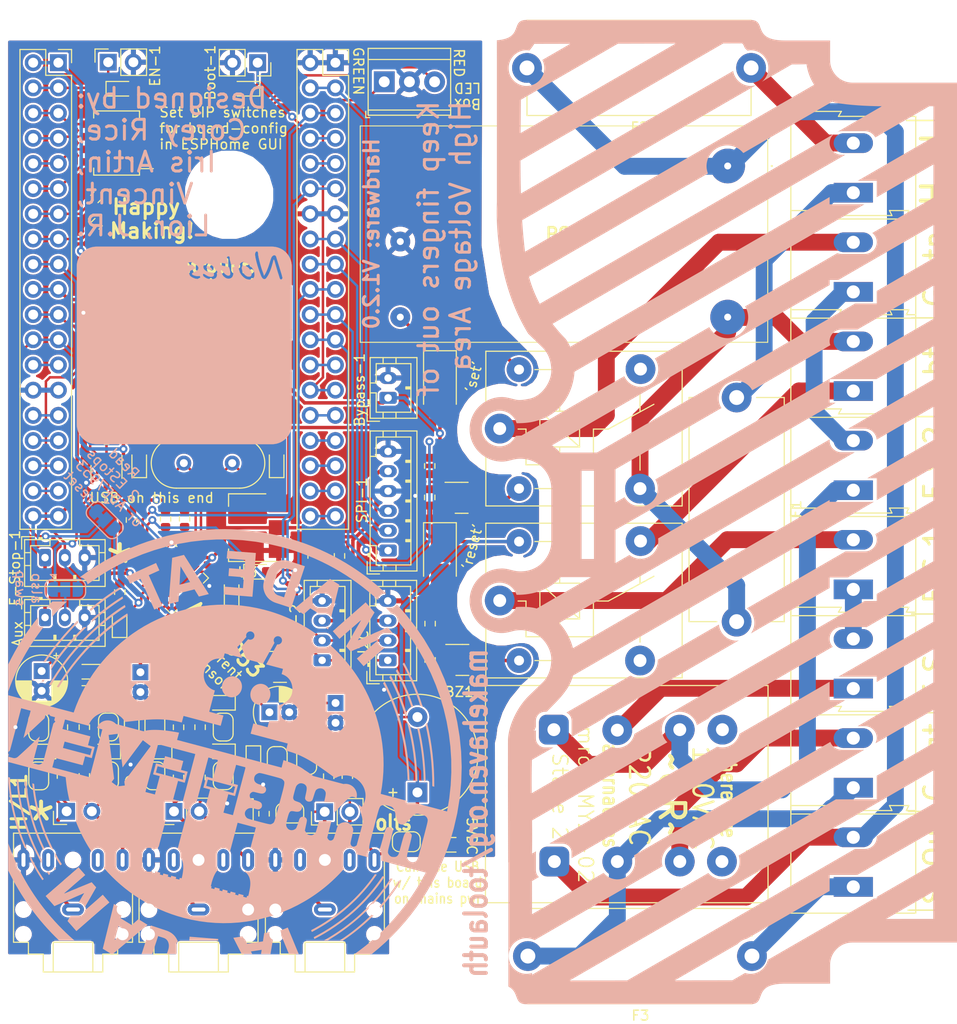
<source format=kicad_pcb>
(kicad_pcb (version 20211014) (generator pcbnew)
  (layers (0 "F.Cu" signal) (31 "B.Cu" signal) (34 "B.Paste" user) (35 "F.Paste" user) (36 "B.SilkS" user "B.Silkscreen") (37 "F.SilkS" user "F.Silkscreen") (38 "B.Mask" user) (39 "F.Mask" user) (44 "Edge.Cuts" user))
  (net 0 "")
  (net 1 "Member-Green-Button-1")
  (net 2 "read-bypass")
  (net 3 "Member-Red-Reset-Button-1")
  (net 4 "+5V")
  (net 5 "Member-E-Stop-sw1-1")
  (net 6 "/mainslevelcontrol/stage1relays/dcp2")
  (net 8 "Member-Red-Reset-Button-2")
  (net 9 "boot")
  (net 10 "GND")
  (net 11 "/microcontroller/lightsounds/dcp1")
  (net 12 "EN")
  (net 13 "Net-(C3-Pad1)")
  (net 14 "Net-(C4-Pad2)")
  (net 15 "Net-(C5-Pad1)")
  (net 16 "Net-(C6-Pad2)")
  (net 17 "IAP")
  (net 18 "IAN")
  (net 19 "IBP")
  (net 20 "IBN")
  (net 21 "VP")
  (net 22 "VN")
  (net 23 "+3V3")
  (net 24 "Net-(C16-Pad1)")
  (net 25 "Net-(C17-Pad1)")
  (net 26 "Net-(C20-Pad1)")
  (net 27 "Net-(C21-Pad1)")
  (net 28 "Net-(C22-Pad1)")
  (net 29 "Net-(D2-Pad2)")
  (net 30 "Net-(E-Stop-1-Pad2)")
  (net 31 "H{slash}L1")
  (net 32 "N{slash}L2")
  (net 33 "mains-fused-N{slash}L2")
  (net 34 "S3-Contactor-Control")
  (net 35 "Green-Indicator-light-2")
  (net 36 "SCL")
  (net 37 "SDA")
  (net 38 "IAP_IN")
  (net 39 "IAN_IN")
  (net 40 "IBP_IN")
  (net 41 "IBN_IN")
  (net 42 "VN_IN")
  (net 43 "VP_IN")
  (net 44 "Net-(J1-Pad1)")
  (net 45 "Net-(J1-Pad3)")
  (net 46 "v-pin-1")
  (net 47 "v-pin-2")
  (net 48 "v-pin-3")
  (net 49 "v-pin-4")
  (net 50 "led-red")
  (net 51 "led-grn")
  (net 52 "buzz")
  (net 53 "3vRead-Bypass")
  (net 54 "read-E-Stop")
  (net 55 "ade7953-IRQ")
  (net 56 "IO12")
  (net 57 "IO13")
  (net 58 "SD2")
  (net 59 "SD3")
  (net 60 "CMD")
  (net 61 "PICO")
  (net 62 "TXD0")
  (net 63 "RXD0")
  (net 64 "POCI")
  (net 65 "SCK")
  (net 66 "reset3v")
  (net 67 "set3v")
  (net 68 "IO4")
  (net 69 "IO2")
  (net 70 "IO15")
  (net 71 "SD1")
  (net 72 "SD0")
  (net 73 "CLK")
  (net 74 "Member-E-Stop-sw2-1")
  (net 75 "Member-E-Stop-sw2-2")
  (net 76 "Member-E-Stop-aux-1")
  (net 77 "Green-Indicator-light-1")
  (net 78 "Net-(JP7-Pad1)")
  (net 79 "Net-(JP12-Pad1)")
  (net 80 "Net-(R1-Pad2)")
  (net 81 "Net-(R13-Pad1)")
  (net 82 "CS")
  (net 83 "SCLK")
  (net 84 "Net-(R27-Pad2)")
  (net 85 "Net-(R29-Pad2)")
  (net 86 "ZX")
  (net 87 "REVP")
  (net 88 "ZX_I")
  (net 89 "CF1")
  (net 90 "CF2")
  (net 91 "Member-E-Stop-aux-2")
  (net 95 "Net-(C15-Pad2)")
  (net 96 "Net-(E-Stop-2-Pad2)")
  (net 97 "Net-(JP14-Pad1)")
  (net 98 "read-aux-E-Stop")
  (net 99 "two-options")
  (footprint "Connector_PinSocket_2.54mm:PinSocket_1x02_P2.54mm_Vertical" (layer "F.Cu") (at 58.1 25.125 -90)
    (fp_text reference "Boot-1")
    (fp_text value "Conn_01x02_Female" hide)
  )
  (footprint "Fuse:Fuseholder_Cylinder-5x20mm_Stelvio-Kontek_PTF78_Horizontal_Open" (layer "F.Cu") (at 96.525 115.21 180)
    (fp_text reference "F3")
    (fp_text value "Fuse")
  )
  (footprint "TerminalBlock:TerminalBlock_Altech_AK300-2_P5.00mm" (layer "F.Cu") (at 118.175 45.695 90)
    (fp_text reference "J6" hide)
    (fp_text value "Screw_Terminal_01x02" hide)
  )
  (footprint "LED_SMD:LED_0603_1608Metric" (layer "F.Cu") (at 56.83 27.75 180)
    (fp_text reference "C1" hide)
    (fp_text value "0.1uF" hide)
  )
  (footprint "TerminalBlock:TerminalBlock_Altech_AK300-2_P5.00mm" (layer "F.Cu") (at 118.175 85.695 90)
    (fp_text reference "J10" hide)
    (fp_text value "Screw_Terminal_01x02" hide)
  )
  (footprint "Resistor_SMD:R_0603_1608Metric" (layer "F.Cu") (at 58.945 83.34)
    (fp_text reference "R2" hide)
    (fp_text value "10k" hide)
  )
  (footprint "Resistor_SMD:R_0603_1608Metric" (layer "F.Cu") (at 41.895 41.37 -135)
    (fp_text reference "R6" hide)
    (fp_text value "1k" hide)
  )
  (footprint "Jumper:SolderJumper-2_P1.3mm_Open_RoundedPad1.0x1.5mm" (layer "F.Cu") (at 43.055 97.03625 90)
    (fp_text reference "JP3" hide)
    (fp_text value "no-filter-2" hide)
  )
  (footprint "Jumper:SolderJumper-2_P1.3mm_Open_RoundedPad1.0x1.5mm" (layer "F.Cu") (at 36.02 92.12 90)
    (fp_text reference "JP8" hide)
    (fp_text value "48kHz-filter-1" hide)
  )
  (footprint "Resistor_SMD:R_0603_1608Metric" (layer "F.Cu") (at 58.745 100.86 -90)
    (fp_text reference "R20" hide)
    (fp_text value "1k" hide)
  )
  (footprint "Connector_Audio:Jack_3.5mm_CUI_SJ1-3525N_Horizontal" (layer "F.Cu") (at 39.48 110.517)
    (fp_text reference "IN-1" hide)
    (fp_text value "H/L1" hide)
  )
  (footprint "Jumper:SolderJumper-2_P1.3mm_Open_RoundedPad1.0x1.5mm" (layer "F.Cu") (at 47.735 92.13 90)
    (fp_text reference "JP10" hide)
    (fp_text value "48kHz-filter-1" hide)
  )
  (footprint "Resistor_SMD:R_0603_1608Metric" (layer "F.Cu") (at 41.715 58.02 180)
    (fp_text reference "R4" hide)
    (fp_text value "10k" hide)
  )
  (footprint "Resistor_SMD:R_0603_1608Metric" (layer "F.Cu") (at 75.455 68.96 -90)
    (fp_text reference "R28" hide)
    (fp_text value "10k" hide)
  )
  (footprint "LED_SMD:LED_0603_1608Metric" (layer "F.Cu") (at 47.965 94.59 180)
    (fp_text reference "C5" hide)
    (fp_text value "33nF" hide)
  )
  (footprint "Connector_PinSocket_2.54mm:PinSocket_2x19_P2.54mm_Vertical" (layer "F.Cu") (at 36.73 47.985)
    (fp_text reference "J3" hide)
    (fp_text value "Conn_02x19_Top_Bottom" hide)
  )
  (footprint "TerminalBlock:TerminalBlock_Altech_AK300-2_P5.00mm" (layer "F.Cu") (at 118.175 55.695 90)
    (fp_text reference "J7" hide)
    (fp_text value "Screw_Terminal_01x02" hide)
  )
  (footprint "Jumper:SolderJumper-2_P1.3mm_Open_RoundedPad1.0x1.5mm" (layer "F.Cu") (at 43.055 92.11125 90)
    (fp_text reference "JP9" hide)
    (fp_text value "48kHz-filter-2" hide)
  )
  (footprint "Jumper:SolderJumper-2_P1.3mm_Open_RoundedPad1.0x1.5mm" (layer "F.Cu") (at 54.625 97.03 90)
    (fp_text reference "JP5" hide)
    (fp_text value "no-filter-2" hide)
  )
  (footprint "Connector_JST:JST_PH_B2B-PH-K_1x02_P2.00mm_Vertical" (layer "F.Cu") (at 71.763 57.904 90)
    (fp_text reference "Bypass-1")
    (fp_text value "Conn_01x02_Female" hide)
  )
  (footprint "Jumper:SolderJumper-2_P1.3mm_Open_RoundedPad1.0x1.5mm" (layer "F.Cu") (at 47.735 97.04 90)
    (fp_text reference "JP4" hide)
    (fp_text value "no-filter-1" hide)
  )
  (footprint "LED_SMD:LED_0603_1608Metric" (layer "F.Cu") (at 57.6725 95.5 -90)
    (fp_text reference "C11" hide)
    (fp_text value "33nF" hide)
  )
  (footprint "TerminalBlock:TerminalBlock_Altech_AK300-2_P5.00mm" (layer "F.Cu") (at 118.175 95.695 90)
    (fp_text reference "J11" hide)
    (fp_text value "Screw_Terminal_01x02" hide)
  )
  (footprint "Relay_THT:Relay_SPDT_SANYOU_SRD_Series_Form_C" (layer "F.Cu") (at 82.515 62.02)
    (fp_text reference "relay1" hide)
    (fp_text value "JQC-3FF/005-1ZS(551)" hide)
  )
  (footprint "LED_SMD:LED_0603_1608Metric" (layer "F.Cu") (at 41.185 88.68 180)
    (fp_text reference "C7" hide)
    (fp_text value "33nF" hide)
  )
  (footprint "Connector_PinSocket_2.54mm:PinSocket_1x02_P2.54mm_Vertical" (layer "F.Cu") (at 43.025 25.075 90)
    (fp_text reference "EN-1")
    (fp_text value "Conn_01x02_Female" hide)
  )
  (footprint "Jumper:SolderJumper-2_P1.3mm_Bridged_RoundedPad1.0x1.5mm" (layer "F.Cu") (at 61.345 100.79)
    (fp_text reference "JP6" hide)
    (fp_text value "bridged" hide)
  )
  (footprint "Capacitor_THT:CP_Radial_D5.0mm_P2.00mm" (layer "F.Cu") (at 36.315 87.47 -90)
    (fp_text reference "C18" hide)
    (fp_text value "4.7uF" hide)
  )
  (footprint "Resistor_SMD:R_0603_1608Metric" (layer "F.Cu") (at 75.455 65.79 -90)
    (fp_text reference "R27" hide)
    (fp_text value "1k" hide)
  )
  (footprint "Resistor_SMD:R_0603_1608Metric" (layer "F.Cu") (at 48.8122 71.117 90)
    (fp_text reference "R25" hide)
    (fp_text value "10k" hide)
  )
  (footprint "Resistor_SMD:R_0603_1608Metric" (layer "F.Cu") (at 42.855 60.93 180)
    (fp_text reference "R35" hide)
    (fp_text value "10k" hide)
  )
  (footprint "TerminalBlock:TerminalBlock_Altech_AK300-2_P5.00mm" (layer "F.Cu") (at 118.175 105.695 90)
    (fp_text reference "J12" hide)
    (fp_text value "Screw_Terminal_01x02" hide)
  )
  (footprint "MY2-02 AC110 Omron:relay-Omron-MY2-02" (layer "F.Cu") (at 96.275 99.13 -90)
    (fp_text reference "R31")
    (fp_text value "Relay_Omron_MY2-02")
  )
  (footprint "LED_SMD:LED_0603_1608Metric" (layer "F.Cu") (at 54.355 94.57 180)
    (fp_text reference "C6" hide)
    (fp_text value "33nF" hide)
  )
  (footprint "Connector_PinHeader_2.54mm:PinHeader_1x02_P2.54mm_Vertical" (layer "F.Cu") (at 38.835 100.61125 90)
    (fp_text reference "IN-AUX-1" hide)
    (fp_text value "H/L1" hide)
  )
  (footprint "LED_SMD:LED_0603_1608Metric" (layer "F.Cu") (at 44.175 81.6 90)
    (fp_text reference "C15" hide)
    (fp_text value "1uF" hide)
  )
  (footprint "Resistor_SMD:R_0603_1608Metric" (layer "F.Cu") (at 77.285 102.21 180)
    (fp_text reference "R26" hide)
    (fp_text value "1k" hide)
  )
  (footprint "TerminalBlock:TerminalBlock_Altech_AK300-2_P5.00mm" (layer "F.Cu") (at 118.175 65.695 90)
    (fp_text reference "J8" hide)
    (fp_text value "Screw_Terminal_01x02" hide)
  )
  (footprint "Resistor_SMD:R_0603_1608Metric" (layer "F.Cu") (at 67.145 97.065 -90)
    (fp_text reference "R13" hide)
    (fp_text value "499k" hide)
  )
  (footprint "Resistor_SMD:R_0603_1608Metric" (layer "F.Cu") (at 65.2675 97.075 -90)
    (fp_text reference "R14" hide)
    (fp_text value "1k" hide)
  )
  (footprint "Package_CSP:LFCSP-28-1EP_5x5mm_P0.5mm_EP3.14x3.14mm" (layer "F.Cu") (at 49.448229 77.089664 45)
    (fp_text reference "U2" hide)
    (fp_text value "ADE7953xCP" hide)
  )
  (footprint "Resistor_SMD:R_0603_1608Metric" (layer "F.Cu") (at 52.285 97.2 -90)
    (fp_text reference "R12" hide)
    (fp_text value "100" hide)
  )
  (footprint "Resistor_SMD:R_0603_1608Metric" (layer "F.Cu") (at 63.695 74.86 90)
    (fp_text reference "R8" hide)
    (fp_text value "2.2k" hide)
  )
  (footprint "Crystal:Crystal_HC49-4H_Vertical" (layer "F.Cu") (at 53.122 65.5 180)
    (fp_text reference "Y1" hide)
    (fp_text value "3.58MHz" hide)
  )
  (footprint "Jumper:SolderJumper-2_P1.3mm_Bridged_RoundedPad1.0x1.5mm" (layer "F.Cu") (at 60.0725 95.49 90)
    (fp_text reference "JP12" hide)
    (fp_text value "bridged" hide)
  )
  (footprint "LED_SMD:LED_0603_1608Metric" (layer "F.Cu") (at 46.155 65.48 90)
    (fp_text reference "C20" hide)
    (fp_text value "20pF" hide)
  )
  (footprint "Package_TO_SOT_SMD:SOT-23" (layer "F.Cu") (at 59.705 54.9 -90)
    (fp_text reference "T5" hide)
    (fp_text value "AO3400A" hide)
  )
  (footprint "Resistor_SMD:R_0603_1608Metric" (layer "F.Cu") (at 66.355 74.86 90)
    (fp_text reference "R7" hide)
    (fp_text value "2.2k" hide)
  )
  (footprint "LED_SMD:LED_0603_1608Metric" (layer "F.Cu") (at 50.245 87.23 90)
    (fp_text reference "C9" hide)
    (fp_text value "33nF" hide)
  )
  (footprint "Fuse:Fuseholder_Cylinder-5x20mm_Stelvio-Kontek_PTF78_Horizontal_Open" (layer "F.Cu") (at 96.435 25.65 180)
    (fp_text reference "F2")
    (fp_text value "Fuse")
  )
  (footprint "Resistor_SMD:R_0603_1608Metric" (layer "F.Cu") (at 38.41 92.125 90)
    (fp_text reference "R15" hide)
    (fp_text value "1k" hide)
  )
  (footprint "Capacitor_THT:CP_Radial_D5.0mm_P2.00mm" (layer "F.Cu") (at 46.275 87.59 -90)
    (fp_text reference "C14" hide)
    (fp_text value "10uF" hide)
  )
  (footprint "Resistor_SMD:R_0603_1608Metric" (layer "F.Cu") (at 40.62 92.125 -90)
    (fp_text reference "R16" hide)
    (fp_text value "1k" hide)
  )
  (footprint "Resistor_SMD:R_0603_1608Metric" (layer "F.Cu") (at 50.7322 71.107 90)
    (fp_text reference "R23" hide)
    (fp_text value "10k" hide)
  )
  (footprint "Connector_PinHeader_2.54mm:PinHeader_1x02_P2.54mm_Vertical" (layer "F.Cu") (at 49.66 100.62 90)
    (fp_text reference "IN-AUX-2" hide)
    (fp_text value "N/L2" hide)
  )
  (footprint "Resistor_SMD:R_0603_1608Metric" (layer "F.Cu") (at 75.495 81.69 -90)
    (fp_text reference "R29" hide)
    (fp_text value "1k" hide)
  )
  (footprint "LED_SMD:LED_0603_1608Metric" (layer "F.Cu") (at 58.185 76.46)
    (fp_text reference "C17" hide)
    (fp_text value "100nF" hide)
  )
  (footprint "Connector_PinHeader_2.54mm:PinHeader_1x02_P2.54mm_Vertical" (layer "F.Cu") (at 64.86 100.66 90)
    (fp_text reference "IN-AUX-3" hide)
    (fp_text value "VOLTS" hide)
  )
  (footprint "Jumper:SolderJumper-2_P1.3mm_Open_RoundedPad1.0x1.5mm" (layer "F.Cu") (at 54.625 92.12 90)
    (fp_text reference "JP11" hide)
    (fp_text value "48kHz-filter-2" hide)
  )
  (footprint "LED_SMD:LED_0603_1608Metric" (layer "F.Cu") (at 60.015 65.48 90)
    (fp_text reference "C21" hide)
    (fp_text value "20pF" hide)
  )
  (footprint "Package_TO_SOT_SMD:SOT-223-3_TabPin2" (layer "F.Cu") (at 57.075 72.01 180)
    (fp_text reference "U3")
    (fp_text value "AMS1117-3.3")
  )
  (footprint "Resistor_SMD:R_0603_1608Metric" (layer "F.Cu") (at 59.695 51.8)
    (fp_text reference "R32" hide)
    (fp_text value "10k" hide)
  )
  (footprint "Capacitor_THT:CP_Radial_D5.0mm_P2.00mm" (layer "F.Cu") (at 60.285 90.63)
    (fp_text reference "C23" hide)
    (fp_text value "4.7uF" hide)
  )
  (footprint "LED_SMD:LED_0603_1608Metric" (layer "F.Cu") (at 56.915 100.84 -90)
    (fp_text reference "C12" hide)
    (fp_text value "33nF" hide)
  )
  (footprint "Resistor_SMD:R_0603_1608Metric" (layer "F.Cu") (at 44.195 78.51 90)
    (fp_text reference "R22" hide)
    (fp_text value "10k" hide)
  )
  (footprint "Connector_JST:JST_PH_B6B-PH-K_1x06_P2.00mm_Vertical" (layer "F.Cu") (at 71.255 74.32 90)
    (fp_text reference "SPI-1")
    (fp_text value "Conn_01x06_Female" hide)
  )
  (footprint "CFM06S050-E - Cincon:CFM06S050E" (layer "F.Cu") (at 105.505 35.54 180)
    (fp_text reference "PS1")
    (fp_text value "CFM06S050" hide)
  )
  (footprint "Relay_THT:Relay_SPDT_SANYOU_SRD_Series_Form_C" (layer "F.Cu") (at 82.515 79.36)
    (fp_text reference "relay2" hide)
    (fp_text value "JQC-3FF/005-1ZS(551)" hide)
  )
  (footprint "Resistor_SMD:R_0603_1608Metric" (layer "F.Cu") (at 75.495 85.35 -90)
    (fp_text reference "R30" hide)
    (fp_text value "10k" hide)
  )
  (footprint "Connector_Audio:Jack_3.5mm_CUI_SJ1-3525N_Horizontal" (layer "F.Cu") (at 52.1395 110.517)
    (fp_text reference "IN-2" hide)
    (fp_text value "N/L2" hide)
  )
  (footprint "Resistor_SMD:R_0603_1608Metric" (layer "F.Cu") (at 50.1225 97.2 90)
    (fp_text reference "R11" hide)
    (fp_text value "100" hide)
  )
  (footprint "LED_SMD:LED_0603_1608Metric" (layer "F.Cu") (at 54.355 89.67 180)
    (fp_text reference "C10" hide)
    (fp_text value "33nF" hide)
  )
  (footprint "Button_Switch_SMD:SW_DIP_SPSTx04_Slide_Omron_A6H-4101_W6.15mm_P1.27mm" (layer "F.Cu") (at 43.875 33.225 180)
    (fp_text reference "SW1" hide)
    (fp_text value "SW_DIP_x04" hide)
  )
  (footprint "Resistor_SMD:R_0603_1608Metric" (layer "F.Cu") (at 45.3728 71.237 90)
    (fp_text reference "R24" hide)
    (fp_text value "10k" hide)
  )
  (footprint "Diode_SMD:D_SMA" (layer "F.Cu") (at 76.485 57.57 -90)
    (fp_text reference "D3" hide)
    (fp_text value "B160-E3" hide)
  )
  (footprint "Resistor_SMD:R_0603_1608Metric" (layer "F.Cu") (at 40.62 97.05 -90)
    (fp_text reference "R10" hide)
    (fp_text value "100" hide)
  )
  (footprint "Resistor_SMD:R_0603_1608Metric" (layer "F.Cu") (at 58.945 81.5)
    (fp_text reference "R1" hide)
    (fp_text value "1k" hide)
  )
  (footprint "Diode_SMD:D_SMA" (layer "F.Cu") (at 76.485 74.91 -90)
    (fp_text reference "D4" hide)
    (fp_text value "B160-E3" hide)
  )
  (footprint "LED_SMD:LED_0603_1608Metric" (layer "F.Cu") (at 42.785 94.5875 180)
    (fp_text reference "C4" hide)
    (fp_text value "33nF" hide)
  )
  (footprint "Package_TO_SOT_SMD:SOT-23" (layer "F.Cu") (at 42.855 66.39 -90)
    (fp_text reference "T6" hide)
    (fp_text value "AO3400A" hide)
  )
  (footprint "Connector_JST:JST_PH_B4B-PH-K_1x04_P2.00mm_Vertical" (layer "F.Cu") (at 71.225 85.39 90)
    (fp_text reference "I2C-3")
    (fp_text value "Conn_01x04_Female" hide)
  )
  (footprint "LED_SMD:LED_0603_1608Metric" (layer "F.Cu") (at 45.395 92.16 90)
    (fp_text reference "C8" hide)
    (fp_text value "33nF" hide)
  )
  (footprint "Resistor_SMD:R_0603_1608Metric" (layer "F.Cu") (at 41.715 51.66)
    (fp_text reference "R3" hide)
    (fp_text value "10k" hide)
  )
  (footprint "Jumper:SolderJumper-2_P1.3mm_Bridged_RoundedPad1.0x1.5mm" (layer "F.Cu") (at 63.0425 95.49 90)
    (fp_text reference "JP7" hide)
    (fp_text value "bridged" hide)
  )
  (footprint "LED_SMD:LED_0603_1608Metric" (layer "F.Cu") (at 55.475 78.58 90)
    (fp_text reference "C22" hide)
    (fp_text value "100nF" hide)
  )
  (footprint "Connector_Audio:Jack_3.5mm_CUI_SJ1-3525N_Horizontal" (layer "F.Cu") (at 64.88 110.517)
    (fp_text reference "IN-3" hide)
    (fp_text value "VOLTS" hide)
  )
  (footprint "Resistor_SMD:R_0603_1608Metric" (layer "F.Cu") (at 66.245 94.36)
    (fp_text reference "R19" hide)
    (fp_text value "499k" hide)
  )
  (footprint "TerminalBlock:TerminalBlock_Altech_AK300-2_P5.00mm" (layer "F.Cu") (at 118.175 35.695 90)
    (fp_text reference "J5" hide)
    (fp_text value "Screw_Terminal_01x02" hide)
  )
  (footprint "Jumper:SolderJumper-2_P1.3mm_Open_RoundedPad1.0x1.5mm" (layer "F.Cu") (at 73.095 103.68 180)
    (fp_text reference "JP1" hide)
    (fp_text value "VP-GND" hide)
  )
  (footprint "Resistor_SMD:R_0603_1608Metric" (layer "F.Cu") (at 41.795 38.7 45)
    (fp_text reference "R5" hide)
    (fp_text value "1k" hide)
  )
  (footprint "Resistor_SMD:R_0603_1608Metric" (layer "F.Cu") (at 52.295 92.1325 -90)
    (fp_text reference "R18" hide)
    (fp_text value "1k" hide)
  )
  (footprint "Package_TO_SOT_SMD:SOT-23" (layer "F.Cu") (at 41.715 54.84 -90)
    (fp_text reference "T2" hide)
    (fp_text value "AO3400A" hide)
  )
  (footprint "Connector_JST:JST_PH_B3B-PH-K_1x03_P2.00mm_Vertical" (layer "F.Cu") (at 36.655 81.07)
    (fp_text reference "E-Stop-2" hide)
    (fp_text value "Conn_01x03_Female" hide)
  )
  (footprint "Buzzer_Beeper:Buzzer_12x9.5RM7.6" (layer "F.Cu") (at 74.215 94.91 90)
    (fp_text reference "BZ1")
    (fp_text value "Buzzer" hide)
  )
  (footprint "Capacitor_THT:CP_Radial_D5.0mm_P2.00mm" (layer "F.Cu") (at 65.955 90.69 -90)
    (fp_text reference "C19" hide)
    (fp_text value "4.7uF" hide)
  )
  (footprint "LED_SMD:LED_0603_1608Metric" (layer "F.Cu") (at 49.448229 83.075 -90)
    (fp_text reference "C13" hide)
    (fp_text value "100nF" hide)
  )
  (footprint "Connector_JST:JST_PH_B3B-PH-K_1x03_P2.00mm_Vertical" (layer "F.Cu") (at 36.655 75.03)
    (fp_text reference "E-Stop-1")
    (fp_text value "Conn_01x03_Female" hide)
  )
  (footprint "Package_TO_SOT_SMD:SOT-23" (layer "F.Cu") (at 78.675 69)
    (fp_text reference "T3" hide)
    (fp_text value "AO3400A" hide)
  )
  (footprint "LED_SMD:LED_0603_1608Metric" (layer "F.Cu") (at 77.305 103.99)
    (fp_text reference "D2" hide)
    (fp_text value "LED" hide)
  )
  (footprint "Connector_PinSocket_2.54mm:PinSocket_2x19_P2.54mm_Vertical" (layer "F.Cu") (at 64.67 47.985)
    (fp_text reference "J4" hide)
    (fp_text value "Conn_02x19_Top_Bottom" hide)
  )
  (footprint "LED_SMD:LED_0603_1608Metric" (layer "F.Cu") (at 44.295 27.75)
    (fp_text reference "C2" hide)
    (fp_text value "0.1uF" hide)
  )
  (footprint "Resistor_SMD:R_0603_1608Metric" (layer "F.Cu") (at 42.855 63.065)
    (fp_text reference "R34" hide)
    (fp_text value "10k" hide)
  )
  (footprint "Resistor_SMD:R_0603_1608Metric" (layer "F.Cu") (at 59.695 57.96 180)
    (fp_text reference "R33" hide)
    (fp_text value "10k" hide)
  )
  (footprint "Package_TO_SOT_SMD:SOT-23" (layer "F.Cu") (at 60.355 86.05)
    (fp_text reference "T1" hide)
    (fp_text value "AO3400A" hide)
  )
  (footprint "Jumper:SolderJumper-2_P1.3mm_Open_RoundedPad1.0x1.5mm" (layer "F.Cu") (at 36.02 97.045 90)
    (fp_text reference "JP2" hide)
    (fp_text value "no-filter-1" hide)
  )
  (footprint "Package_TO_SOT_SMD:SOT-23" (layer "F.Cu") (at 78.7475 85.35)
    (fp_text reference "T4" hide)
    (fp_text value "AO3400A" hide)
  )
  (footprint "TerminalBlock_TE-Connectivity:TerminalBlock_TE_282834-3_1x03_P2.54mm_Horizontal" (layer "F.Cu") (at 73.405 27.05)
    (fp_text reference "J1" hide)
    (fp_text value "Conn_01x03_Male" hide)
  )
  (footprint "Fuse:Fuseholder_Cylinder-5x20mm_Stelvio-Kontek_PTF78_Horizontal_Open" (layer "F.Cu") (at 106.409 70.317 -90)
    (fp_text reference "F1")
    (fp_text value "Fuse")
  )
  (footprint "Connector_JST:JST_PH_B4B-PH-K_1x04_P2.00mm_Vertical" (layer "F.Cu") (at 64.605 85.39 90)
    (fp_text reference "I2C-2")
    (fp_text value "Conn_01x04_Female" hide)
  )
  (footprint "Resistor_SMD:R_0603_1608Metric" (layer "F.Cu") (at 50.1225 92.14 90)
    (fp_text reference "R17" hide)
    (fp_text value "1k" hide)
  )
  (footprint "Resistor_SMD:R_0603_1608Metric" (layer "F.Cu") (at 61.385 98.38 180)
    (fp_text reference "R21" hide)
    (fp_text value "1k" hide)
  )
  (footprint "TerminalBlock:TerminalBlock_Altech_AK300-2_P5.00mm" (layer "F.Cu") (at 118.175 75.695 90)
    (fp_text reference "J9" hide)
    (fp_text value "Screw_Terminal_01x02" hide)
  )
  (footprint "Resistor_SMD:R_0603_1608Metric" (layer "F.Cu") (at 38.41 97.05 90)
    (fp_text reference "R9" hide)
    (fp_text value "100" hide)
  )
  (footprint "LED_SMD:LED_0603_1608Metric" (layer "F.Cu") (at 41.185 86.538965 180)
    (fp_text reference "C16" hide)
    (fp_text value "100nF" hide)
  )
  (footprint "LED_SMD:LED_0603_1608Metric" (layer "F.Cu") (at 36.25 94.5875 180)
    (fp_text reference "C3" hide)
    (fp_text value "33nF" hide)
  )
  (footprint "Jumper:SolderJumper-3_P1.3mm_Bridged12_RoundedPad1.0x1.5mm" (layer "B.Cu") (at 38.695 78.24)
    (fp_text reference "JP14" hide)
    (fp_text value "SolderJumper_3_Bridged12" hide)
  )
  (footprint "Jumper:SolderJumper-3_P1.3mm_Bridged12_RoundedPad1.0x1.5mm" (layer "B.Cu") (at 42.6804 71.2499 -45)
    (fp_text reference "JP13" hide)
    (fp_text value "SolderJumper_3_Bridged12" hide)
  )
  (gr_circle (center 55.228 38.443) (end 59.728 38.443) (layer "F.Cu") (width 0.01) (fill none))
  (gr_poly (pts (xy 71.77372 87.368715) (xy 71.999651 87.837622) (xy 72.215228 88.313285) (xy 72.420381 88.795482) (xy 72.61504 89.283987) (xy 72.799134 89.778576) (xy 72.972593 90.279025) (xy 73.135346 90.78511) (xy 73.124783 90.822953) (xy 73.115511 90.861107) (xy 73.107535 90.899539) (xy 73.100861 90.938212) (xy 73.095493 90.977095) (xy 73.091438 91.016153) (xy 73.0887 91.055351) (xy 73.087284 91.094657) (xy 73.089687 91.153878) (xy 73.095065 91.212618) (xy 73.103371 91.270772) (xy 73.114559 91.328238) (xy 73.128583 91.38491) (xy 73.145396 91.440684) (xy 73.164953 91.495457) (xy 73.187207 91.549123) (xy 73.212112 91.601579) (xy 73.23962 91.65272) (xy 73.269687 91.702442) (xy 73.302265 91.750642) (xy 73.337309 91.797214) (xy 73.374771 91.842054) (xy 73.414607 91.885059) (xy 73.456768 91.926124) (xy 73.620871 92.610063) (xy 73.765748 93.302025) (xy 73.891163 94.00154) (xy 73.996877 94.708141) (xy 74.082651 95.421362) (xy 74.148249 96.140736) (xy 74.193431 96.865793) (xy 74.217961 97.596068) (xy 74.009705 97.596068) (xy 73.987494 96.886169) (xy 73.945194 96.18099) (xy 73.883034 95.480998) (xy 73.801239 94.786656) (xy 73.700035 94.098429) (xy 73.57965 93.416782) (xy 73.440308 92.74218) (xy 73.282238 92.075087) (xy 73.105665 91.415967) (xy 72.910815 90.765285) (xy 72.697915 90.123506) (xy 72.467192 89.491095) (xy 72.218871 88.868515) (xy 71.95318 88.256232) (xy 71.670344 87.65471) (xy 71.370591 87.064414) (xy 71.537506 86.906798) (xy 71.537506 86.906791)) (layer "B.SilkS") (width 0.00001) (fill solid))
  (gr_poly (pts (xy 56.622998 45.527891) (xy 56.626557 45.533725) (xy 56.630166 45.539394) (xy 56.633826 45.544899) (xy 56.637537 45.550242) (xy 56.6413 45.555423) (xy 56.645117 45.560443) (xy 56.648989 45.565303) (xy 56.651001 45.567468) (xy 56.653137 45.569622) (xy 56.655397 45.571763) (xy 56.657781 45.573891) (xy 56.660288 45.576007) (xy 56.662919 45.578109) (xy 56.665674 45.580199) (xy 56.668551 45.582275) (xy 56.671551 45.584337) (xy 56.674675 45.586386) (xy 56.677921 45.58842) (xy 56.681289 45.590441) (xy 56.688394 45.594438) (xy 56.695986 45.598376) (xy 56.704179 45.601816) (xy 56.713082 45.605185) (xy 56.722693 45.60849) (xy 56.73301 45.611734) (xy 56.74403 45.614924) (xy 56.75575 45.618065) (xy 56.768169 45.621161) (xy 56.781283 45.624217) (xy 56.795263 45.627218) (xy 56.810259 45.630134) (xy 56.826278 45.632956) (xy 56.843321 45.635677) (xy 56.861395 45.638291) (xy 56.880503 45.640788) (xy 56.90065 45.643161) (xy 56.921839 45.645404) (xy 56.936178 45.650498) (xy 56.950569 45.656234) (xy 56.965014 45.662613) (xy 56.979515 45.669642) (xy 56.994073 45.677322) (xy 57.00869 45.685657) (xy 57.023369 45.694652) (xy 57.038111 45.70431) (xy 57.052872 45.714504) (xy 57.067606 45.725112) (xy 57.082302 45.736142) (xy 57.096953 45.7476) (xy 57.111548 45.759493) (xy 57.126077 45.771827) (xy 57.140532 45.78461) (xy 57.154902 45.797847) (xy 57.168744 45.811465) (xy 57.182453 45.825381) (xy 57.196039 45.839586) (xy 57.209508 45.854071) (xy 57.222871 45.868827) (xy 57.236133 45.883846) (xy 57.249305 45.899119) (xy 57.262393 45.914638) (xy 57.274852 45.930313) (xy 57.287033 45.946067) (xy 57.298938 45.961911) (xy 57.310568 45.977853) (xy 57.321927 45.993903) (xy 57.333016 46.010071) (xy 57.343838 46.026365) (xy 57.354395 46.042796) (xy 57.36427 46.058852) (xy 57.373873 46.074874) (xy 57.383202 46.090855) (xy 57.392255 46.106789) (xy 57.401033 46.122669) (xy 57.409532 46.138488) (xy 57.417752 46.15424) (xy 57.425692 46.169917) (xy 57.43282 46.185394) (xy 57.439424 46.200549) (xy 57.445496 46.215379) (xy 57.451028 46.229885) (xy 57.456012 46.244065) (xy 57.46044 46.257918) (xy 57.464302 46.271444) (xy 57.467593 46.28464) (xy 57.468112 46.28464) (xy 57.472855 46.304405) (xy 57.475083 46.314128) (xy 57.477176 46.323743) (xy 57.479106 46.33325) (xy 57.480841 46.342649) (xy 57.482354 46.351938) (xy 57.483614 46.361117) (xy 57.484926 46.378376) (xy 57.485442 46.386918) (xy 57.485863 46.395404) (xy 57.486191 46.403836) (xy 57.486425 46.412215) (xy 57.486566 46.420542) (xy 57.486613 46.428821) (xy 57.48638 46.443038) (xy 57.485691 46.457021) (xy 57.484557 46.470775) (xy 57.482989 46.484305) (xy 57.480999 46.497619) (xy 57.478598 46.51072) (xy 57.475799 46.523616) (xy 57.472613 46.536311) (xy 57.470595 46.542348) (xy 57.468441 46.548292) (xy 57.466152 46.554143) (xy 57.463726 46.559901) (xy 57.461165 46.565565) (xy 57.458468 46.571135) (xy 57.455634 46.576611) (xy 57.452665 46.581992) (xy 57.44956 46.587278) (xy 57.446318 46.592469) (xy 57.442941 46.597563) (xy 57.439428 46.602562) (xy 57.435778 46.607464) (xy 57.431993 46.612268) (xy 57.428071 46.616975) (xy 57.424014 46.621585) (xy 57.41983 46.625877) (xy 57.415525 46.630065) (xy 57.411101 46.634148) (xy 57.406555 46.638125) (xy 57.401888 46.641996) (xy 57.3971 46.64576) (xy 57.392189 46.649417) (xy 57.387155 46.652966) (xy 57.381998 46.656406) (xy 57.376718 46.659736) (xy 57.371314 46.662957) (xy 57.365785 46.666068) (xy 57.360131 46.669067) (xy 57.354353 46.671955) (xy 57.348448 46.674731) (xy 57.342417 46.677394) (xy 57.336039 46.679705) (xy 57.329489 46.681867) (xy 57.32277 46.683881) (xy 57.315881 46.685747) (xy 57.308826 46.687464) (xy 57.301603 46.689032) (xy 57.286663 46.691723) (xy 57.271069 46.693817) (xy 57.25483 46.695314) (xy 57.237956 46.696213) (xy 57.220454 46.696513) (xy 57.204024 46.696254) (xy 57.187743 46.695476) (xy 57.171613 46.69418) (xy 57.155633 46.692366) (xy 57.139802 46.690035) (xy 57.124121 46.687187) (xy 57.108589 46.683823) (xy 57.093207 46.679942) (xy 57.077974 46.675546) (xy 57.062889 46.670634) (xy 57.047954 46.665208) (xy 57.033167 46.659267) (xy 57.018529 46.652812) (xy 57.004039 46.645843) (xy 56.989698 46.638361) (xy 56.975504 46.630366) (xy 56.961276 46.621768) (xy 56.947256 46.612913) (xy 56.933442 46.603802) (xy 56.919835 46.594433) (xy 56.906434 46.584807) (xy 56.893237 46.574924) (xy 56.880246 46.564784) (xy 56.867458 46.554385) (xy 56.854873 46.543729) (xy 56.842491 46.532815) (xy 56.830311 46.521643) (xy 56.818332 46.510212) (xy 56.806554 46.498523) (xy 56.794976 46.486575) (xy 56.783597 46.474368) (xy 56.772418 46.461902) (xy 56.750718 46.436489) (xy 56.729937 46.410638) (xy 56.710077 46.384351) (xy 56.691139 46.357629) (xy 56.673123 46.330473) (xy 56.656032 46.302883) (xy 56.639867 46.274862) (xy 56.624629 46.246409) (xy 56.610024 46.217595) (xy 56.596584 46.189361) (xy 56.584299 46.161713) (xy 56.573163 46.134657) (xy 56.563165 46.108198) (xy 56.554299 46.082343) (xy 56.546556 46.057097) (xy 56.539927 46.032466) (xy 56.5324 46.002487) (xy 56.525455 45.973368) (xy 56.519146 45.945117) (xy 56.513529 45.917743) (xy 56.510585 45.904428) (xy 56.508048 45.891408) (xy 56.505915 45.878675) (xy 56.50418 45.866221) (xy 56.502839 45.854038) (xy 56.501887 45.842118) (xy 56.50132 45.830456) (xy 56.501132 45.819041) (xy 56.501202 45.813417) (xy 56.501412 45.807842) (xy 56.501762 45.802315) (xy 56.502251 45.796838) (xy 56.502878 45.791412) (xy 56.503643 45.786037) (xy 56.504545 45.780715) (xy 56.505583 45.775446) (xy 56.506758 45.770232) (xy 56.508067 45.765072) (xy 56.509512 45.759969) (xy 56.51109 45.754923) (xy 56.512802 45.749934) (xy 56.514647 45.745004) (xy 56.516624 45.740134) (xy 56.518733 45.735324) (xy 56.522805 45.725208) (xy 56.527219 45.714837) (xy 56.531971 45.704206) (xy 56.537056 45.69331) (xy 56.54247 45.682142) (xy 56.548207 45.670697) (xy 56.554263 45.658969) (xy 56.560633 45.646953) (xy 56.568387 45.632049) (xy 56.576095 45.616897) (xy 56.591631 45.585971) (xy 56.599252 45.569605) (xy 56.60648 45.553496) (xy 56.609929 45.545526) (xy 56.613259 45.537605) (xy 56.616462 45.529729) (xy 56.619514 45.521939)) (layer "B.SilkS") (width 0.02) (fill solid))
  (gr_poly (pts (xy 62.24453 115.014632) (xy 61.256993 115.014632) (xy 60.293229 112.679893) (xy 61.137104 112.331595)) (layer "B.SilkS") (width 0.00001) (fill solid))
  (gr_poly (pts (xy 43.152674 109.803077) (xy 42.533074 110.323974) (xy 39.819027 112.694373) (xy 38.922958 111.674796) (xy 39.218547 111.180251) (xy 40.031934 111.180251) (xy 40.063449 111.179511) (xy 40.094551 111.177312) (xy 40.125209 111.173688) (xy 40.155392 111.168671) (xy 40.185067 111.162295) (xy 40.214204 111.154593) (xy 40.242772 111.145598) (xy 40.270737 111.135343) (xy 40.298069 111.123862) (xy 40.324737 111.111186) (xy 40.350709 111.09735) (xy 40.375952 111.082387) (xy 40.400437 111.066329) (xy 40.42413 111.04921) (xy 40.447002 111.031063) (xy 40.469019 111.011921) (xy 40.490151 110.991817) (xy 40.510366 110.970784) (xy 40.529633 110.948856) (xy 40.547919 110.926065) (xy 40.565195 110.902444) (xy 40.581427 110.878027) (xy 40.596584 110.852847) (xy 40.610635 110.826937) (xy 40.623549 110.800329) (xy 40.635293 110.773058) (xy 40.645837 110.745156) (xy 40.655148 110.716656) (xy 40.663196 110.687592) (xy 40.669948 110.657996) (xy 40.675373 110.627902) (xy 40.67944 110.597343) (xy 41.755343 109.661475) (xy 42.479329 109.021728)) (layer "B.SilkS") (width 0.00001) (fill solid))
  (gr_poly (pts (xy 33.974423 97.426047) (xy 34.013502 97.955815) (xy 34.067506 98.483302) (xy 34.136285 99.008234) (xy 34.219693 99.530337) (xy 34.317579 100.049337) (xy 34.429798 100.564959) (xy 34.556199 101.076931) (xy 34.696636 101.584978) (xy 34.850959 102.088826) (xy 35.019021 102.588201) (xy 35.200674 103.082829) (xy 35.39577 103.572436) (xy 35.604159 104.056747) (xy 35.825695 104.53549) (xy 36.060229 105.00839) (xy 36.307613 105.475173) (xy 36.307613 105.85913) (xy 36.03722 105.369286) (xy 35.780994 104.872711) (xy 35.539131 104.369699) (xy 35.311829 103.860541) (xy 35.099283 103.345532) (xy 34.901691 102.824964) (xy 34.719249 102.29913) (xy 34.552154 101.768323) (xy 34.400603 101.232836) (xy 34.264792 100.692961) (xy 34.144918 100.148993) (xy 34.041178 99.601223) (xy 33.953768 99.049945) (xy 33.882885 98.495451) (xy 33.828726 97.938035) (xy 33.791488 97.37799) (xy 33.792005 97.37799)) (layer "B.SilkS") (width 0.00001) (fill solid))
  (gr_poly (pts (xy 65.212826 82.273486) (xy 64.923436 82.094169) (xy 64.948691 82.092338) (xy 64.973689 82.089648) (xy 64.998414 82.086113) (xy 65.022852 82.081747) (xy 65.046988 82.076563) (xy 65.070806 82.070576) (xy 65.094292 82.0638) (xy 65.117432 82.05625) (xy 65.140209 82.047938) (xy 65.16261 82.038879) (xy 65.184619 82.029088) (xy 65.206223 82.018578) (xy 65.227404 82.007363) (xy 65.24815 81.995457) (xy 65.268444 81.982875) (xy 65.288273 81.96963)) (layer "B.SilkS") (width 0.00001) (fill solid))
  (gr_poly (pts (xy 44.772729 80.020392) (xy 44.219314 80.38671) (xy 43.674769 80.771206) (xy 43.139564 81.173594) (xy 42.614165 81.593587) (xy 42.099041 82.030901) (xy 41.594658 82.485248) (xy 41.101485 82.956343) (xy 40.619989 83.443898) (xy 40.150638 83.947629) (xy 39.693899 84.467248) (xy 39.25024 85.00247) (xy 38.820128 85.553009) (xy 38.404031 86.118577) (xy 38.002417 86.69889) (xy 37.615753 87.29366) (xy 37.244507 87.902602) (xy 37.049687 87.850921) (xy 37.427906 87.227828) (xy 37.821619 86.619381) (xy 38.230372 86.025869) (xy 38.653708 85.447581) (xy 39.091172 84.884806) (xy 39.542309 84.337832) (xy 40.006665 83.80695) (xy 40.483782 83.292447) (xy 40.973208 82.794613) (xy 41.474485 82.313737) (xy 41.987159 81.850107) (xy 42.510775 81.404012) (xy 43.044878 80.975743) (xy 43.589011 80.565586) (xy 44.142721 80.173832) (xy 44.705551 79.800769)) (layer "B.SilkS") (width 0.00001) (fill solid))
  (gr_poly (pts (xy 35.417746 87.357932) (xy 35.596546 87.357932) (xy 35.546937 87.443206) (xy 35.352116 87.391524) (xy 35.368354 87.363079) (xy 35.384871 87.334883) (xy 35.401419 87.306714) (xy 35.417746 87.27835)) (layer "B.SilkS") (width 0.00001) (fill solid))
  (gr_poly (pts (xy 36.553399 87.457492) (xy 36.523375 87.507323) (xy 36.493648 87.557395) (xy 36.472294 87.553296) (xy 36.450858 87.54972) (xy 36.42935 87.546669) (xy 36.407779 87.544144) (xy 36.386153 87.542145) (xy 36.364484 87.540674) (xy 36.34278 87.539732) (xy 36.32105 87.539321) (xy 36.311595 87.540721) (xy 36.302155 87.542221) (xy 36.292732 87.54382) (xy 36.283326 87.545516) (xy 36.310747 87.498416) (xy 36.338446 87.45157) (xy 36.393913 87.357932) (xy 36.613538 87.357932)) (layer "B.SilkS") (width 0.00001) (fill solid))
  (gr_poly (pts (xy 58.446316 87.758933) (xy 58.446316 87.758918) (xy 58.471589 87.760393) (xy 58.496929 87.762534) (xy 58.522319 87.765353) (xy 58.547742 87.768857) (xy 58.57318 87.773058) (xy 58.598614 87.777964) (xy 58.624028 87.783585) (xy 58.649403 87.789931) (xy 58.698738 87.804419) (xy 58.746739 87.821354) (xy 58.793361 87.840656) (xy 58.838562 87.862248) (xy 58.882298 87.886051) (xy 58.924527 87.911986) (xy 58.965204 87.939974) (xy 59.004287 87.969936) (xy 59.041733 88.001794) (xy 59.077498 88.035469) (xy 59.11154 88.070883) (xy 59.143814 88.107956) (xy 59.174278 88.14661) (xy 59.202889 88.186766) (xy 59.229603 88.228345) (xy 59.254377 88.271269) (xy 59.277168 88.315459) (xy 59.297933 88.360836) (xy 59.316629 88.407321) (xy 59.333211 88.454836) (xy 59.347638 88.503302) (xy 59.359866 88.55264) (xy 59.369851 88.602772) (xy 59.377551 88.653619) (xy 59.382923 88.705101) (xy 59.385922 88.757141) (xy 59.386506 88.80966) (xy 59.384632 88.862578) (xy 59.380257 88.915817) (xy 59.373336 88.969299) (xy 59.363828 89.022944) (xy 59.351689 89.076675) (xy 59.337016 89.127221) (xy 59.320144 89.176506) (xy 59.301148 89.224489) (xy 59.280103 89.271129) (xy 59.257083 89.316386) (xy 59.232163 89.360218) (xy 59.205417 89.402586) (xy 59.176921 89.443448) (xy 59.146748 89.482764) (xy 59.114973 89.520493) (xy 59.081672 89.556595) (xy 59.046917 89.591028) (xy 59.010785 89.623752) (xy 58.97335 89.654727) (xy 58.934686 89.683911) (xy 58.894867 89.711265) (xy 58.387925 89.711265) (xy 58.387925 89.877143) (xy 58.352798 89.87792) (xy 58.317559 89.877464) (xy 58.282223 89.875734) (xy 58.24681 89.872694) (xy 58.211337 89.868304) (xy 58.175821 89.862527) (xy 58.140282 89.855324) (xy 58.104737 89.846656) (xy 58.05471 89.831988) (xy 58.006059 89.814887) (xy 57.958829 89.795432) (xy 57.913061 89.773703) (xy 57.868801 89.749776) (xy 57.826091 89.723732) (xy 57.784974 89.695648) (xy 57.745495 89.665603) (xy 57.707696 89.633675) (xy 57.67162 89.599943) (xy 57.637312 89.564486) (xy 57.604815 89.527383) (xy 57.574171 89.488711) (xy 57.545425 89.448549) (xy 57.51862 89.406976) (xy 57.493799 89.36407) (xy 57.471005 89.31991) (xy 57.450283 89.274575) (xy 57.431675 89.228142) (xy 57.415225 89.180692) (xy 57.400976 89.132301) (xy 57.388972 89.083049) (xy 57.379256 89.033014) (xy 57.371871 88.982274) (xy 57.366862 88.930909) (xy 57.36427 88.878997) (xy 57.36414 88.826616) (xy 57.366516 88.773845) (xy 57.37144 88.720763) (xy 57.378955 88.667447) (xy 57.389106 88.613977) (xy 57.401936 88.560432) (xy 57.415087 88.514679) (xy 57.430015 88.469919) (xy 57.446668 88.426186) (xy 57.464994 88.383515) (xy 57.484941 88.34194) (xy 57.506457 88.301494) (xy 57.52949 88.262213) (xy 57.553988 88.224131) (xy 57.579899 88.187282) (xy 57.607172 88.1517) (xy 57.665592 88.084475) (xy 57.728833 88.02273) (xy 57.796479 87.966741) (xy 57.868113 87.916781) (xy 57.943321 87.873124) (xy 57.982135 87.853746) (xy 58.021686 87.836046) (xy 58.061923 87.82006) (xy 58.102793 87.805821) (xy 58.144244 87.793364) (xy 58.186225 87.782723) (xy 58.228683 87.773932) (xy 58.271567 87.767026) (xy 58.314824 87.762038) (xy 58.358402 87.759004) (xy 58.402251 87.757958)) (layer "B.SilkS") (width 0.00001) (fill solid))
  (gr_poly (pts (xy 44.525717 79.156886) (xy 44.108747 79.425231) (xy 43.696671 79.703887) (xy 43.289618 79.992661) (xy 42.887716 80.29136) (xy 42.491093 80.599791) (xy 42.099877 80.917761) (xy 41.714197 81.245077) (xy 41.33418 81.581546) (xy 41.34495 81.551611) (xy 41.354529 81.521114) (xy 41.36284 81.490071) (xy 41.366497 81.474351) (xy 41.369809 81.458501) (xy 41.372767 81.442523) (xy 41.375361 81.426421) (xy 41.377581 81.410195) (xy 41.379419 81.393848) (xy 41.380865 81.377383) (xy 41.38191 81.360801) (xy 41.382543 81.344105) (xy 41.382757 81.327296) (xy 41.382757 81.258048) (xy 41.751727 80.93754) (xy 42.125921 80.625572) (xy 42.505218 80.322292) (xy 42.889498 80.027848) (xy 43.278641 79.742388) (xy 43.672526 79.466061) (xy 44.071032 79.199013) (xy 44.47404 78.941394)) (layer "B.SilkS") (width 0.00001) (fill solid))
  (gr_poly (pts (xy 55.533162 72.171563) (xy 56.279967 72.211349) (xy 57.028615 72.274866) (xy 57.778654 72.362382) (xy 58.529628 72.474165) (xy 59.281087 72.61048) (xy 60.032574 72.771595) (xy 60.783638 72.957778) (xy 61.525204 73.166743) (xy 62.254806 73.397449) (xy 62.972184 73.649445) (xy 63.677081 73.922285) (xy 64.369238 74.215518) (xy 65.048398 74.528696) (xy 65.714301 74.86137) (xy 66.36669 75.213092) (xy 67.005306 75.583412) (xy 67.629891 75.971882) (xy 68.240187 76.378053) (xy 68.835935 76.801477) (xy 69.416876 77.241704) (xy 69.982754 77.698285) (xy 70.533309 78.170773) (xy 71.068283 78.658717) (xy 70.958214 78.658717) (xy 70.92307 78.659564) (xy 70.888384 78.662079) (xy 70.854193 78.666222) (xy 70.820537 78.671956) (xy 70.787453 78.679242) (xy 70.75498 78.68804) (xy 70.723157 78.698311) (xy 70.692021 78.710018) (xy 70.661611 78.723122) (xy 70.631966 78.737583) (xy 70.603123 78.753362) (xy 70.575122 78.770422) (xy 70.547999 78.788723) (xy 70.521795 78.808226) (xy 70.496546 78.828893) (xy 70.472292 78.850685) (xy 70.449071 78.873563) (xy 70.426921 78.897488) (xy 70.40588 78.922422) (xy 70.385988 78.948326) (xy 70.367281 78.97516) (xy 70.349799 79.002887) (xy 70.33358 79.031467) (xy 70.318662 79.060862) (xy 70.305083 79.091032) (xy 70.292883 79.12194) (xy 70.282099 79.153546) (xy 70.272769 79.185812) (xy 70.264932 79.218698) (xy 70.258627 79.252166) (xy 70.253891 79.286177) (xy 70.250763 79.320693) (xy 69.742539 78.862641) (xy 69.219862 78.419079) (xy 68.68297 77.990421) (xy 68.132098 77.577082) (xy 67.567485 77.179476) (xy 66.989367 76.798019) (xy 66.397981 76.433125) (xy 65.793563 76.08521) (xy 65.17635 75.754688) (xy 64.54658 75.441973) (xy 63.904489 75.147481) (xy 63.250313 74.871627) (xy 62.58429 74.614825) (xy 61.906657 74.377491) (xy 61.21765 74.160038) (xy 60.517506 73.962882) (xy 59.201287 73.654894) (xy 57.885068 73.426559) (xy 56.571511 73.276322) (xy 55.263277 73.202628) (xy 53.96303 73.203924) (xy 52.67343 73.278654) (xy 51.397139 73.425264) (xy 50.136821 73.6422) (xy 48.895135 73.927906) (xy 47.674745 74.280829) (xy 46.478312 74.699414) (xy 45.308499 75.182106) (xy 44.167966 75.727351) (xy 43.059377 76.333594) (xy 41.985392 76.999281) (xy 40.948675 77.722858) (xy 40.940369 77.687487) (xy 40.930695 77.652677) (xy 40.919683 77.618457) (xy 40.907363 77.584858) (xy 40.878916 77.519637) (xy 40.845594 77.457255) (xy 40.807635 77.39795) (xy 40.765278 77.34196) (xy 40.718761 77.289525) (xy 40.668324 77.240883) (xy 40.614206 77.196274) (xy 40.556644 77.155935) (xy 40.495878 77.120105) (xy 40.432146 77.089024) (xy 40.365688 77.06293) (xy 40.331511 77.051828) (xy 40.296742 77.042062) (xy 40.26141 77.033663) (xy 40.225546 77.026659) (xy 40.18918 77.021081) (xy 40.15234 77.016959) (xy 40.942723 76.44669) (xy 41.75491 75.908909) (xy 42.587783 75.404267) (xy 43.440223 74.933413) (xy 44.311112 74.496999) (xy 45.199332 74.095672) (xy 46.103764 73.730083) (xy 47.02329 73.400883) (xy 47.956791 73.108721) (xy 48.903149 72.854247) (xy 49.861245 72.63811) (xy 50.829961 72.460962) (xy 51.808178 72.323451) (xy 52.794779 72.226227) (xy 53.788644 72.169941) (xy 54.788655 72.155242)) (layer "B.SilkS") (width 0.00001) (fill solid))
  (gr_poly (pts (xy 56.619514 45.521939) (xy 56.619486 45.521892) (xy 56.619532 45.521892)) (layer "B.SilkS") (width 0.02) (fill solid))
  (gr_poly (pts (xy 40.714066 107.037833) (xy 39.939953 107.713241) (xy 39.719812 107.899276) (xy 39.582353 108.018134) (xy 39.177726 108.37522) (xy 39.040267 108.494079) (xy 38.618587 108.854781) (xy 38.603084 108.883719) (xy 38.608765 108.89302) (xy 38.64287 108.885818) (xy 39.173587 108.667747) (xy 39.341019 108.590224) (xy 39.85985 108.38507) (xy 40.027282 108.307036) (xy 40.336824 108.185081) (xy 41.361051 107.763915) (xy 41.818387 108.284301) (xy 41.287671 109.211379) (xy 41.091817 109.550895) (xy 40.999833 109.714194) (xy 40.659286 110.298652) (xy 40.642787 110.248373) (xy 40.622496 110.199991) (xy 40.598586 110.153688) (xy 40.571229 110.109646) (xy 40.540599 110.068046) (xy 40.506868 110.029072) (xy 40.47021 109.992905) (xy 40.430797 109.959726) (xy 40.388803 109.929719) (xy 40.344401 109.903065) (xy 40.297763 109.879945) (xy 40.249063 109.860543) (xy 40.198474 109.84504) (xy 40.172525 109.838807) (xy 40.146169 109.833618) (xy 40.119427 109.829494) (xy 40.09232 109.826459) (xy 40.064872 109.824535) (xy 40.037102 109.823745) (xy 40.087228 109.741065) (xy 40.179212 109.578284) (xy 40.463432 109.09098) (xy 40.563166 108.929748) (xy 40.592623 108.88066) (xy 40.579187 108.868774) (xy 40.523377 108.895125) (xy 40.355945 108.972648) (xy 39.840731 109.194854) (xy 39.666065 109.270827) (xy 39.138965 109.506469) (xy 38.965849 109.574676) (xy 38.392757 109.830474) (xy 38.218091 109.906432) (xy 37.600558 110.175147) (xy 36.712757 109.157119) (xy 37.304452 108.645522) (xy 37.434677 108.525115) (xy 37.898731 108.126174) (xy 38.03619 108.007834) (xy 38.459937 107.639381) (xy 38.589645 107.518455) (xy 39.001506 107.163444) (xy 39.136898 107.052337) (xy 39.330685 106.875083) (xy 40.038652 106.263755)) (layer "B.SilkS") (width 0.00001) (fill solid))
  (gr_poly (pts (xy 40.878394 82.004279) (xy 40.377176 82.495424) (xy 39.887771 83.003138) (xy 39.410624 83.527142) (xy 38.946181 84.067159) (xy 38.494886 84.622911) (xy 38.057186 85.194118) (xy 37.633527 85.780504) (xy 37.224353 86.381789) (xy 37.224353 86.035041) (xy 37.600481 85.489336) (xy 37.988611 84.956043) (xy 38.388439 84.435397) (xy 38.799657 83.927634) (xy 39.22196 83.432989) (xy 39.655042 82.951698) (xy 40.098595 82.483997) (xy 40.552316 82.03012) (xy 40.56428 82.031664) (xy 40.576283 82.033058) (xy 40.588332 82.034287) (xy 40.600431 82.035331) (xy 40.612589 82.036174) (xy 40.62481 82.036798) (xy 40.637101 82.037185) (xy 40.649468 82.037318) (xy 40.672722 82.037318) (xy 40.686198 82.037165) (xy 40.699582 82.03671) (xy 40.712874 82.035964) (xy 40.726077 82.034937) (xy 40.739194 82.033638) (xy 40.752226 82.032078) (xy 40.778046 82.028212) (xy 40.803555 82.023418) (xy 40.828771 82.017773) (xy 40.853712 82.011357) (xy 40.878394 82.004249)) (layer "B.SilkS") (width 0.00001) (fill solid))
  (gr_poly (pts (xy 70.117955 106.998077) (xy 69.798426 107.451312) (xy 69.465173 107.893301) (xy 69.118563 108.323832) (xy 68.758964 108.742697) (xy 68.386742 109.149686) (xy 68.002266 109.544588) (xy 67.605903 109.927195) (xy 67.19802 110.297296) (xy 66.778985 110.654681) (xy 66.349166 110.999142) (xy 65.908929 111.330468) (xy 65.458642 111.64845) (xy 64.998673 111.952877) (xy 64.529389 112.243541) (xy 64.051158 112.52023) (xy 63.564347 112.782737) (xy 63.490967 112.599799) (xy 63.967616 112.342082) (xy 64.436105 112.070655) (xy 64.896058 111.785725) (xy 65.347098 111.4875) (xy 65.788848 111.176189) (xy 66.220933 110.851999) (xy 66.642974 110.515137) (xy 67.054595 110.165811) (xy 67.455421 109.804229) (xy 67.845074 109.430598) (xy 68.223177 109.045127) (xy 68.589354 108.648023) (xy 68.943229 108.239494) (xy 69.284424 107.819748) (xy 69.612563 107.388991) (xy 69.927269 106.947433)) (layer "B.SilkS") (width 0.00001) (fill solid))
  (gr_poly (pts (xy 59.641439 43.680665) (xy 59.743271 43.68836) (xy 59.843588 43.701032) (xy 59.942268 43.71856) (xy 60.039187 43.740818) (xy 60.13422 43.767684) (xy 60.227245 43.799033) (xy 60.318137 43.834741) (xy 60.406773 43.874686) (xy 60.493029 43.918743) (xy 60.576782 43.966788) (xy 60.657907 44.018698) (xy 60.736281 44.074349) (xy 60.811779 44.133618) (xy 60.88428 44.196379) (xy 60.953658 44.262511) (xy 61.019789 44.331889) (xy 61.082551 44.40439) (xy 61.14182 44.479888) (xy 61.197471 44.558262) (xy 61.249381 44.639387) (xy 61.297426 44.72314) (xy 61.341483 44.809396) (xy 61.381428 44.898032) (xy 61.417136 44.988924) (xy 61.448485 45.081949) (xy 61.475351 45.176982) (xy 61.497609 45.273901) (xy 61.515136 45.372581) (xy 61.527809 45.472898) (xy 61.535504 45.57473) (xy 61.538096 45.677951) (xy 61.538096 61.589122) (xy 61.535504 61.692343) (xy 61.527809 61.794175) (xy 61.515136 61.894492) (xy 61.497609 61.993172) (xy 61.475351 62.09009) (xy 61.448485 62.185124) (xy 61.417136 62.278149) (xy 61.381428 62.369041) (xy 61.341483 62.457677) (xy 61.297426 62.543933) (xy 61.249381 62.627686) (xy 61.197471 62.708811) (xy 61.14182 62.787184) (xy 61.082551 62.862683) (xy 61.019789 62.935184) (xy 60.953658 63.004562) (xy 60.88428 63.070693) (xy 60.811779 63.133455) (xy 60.736281 63.192724) (xy 60.657907 63.248375) (xy 60.576782 63.300285) (xy 60.493029 63.34833) (xy 60.406773 63.392387) (xy 60.318137 63.432332) (xy 60.227245 63.46804) (xy 60.13422 63.499389) (xy 60.039187 63.526255) (xy 59.942268 63.548513) (xy 59.843588 63.56604) (xy 59.743271 63.578713) (xy 59.641439 63.586408) (xy 59.538218 63.589) (xy 41.861782 63.589) (xy 41.758561 63.586408) (xy 41.65673 63.578713) (xy 41.556412 63.56604) (xy 41.457733 63.548513) (xy 41.360814 63.526255) (xy 41.26578 63.499389) (xy 41.172756 63.46804) (xy 41.081863 63.432332) (xy 40.993227 63.392387) (xy 40.906971 63.34833) (xy 40.823219 63.300285) (xy 40.742094 63.248375) (xy 40.66372 63.192724) (xy 40.588221 63.133455) (xy 40.515721 63.070693) (xy 40.446343 63.004562) (xy 40.380211 62.935184) (xy 40.317449 62.862683) (xy 40.258181 62.787184) (xy 40.20253 62.708811) (xy 40.15062 62.627686) (xy 40.102574 62.543933) (xy 40.058517 62.457677) (xy 40.018573 62.369041) (xy 39.982864 62.278149) (xy 39.951515 62.185124) (xy 39.92465 62.09009) (xy 39.902392 61.993172) (xy 39.884864 61.894492) (xy 39.872191 61.794175) (xy 39.864497 61.692343) (xy 39.861905 61.589122) (xy 39.861905 45.677951) (xy 39.864497 45.57473) (xy 39.872191 45.472898) (xy 39.878996 45.419032) (xy 51.013103 45.419032) (xy 51.013195 45.424009) (xy 51.013462 45.429384) (xy 51.013894 45.435152) (xy 51.014477 45.441306) (xy 51.015201 45.447841) (xy 51.016055 45.454751) (xy 51.0181 45.469668) (xy 51.019481 45.477487) (xy 51.021079 45.485303) (xy 51.022892 45.493119) (xy 51.024921 45.500934) (xy 51.027166 45.508749) (xy 51.029627 45.516564) (xy 51.032305 45.524381) (xy 51.035198 45.532199) (xy 51.038316 45.539875) (xy 51.041593 45.547272) (xy 51.04503 45.554392) (xy 51.046808 45.557849) (xy 51.048626 45.561238) (xy 51.050484 45.56456) (xy 51.052382 45.567814) (xy 51.054319 45.571001) (xy 51.056296 45.574121) (xy 51.058313 45.577175) (xy 51.060369 45.580162) (xy 51.062465 45.583084) (xy 51.064601 45.58594) (xy 51.066806 45.588675) (xy 51.069069 45.591237) (xy 51.071389 45.593626) (xy 51.073766 45.595841) (xy 51.076199 45.597882) (xy 51.078688 45.599748) (xy 51.081231 45.601439) (xy 51.083829 45.602954) (xy 51.086481 45.604293) (xy 51.089186 45.605455) (xy 51.091944 45.606439) (xy 51.094754 45.607246) (xy 51.097615 45.607874) (xy 51.100527 45.608323) (xy 51.10349 45.608594) (xy 51.106502 45.608684) (xy 51.111438 45.608624) (xy 51.116271 45.608445) (xy 51.120998 45.608147) (xy 51.12562 45.607728) (xy 51.130136 45.607189) (xy 51.134546 45.606528) (xy 51.138847 45.605747) (xy 51.14304 45.604843) (xy 51.147124 45.603818) (xy 51.151099 45.602669) (xy 51.154963 45.601398) (xy 51.158716 45.600003) (xy 51.162357 45.598484) (xy 51.165886 45.596841) (xy 51.169302 45.595074) (xy 51.172603 45.593181) (xy 51.179047 45.589242) (xy 51.18533 45.585245) (xy 51.191452 45.58119) (xy 51.197412 45.577079) (xy 51.203208 45.572914) (xy 51.208839 45.568695) (xy 51.214303 45.564426) (xy 51.2196 45.560107) (xy 51.224837 45.555389) (xy 51.230123 45.550789) (xy 51.235461 45.546303) (xy 51.240853 45.541929) (xy 51.246301 45.537664) (xy 51.251807 45.533503) (xy 51.257374 45.529445) (xy 51.263004 45.525485) (xy 51.265871 45.523588) (xy 51.268812 45.521804) (xy 51.271828 45.520137) (xy 51.27492 45.518585) (xy 51.278088 45.517151) (xy 51.281334 45.515836) (xy 51.284659 45.51464) (xy 51.288064 45.513566) (xy 51.291549 45.512614) (xy 51.295117 45.511785) (xy 51.298767 45.51108) (xy 51.302502 45.510501) (xy 51.306322 45.510049) (xy 51.310228 45.509724) (xy 51.314221 45.509529) (xy 51.318302 45.509463) (xy 51.328539 45.509724) (xy 51.339222 45.5105) (xy 51.350346 45.511783) (xy 51.361905 45.513563) (xy 51.373895 45.515833) (xy 51.386311 45.518582) (xy 51.399148 45.521802) (xy 51.412403 45.525485) (xy 51.425488 45.529144) (xy 51.438658 45.53317) (xy 51.451919 45.537567) (xy 51.465281 45.54234) (xy 51.478751 45.547493) (xy 51.492338 45.55303) (xy 51.506049 45.558955) (xy 51.519893 45.565272) (xy 51.533768 45.571487) (xy 51.547597 45.577976) (xy 51.561378 45.584738) (xy 51.575107 45.591774) (xy 51.588782 45.599082) (xy 51.6024 45.606661) (xy 51.615957 45.614511) (xy 51.629451 45.62263) (xy 51.642332 45.630908) (xy 51.654949 45.639236) (xy 51.667301 45.647615) (xy 51.679387 45.656047) (xy 51.691205 45.664533) (xy 51.702756 45.673075) (xy 51.714037 45.681675) (xy 51.725048 45.690333) (xy 51.735225 45.699011) (xy 51.744908 45.707671) (xy 51.754098 45.716318) (xy 51.762799 45.724959) (xy 51.771012 45.733601) (xy 51.77874 45.742248) (xy 51.782423 45.746576) (xy 51.785986 45.750908) (xy 51.789428 45.755244) (xy 51.792751 45.759585) (xy 51.795914 45.763694) (xy 51.798879 45.767765) (xy 51.801646 45.771799) (xy 51.804214 45.775794) (xy 51.806581 45.77975) (xy 51.808748 45.783667) (xy 51.810712 45.787544) (xy 51.812473 45.791381) (xy 51.81403 45.795177) (xy 51.815383 45.798932) (xy 51.81653 45.802645) (xy 51.81747 45.806316) (xy 51.818203 45.809944) (xy 51.818728 45.813529) (xy 51.819043 45.81707) (xy 51.819149 45.820567) (xy 51.819074 45.824219) (xy 51.818849 45.827788) (xy 51.818475 45.831273) (xy 51.817951 45.834676) (xy 51.817278 45.837996) (xy 51.816456 45.841234) (xy 51.815484 45.84439) (xy 51.814364 45.847465) (xy 51.813095 45.850457) (xy 51.811677 45.853369) (xy 51.81011 45.856199) (xy 51.808395 45.858949) (xy 51.806532 45.861618) (xy 51.80452 45.864206) (xy 51.80236 45.866715) (xy 51.800052 45.869144) (xy 51.797624 45.871512) (xy 51.795103 45.873841) (xy 51.792492 45.87613) (xy 51.789791 45.878379) (xy 51.787002 45.880587) (xy 51.784128 45.882755) (xy 51.781168 45.884883) (xy 51.778124 45.886971) (xy 51.774999 45.889018) (xy 51.771793 45.891025) (xy 51.768508 45.892991) (xy 51.765146 45.894917) (xy 51.758194 45.898648) (xy 51.750949 45.902217) (xy 51.741261 45.907437) (xy 51.731243 45.912668) (xy 51.720894 45.917906) (xy 51.710213 45.923148) (xy 51.6992 45.92839) (xy 51.687852 45.933629) (xy 51.676169 45.93886) (xy 51.66415 45.944079) (xy 51.563381 45.985942) (xy 51.514007 46.006614) (xy 51.489948 46.016916) (xy 51.466281 46.027286) (xy 51.442819 46.037496) (xy 51.421157 46.047275) (xy 51.401258 46.056618) (xy 51.383083 46.065524) (xy 51.371524 46.071603) (xy 51.360257 46.077676) (xy 51.349293 46.083745) (xy 51.338643 46.089812) (xy 51.328316 46.095879) (xy 51.318323 46.101949) (xy 51.308674 46.108022) (xy 51.299381 46.114101) (xy 51.294649 46.116946) (xy 51.290017 46.119838) (xy 51.285485 46.122775) (xy 51.281052 46.125757) (xy 51.276717 46.128782) (xy 51.272479 46.131851) (xy 51.268337 46.134962) (xy 51.264291 46.138114) (xy 51.26034 46.141307) (xy 51.256484 46.14454) (xy 51.25272 46.147813) (xy 51.24905 46.151124) (xy 51.245471 46.154472) (xy 51.241983 46.157858) (xy 51.238586 46.16128) (xy 51.235279 46.164737) (xy 51.232058 46.168238) (xy 51.228922 46.171794) (xy 51.225872 46.175403) (xy 51.222909 46.179067) (xy 51.220037 46.182785) (xy 51.217257 46.186556) (xy 51.214572 46.190382) (xy 51.211982 46.194263) (xy 51.209491 46.198197) (xy 51.207101 46.202186) (xy 51.204812 46.20623) (xy 51.202629 46.210328) (xy 51.200551 46.214481) (xy 51.198583 46.218688) (xy 51.196725 46.22295) (xy 51.19498 46.227267) (xy 51.193339 46.231659) (xy 51.191794 46.236145) (xy 51.190345 46.240727) (xy 51.188995 46.245402) (xy 51.187744 46.250173) (xy 51.186594 46.255038) (xy 51.185547 46.259999) (xy 51.184604 46.265054) (xy 51.183767 46.270204) (xy 51.183036 46.275449) (xy 51.182414 46.280789) (xy 51.181902 46.286224) (xy 51.181501 46.291755) (xy 51.181213 46.29738) (xy 51.181039 46.303101) (xy 51.18098 46.308917) (xy 51.181027 46.314556) (xy 51.181168 46.320179) (xy 51.181402 46.325792) (xy 51.18173 46.3314) (xy 51.182151 46.337008) (xy 51.182667 46.34262) (xy 51.183276 46.348241) (xy 51.183979 46.353877) (xy 51.185854 46.365617) (xy 51.188116 46.378237) (xy 51.189429 46.384873) (xy 51.190884 46.391725) (xy 51.192495 46.398791) (xy 51.194278 46.40607) (xy 51.195676 46.41273) (xy 51.197387 46.419672) (xy 51.199395 46.426893) (xy 51.201686 46.434389) (xy 51.204245 46.442157) (xy 51.207056 46.450192) (xy 51.210105 46.458492) (xy 51.213375 46.467052) (xy 51.216473 46.475729) (xy 51.21969 46.484389) (xy 51.223021 46.493036) (xy 51.226464 46.501678) (xy 51.230014 46.510319) (xy 51.233668 46.518966) (xy 51.241275 46.536304) (xy 51.244754 46.544483) (xy 51.248289 46.552512) (xy 51.25188 46.560385) (xy 51.255528 46.568099) (xy 51.259232 46.57565) (xy 51.262992 46.583034) (xy 51.266807 46.590247) (xy 51.270679 46.597285) (xy 51.272612 46.600473) (xy 51.274512 46.603523) (xy 51.276376 46.606434) (xy 51.278206 46.609209) (xy 51.279999 46.611845) (xy 51.281755 46.614345) (xy 51.283472 46.616709) (xy 51.285151 46.618937) (xy 51.28679 46.621029) (xy 51.288388 46.622985) (xy 51.289945 46.624807) (xy 51.29146 46.626495) (xy 51.292931 46.628048) (xy 51.294358 46.629468) (xy 51.29574 46.630754) (xy 51.297077 46.631908) (xy 51.314398 46.647445) (xy 51.332463 46.662779) (xy 51.351277 46.677904) (xy 51.370844 46.692817) (xy 51.391171 46.707512) (xy 51.412263 46.721985) (xy 51.434124 46.736231) (xy 51.45676 46.750247) (xy 51.479915 46.763521) (xy 51.503331 46.776418) (xy 51.527011 46.788939) (xy 51.55096 46.801081) (xy 51.575181 46.812843) (xy 51.599677 46.824226) (xy 51.624452 46.835226) (xy 51.649509 46.845843) (xy 51.674296 46.855581) (xy 51.699152 46.864815) (xy 51.724073 46.873552) (xy 51.749054 46.881794) (xy 51.774092 46.889548) (xy 51.799182 46.896817) (xy 51.824318 46.903607) (xy 51.849498 46.909923) (xy 51.874006 46.915615) (xy 51.898027 46.920548) (xy 51.921561 46.924723) (xy 51.944607 46.92814) (xy 51.967167 46.930797) (xy 51.989238 46.932696) (xy 52.010822 46.933835) (xy 52.031917 46.934215) (xy 52.042474 46.933976) (xy 52.053296 46.933259) (xy 52.064386 46.932059) (xy 52.075744 46.930374) (xy 52.087375 46.9282) (xy 52.099279 46.925534) (xy 52.11146 46.922372) (xy 52.12392 46.918712) (xy 52.136392 46.914234) (xy 52.148677 46.909487) (xy 52.160765 46.904469) (xy 52.172646 46.89918) (xy 52.184312 46.89362) (xy 52.195753 46.887787) (xy 52.206959 46.881681) (xy 52.217922 46.8753) (xy 52.223082 46.871798) (xy 52.228138 46.868241) (xy 52.233091 46.864631) (xy 52.237943 46.860967) (xy 52.242694 46.857249) (xy 52.247347 46.853478) (xy 52.251902 46.849652) (xy 52.256361 46.845772) (xy 52.260724 46.841838) (xy 52.264994 46.837849) (xy 52.269172 46.833806) (xy 52.273259 46.829708) (xy 52.277256 46.825556) (xy 52.281165 46.821349) (xy 52.284987 46.817087) (xy 52.288723 46.81277) (xy 52.29215 46.808424) (xy 52.295347 46.804072) (xy 52.298315 46.799716) (xy 52.301055 46.795356) (xy 52.303568 46.790993) (xy 52.305855 46.786627) (xy 52.307919 46.782259) (xy 52.30976 46.777891) (xy 52.311379 46.773523) (xy 52.312778 46.769155) (xy 52.313958 46.764789) (xy 52.314921 46.760425) (xy 52.315668 46.756064) (xy 52.316199 46.751707) (xy 52.316518 46.747354) (xy 52.316623 46.743007) (xy 52.316585 46.740822) (xy 52.316468 46.738609) (xy 52.316273 46.736369) (xy 52.315999 46.734101) (xy 52.315645 46.731806) (xy 52.315211 46.729484) (xy 52.314696 46.727134) (xy 52.3141 46.724757) (xy 52.313421 46.722353) (xy 52.31266 46.719922) (xy 52.311816 46.717464) (xy 52.310888 46.714979) (xy 52.309875 46.712467) (xy 52.308777 46.709927) (xy 52.307593 46.707361) (xy 52.306324 46.704768) (xy 52.305011 46.701967) (xy 52.303663 46.69921) (xy 52.302278 46.696496) (xy 52.300855 46.693827) (xy 52.299394 46.691199) (xy 52.297893 46.688615) (xy 52.296352 46.686072) (xy 52.29477 46.68357) (xy 52.293145 46.681109) (xy 52.291478 46.678688) (xy 52.289767 46.676307) (xy 52.28801 46.673966) (xy 52.286209 46.671663) (xy 52.284361 46.669398) (xy 52.282465 46.667171) (xy 52.280521 46.664981) (xy 52.278563 46.662622) (xy 52.276589 46.660323) (xy 52.274599 46.658082) (xy 52.272593 46.655899) (xy 52.270573 46.653774) (xy 52.268537 46.651705) (xy 52.266487 46.649692) (xy 52.264422 46.647735) (xy 52.262343 46.645831) (xy 52.260251 46.643981) (xy 52.258145 46.642185) (xy 52.256026 46.64044) (xy 52.253894 46.638746) (xy 52.25175 46.637104) (xy 52.249593 46.635511) (xy 52.247425 46.633967) (xy 52.245131 46.632339) (xy 52.242864 46.630811) (xy 52.240623 46.629383) (xy 52.238407 46.628055) (xy 52.236217 46.626827) (xy 52.234052 46.6257) (xy 52.231914 46.624674) (xy 52.229801 46.62375) (xy 52.227714 46.622926) (xy 52.225652 46.622205) (xy 52.223617 46.621585) (xy 52.221607 46.621067) (xy 52.219623 46.620652) (xy 52.217664 46.620339) (xy 52.215732 46.620128) (xy 52.213825 46.620021) (xy 52.212787 46.620021) (xy 52.20958 46.620092) (xy 52.206478 46.620238) (xy 52.203471 46.620465) (xy 52.200552 46.620783) (xy 52.197712 46.621199) (xy 52.196319 46.621446) (xy 52.194943 46.621721) (xy 52.193583 46.622025) (xy 52.192237 46.622359) (xy 52.190905 46.622723) (xy 52.189586 46.623118) (xy 52.186469 46.624012) (xy 52.183271 46.624969) (xy 52.180007 46.625988) (xy 52.176691 46.627065) (xy 52.173337 46.628198) (xy 52.169959 46.629386) (xy 52.166571 46.630626) (xy 52.163188 46.631915) (xy 52.148551 46.635519) (xy 52.140618 46.637347) (xy 52.13647 46.638243) (xy 52.13219 46.639117) (xy 52.127662 46.639919) (xy 52.122787 46.640583) (xy 52.117572 46.64112) (xy 52.112026 46.641539) (xy 52.106156 46.641848) (xy 52.099972 46.642058) (xy 52.09348 46.642177) (xy 52.086689 46.642215) (xy 52.066011 46.641957) (xy 52.044815 46.641179) (xy 52.023095 46.639873) (xy 52.000842 46.638032) (xy 51.978047 46.635648) (xy 51.954703 46.632713) (xy 51.930803 46.629221) (xy 51.906337 46.625163) (xy 51.881321 46.620644) (xy 51.856668 46.615778) (xy 51.832385 46.610573) (xy 51.808476 46.605034) (xy 51.784947 46.599169) (xy 51.761802 46.592986) (xy 51.739046 46.586491) (xy 51.716686 46.579692) (xy 51.694943 46.572635) (xy 51.674037 46.565362) (xy 51.653961 46.557872) (xy 51.634709 46.550166) (xy 51.616272 46.542243) (xy 51.598644 46.534101) (xy 51.581817 46.525741) (xy 51.565784 46.517161) (xy 51.557956 46.512598) (xy 51.550559 46.508026) (xy 51.543593 46.503446) (xy 51.53706 46.498857) (xy 51.530958 46.494258) (xy 51.525288 46.489648) (xy 51.52005 46.485026) (xy 51.515905 46.481029) (xy 52.573505 46.481029) (xy 52.57355 46.484485) (xy 52.573677 46.487911) (xy 52.573874 46.491316) (xy 52.57413 46.494712) (xy 52.57477 46.501519) (xy 52.575504 46.508418) (xy 52.575549 46.511419) (xy 52.575676 46.514335) (xy 52.575873 46.517157) (xy 52.576128 46.519878) (xy 52.576431 46.522492) (xy 52.576769 46.524989) (xy 52.57713 46.527362) (xy 52.577503 46.529605) (xy 52.578692 46.535252) (xy 52.58001 46.540901) (xy 52.581457 46.546552) (xy 52.583034 46.552204) (xy 52.584741 46.557857) (xy 52.586577 46.563511) (xy 52.588543 46.569166) (xy 52.59064 46.574821) (xy 52.592866 46.580475) (xy 52.595222 46.58613) (xy 52.600326 46.597437) (xy 52.605952 46.60874) (xy 52.612102 46.620036) (xy 52.61542 46.625633) (xy 52.618848 46.631132) (xy 52.622385 46.636534) (xy 52.626031 46.641838) (xy 52.629786 46.647045) (xy 52.63365 46.652156) (xy 52.637622 46.657171) (xy 52.641702 46.662091) (xy 52.64589 46.666916) (xy 52.650186 46.671647) (xy 52.654589 46.676283) (xy 52.659099 46.680826) (xy 52.663715 46.685275) (xy 52.668438 46.689632) (xy 52.673268 46.693897) (xy 52.678203 46.69807) (xy 52.700833 46.715557) (xy 52.72355 46.732402) (xy 52.746353 46.748606) (xy 52.769241 46.76417) (xy 52.792214 46.779093) (xy 52.815271 46.793376) (xy 52.83841 46.807021) (xy 52.861632 46.820026) (xy 52.884935 46.832394) (xy 52.908319 46.844125) (xy 52.931783 46.855219) (xy 52.955326 46.865677) (xy 52.978947 46.875499) (xy 53.002646 46.884686) (xy 53.026422 46.893238) (xy 53.050273 46.901157) (xy 53.098017 46.915417) (xy 53.146561 46.927789) (xy 53.195912 46.938268) (xy 53.246072 46.946851) (xy 53.297048 46.953533) (xy 53.348842 46.958311) (xy 53.40146 46.961181) (xy 53.454906 46.962138) (xy 53.465581 46.962058) (xy 53.476759 46.961818) (xy 53.488434 46.961415) (xy 53.500602 46.96085) (xy 53.526397 46.959225) (xy 53.554103 46.956935) (xy 53.568082 46.955478) (xy 53.582215 46.953708) (xy 53.596506 46.95162) (xy 53.610955 46.94921) (xy 53.625564 46.946474) (xy 53.640336 46.943408) (xy 53.655273 46.940007) (xy 53.670375 46.936267) (xy 53.685536 46.932126) (xy 53.700649 46.92753) (xy 53.715714 46.922486) (xy 53.730729 46.917001) (xy 53.745692 46.911081) (xy 53.760604 46.904735) (xy 53.775461 46.897968) (xy 53.790264 46.890788) (xy 53.797608 46.887023) (xy 53.804856 46.883112) (xy 53.812007 46.879054) (xy 53.819062 46.874849) (xy 53.82602 46.870496) (xy 53.832881 46.865996) (xy 53.839646 46.861347) (xy 53.846314 46.856549) (xy 53.852886 46.851602) (xy 53.859361 46.846505) (xy 53.86574 46.841258) (xy 53.872023 46.835861) (xy 53.878209 46.830312) (xy 53.884299 46.824612) (xy 53.890293 46.818759) (xy 53.89619 46.812755) (xy 53.901771 46.806587) (xy 53.907223 46.800242) (xy 53.912548 46.79372) (xy 53.917746 46.787022) (xy 53.922819 46.780146) (xy 53.927767 46.773095) (xy 53.932592 46.765866) (xy 53.937294 46.758461) (xy 53.941873 46.750879) (xy 53.946332 46.743121) (xy 53.950671 46.735186) (xy 53.95489 46.727075) (xy 53.958991 46.718788) (xy 53.962974 46.710324) (xy 53.966841 46.701683) (xy 53.970592 46.692866) (xy 53.97402 46.683847) (xy 53.977217 46.674594) (xy 53.980184 46.665109) (xy 53.982924 46.655393) (xy 53.985437 46.645444) (xy 53.987725 46.635264) (xy 53.989788 46.624853) (xy 53.991629 46.61421) (xy 53.993248 46.603337) (xy 53.994648 46.592233) (xy 53.996791 46.569336) (xy 53.998069 46.545519) (xy 53.998493 46.520785) (xy 53.998158 46.500071) (xy 53.997147 46.478761) (xy 53.995449 46.456854) (xy 53.993054 46.434351) (xy 53.989951 46.411251) (xy 53.98613 46.387554) (xy 53.98158 46.363259) (xy 53.976291 46.338367) (xy 53.979108 46.337865) (xy 53.981899 46.337239) (xy 53.984666 46.336489) (xy 53.987409 46.335615) (xy 53.990132 46.334619) (xy 53.992835 46.333499) (xy 53.995521 46.332256) (xy 53.99819 46.330892) (xy 54.000846 46.329405) (xy 54.00349 46.327798) (xy 54.006123 46.326069) (xy 54.008747 46.32422) (xy 54.011364 46.32225) (xy 54.013976 46.32016) (xy 54.016585 46.317951) (xy 54.019191 46.315623) (xy 54.021565 46.312952) (xy 54.023773 46.310149) (xy 54.025818 46.307212) (xy 54.027702 46.304141) (xy 54.029425 46.300937) (xy 54.03099 46.297598) (xy 54.032399 46.294125) (xy 54.033652 46.290516) (xy 54.034752 46.286771) (xy 54.035699 46.28289) (xy 54.036497 46.278872) (xy 54.037146 46.274718) (xy 54.037648 46.270425) (xy 54.038004 46.265994) (xy 54.038217 46.261425) (xy 54.038288 46.256717) (xy 54.038134 46.247468) (xy 54.037673 46.2384) (xy 54.036903 46.229513) (xy 54.035824 46.220806) (xy 54.034434 46.212279) (xy 54.032735 46.20393) (xy 54.030723 46.195758) (xy 54.0284 46.187764) (xy 54.025764 46.179947) (xy 54.022814 46.172305) (xy 54.019549 46.164838) (xy 54.01597 46.157546) (xy 54.012074 46.150427) (xy 54.007862 46.143482) (xy 54.003333 46.136709) (xy 53.998485 46.130107) (xy 53.993391 46.123725) (xy 53.988093 46.117609) (xy 53.982593 46.11176) (xy 53.976888 46.106178) (xy 53.970981 46.100865) (xy 53.964869 46.095821) (xy 53.958555 46.091046) (xy 53.952036 46.086542) (xy 53.945315 46.08231) (xy 53.938389 46.078349) (xy 53.93126 46.074661) (xy 53.923927 46.071248) (xy 53.916391 46.068108) (xy 53.90865 46.065244) (xy 53.900706 46.062655) (xy 53.892559 46.060344) (xy 53.887454 46.050391) (xy 53.881673 46.039637) (xy 53.875222 46.028076) (xy 53.868107 46.015705) (xy 53.851917 45.988513) (xy 53.833156 45.958026) (xy 53.82286 45.941351) (xy 53.811995 45.924341) (xy 53.800554 45.906997) (xy 53.788529 45.889323) (xy 53.775914 45.871324) (xy 53.762701 45.853001) (xy 53.748884 45.83436) (xy 53.734455 45.815402) (xy 53.719421 45.796287) (xy 53.703904 45.777167) (xy 53.687902 45.758043) (xy 53.671416 45.738918) (xy 53.654444 45.719794) (xy 53.636986 45.700671) (xy 53.619043 45.681553) (xy 53.600612 45.66244) (xy 53.581287 45.643148) (xy 53.56152 45.624356) (xy 53.54131 45.60606) (xy 53.520661 45.588257) (xy 53.499573 45.570942) (xy 53.478047 45.55411) (xy 53.456085 45.537759) (xy 53.433689 45.521884) (xy 53.410473 45.506188) (xy 53.386876 45.491241) (xy 53.362898 45.477048) (xy 53.338541 45.463612) (xy 53.313803 45.450935) (xy 53.288686 45.439022) (xy 53.26319 45.427875) (xy 53.237316 45.417499) (xy 53.22402 45.412663) (xy 53.210627 45.408142) (xy 53.197136 45.403937) (xy 53.183548 45.400046) (xy 53.169863 45.396469) (xy 53.156081 45.393205) (xy 53.148911 45.391681) (xy 54.294033 45.391681) (xy 54.294097 45.396856) (xy 54.294292 45.401957) (xy 54.294617 45.406985) (xy 54.295073 45.411941) (xy 54.295662 45.416825) (xy 54.296385 45.421638) (xy 54.297241 45.426382) (xy 54.298233 45.431057) (xy 54.29936 45.435664) (xy 54.300624 45.440204) (xy 54.302026 45.444679) (xy 54.303566 45.449088) (xy 54.305246 45.453432) (xy 54.307066 45.457714) (xy 54.309027 45.461933) (xy 54.31113 45.46609) (xy 54.313123 45.469975) (xy 54.315202 45.47381) (xy 54.317367 45.477593) (xy 54.319617 45.481326) (xy 54.321951 45.485007) (xy 54.324369 45.488635) (xy 54.32687 45.49221) (xy 54.329454 45.495731) (xy 54.33212 45.499199) (xy 54.334867 45.502611) (xy 54.337696 45.505968) (xy 54.340604 45.509268) (xy 54.343593 45.512513) (xy 54.34666 45.5157) (xy 54.349807 45.518829) (xy 54.353031 45.521899) (xy 54.359655 45.527439) (xy 54.366481 45.532762) (xy 54.373513 45.537869) (xy 54.380755 45.542758) (xy 54.388213 45.54743) (xy 54.395891 45.551884) (xy 54.403795 45.55612) (xy 54.41193 45.560138) (xy 54.420156 45.563499) (xy 54.428404 45.566631) (xy 54.436669 45.569538) (xy 54.444943 45.572223) (xy 54.453222 45.574689) (xy 54.4615 45.576939) (xy 54.469771 45.578977) (xy 54.478031 45.580806) (xy 54.493036 45.583705) (xy 54.510169 45.58723) (xy 54.529457 45.591419) (xy 54.55093 45.596309) (xy 54.597194 45.607248) (xy 54.648632 45.619052) (xy 54.701852 45.631526) (xy 54.757671 45.644893) (xy 54.81435 45.658835) (xy 54.869289 45.672801) (xy 54.943398 45.691837) (xy 55.006229 45.707423) (xy 55.03306 45.713997) (xy 55.057924 45.719768) (xy 55.069624 45.722329) (xy 55.080839 45.724662) (xy 55.091572 45.726759) (xy 55.101825 45.72861) (xy 55.120944 45.731859) (xy 55.138363 45.734657) (xy 55.154039 45.737016) (xy 55.167926 45.738948) (xy 55.173859 45.739764) (xy 55.179506 45.740483) (xy 55.184873 45.7411) (xy 55.189968 45.741613) (xy 55.194794 45.742017) (xy 55.19936 45.74231) (xy 55.203669 45.742489) (xy 55.207729 45.742549) (xy 55.223703 45.791804) (xy 55.238608 45.840569) (xy 55.252424 45.8889) (xy 55.265132 45.936854) (xy 55.276882 45.983933) (xy 55.287808 46.029556) (xy 55.297871 46.073659) (xy 55.307033 46.116176) (xy 55.314374 46.155965) (xy 55.320834 46.193726) (xy 55.326468 46.229531) (xy 55.331333 46.263454) (xy 55.333071 46.279087) (xy 55.334538 46.293853) (xy 55.335748 46.307751) (xy 55.336711 46.320782) (xy 55.33744 46.332944) (xy 55.337946 46.344238) (xy 55.338241 46.354665) (xy 55.338336 46.364223) (xy 55.338196 46.375899) (xy 55.337773 46.387473) (xy 55.337069 46.398942) (xy 55.336084 46.410305) (xy 55.334818 46.421559) (xy 55.33327 46.432704) (xy 55.331442 46.443736) (xy 55.329334 46.454654) (xy 55.328165 46.459825) (xy 55.326908 46.464911) (xy 55.325565 46.469915) (xy 55.324133 46.474835) (xy 55.322613 46.479672) (xy 55.321005 46.484427) (xy 55.319307 46.4891) (xy 55.317519 46.493691) (xy 55.315641 46.4982) (xy 55.313672 46.502628) (xy 55.311612 46.506976) (xy 55.309461 46.511243) (xy 55.307217 46.51543) (xy 55.304881 46.519538) (xy 55.302452 46.523566) (xy 55.29993 46.527515) (xy 55.297268 46.531377) (xy 55.294493 46.53515) (xy 55.291607 46.538832) (xy 55.288609 46.542424) (xy 55.285501 46.545924) (xy 55.282283 46.549331) (xy 55.278955 46.552645) (xy 55.275517 46.555865) (xy 55.27197 46.558991) (xy 55.268315 46.562021) (xy 55.264552 46.564954) (xy 55.260681 46.567791) (xy 55.256703 46.570529) (xy 55.252618 46.573169) (xy 55.248426 46.57571) (xy 55.244129 46.578151) (xy 55.239509 46.580255) (xy 55.234762 46.582229) (xy 55.229885 46.58407) (xy 55.224879 46.585779) (xy 55.219741 46.587355) (xy 55.214471 46.588796) (xy 55.209067 46.590104) (xy 55.203529 46.591276) (xy 55.197855 46.592313) (xy 55.192043 46.593214) (xy 55.186094 46.593977) (xy 55.180005 46.594603) (xy 55.173775 46.595092) (xy 55.167404 46.595441) (xy 55.16089 46.595651) (xy 55.154232 46.595721) (xy 55.142731 46.595522) (xy 55.131255 46.594923) (xy 55.119804 46.593927) (xy 55.108377 46.592533) (xy 55.096977 46.590743) (xy 55.085602 46.588557) (xy 55.074254 46.585976) (xy 55.062932 46.583) (xy 55.051638 46.579631) (xy 55.040371 46.575869) (xy 55.029131 46.571715) (xy 55.01792 46.567169) (xy 55.006736 46.562232) (xy 54.995582 46.556905) (xy 54.984457 46.55119) (xy 54.973362 46.545085) (xy 54.951351 46.532088) (xy 54.929616 46.518293) (xy 54.908157 46.503695) (xy 54.88697 46.488289) (xy 54.866053 46.472069) (xy 54.845405 46.45503) (xy 54.825023 46.437168) (xy 54.804904 46.418475) (xy 54.784642 46.3987) (xy 54.764705 46.378473) (xy 54.745093 46.3578) (xy 54.725808 46.336685) (xy 54.706849 46.315136) (xy 54.688217 46.293159) (xy 54.669912 46.270759) (xy 54.651935 46.247943) (xy 54.616195 46.202492) (xy 54.581958 46.158181) (xy 54.549249 46.114955) (xy 54.518093 46.072757) (xy 54.515458 46.068969) (xy 54.512729 46.06542) (xy 54.509906 46.062111) (xy 54.506987 46.059042) (xy 54.503973 46.056214) (xy 54.500863 46.053628) (xy 54.497657 46.051285) (xy 54.494354 46.049185) (xy 54.490953 46.047329) (xy 54.487455 46.045718) (xy 54.483859 46.044353) (xy 54.480164 46.043234) (xy 54.47637 46.042363) (xy 54.472477 46.041739) (xy 54.468483 46.041365) (xy 54.464389 46.04124) (xy 54.461734 46.0413) (xy 54.458949 46.04148) (xy 54.456044 46.041774) (xy 54.453029 46.042179) (xy 54.449916 46.042692) (xy 54.446715 46.043309) (xy 54.443436 46.044027) (xy 54.44009 46.044841) (xy 54.436203 46.045771) (xy 54.434274 46.046291) (xy 54.432356 46.046848) (xy 54.430449 46.047444) (xy 54.428555 46.048079) (xy 54.426676 46.048753) (xy 54.424812 46.049468) (xy 54.422964 46.050224) (xy 54.421134 46.051022) (xy 54.419323 46.051862) (xy 54.417531 46.052746) (xy 54.415761 46.053674) (xy 54.414012 46.054646) (xy 54.412287 46.055664) (xy 54.410587 46.056727) (xy 54.408882 46.057838) (xy 54.407216 46.05899) (xy 54.405589 46.060185) (xy 54.404002 46.061423) (xy 54.402453 46.062702) (xy 54.400943 46.064023) (xy 54.399471 46.065385) (xy 54.398036 46.066789) (xy 54.39664 46.068233) (xy 54.39528 46.069718) (xy 54.393958 46.071244) (xy 54.392672 46.07281) (xy 54.391422 46.074416) (xy 54.390209 46.076061) (xy 54.389031 46.077746) (xy 54.387889 46.079471) (xy 54.38657 46.081229) (xy 54.385351 46.083028) (xy 54.384228 46.08487) (xy 54.3832 46.086754) (xy 54.382265 46.088679) (xy 54.381422 46.090646) (xy 54.380668 46.092654) (xy 54.380002 46.094703) (xy 54.379421 46.096792) (xy 54.378923 46.098923) (xy 54.378508 46.101093) (xy 54.378172 46.103304) (xy 54.377915 46.105554) (xy 54.377733 46.107845) (xy 54.377625 46.110175) (xy 54.37759 46.112544) (xy 54.377635 46.115905) (xy 54.377761 46.119037) (xy 54.377959 46.121944) (xy 54.378214 46.124629) (xy 54.378517 46.127095) (xy 54.378855 46.129345) (xy 54.379216 46.131383) (xy 54.379589 46.133212) (xy 54.387014 46.160187) (xy 54.395416 46.187242) (xy 54.404795 46.21437) (xy 54.415152 46.24156) (xy 54.426489 46.268805) (xy 54.438806 46.296094) (xy 54.452106 46.32342) (xy 54.466388 46.350772) (xy 54.524406 46.45886) (xy 54.554045 46.513216) (xy 54.584209 46.567813) (xy 54.586873 46.572581) (xy 54.58965 46.577329) (xy 54.592541 46.582057) (xy 54.595544 46.586768) (xy 54.598658 46.591462) (xy 54.601882 46.59614) (xy 54.608659 46.60545) (xy 54.615868 46.614706) (xy 54.6235 46.623915) (xy 54.63155 46.633085) (xy 54.64001 46.642222) (xy 54.648363 46.65132) (xy 54.656925 46.660369) (xy 54.665701 46.669367) (xy 54.674695 46.678313) (xy 54.683909 46.687205) (xy 54.693347 46.69604) (xy 54.703012 46.704818) (xy 54.712909 46.713534) (xy 54.733147 46.729981) (xy 54.753899 46.746268) (xy 54.775082 46.762338) (xy 54.796611 46.778132) (xy 54.817967 46.792557) (xy 54.838686 46.806308) (xy 54.858766 46.819406) (xy 54.878208 46.831874) (xy 54.886506 46.836985) (xy 54.8949 46.841893) (xy 54.903389 46.846598) (xy 54.911973 46.851099) (xy 54.920652 46.855397) (xy 54.929426 46.859492) (xy 54.938295 46.863383) (xy 54.947258 46.86707) (xy 54.956317 46.870554) (xy 54.96547 46.873834) (xy 54.974719 46.87691) (xy 54.984062 46.879782) (xy 54.993499 46.882451) (xy 55.003032 46.884915) (xy 55.012659 46.887176) (xy 55.02238 46.889232) (xy 55.04183 46.892886) (xy 55.061105 46.896044) (xy 55.080208 46.89871) (xy 55.099144 46.900886) (xy 55.117916 46.902573) (xy 55.136528 46.903776) (xy 55.154982 46.904495) (xy 55.173282 46.904735) (xy 55.187303 46.904581) (xy 55.201134 46.904118) (xy 55.214774 46.903346) (xy 55.228224 46.902264) (xy 55.241483 46.900873) (xy 55.254553 46.89917) (xy 55.267432 46.897157) (xy 55.280122 46.894832) (xy 55.292622 46.892194) (xy 55.304933 46.889244) (xy 55.317054 46.885981) (xy 55.328985 46.882404) (xy 55.340728 46.878512) (xy 55.352281 46.874306) (xy 55.363645 46.869785) (xy 55.37482 46.864947) (xy 55.385575 46.859626) (xy 55.396131 46.854089) (xy 55.406486 46.848338) (xy 55.416641 46.842371) (xy 55.426594 46.836188) (xy 55.436344 46.829788) (xy 55.445893 46.823173) (xy 55.455238 46.816341) (xy 55.464379 46.809291) (xy 55.473316 46.802024) (xy 55.482048 46.79454) (xy 55.490574 46.786837) (xy 55.498893 46.778916) (xy 55.507006 46.770777) (xy 55.514912 46.762418) (xy 55.522609 46.753841) (xy 55.529888 46.744845) (xy 55.536948 46.735667) (xy 55.543791 46.726307) (xy 55.550417 46.716766) (xy 55.556825 46.707044) (xy 55.563016 46.697143) (xy 55.56899 46.687064) (xy 55.574748 46.676807) (xy 55.580288 46.666374) (xy 55.585612 46.655765) (xy 55.590719 46.644982) (xy 55.595609 46.634024) (xy 55.600284 46.622894) (xy 55.604742 46.611591) (xy 55.608984 46.600117) (xy 55.61301 46.588473) (xy 55.620337 46.564801) (xy 55.626709 46.540695) (xy 55.63212 46.516153) (xy 55.636563 46.491178) (xy 55.64003 46.465768) (xy 55.642515 46.439924) (xy 55.644011 46.413646) (xy 55.644512 46.386935) (xy 55.643993 46.386935) (xy 55.643473 46.350286) (xy 55.641916 46.313312) (xy 55.639323 46.276013) (xy 55.635696 46.238388) (xy 55.631038 46.200438) (xy 55.62535 46.162161) (xy 55.618636 46.123558) (xy 55.610897 46.084628) (xy 55.594125 46.006443) (xy 55.576857 45.929998) (xy 55.559159 45.855292) (xy 55.548897 45.813838) (xy 56.187586 45.813838) (xy 56.188266 45.848228) (xy 56.190304 45.882769) (xy 56.193699 45.917466) (xy 56.198451 45.952322) (xy 56.204556 45.987341) (xy 56.212016 46.022526) (xy 56.220827 46.057881) (xy 56.23099 46.09341) (xy 56.242408 46.128922) (xy 56.254983 46.164218) (xy 56.268712 46.199298) (xy 56.283589 46.234161) (xy 56.29961 46.268806) (xy 56.316769 46.303233) (xy 56.335063 46.337442) (xy 56.354487 46.371432) (xy 56.374995 46.405143) (xy 56.396566 46.438517) (xy 56.41921 46.471557) (xy 56.442935 46.504268) (xy 56.467747 46.536652) (xy 56.493657 46.568714) (xy 56.520672 46.600457) (xy 56.5488 46.631885) (xy 56.577447 46.662358) (xy 56.606926 46.692096) (xy 56.637232 46.721089) (xy 56.668359 46.74933) (xy 56.700303 46.77681) (xy 56.733058 46.803522) (xy 56.766619 46.829458) (xy 56.800982 46.85461) (xy 56.812785 46.862952) (xy 56.824746 46.871043) (xy 56.836865 46.878882) (xy 56.849144 46.886473) (xy 56.861583 46.893815) (xy 56.874183 46.900909) (xy 56.886945 46.907757) (xy 56.899869 46.914359) (xy 56.926211 46.926833) (xy 56.953215 46.938337) (xy 56.980887 46.948882) (xy 57.009234 46.958476) (xy 57.037909 46.967435) (xy 57.067456 46.975201) (xy 57.097874 46.981773) (xy 57.129161 46.987151) (xy 57.161316 46.991335) (xy 57.194335 46.994323) (xy 57.228219 46.996117) (xy 57.262965 46.996715) (xy 57.295881 46.996158) (xy 57.311939 46.995462) (xy 57.327729 46.994484) (xy 57.34325 46.993226) (xy 57.358502 46.991685) (xy 57.373483 46.989861) (xy 57.388194 46.987753) (xy 57.402632 46.98536) (xy 57.416799 46.98268) (xy 57.430691 46.979714) (xy 57.44431 46.97646) (xy 57.457654 46.972916) (xy 57.470722 46.969083) (xy 57.483513 46.964959) (xy 57.496027 46.960544) (xy 57.508074 46.956077) (xy 57.519874 46.951366) (xy 57.531428 46.946411) (xy 57.542737 46.941212) (xy 57.5538 46.935768) (xy 57.564617 46.930081) (xy 57.575189 46.924149) (xy 57.585516 46.917973) (xy 57.595599 46.911552) (xy 57.605436 46.904888) (xy 57.615028 46.897979) (xy 57.624377 46.890827) (xy 57.63348 46.88343) (xy 57.64234 46.875789) (xy 57.650955 46.867904) (xy 57.659327 46.859775) (xy 57.667229 46.85142) (xy 57.674885 46.842861) (xy 57.682296 46.834099) (xy 57.689461 46.825132) (xy 57.696382 46.815962) (xy 57.703057 46.806588) (xy 57.709489 46.79701) (xy 57.715676 46.787229) (xy 57.721619 46.777243) (xy 57.72732 46.767055) (xy 57.732777 46.756662) (xy 57.737991 46.746066) (xy 57.742963 46.735267) (xy 57.747692 46.724264) (xy 57.75218 46.713057) (xy 57.756426 46.701648) (xy 57.763753 46.678296) (xy 57.770126 46.654282) (xy 57.775537 46.62961) (xy 57.779979 46.604283) (xy 57.783447 46.578305) (xy 57.785932 46.551678) (xy 57.787428 46.524406) (xy 57.787928 46.496493) (xy 57.787432 46.468881) (xy 57.785945 46.440777) (xy 57.783471 46.412181) (xy 57.780014 46.383096) (xy 57.775577 46.353522) (xy 57.770164 46.323461) (xy 57.76378 46.292914) (xy 57.756426 46.261882) (xy 57.74946 46.23519) (xy 57.741617 46.208107) (xy 57.732899 46.180637) (xy 57.723311 46.152783) (xy 57.712856 46.12455) (xy 57.701538 46.095941) (xy 57.68936 46.066959) (xy 57.676325 46.037608) (xy 57.661911 46.007619) (xy 57.646468 45.977587) (xy 57.629997 45.947509) (xy 57.612495 45.91738) (xy 57.59396 45.887197) (xy 57.574392 45.856956) (xy 57.553787 45.826653) (xy 57.532145 45.796283) (xy 57.509451 45.765951) (xy 57.485675 45.735769) (xy 57.460817 45.705739) (xy 57.434875 45.675867) (xy 57.407849 45.646158) (xy 57.379739 45.616617) (xy 57.350543 45.587247) (xy 57.320261 45.558055) (xy 57.288395 45.529203) (xy 57.255338 45.500849) (xy 57.221087 45.47299) (xy 57.185644 45.445623) (xy 57.149005 45.418746) (xy 57.11117 45.392353) (xy 57.072139 45.366444) (xy 57.031909 45.341014) (xy 57.024943 45.337076) (xy 57.017099 45.333078) (xy 57.008381 45.329023) (xy 56.998793 45.324912) (xy 56.988338 45.320747) (xy 56.97702 45.316529) (xy 56.964842 45.312259) (xy 56.951808 45.307941) (xy 56.938294 45.303429) (xy 56.924676 45.299427) (xy 56.910953 45.295927) (xy 56.897122 45.292924) (xy 56.883183 45.290409) (xy 56.869135 45.288375) (xy 56.854977 45.286816) (xy 56.840708 45.285724) (xy 56.832051 45.276882) (xy 56.823027 45.268602) (xy 56.813638 45.260885) (xy 56.803882 45.253733) (xy 56.79376 45.247146) (xy 56.783273 45.241125) (xy 56.772419 45.235673) (xy 56.7612 45.230789) (xy 56.749616 45.226476) (xy 56.737665 45.222734) (xy 56.72535 45.219564) (xy 56.712668 45.216968) (xy 56.699621 45.214947) (xy 56.686209 45.213502) (xy 56.672432 45.212634) (xy 56.658289 45.212344) (xy 56.658076 45.212329) (xy 56.641309 45.212603) (xy 56.624887 45.213426) (xy 56.608807 45.214797) (xy 56.59307 45.216714) (xy 56.577675 45.219177) (xy 56.562621 45.222186) (xy 56.547908 45.225739) (xy 56.533535 45.229836) (xy 56.5195 45.234475) (xy 56.505804 45.239657) (xy 56.492446 45.245381) (xy 56.479425 45.251645) (xy 56.46674 45.258449) (xy 56.454391 45.265792) (xy 56.442377 45.273673) (xy 56.430697 45.282092) (xy 56.419106 45.290761) (xy 56.407772 45.299825) (xy 56.396697 45.309286) (xy 56.385879 45.319142) (xy 56.375319 45.329394) (xy 56.365018 45.34004) (xy 56.354974 45.351081) (xy 56.345188 45.362516) (xy 56.33566 45.374344) (xy 56.32639 45.386565) (xy 56.317377 45.399179) (xy 56.308623 45.412186) (xy 56.300127 45.425584) (xy 56.291889 45.439374) (xy 56.283909 45.453555) (xy 56.276186 45.468127) (xy 56.266805 45.487083) (xy 56.257771 45.505764) (xy 56.249169 45.524229) (xy 56.245057 45.533399) (xy 56.241084 45.542537) (xy 56.236864 45.551736) (xy 56.232895 45.561086) (xy 56.229165 45.570593) (xy 56.225663 45.580257) (xy 56.222375 45.590084) (xy 56.219291 45.600077) (xy 56.216399 45.610237) (xy 56.213686 45.62057) (xy 56.210747 45.630689) (xy 56.20799 45.641058) (xy 56.205405 45.651665) (xy 56.202977 45.6625) (xy 56.200694 45.673553) (xy 56.198544 45.684811) (xy 56.196513 45.696265) (xy 56.19459 45.707904) (xy 56.193139 45.719819) (xy 56.191806 45.732111) (xy 56.190614 45.744781) (xy 56.189586 45.75783) (xy 56.188746 45.771259) (xy 56.188117 45.785069) (xy 56.187723 45.799262) (xy 56.187586 45.813838) (xy 55.548897 45.813838) (xy 55.541095 45.782321) (xy 55.552427 45.78173) (xy 55.563844 45.780805) (xy 55.575335 45.779548) (xy 55.586893 45.777963) (xy 55.598506 45.77605) (xy 55.610168 45.773813) (xy 55.621866 45.771254) (xy 55.633594 45.768375) (xy 55.645147 45.765197) (xy 55.656407 45.761743) (xy 55.667384 45.758014) (xy 55.678085 45.754012) (xy 55.688518 45.749738) (xy 55.698692 45.745194) (xy 55.708615 45.740381) (xy 55.718296 45.735301) (xy 55.723005 45.732664) (xy 55.727609 45.729964) (xy 55.732107 45.7272) (xy 55.736498 45.724373) (xy 55.740783 45.72148) (xy 55.744962 45.718522) (xy 55.749033 45.715498) (xy 55.752996 45.712406) (xy 55.756852 45.709247) (xy 55.760599 45.706019) (xy 55.764238 45.702722) (xy 55.767768 45.699354) (xy 55.77119 45.695916) (xy 55.774501 45.692406) (xy 55.777703 45.688824) (xy 55.780796 45.685168) (xy 55.783754 45.681225) (xy 55.786519 45.677213) (xy 55.78909 45.67313) (xy 55.791467 45.668979) (xy 55.793653 45.664759) (xy 55.795646 45.66047) (xy 55.797447 45.656112) (xy 55.799057 45.651687) (xy 55.800475 45.647193) (xy 55.801704 45.642632) (xy 55.802742 45.638003) (xy 55.80359 45.633307) (xy 55.804249 45.628544) (xy 55.804719 45.623715) (xy 55.805001 45.618819) (xy 55.805095 45.613856) (xy 55.804999 45.609817) (xy 55.804704 45.60552) (xy 55.804197 45.600959) (xy 55.803467 45.596131) (xy 55.802504 45.591033) (xy 55.801294 45.585659) (xy 55.799827 45.580006) (xy 55.798091 45.574069) (xy 55.79628 45.568009) (xy 55.794295 45.561996) (xy 55.792141 45.556032) (xy 55.789822 45.55012) (xy 55.787343 45.544263) (xy 55.784709 45.538462) (xy 55.781925 45.532721) (xy 55.778995 45.527041) (xy 55.777243 45.524039) (xy 55.775437 45.521107) (xy 55.773577 45.518246) (xy 55.771662 45.515455) (xy 55.769693 45.512734) (xy 55.767669 45.510081) (xy 55.765591 45.507498) (xy 55.763458 45.504982) (xy 55.761269 45.502534) (xy 55.759026 45.500154) (xy 55.756727 45.49784) (xy 55.754372 45.495592) (xy 55.751962 45.49341) (xy 55.749496 45.491294) (xy 55.746974 45.489242) (xy 55.744396 45.487254) (xy 55.741786 45.48515) (xy 55.73913 45.483176) (xy 55.736428 45.481335) (xy 55.73368 45.479626) (xy 55.730888 45.478051) (xy 55.728052 45.476609) (xy 55.725173 45.475301) (xy 55.72225 45.474129) (xy 55.719286 45.473092) (xy 55.716279 45.472191) (xy 55.713232 45.471428) (xy 55.710144 45.470802) (xy 55.707016 45.470313) (xy 55.703849 45.469964) (xy 55.700643 45.469754) (xy 55.697399 45.469684) (xy 55.464336 45.469684) (xy 55.462295 45.469656) (xy 55.460295 45.469574) (xy 55.458337 45.469437) (xy 55.45642 45.469245) (xy 55.454544 45.468998) (xy 55.45271 45.468697) (xy 55.450918 45.468341) (xy 55.449167 45.46793) (xy 55.447457 45.467465) (xy 55.445788 45.466945) (xy 55.44416 45.466371) (xy 55.442574 45.465742) (xy 55.441029 45.465059) (xy 55.439524 45.464321) (xy 55.438061 45.463529) (xy 55.436639 45.462683) (xy 55.435258 45.461782) (xy 55.433918 45.460827) (xy 55.432619 45.459818) (xy 55.431361 45.458755) (xy 55.430143 45.457637) (xy 55.428967 45.456466) (xy 55.427831 45.45524) (xy 55.426736 45.453961) (xy 55.425681 45.452627) (xy 55.424667 45.451239) (xy 55.423694 45.449798) (xy 55.422762 45.448303) (xy 55.42187 45.446753) (xy 55.421018 45.44515) (xy 55.420207 45.443494) (xy 55.419437 45.441783) (xy 55.416497 45.434425) (xy 55.413741 45.42712) (xy 55.411155 45.419867) (xy 55.408727 45.412669) (xy 55.406444 45.405525) (xy 55.404294 45.398436) (xy 55.402264 45.391403) (xy 55.400341 45.384425) (xy 55.38921 45.335797) (xy 55.378492 45.290664) (xy 55.368223 45.249004) (xy 55.35844 45.210795) (xy 55.339341 45.142189) (xy 55.323841 45.085742) (xy 55.317386 45.061014) (xy 55.311878 45.03893) (xy 55.303142 45.002544) (xy 55.301031 44.994506) (xy 55.299202 44.986898) (xy 55.297655 44.97972) (xy 55.296389 44.972974) (xy 55.295405 44.966662) (xy 55.294702 44.960787) (xy 55.294456 44.958013) (xy 55.29428 44.955349) (xy 55.294175 44.952795) (xy 55.294139 44.950351) (xy 55.294184 44.944732) (xy 55.294311 44.939169) (xy 55.294508 44.933662) (xy 55.294764 44.92821) (xy 55.295404 44.917469) (xy 55.296138 44.90694) (xy 55.296586 44.901482) (xy 55.296982 44.895533) (xy 55.29761 44.882169) (xy 55.298002 44.86685) (xy 55.298137 44.849582) (xy 55.298137 44.832011) (xy 55.298092 44.828391) (xy 55.297965 44.824485) (xy 55.297513 44.815835) (xy 55.296138 44.795322) (xy 55.295244 44.789384) (xy 55.294046 44.782863) (xy 55.292519 44.775755) (xy 55.29064 44.768054) (xy 55.288387 44.759757) (xy 55.285735 44.750859) (xy 55.28266 44.741356) (xy 55.27914 44.731242) (xy 55.27776 44.727129) (xy 55.276244 44.723044) (xy 55.274593 44.718986) (xy 55.272806 44.714955) (xy 55.270883 44.710952) (xy 55.268826 44.706977) (xy 55.266633 44.703028) (xy 55.264305 44.699107) (xy 55.261842 44.695213) (xy 55.259244 44.691347) (xy 55.256512 44.687507) (xy 55.253646 44.683694) (xy 55.250646 44.679908) (xy 55.247511 44.676149) (xy 55.244243 44.672417) (xy 55.24084 44.668712) (xy 55.237246 44.665142) (xy 55.23344 44.661803) (xy 55.229424 44.658695) (xy 55.225198 44.655818) (xy 55.220764 44.653171) (xy 55.216123 44.650755) (xy 55.211277 44.648569) (xy 55.206227 44.646613) (xy 55.200974 44.644888) (xy 55.19552 44.643393) (xy 55.189866 44.642128) (xy 55.184013 44.641094) (xy 55.177963 44.640289) (xy 55.171717 44.639714) (xy 55.165276 44.63937) (xy 55.158641 44.639255) (xy 55.158374 44.639217) (xy 55.152565 44.639291) (xy 55.146871 44.639515) (xy 55.141293 44.639889) (xy 55.135829 44.640412) (xy 55.130477 44.641085) (xy 55.125238 44.641906) (xy 55.120109 44.642878) (xy 55.115091 44.643998) (xy 55.110181 44.645268) (xy 55.10538 44.646687) (xy 55.100685 44.648256) (xy 55.096096 44.649973) (xy 55.091611 44.65184) (xy 55.087231 44.653856) (xy 55.082953 44.656021) (xy 55.078777 44.658336) (xy 55.074699 44.660769) (xy 55.070718 44.663293) (xy 55.066832 44.665907) (xy 55.063042 44.668612) (xy 55.059348 44.671409) (xy 55.055749 44.674299) (xy 55.052246 44.677283) (xy 55.048837 44.680361) (xy 55.045524 44.683534) (xy 55.042305 44.686803) (xy 55.039181 44.690168) (xy 55.036151 44.69363) (xy 55.033216 44.697191) (xy 55.030375 44.70085) (xy 55.027628 44.704609) (xy 55.024974 44.708469) (xy 55.019945 44.716424) (xy 55.015215 44.724657) (xy 55.010789 44.733165) (xy 55.006674 44.741947) (xy 55.002879 44.751002) (xy 54.999409 44.760326) (xy 54.996271 44.76992) (xy 54.993473 44.77978) (xy 54.990934 44.789779) (xy 54.988783 44.799789) (xy 54.987005 44.809808) (xy 54.985585 44.819831) (xy 54.984507 44.829854) (xy 54.983755 44.839873) (xy 54.983316 44.849883) (xy 54.983173 44.859881) (xy 54.983314 44.870599) (xy 54.983736 44.881035) (xy 54.98444 44.891191) (xy 54.985425 44.901073) (xy 54.986692 44.910682) (xy 54.988239 44.920023) (xy 54.990067 44.9291) (xy 54.992176 44.937915) (xy 55.119304 45.424708) (xy 55.073684 45.416934) (xy 55.03065 45.409301) (xy 54.952381 45.39474) (xy 54.806652 45.367351) (xy 54.768076 45.359576) (xy 54.732275 45.351943) (xy 54.699297 45.344522) (xy 54.669193 45.337382) (xy 54.640749 45.330816) (xy 54.614471 45.324972) (xy 54.568424 45.315166) (xy 54.54839 45.310235) (xy 54.530036 45.305873) (xy 54.513425 45.302152) (xy 54.505793 45.300554) (xy 54.498622 45.299144) (xy 54.491403 45.297535) (xy 54.484519 45.296156) (xy 54.477964 45.295003) (xy 54.471736 45.294069) (xy 54.465832 45.293352) (xy 54.460248 45.292845) (xy 54.454979 45.292544) (xy 54.450023 45.292445) (xy 54.443094 45.292525) (xy 54.436179 45.292766) (xy 54.429274 45.293168) (xy 54.422374 45.293734) (xy 54.415474 45.294463) (xy 54.408569 45.295358) (xy 54.401654 45.29642) (xy 54.394725 45.297649) (xy 54.39108 45.298113) (xy 54.387494 45.298633) (xy 54.383969 45.299209) (xy 54.380505 45.299839) (xy 54.377105 45.300525) (xy 54.373768 45.301265) (xy 54.370496 45.30206) (xy 54.367289 45.302908) (xy 54.364149 45.30381) (xy 54.361078 45.304765) (xy 54.358074 45.305773) (xy 54.355141 45.306833) (xy 54.352279 45.307946) (xy 54.349488 45.309111) (xy 54.346771 45.310327) (xy 54.344127 45.311595) (xy 54.341326 45.31293) (xy 54.338585 45.314331) (xy 54.335905 45.315798) (xy 54.33329 45.317333) (xy 54.330739 45.318934) (xy 54.328255 45.320603) (xy 54.325839 45.322339) (xy 54.323493 45.324143) (xy 54.321218 45.326014) (xy 54.319016 45.327955) (xy 54.316889 45.329963) (xy 54.314839 45.332041) (xy 54.312866 45.334188) (xy 54.310972 45.336404) (xy 54.30916 45.338689) (xy 54.30743 45.341044) (xy 54.30573 45.343483) (xy 54.304155 45.346021) (xy 54.302703 45.348659) (xy 54.301371 45.351396) (xy 54.300158 45.354231) (xy 54.29906 45.357164) (xy 54.298077 45.360193) (xy 54.297206 45.363319) (xy 54.296446 45.366539) (xy 54.295793 45.369853) (xy 54.295247 45.373262) (xy 54.294804 45.376763) (xy 54.294463 45.380356) (xy 54.294223 45.384041) (xy 54.29408 45.387816) (xy 54.294033 45.391681) (xy 53.148911 45.391681) (xy 53.142204 45.390255) (xy 53.128231 45.387617) (xy 53.114162 45.385292) (xy 53.099998 45.383278) (xy 53.085739 45.381575) (xy 53.071386 45.380183) (xy 53.056938 45.379101) (xy 53.042397 45.378329) (xy 53.027762 45.377866) (xy 53.013034 45.377711) (xy 53.012889 45.377757) (xy 52.988118 45.378136) (xy 52.96418 45.379273) (xy 52.941071 45.381169) (xy 52.918783 45.383823) (xy 52.907945 45.385436) (xy 52.897309 45.387238) (xy 52.886876 45.389231) (xy 52.876644 45.391414) (xy 52.866612 45.393787) (xy 52.85678 45.396351) (xy 52.847146 45.399105) (xy 52.837711 45.402049) (xy 52.828471 45.405164) (xy 52.819431 45.408427) (xy 52.810592 45.411839) (xy 52.801954 45.415398) (xy 52.793518 45.419106) (xy 52.785284 45.422963) (xy 52.777253 45.426968) (xy 52.769426 45.431123) (xy 52.761803 45.435427) (xy 52.754384 45.43988) (xy 52.74717 45.444484) (xy 52.740162 45.449237) (xy 52.73336 45.45414) (xy 52.726766 45.459194) (xy 52.720378 45.464398) (xy 52.714199 45.469752) (xy 52.708202 45.475251) (xy 52.702399 45.480888) (xy 52.69679 45.486663) (xy 52.691374 45.492576) (xy 52.686151 45.498627) (xy 52.681121 45.504814) (xy 52.676282 45.511139) (xy 52.671635 45.517599) (xy 52.667179 45.524196) (xy 52.662914 45.530927) (xy 52.658838 45.537794) (xy 52.654953 45.544795) (xy 52.651257 45.551931) (xy 52.647749 45.5592) (xy 52.644431 45.566602) (xy 52.6413 45.574138) (xy 52.638341 45.581557) (xy 52.635577 45.589049) (xy 52.633006 45.596616) (xy 52.630628 45.604258) (xy 52.628443 45.611978) (xy 52.62645 45.619775) (xy 52.624649 45.627651) (xy 52.623039 45.635608) (xy 52.62162 45.643646) (xy 52.620392 45.651767) (xy 52.619354 45.659972) (xy 52.618505 45.668262) (xy 52.617846 45.676638) (xy 52.617376 45.685102) (xy 52.617094 45.693654) (xy 52.617 45.702296) (xy 52.61724 45.716994) (xy 52.61796 45.731544) (xy 52.619163 45.745944) (xy 52.620852 45.760185) (xy 52.623028 45.774264) (xy 52.625694 45.788175) (xy 52.628851 45.801913) (xy 52.632503 45.815471) (xy 52.635704 45.827541) (xy 52.639233 45.839427) (xy 52.64309 45.851127) (xy 52.647274 45.862642) (xy 52.651785 45.873969) (xy 52.656623 45.885109) (xy 52.661787 45.89606) (xy 52.667278 45.906822) (xy 52.673094 45.917394) (xy 52.679236 45.927775) (xy 52.685703 45.937964) (xy 52.692494 45.94796) (xy 52.699611 45.957763) (xy 52.707051 45.967372) (xy 52.714816 45.976785) (xy 52.722904 45.986003) (xy 52.731246 45.995051) (xy 52.739773 46.003956) (xy 52.748485 46.012717) (xy 52.757384 46.021337) (xy 52.76647 46.029816) (xy 52.775743 46.038156) (xy 52.785205 46.046358) (xy 52.794857 46.054422) (xy 52.814729 46.070147) (xy 52.835368 46.085338) (xy 52.856777 46.100006) (xy 52.878963 46.114162) (xy 52.901393 46.127358) (xy 52.924379 46.140017) (xy 52.947919 46.152137) (xy 52.972008 46.163717) (xy 52.996643 46.174755) (xy 53.021819 46.185248) (xy 53.047532 46.195194) (xy 53.07378 46.204593) (xy 53.09987 46.213531) (xy 53.126019 46.222101) (xy 53.152227 46.2303) (xy 53.178491 46.238122) (xy 53.204812 46.245565) (xy 53.231189 46.252624) (xy 53.257621 46.259295) (xy 53.284107 46.265575) (xy 53.310059 46.271489) (xy 53.335791 46.277078) (xy 53.361303 46.282342) (xy 53.386597 46.287283) (xy 53.411676 46.2919) (xy 53.436541 46.296194) (xy 53.461194 46.300164) (xy 53.485637 46.303813) (xy 53.532649 46.309575) (xy 53.576388 46.314689) (xy 53.616869 46.319145) (xy 53.654109 46.322932) (xy 53.657966 46.331008) (xy 53.661731 46.339603) (xy 53.665397 46.348724) (xy 53.668958 46.35838) (xy 53.672407 46.368579) (xy 53.675737 46.37933) (xy 53.67894 46.390639) (xy 53.68201 46.402515) (xy 53.684549 46.414231) (xy 53.6867 46.425923) (xy 53.688478 46.437581) (xy 53.689898 46.449196) (xy 53.690976 46.460757) (xy 53.691727 46.472253) (xy 53.692167 46.483675) (xy 53.69231 46.495013) (xy 53.691996 46.507429) (xy 53.691054 46.519486) (xy 53.689485 46.531184) (xy 53.687289 46.542526) (xy 53.684467 46.553511) (xy 53.681019 46.56414) (xy 53.67906 46.569321) (xy 53.676945 46.574415) (xy 53.674674 46.579419) (xy 53.672246 46.584335) (xy 53.669663 46.589163) (xy 53.666923 46.593903) (xy 53.664027 46.598555) (xy 53.660976 46.603119) (xy 53.654405 46.611984) (xy 53.64721 46.620499) (xy 53.639393 46.628664) (xy 53.630953 46.636481) (xy 53.621892 46.64395) (xy 53.612209 46.651073) (xy 53.601983 46.657808) (xy 53.591281 46.664114) (xy 53.580103 46.669989) (xy 53.56845 46.675432) (xy 53.55632 46.680443) (xy 53.543716 46.685022) (xy 53.530636 46.689167) (xy 53.517081 46.692879) (xy 53.503051 46.696156) (xy 53.488546 46.698998) (xy 53.473566 46.701404) (xy 53.458112 46.703375) (xy 53.442183 46.704908) (xy 53.42578 46.706004) (xy 53.408903 46.706662) (xy 53.391552 46.706882) (xy 53.371253 46.706602) (xy 53.351195 46.705766) (xy 53.331371 46.704378) (xy 53.311774 46.702442) (xy 53.292395 46.699963) (xy 53.273226 46.696946) (xy 53.254261 46.693393) (xy 53.235492 46.689311) (xy 53.216942 46.684392) (xy 53.198634 46.679194) (xy 53.180577 46.673718) (xy 53.162782 46.667969) (xy 53.145258 46.661948) (xy 53.128015 46.655658) (xy 53.111062 46.649102) (xy 53.094409 46.642284) (xy 53.077603 46.634844) (xy 53.061084 46.627298) (xy 53.044849 46.619645) (xy 53.028894 46.611885) (xy 53.013216 46.604017) (xy 52.997811 46.596039) (xy 52.982676 46.587951) (xy 52.967807 46.579753) (xy 52.938863 46.562495) (xy 52.911176 46.545467) (xy 52.884803 46.528656) (xy 52.872126 46.520328) (xy 52.859798 46.51205) (xy 52.844276 46.501852) (xy 52.828992 46.492106) (xy 52.813942 46.482807) (xy 52.799119 46.473948) (xy 52.784518 46.465523) (xy 52.770131 46.457527) (xy 52.755953 46.449954) (xy 52.741977 46.442798) (xy 52.734874 46.439228) (xy 52.727878 46.435889) (xy 52.720989 46.432781) (xy 52.714207 46.429904) (xy 52.707533 46.427257) (xy 52.700966 46.424841) (xy 52.694506 46.422655) (xy 52.688154 46.420699) (xy 52.681909 46.418974) (xy 52.675772 46.417479) (xy 52.669742 46.416214) (xy 52.66382 46.41518) (xy 52.658005 46.414375) (xy 52.652299 46.4138) (xy 52.646699 46.413456) (xy 52.641208 46.413341) (xy 52.635907 46.413425) (xy 52.630841 46.413678) (xy 52.626013 46.4141) (xy 52.621422 46.414694) (xy 52.617072 46.41546) (xy 52.614987 46.415908) (xy 52.612962 46.416399) (xy 52.610998 46.416934) (xy 52.609095 46.417513) (xy 52.607252 46.418135) (xy 52.605471 46.418801) (xy 52.603751 46.419512) (xy 52.602092 46.420267) (xy 52.600495 46.421066) (xy 52.59896 46.42191) (xy 52.597486 46.422798) (xy 52.596074 46.423731) (xy 52.594725 46.424709) (xy 52.593438 46.425732) (xy 52.592214 46.426801) (xy 52.591052 46.427915) (xy 52.589953 46.429074) (xy 52.588917 46.430279) (xy 52.587944 46.431529) (xy 52.587035 46.432826) (xy 52.586189 46.434169) (xy 52.585407 46.435557) (xy 52.583971 46.438181) (xy 52.582626 46.440837) (xy 52.581373 46.443526) (xy 52.580213 46.446247) (xy 52.579144 46.448998) (xy 52.578168 46.451779) (xy 52.577283 46.454588) (xy 52.576492 46.457426) (xy 52.575793 46.460291) (xy 52.575187 46.463182) (xy 52.574673 46.466098) (xy 52.574253 46.469039) (xy 52.573926 46.472003) (xy 52.573692 46.47499) (xy 52.573552 46.477999) (xy 52.573505 46.481029) (xy 51.515905 46.481029) (xy 51.515244 46.480392) (xy 51.510871 46.475743) (xy 51.50693 46.471081) (xy 51.503423 46.466403) (xy 51.500348 46.461708) (xy 51.497706 46.456997) (xy 51.495498 46.452268) (xy 51.494556 46.449896) (xy 51.493723 46.44752) (xy 51.492998 46.445138) (xy 51.492382 46.442752) (xy 51.491667 46.440164) (xy 51.491019 46.437612) (xy 51.490436 46.435097) (xy 51.489914 46.43262) (xy 51.489451 46.430182) (xy 51.489044 46.427782) (xy 51.488384 46.423102) (xy 51.487911 46.418586) (xy 51.487603 46.414237) (xy 51.487435 46.410061) (xy 51.487384 46.406062) (xy 51.487499 46.402387) (xy 51.487844 46.398745) (xy 51.488419 46.395136) (xy 51.489224 46.391559) (xy 51.490259 46.388012) (xy 51.491525 46.384495) (xy 51.493021 46.381007) (xy 51.494749 46.377547) (xy 51.496707 46.374115) (xy 51.498895 46.370708) (xy 51.501316 46.367327) (xy 51.503967 46.363971) (xy 51.50685 46.360638) (xy 51.509964 46.357328) (xy 51.51331 46.354039) (xy 51.516887 46.350772) (xy 51.520418 46.34731) (xy 51.524075 46.343874) (xy 51.531765 46.337079) (xy 51.539953 46.330389) (xy 51.548633 46.323806) (xy 51.557801 46.317332) (xy 51.567452 46.310968) (xy 51.577581 46.304717) (xy 51.588184 46.298579) (xy 51.599121 46.292541) (xy 51.61026 46.28659) (xy 51.621608 46.280733) (xy 51.633171 46.274977) (xy 51.644953 46.269329) (xy 51.656962 46.263797) (xy 51.669203 46.258388) (xy 51.681682 46.253108) (xy 51.730495 46.233119) (xy 51.775783 46.21487) (xy 51.834682 46.190578) (xy 51.845967 46.186141) (xy 51.857173 46.181513) (xy 51.868306 46.176683) (xy 51.879372 46.171645) (xy 51.890377 46.16639) (xy 51.901326 46.160908) (xy 51.912227 46.155192) (xy 51.923084 46.149234) (xy 51.933842 46.142593) (xy 51.94444 46.135711) (xy 51.954879 46.128595) (xy 51.965158 46.121254) (xy 51.975278 46.113696) (xy 51.985238 46.105929) (xy 51.995039 46.097961) (xy 52.00468 46.089801) (xy 52.013722 46.081383) (xy 52.022547 46.072638) (xy 52.031154 46.063567) (xy 52.039543 46.054169) (xy 52.047711 46.044445) (xy 52.055657 46.034396) (xy 52.063381 46.024022) (xy 52.07088 46.013324) (xy 52.077652 46.001852) (xy 52.084008 45.990012) (xy 52.089938 45.9778) (xy 52.09543 45.965212) (xy 52.100472 45.952243) (xy 52.105052 45.938888) (xy 52.109159 45.925144) (xy 52.112781 45.911006) (xy 52.119504 45.886718) (xy 52.121097 45.880651) (xy 52.122595 45.874582) (xy 52.123965 45.868509) (xy 52.125179 45.86243) (xy 52.126002 45.856292) (xy 52.126668 45.850041) (xy 52.12719 45.843677) (xy 52.127585 45.837203) (xy 52.127866 45.83062) (xy 52.128049 45.82393) (xy 52.128177 45.810237) (xy 52.128063 45.804547) (xy 52.127722 45.798765) (xy 52.127152 45.792891) (xy 52.126353 45.786924) (xy 52.125325 45.780865) (xy 52.124068 45.774711) (xy 52.12258 45.768464) (xy 52.120862 45.762122) (xy 52.118914 45.755685) (xy 52.116734 45.749153) (xy 52.114322 45.742524) (xy 52.111678 45.735798) (xy 52.108802 45.728976) (xy 52.105693 45.722055) (xy 52.10235 45.715037) (xy 52.098773 45.707919) (xy 52.090674 45.693161) (xy 52.081975 45.678431) (xy 52.072676 45.663737) (xy 52.062776 45.649089) (xy 52.052276 45.634495) (xy 52.041177 45.619964) (xy 52.029477 45.605506) (xy 52.017177 45.591128) (xy 52.003956 45.576896) (xy 51.990372 45.562856) (xy 51.976418 45.548997) (xy 51.962088 45.53531) (xy 51.947378 45.521785) (xy 51.932281 45.508413) (xy 51.916792 45.495185) (xy 51.900905 45.482089) (xy 51.884325 45.469311) (xy 51.867561 45.457044) (xy 51.850618 45.445297) (xy 51.833503 45.434082) (xy 51.816222 45.42341) (xy 51.798782 45.41329) (xy 51.781188 45.403735) (xy 51.763446 45.394755) (xy 51.750463 45.385758) (xy 51.73759 45.377006) (xy 51.712175 45.360202) (xy 51.687203 45.344268) (xy 51.662677 45.329127) (xy 51.650531 45.32187) (xy 51.638392 45.314866) (xy 51.626259 45.308121) (xy 51.614128 45.301641) (xy 51.601996 45.295431) (xy 51.589863 45.289499) (xy 51.577724 45.283851) (xy 51.565578 45.278491) (xy 51.552988 45.273411) (xy 51.540396 45.268598) (xy 51.527801 45.264054) (xy 51.515205 45.25978) (xy 51.502607 45.255778) (xy 51.490008 45.252049) (xy 51.477409 45.248595) (xy 51.464809 45.245418) (xy 51.451688 45.242585) (xy 51.438398 45.240149) (xy 51.424941 45.238103) (xy 51.41132 45.236442) (xy 51.397538 45.23516) (xy 51.383597 45.234251) (xy 51.3695 45.23371) (xy 51.355251 45.233531) (xy 51.355167 45.233478) (xy 51.342012 45.233558) (xy 51.328603 45.233798) (xy 51.301 45.234766) (xy 51.272319 45.236391) (xy 51.242519 45.238681) (xy 51.227467 45.240198) (xy 51.212709 45.242148) (xy 51.198255 45.244531) (xy 51.184115 45.247348) (xy 51.170299 45.2506) (xy 51.156818 45.254287) (xy 51.143682 45.258411) (xy 51.130901 45.262973) (xy 51.124671 45.265437) (xy 51.118582 45.26805) (xy 51.112632 45.270814) (xy 51.10682 45.273727) (xy 51.101148 45.276789) (xy 51.095612 45.280001) (xy 51.090214 45.283363) (xy 51.084953 45.286874) (xy 51.079827 45.290534) (xy 51.074837 45.294344) (xy 51.069981 45.298302) (xy 51.06526 45.30241) (xy 51.060672 45.306667) (xy 51.056216 45.311073) (xy 51.051894 45.315627) (xy 51.047702 45.320331) (xy 51.043507 45.324989) (xy 51.039583 45.329845) (xy 51.035931 45.334899) (xy 51.03255 45.340152) (xy 51.029441 45.345604) (xy 51.026603 45.351257) (xy 51.024036 45.357112) (xy 51.021739 45.36317) (xy 51.019714 45.369431) (xy 51.017959 45.375896) (xy 51.016475 45.382567) (xy 51.01526 45.389444) (xy 51.014316 45.396528) (xy 51.013642 45.40382) (xy 51.013238 45.411321) (xy 51.013103 45.419032) (xy 39.878996 45.419032) (xy 39.884864 45.372581) (xy 39.902392 45.273901) (xy 39.92465 45.176982) (xy 39.951515 45.081949) (xy 39.982864 44.988924) (xy 40.018573 44.898032) (xy 40.058517 44.809396) (xy 40.102574 44.72314) (xy 40.15062 44.639387) (xy 40.20253 44.558262) (xy 40.258181 44.479888) (xy 40.275062 44.458385) (xy 57.835917 44.458385) (xy 57.836149 44.475759) (xy 57.836838 44.494) (xy 57.837973 44.51311) (xy 57.839541 44.533088) (xy 57.841531 44.553934) (xy 57.843931 44.575649) (xy 57.846731 44.598232) (xy 57.849917 44.621684) (xy 57.857451 44.669623) (xy 57.866091 44.719579) (xy 57.875819 44.771489) (xy 57.886614 44.82529) (xy 57.897457 44.879553) (xy 57.909152 44.934653) (xy 57.921728 44.990623) (xy 57.935214 45.047496) (xy 57.948303 45.10429) (xy 57.961616 45.159999) (xy 57.975154 45.214621) (xy 57.988917 45.268153) (xy 58.002666 45.319287) (xy 58.016181 45.368445) (xy 58.029489 45.415647) (xy 58.04262 45.46091) (xy 58.05437 45.502499) (xy 58.065296 45.540387) (xy 58.075359 45.574582) (xy 58.084521 45.60509) (xy 58.116707 45.707739) (xy 58.150622 45.813861) (xy 58.16762 45.867552) (xy 58.185648 45.922697) (xy 58.204764 45.979363) (xy 58.225024 46.037616) (xy 58.24562 46.096815) (xy 58.267333 46.157991) (xy 58.313921 46.286182) (xy 58.338115 46.352584) (xy 58.363834 46.421445) (xy 58.391082 46.492694) (xy 58.419863 46.566264) (xy 58.426531 46.583199) (xy 58.433484 46.600124) (xy 58.440716 46.617044) (xy 58.448222 46.63396) (xy 58.455995 46.650876) (xy 58.46403 46.667795) (xy 58.47232 46.684721) (xy 58.48086 46.701655) (xy 58.489275 46.718412) (xy 58.498018 46.734799) (xy 58.507088 46.750812) (xy 58.516487 46.766449) (xy 58.526213 46.781706) (xy 58.536267 46.796579) (xy 58.54665 46.811065) (xy 58.55736 46.82516) (xy 58.562824 46.831816) (xy 58.568377 46.838317) (xy 58.574021 46.844665) (xy 58.579757 46.85086) (xy 58.585586 46.856902) (xy 58.591508 46.862793) (xy 58.597524 46.868534) (xy 58.603635 46.874124) (xy 58.609843 46.879564) (xy 58.616148 46.884857) (xy 58.62255 46.890001) (xy 58.629051 46.894998) (xy 58.635652 46.899849) (xy 58.642354 46.904555) (xy 58.649157 46.909115) (xy 58.656062 46.913531) (xy 58.662862 46.917529) (xy 58.669774 46.92127) (xy 58.676799 46.924754) (xy 58.683935 46.927982) (xy 58.691182 46.930952) (xy 58.69854 46.933665) (xy 58.706006 46.936121) (xy 58.713582 46.938319) (xy 58.721265 46.94026) (xy 58.729056 46.941942) (xy 58.736954 46.943366) (xy 58.744959 46.944531) (xy 58.753069 46.945438) (xy 58.761283 46.946086) (xy 58.769602 46.946475) (xy 58.778025 46.946605) (xy 58.788079 46.946404) (xy 58.798223 46.945807) (xy 58.808461 46.944818) (xy 58.818798 46.943444) (xy 58.829238 46.94169) (xy 58.839786 46.939562) (xy 58.850446 46.937066) (xy 58.861224 46.934207) (xy 58.866388 46.93281) (xy 58.871459 46.931227) (xy 58.876436 46.929459) (xy 58.881319 46.927504) (xy 58.886108 46.925361) (xy 58.890802 46.923031) (xy 58.895402 46.920512) (xy 58.899908 46.917804) (xy 58.904318 46.914906) (xy 58.908633 46.911817) (xy 58.912853 46.908537) (xy 58.916978 46.905065) (xy 58.921007 46.901401) (xy 58.924941 46.897544) (xy 58.928779 46.893493) (xy 58.93252 46.889247) (xy 58.967653 46.847303) (xy 59.001815 46.803995) (xy 59.035004 46.759326) (xy 59.067216 46.713298) (xy 59.09845 46.665912) (xy 59.128703 46.61717) (xy 59.15797 46.567075) (xy 59.186251 46.515628) (xy 59.213681 46.462805) (xy 59.24038 46.409448) (xy 59.266358 46.355555) (xy 59.291623 46.301122) (xy 59.316183 46.246146) (xy 59.340047 46.190624) (xy 59.363224 46.134553) (xy 59.385722 46.07793) (xy 59.427952 45.963069) (xy 59.467781 45.847804) (xy 59.505208 45.732105) (xy 59.540232 45.615939) (xy 59.573401 45.499918) (xy 59.605067 45.386449) (xy 59.635193 45.275586) (xy 59.663744 45.167384) (xy 59.674044 45.127597) (xy 59.688044 45.079028) (xy 59.689347 45.072588) (xy 59.690711 45.066303) (xy 59.692141 45.060176) (xy 59.693642 45.05421) (xy 59.695218 45.048407) (xy 59.696874 45.042769) (xy 59.698614 45.0373) (xy 59.700442 45.032001) (xy 59.701076 45.029427) (xy 59.701742 45.026921) (xy 59.702438 45.024481) (xy 59.703164 45.022108) (xy 59.703922 45.019802) (xy 59.704711 45.017564) (xy 59.705531 45.015393) (xy 59.706382 45.01329) (xy 59.707265 45.011254) (xy 59.70818 45.009287) (xy 59.709127 45.007388) (xy 59.710105 45.005558) (xy 59.711116 45.003797) (xy 59.712159 45.002104) (xy 59.713235 45.000481) (xy 59.714343 44.998927) (xy 59.715232 44.997247) (xy 59.716139 44.995673) (xy 59.717065 44.994206) (xy 59.718012 44.992847) (xy 59.71898 44.991595) (xy 59.719971 44.990451) (xy 59.720986 44.989415) (xy 59.722027 44.988486) (xy 59.722558 44.988063) (xy 59.723095 44.987667) (xy 59.72364 44.987297) (xy 59.724192 44.986955) (xy 59.724751 44.98664) (xy 59.725318 44.986353) (xy 59.725892 44.986093) (xy 59.726475 44.985859) (xy 59.727065 44.985654) (xy 59.727664 44.985475) (xy 59.728271 44.985324) (xy 59.728887 44.985201) (xy 59.729512 44.985104) (xy 59.730146 44.985036) (xy 59.730788 44.984994) (xy 59.73144 44.984981) (xy 59.732774 44.98513) (xy 59.734152 44.985579) (xy 59.735575 44.986326) (xy 59.73704 44.987372) (xy 59.738548 44.988717) (xy 59.740099 44.990361) (xy 59.741692 44.992303) (xy 59.743326 44.994544) (xy 59.745001 44.997084) (xy 59.746717 44.999922) (xy 59.748473 45.003059) (xy 59.750268 45.006494) (xy 59.752103 45.010228) (xy 59.753976 45.01426) (xy 59.755888 45.01859) (xy 59.757838 45.023219) (xy 59.761725 45.032936) (xy 59.765592 45.042975) (xy 59.7733 45.064024) (xy 59.781026 45.086377) (xy 59.788836 45.110042) (xy 59.804359 45.156467) (xy 59.811812 45.179344) (xy 59.818835 45.202022) (xy 59.824562 45.222545) (xy 59.829024 45.238952) (xy 59.832267 45.251233) (xy 59.834338 45.259379) (xy 59.84944 45.314499) (xy 59.870539 45.389606) (xy 59.926341 45.579257) (xy 59.94152 45.633032) (xy 59.957629 45.688356) (xy 59.974618 45.745198) (xy 59.992442 45.803531) (xy 60.060145 46.032458) (xy 60.092259 46.138169) (xy 60.122645 46.236064) (xy 60.149531 46.320632) (xy 60.16102 46.356051) (xy 60.171244 46.386958) (xy 60.179477 46.411232) (xy 60.188582 46.438836) (xy 60.209445 46.503749) (xy 60.231944 46.575404) (xy 60.254443 46.647929) (xy 60.296343 46.778155) (xy 60.312132 46.827163) (xy 60.314986 46.836284) (xy 60.317368 46.844159) (xy 60.319259 46.850793) (xy 60.320643 46.856189) (xy 60.323314 46.864315) (xy 60.326151 46.872186) (xy 60.329153 46.879803) (xy 60.332322 46.887165) (xy 60.335655 46.894271) (xy 60.339153 46.901121) (xy 60.342816 46.907714) (xy 60.346643 46.91405) (xy 60.350634 46.920128) (xy 60.354789 46.925948) (xy 60.359108 46.931508) (xy 60.363589 46.93681) (xy 60.368234 46.941851) (xy 60.373041 46.946632) (xy 60.378011 46.951151) (xy 60.383143 46.955409) (xy 60.388156 46.959615) (xy 60.39318 46.963547) (xy 60.398216 46.967205) (xy 60.403265 46.970591) (xy 60.408325 46.973703) (xy 60.413399 46.976543) (xy 60.418484 46.97911) (xy 60.423583 46.981406) (xy 60.428694 46.983431) (xy 60.433818 46.985184) (xy 60.438956 46.986667) (xy 60.444106 46.987879) (xy 60.449271 46.988821) (xy 60.454449 46.989494) (xy 60.45964 46.989897) (xy 60.464846 46.990031) (xy 60.46811 46.989957) (xy 60.471376 46.989732) (xy 60.474643 46.989359) (xy 60.477911 46.988836) (xy 60.481179 46.988163) (xy 60.484448 46.987341) (xy 60.487716 46.98637) (xy 60.490983 46.98525) (xy 60.49425 46.98398) (xy 60.497514 46.982561) (xy 60.500777 46.980992) (xy 60.504038 46.979275) (xy 60.507295 46.977408) (xy 60.510549 46.975392) (xy 60.5138 46.973226) (xy 60.517046 46.970912) (xy 60.520288 46.968706) (xy 60.52349 46.966432) (xy 60.526652 46.964091) (xy 60.529773 46.961683) (xy 60.532855 46.959207) (xy 60.535896 46.956664) (xy 60.538896 46.954053) (xy 60.541855 46.951375) (xy 60.544774 46.948629) (xy 60.547651 46.945815) (xy 60.550487 46.942933) (xy 60.553282 46.939983) (xy 60.556035 46.936965) (xy 60.558747 46.933878) (xy 60.561416 46.930724) (xy 60.564044 46.927501) (xy 60.56877 46.920923) (xy 60.573346 46.914221) (xy 60.577764 46.9074) (xy 60.582014 46.900466) (xy 60.586085 46.893423) (xy 60.58997 46.886276) (xy 60.593658 46.879031) (xy 60.59714 46.871692) (xy 60.599921 46.863997) (xy 60.601173 46.860239) (xy 60.602334 46.85654) (xy 60.603403 46.852899) (xy 60.604379 46.849315) (xy 60.605263 46.845786) (xy 60.606055 46.842313) (xy 60.606754 46.838894) (xy 60.60736 46.835528) (xy 60.607873 46.832214) (xy 60.608294 46.828952) (xy 60.608621 46.825741) (xy 60.608854 46.822579) (xy 60.608995 46.819466) (xy 60.609042 46.816402) (xy 60.608901 46.812682) (xy 60.608478 46.808477) (xy 60.607774 46.803784) (xy 60.606789 46.798604) (xy 60.605523 46.792935) (xy 60.603976 46.786777) (xy 60.602148 46.780129) (xy 60.600039 46.77299) (xy 60.594904 46.754728) (xy 60.588523 46.731226) (xy 60.572138 46.668605) (xy 60.52714 46.489802) (xy 60.012957 44.825305) (xy 60.007489 44.802391) (xy 60.001403 44.778814) (xy 59.994644 44.754584) (xy 59.990994 44.742226) (xy 59.987154 44.729709) (xy 59.983082 44.716833) (xy 59.978668 44.704266) (xy 59.973916 44.692014) (xy 59.968831 44.680081) (xy 59.963417 44.668475) (xy 59.95768 44.657199) (xy 59.951624 44.646259) (xy 59.945254 44.635661) (xy 59.941931 44.630291) (xy 59.938489 44.625042) (xy 59.934926 44.619914) (xy 59.931243 44.614907) (xy 59.927439 44.610021) (xy 59.923515 44.605257) (xy 59.919469 44.600615) (xy 59.915302 44.596094) (xy 59.911013 44.591696) (xy 59.906601 44.58742) (xy 59.902067 44.583267) (xy 59.897411 44.579237) (xy 59.892631 44.57533) (xy 59.887728 44.571546) (xy 59.882701 44.567886) (xy 59.877551 44.564349) (xy 59.872244 44.56078) (xy 59.866765 44.557441) (xy 59.861112 44.554333) (xy 59.855285 44.551455) (xy 59.849284 44.548808) (xy 59.843107 44.546392) (xy 59.836755 44.544206) (xy 59.830227 44.542251) (xy 59.823523 44.540525) (xy 59.816642 44.539031) (xy 59.809583 44.537766) (xy 59.802346 44.536731) (xy 59.79493 44.535926) (xy 59.787336 44.535352) (xy 59.779562 44.535007) (xy 59.771609 44.534892) (xy 59.764065 44.535026) (xy 59.756623 44.535429) (xy 59.749284 44.536102) (xy 59.742048 44.537044) (xy 59.734916 44.538255) (xy 59.72789 44.539737) (xy 59.720971 44.54149) (xy 59.714158 44.543514) (xy 59.707452 44.54581) (xy 59.700856 44.548377) (xy 59.694369 44.551217) (xy 59.687993 44.55433) (xy 59.681727 44.557715) (xy 59.675574 44.561374) (xy 59.669534 44.565307) (xy 59.663607 44.569514) (xy 59.65162 44.57781) (xy 59.639961 44.586193) (xy 59.628627 44.594652) (xy 59.617618 44.603177) (xy 59.606933 44.611757) (xy 59.59657 44.620382) (xy 59.586529 44.62904) (xy 59.576808 44.637721) (xy 59.571178 44.641651) (xy 59.565577 44.646056) (xy 59.560003 44.650936) (xy 59.554457 44.656292) (xy 59.548939 44.662122) (xy 59.543447 44.668428) (xy 59.537983 44.675209) (xy 59.532547 44.682465) (xy 59.527137 44.690196) (xy 59.521753 44.698401) (xy 59.516397 44.707082) (xy 59.511067 44.716238) (xy 59.505763 44.725869) (xy 59.500485 44.735974) (xy 59.495234 44.746554) (xy 59.490008 44.757609) (xy 59.479548 44.780841) (xy 59.469019 44.805361) (xy 59.458426 44.831176) (xy 59.447774 44.85829) (xy 59.437071 44.886706) (xy 59.426323 44.916429) (xy 59.415534 44.947465) (xy 59.404711 44.979816) (xy 59.381802 45.047986) (xy 59.358226 45.120472) (xy 59.333994 45.197303) (xy 59.309115 45.278506) (xy 59.254948 45.449266) (xy 59.196467 45.627841) (xy 59.164323 45.71961) (xy 59.130448 45.812479) (xy 59.094831 45.906434) (xy 59.057459 46.00146) (xy 59.038037 46.048666) (xy 59.017968 46.095596) (xy 58.99725 46.142251) (xy 58.975879 46.188633) (xy 58.953854 46.234744) (xy 58.931171 46.280585) (xy 58.907828 46.326157) (xy 58.883822 46.371463) (xy 58.866786 46.401933) (xy 58.847125 46.43761) (xy 58.836668 46.455599) (xy 58.826174 46.473106) (xy 58.815681 46.490177) (xy 58.805224 46.506862) (xy 58.794263 46.52275) (xy 58.784007 46.537373) (xy 58.774409 46.550692) (xy 58.769842 46.556852) (xy 58.765421 46.562671) (xy 58.763081 46.565395) (xy 58.760821 46.567936) (xy 58.758643 46.570297) (xy 58.756546 46.572476) (xy 58.754529 46.574477) (xy 58.752592 46.576299) (xy 58.750735 46.577943) (xy 58.748956 46.57941) (xy 58.747256 46.580701) (xy 58.745635 46.581817) (xy 58.74409 46.582759) (xy 58.742624 46.583528) (xy 58.741919 46.583847) (xy 58.741234 46.584124) (xy 58.740567 46.584358) (xy 58.73992 46.584549) (xy 58.739292 46.584697) (xy 58.738683 46.584803) (xy 58.738092 46.584866) (xy 58.737521 46.584888) (xy 58.736964 46.584788) (xy 58.736382 46.58449) (xy 58.735774 46.583992) (xy 58.735141 46.583293) (xy 58.734482 46.582393) (xy 58.733798 46.581292) (xy 58.73309 46.579988) (xy 58.732357 46.578482) (xy 58.731599 46.576772) (xy 58.730816 46.574857) (xy 58.729179 46.570413) (xy 58.727446 46.565145) (xy 58.725619 46.559047) (xy 58.718143 46.530388) (xy 58.70962 46.496516) (xy 58.705262 46.478135) (xy 58.701071 46.459493) (xy 58.696881 46.44063) (xy 58.692523 46.421588) (xy 58.687472 46.403348) (xy 58.685031 46.394882) (xy 58.682637 46.386849) (xy 58.680285 46.379252) (xy 58.67797 46.372087) (xy 58.675686 46.365356) (xy 58.673426 46.359058) (xy 58.656592 46.317685) (xy 58.639091 46.273493) (xy 58.620933 46.226478) (xy 58.602129 46.176639) (xy 58.581704 46.121922) (xy 58.560455 46.062007) (xy 58.538343 45.996879) (xy 58.51533 45.926524) (xy 58.490463 45.849299) (xy 58.464519 45.765321) (xy 58.437495 45.674611) (xy 58.409388 45.57719) (xy 58.379925 45.471796) (xy 58.348895 45.35712) (xy 58.31633 45.233105) (xy 58.282267 45.099696) (xy 58.273501 45.064721) (xy 58.264578 45.027561) (xy 58.255449 44.988229) (xy 58.246066 44.946735) (xy 58.235905 44.903158) (xy 58.226139 44.859321) (xy 58.216786 44.815265) (xy 58.207865 44.771037) (xy 58.198562 44.726233) (xy 58.189895 44.682137) (xy 58.181939 44.638694) (xy 58.174769 44.595851) (xy 58.16837 44.554679) (xy 58.162935 44.516308) (xy 58.160635 44.49818) (xy 58.158642 44.48076) (xy 58.156981 44.46405) (xy 58.155673 44.448054) (xy 58.155628 44.445195) (xy 58.155501 44.441833) (xy 58.155048 44.433621) (xy 58.153674 44.411365) (xy 58.152752 44.39793) (xy 58.15155 44.383654) (xy 58.148676 44.352458) (xy 58.147538 44.34418) (xy 58.146296 44.335852) (xy 58.143512 44.319041) (xy 58.140335 44.302013) (xy 58.136775 44.284755) (xy 58.134956 44.275735) (xy 58.133027 44.266924) (xy 58.130987 44.258326) (xy 58.128838 44.249942) (xy 58.126581 44.241776) (xy 58.124218 44.233829) (xy 58.121748 44.226106) (xy 58.119174 44.218608) (xy 58.117634 44.214956) (xy 58.116055 44.211387) (xy 58.114437 44.207902) (xy 58.112778 44.204499) (xy 58.111079 44.201179) (xy 58.109341 44.197941) (xy 58.107563 44.194785) (xy 58.105745 44.191711) (xy 58.103887 44.188718) (xy 58.10199 44.185807) (xy 58.100052 44.182976) (xy 58.098075 44.180227) (xy 58.096058 44.177558) (xy 58.094002 44.174969) (xy 58.091906 44.17246) (xy 58.08977 44.170032) (xy 58.087565 44.167721) (xy 58.085302 44.165559) (xy 58.082982 44.163544) (xy 58.080605 44.161679) (xy 58.078172 44.159962) (xy 58.075683 44.158393) (xy 58.07314 44.156973) (xy 58.070542 44.155703) (xy 58.06789 44.154581) (xy 58.065185 44.153608) (xy 58.062427 44.152785) (xy 58.059618 44.152111) (xy 58.056756 44.151587) (xy 58.053844 44.151212) (xy 58.050881 44.150987) (xy 58.047869 44.150912) (xy 58.047717 44.15095) (xy 58.041487 44.151067) (xy 58.034943 44.151415) (xy 58.02808 44.15199) (xy 58.020894 44.152789) (xy 58.013379 44.153809) (xy 58.005531 44.155045) (xy 57.997345 44.156494) (xy 57.988818 44.158153) (xy 57.979809 44.15998) (xy 57.971008 44.162015) (xy 57.962418 44.164262) (xy 57.954042 44.166724) (xy 57.945881 44.169407) (xy 57.937938 44.172315) (xy 57.930216 44.175451) (xy 57.922717 44.178821) (xy 57.914584 44.190416) (xy 57.906682 44.202615) (xy 57.899003 44.215415) (xy 57.891545 44.228815) (xy 57.884302 44.242813) (xy 57.877269 44.257406) (xy 57.870443 44.272593) (xy 57.863818 44.288371) (xy 57.86039 44.296363) (xy 57.857193 44.304702) (xy 57.854225 44.31339) (xy 57.851486 44.322428) (xy 57.848973 44.331815) (xy 57.846685 44.341554) (xy 57.844621 44.351643) (xy 57.842781 44.362085) (xy 57.841161 44.37288) (xy 57.839762 44.384029) (xy 57.837619 44.407389) (xy 57.836341 44.432173) (xy 57.835917 44.458385) (xy 40.275062 44.458385) (xy 40.317449 44.40439) (xy 40.380211 44.331889) (xy 40.446343 44.262511) (xy 40.515721 44.196379) (xy 40.588221 44.133618) (xy 40.66372 44.074349) (xy 40.742094 44.018698) (xy 40.823219 43.966788) (xy 40.906971 43.918743) (xy 40.993227 43.874686) (xy 41.081863 43.834741) (xy 41.172756 43.799033) (xy 41.26578 43.767684) (xy 41.360814 43.740818) (xy 41.457733 43.71856) (xy 41.556412 43.701032) (xy 41.65673 43.68836) (xy 41.758561 43.680665) (xy 41.861782 43.678073) (xy 59.538218 43.678073)) (layer "B.SilkS") (width 0.02) (fill solid))
  (gr_poly (pts (xy 53.174794 78.710391) (xy 52.170723 78.958957) (xy 51.729405 78.234454) (xy 50.167229 78.621512) (xy 50.118138 79.467456) (xy 49.114067 79.716018) (xy 49.266621 77.759032) (xy 50.219941 77.759032) (xy 51.281376 77.496516) (xy 50.323296 75.912635) (xy 50.219941 77.759032) (xy 49.266621 77.759032) (xy 49.477867 75.049121) (xy 50.669011 74.754565)) (layer "B.SilkS") (width 0.00001) (fill solid))
  (gr_poly (pts (xy 107.838624 20.811504) (xy 107.877973 20.812662) (xy 107.916083 20.814573) (xy 107.952978 20.817222) (xy 107.988686 20.820593) (xy 108.023232 20.82467) (xy 108.056643 20.829439) (xy 108.088946 20.834884) (xy 108.089465 20.834884) (xy 108.092332 20.835449) (xy 108.09509 20.836086) (xy 108.097755 20.836786) (xy 108.10034 20.83754) (xy 108.105328 20.83917) (xy 108.110166 20.8409) (xy 108.114969 20.842653) (xy 108.119848 20.844353) (xy 108.122352 20.84516) (xy 108.124917 20.845924) (xy 108.127559 20.846637) (xy 108.13029 20.84729) (xy 108.154541 20.852861) (xy 108.178426 20.858663) (xy 108.201856 20.864753) (xy 108.224744 20.87119) (xy 108.247 20.87803) (xy 108.268535 20.885332) (xy 108.289262 20.893153) (xy 108.299295 20.897276) (xy 108.309092 20.90155) (xy 108.313147 20.903463) (xy 108.317064 20.905469) (xy 108.32086 20.907556) (xy 108.324551 20.909714) (xy 108.328152 20.911933) (xy 108.331681 20.9142) (xy 108.338581 20.91884) (xy 108.352206 20.928235) (xy 108.359187 20.932817) (xy 108.362775 20.935041) (xy 108.36645 20.937206) (xy 108.395177 20.953383) (xy 108.409481 20.961511) (xy 108.423582 20.969777) (xy 108.437356 20.978267) (xy 108.444083 20.982623) (xy 108.450681 20.987067) (xy 108.457137 20.99161) (xy 108.463433 20.996261) (xy 108.469556 21.001033) (xy 108.47549 21.005935) (xy 108.476001 21.00645) (xy 108.477077 21.007414) (xy 108.478102 21.008415) (xy 108.479083 21.009447) (xy 108.480027 21.010507) (xy 108.48094 21.011588) (xy 108.48183 21.012687) (xy 108.483568 21.014915) (xy 108.485297 21.017151) (xy 108.487074 21.019355) (xy 108.487997 21.020432) (xy 108.488954 21.021487) (xy 108.48995 21.022513) (xy 108.490993 21.023506) (xy 108.505706 21.03722) (xy 108.520082 21.051149) (xy 108.534088 21.065329) (xy 108.547692 21.079798) (xy 108.560862 21.094595) (xy 108.573566 21.109757) (xy 108.579733 21.117487) (xy 108.585771 21.125322) (xy 108.591677 21.133267) (xy 108.597445 21.141327) (xy 108.667023 21.257395) (xy 108.72522 21.384371) (xy 108.828739 21.660897) (xy 108.884692 21.805368) (xy 108.950527 21.950595) (xy 109.03156 22.094039) (xy 109.079436 22.164298) (xy 109.133106 22.23316) (xy 109.193233 22.300306) (xy 109.260482 22.36542) (xy 109.335516 22.428185) (xy 109.419002 22.488282) (xy 109.511602 22.545395) (xy 109.613982 22.599207) (xy 109.726806 22.649399) (xy 109.850738 22.695656) (xy 109.986442 22.737658) (xy 110.134584 22.77509) (xy 110.295828 22.807634) (xy 110.470838 22.834972) (xy 110.660278 22.856787) (xy 110.864813 22.872762) (xy 111.085108 22.88258) (xy 111.321826 22.885923) (xy 115.836276 22.885923) (xy 115.836276 24.885801) (xy 115.838065 24.975861) (xy 115.843383 25.064996) (xy 115.852161 25.153145) (xy 115.864326 25.240244) (xy 115.879808 25.326232) (xy 115.898536 25.411045) (xy 115.920437 25.49462) (xy 115.945442 25.576897) (xy 115.973479 25.657811) (xy 116.004477 25.7373) (xy 116.038365 25.815302) (xy 116.075071 25.891754) (xy 116.114525 25.966594) (xy 116.156655 26.039759) (xy 116.20139 26.111186) (xy 116.24866 26.180813) (xy 116.267658 26.207299) (xy 116.287039 26.233493) (xy 116.306797 26.259394) (xy 116.326921 26.284999) (xy 116.347405 26.310306) (xy 116.368238 26.335313) (xy 116.389413 26.360018) (xy 116.410922 26.384418) (xy 116.417125 26.391136) (xy 116.437913 26.413885) (xy 116.459006 26.436331) (xy 116.480403 26.458477) (xy 116.502097 26.480325) (xy 116.524086 26.501876) (xy 116.546366 26.523133) (xy 116.568934 26.544097) (xy 116.591784 26.564769) (xy 116.595514 26.568123) (xy 116.599237 26.571502) (xy 116.602982 26.574874) (xy 116.604871 26.576546) (xy 116.606776 26.578205) (xy 116.631019 26.599177) (xy 116.655554 26.61982) (xy 116.680381 26.640125) (xy 116.705498 26.660086) (xy 116.730902 26.679695) (xy 116.756593 26.698944) (xy 116.782568 26.717827) (xy 116.808825 26.736335) (xy 116.835612 26.754651) (xy 116.862666 26.772608) (xy 116.889984 26.790196) (xy 116.917567 26.807405) (xy 116.945413 26.824225) (xy 116.973522 26.840645) (xy 117.001891 26.856655) (xy 117.03052 26.872244) (xy 117.057391 26.885162) (xy 117.081499 26.89744) (xy 117.105775 26.909408) (xy 117.130215 26.921072) (xy 117.154817 26.932439) (xy 117.179578 26.943517) (xy 117.204496 26.954312) (xy 117.229569 26.964831) (xy 117.254794 26.97508) (xy 117.263231 26.978376) (xy 117.271712 26.981574) (xy 117.28877 26.98776) (xy 117.323009 26.999885) (xy 117.36546 27.014821) (xy 117.408302 27.028958) (xy 117.429864 27.035713) (xy 117.451517 27.042252) (xy 117.47326 27.04857) (xy 117.495089 27.054662) (xy 117.513595 27.059646) (xy 117.532175 27.064522) (xy 117.550816 27.069248) (xy 117.569507 27.073782) (xy 117.593218 27.079227) (xy 117.61702 27.084388) (xy 117.640913 27.089274) (xy 117.664896 27.093897) (xy 117.713137 27.102391) (xy 117.761744 27.109955) (xy 117.776986 27.112336) (xy 117.792168 27.114831) (xy 117.807383 27.117213) (xy 117.81503 27.118291) (xy 117.822719 27.119257) (xy 117.85521 27.122878) (xy 117.887832 27.126118) (xy 117.920583 27.128945) (xy 117.953464 27.131327) (xy 117.986472 27.133235) (xy 118.01961 27.134635) (xy 118.052875 27.135499) (xy 118.086268 27.135793) (xy 128.648417 27.135793) (xy 128.648417 113.845745) (xy 118.086268 113.845745) (xy 117.970485 113.848673) (xy 117.856222 113.857363) (xy 117.74362 113.871672) (xy 117.63282 113.89146) (xy 117.523965 113.916584) (xy 117.417195 113.946905) (xy 117.312651 113.982279) (xy 117.210476 114.022567) (xy 117.11081 114.067625) (xy 117.013795 114.117314) (xy 116.919572 114.171492) (xy 116.828282 114.230017) (xy 116.740068 114.292748) (xy 116.65507 114.359544) (xy 116.57343 114.430263) (xy 116.495289 114.504763) (xy 116.420788 114.582904) (xy 116.350069 114.664545) (xy 116.283274 114.749542) (xy 116.220543 114.837757) (xy 116.162018 114.929046) (xy 116.107841 115.023268) (xy 116.058152 115.120283) (xy 116.013093 115.219949) (xy 115.972807 115.322124) (xy 115.937432 115.426667) (xy 115.907113 115.533437) (xy 115.881988 115.642292) (xy 115.862201 115.753091) (xy 115.847893 115.865692) (xy 115.839204 115.979955) (xy 115.836276 116.095737) (xy 115.836276 117.99123) (xy 111.321826 117.99123) (xy 111.201519 117.992073) (xy 111.085404 117.994578) (xy 110.973397 117.998702) (xy 110.865413 118.004406) (xy 110.761369 118.01165) (xy 110.661179 118.020393) (xy 110.564758 118.030595) (xy 110.472023 118.042215) (xy 110.382888 118.055213) (xy 110.29727 118.069549) (xy 110.215083 118.085183) (xy 110.136243 118.102074) (xy 110.060666 118.120181) (xy 109.988267 118.139465) (xy 109.918961 118.159885) (xy 109.852664 118.1814) (xy 109.852598 118.181463) (xy 109.852534 118.181527) (xy 109.852404 118.181657) (xy 109.852145 118.181919) (xy 109.848676 118.183156) (xy 109.845341 118.184434) (xy 109.838906 118.187061) (xy 109.832503 118.189699) (xy 109.829207 118.190992) (xy 109.825793 118.192249) (xy 109.794156 118.203796) (xy 109.763433 118.215639) (xy 109.733553 118.227761) (xy 109.704443 118.240147) (xy 109.676032 118.25278) (xy 109.648249 118.265642) (xy 109.621022 118.278717) (xy 109.594279 118.291988) (xy 109.551315 118.31366) (xy 109.540698 118.319122) (xy 109.530244 118.324639) (xy 109.520009 118.330229) (xy 109.510051 118.335911) (xy 109.489328 118.348099) (xy 109.46917 118.360465) (xy 109.449534 118.372996) (xy 109.430373 118.385681) (xy 109.411645 118.398507) (xy 109.393304 118.411463) (xy 109.375306 118.424537) (xy 109.357608 118.437717) (xy 109.343122 118.448914) (xy 109.328868 118.460209) (xy 109.314853 118.471595) (xy 109.301083 118.483066) (xy 109.287563 118.494618) (xy 109.274299 118.506244) (xy 109.261299 118.517939) (xy 109.248568 118.529697) (xy 109.247531 118.530735) (xy 109.189003 118.589227) (xy 109.136022 118.649287) (xy 109.088119 118.710689) (xy 109.044824 118.773209) (xy 109.005667 118.836623) (xy 108.970181 118.900705) (xy 108.937894 118.965232) (xy 108.908338 119.029979) (xy 108.713885 119.528925) (xy 108.687788 119.585546) (xy 108.659728 119.640141) (xy 108.629236 119.692487) (xy 108.595843 119.742358) (xy 108.55908 119.789529) (xy 108.518477 119.833777) (xy 108.473564 119.874876) (xy 108.423874 119.912602) (xy 108.368936 119.946731) (xy 108.30828 119.977038) (xy 108.241438 120.003299) (xy 108.167941 120.025288) (xy 108.087318 120.042782) (xy 107.999101 120.055555) (xy 107.902821 120.063384) (xy 107.798007 120.066044) (xy 85.197841 120.066044) (xy 85.168045 120.065832) (xy 85.138961 120.065204) (xy 85.110567 120.064167) (xy 85.082843 120.062729) (xy 85.055766 120.060897) (xy 85.029316 120.058679) (xy 85.003472 120.056084) (xy 84.978213 120.053119) (xy 84.967485 120.051611) (xy 84.957144 120.049877) (xy 84.947099 120.04797) (xy 84.937259 120.04594) (xy 84.917825 120.041717) (xy 84.908049 120.039626) (xy 84.898112 120.037616) (xy 84.844426 120.027458) (xy 84.83126 120.024749) (xy 84.818365 120.021871) (xy 84.805826 120.018771) (xy 84.793727 120.0154) (xy 84.786226 120.013019) (xy 84.77898 120.010451) (xy 84.771925 120.007742) (xy 84.765002 120.004938) (xy 84.751305 119.999227) (xy 84.744409 119.996412) (xy 84.737399 119.993686) (xy 84.712659 119.984411) (xy 84.700383 119.979686) (xy 84.68825 119.974861) (xy 84.676317 119.969902) (xy 84.664646 119.964779) (xy 84.653294 119.959457) (xy 84.642321 119.953907) (xy 84.639574 119.95242) (xy 84.636879 119.950897) (xy 84.631624 119.947761) (xy 84.62651 119.944529) (xy 84.621493 119.941234) (xy 84.611568 119.934582) (xy 84.606571 119.931288) (xy 84.601489 119.928058) (xy 84.581371 119.915485) (xy 84.571421 119.909116) (xy 84.561601 119.902656) (xy 84.551954 119.896078) (xy 84.542525 119.889353) (xy 84.533357 119.882454) (xy 84.524493 119.875355) (xy 84.522039 119.873276) (xy 84.519625 119.871169) (xy 84.514904 119.866879) (xy 84.510297 119.862507) (xy 84.505771 119.858076) (xy 84.496826 119.849127) (xy 84.492341 119.844654) (xy 84.487803 119.840214) (xy 84.471957 119.82473) (xy 84.464164 119.816896) (xy 84.456485 119.808977) (xy 84.448942 119.800957) (xy 84.441556 119.79282) (xy 84.434348 119.784549) (xy 84.42734 119.776127) (xy 84.421605 119.768882) (xy 84.415969 119.761528) (xy 84.410464 119.754111) (xy 84.405124 119.746677) (xy 84.398318 119.737338) (xy 84.39163 119.727888) (xy 84.385058 119.718332) (xy 84.378604 119.708675) (xy 84.372267 119.698924) (xy 84.366047 119.689085) (xy 84.359945 119.679162) (xy 84.353961 119.669163) (xy 84.34805 119.658633) (xy 84.342422 119.647777) (xy 84.337015 119.636676) (xy 84.331765 119.625408) (xy 84.321483 119.602695) (xy 84.316324 119.59141) (xy 84.311068 119.58028) (xy 84.289345 119.53389) (xy 84.26859 119.486354) (xy 84.22899 119.388288) (xy 84.150475 119.18329) (xy 84.107587 119.07814) (xy 84.084365 119.025291) (xy 84.059627 118.972408) (xy 84.033125 118.919602) (xy 84.00461 118.866985) (xy 83.973833 118.814667) (xy 83.940547 118.76276) (xy 83.940365 118.762609) (xy 83.940194 118.762455) (xy 83.940032 118.762298) (xy 83.939879 118.762138) (xy 83.939735 118.761976) (xy 83.939598 118.761813) (xy 83.939468 118.761648) (xy 83.939344 118.761482) (xy 83.939226 118.761316) (xy 83.939111 118.76115) (xy 83.938894 118.76082) (xy 83.938479 118.760181) (xy 83.934352 118.755527) (xy 83.923066 118.739157) (xy 83.911479 118.722869) (xy 83.899582 118.706662) (xy 83.887365 118.690536) (xy 83.874821 118.674492) (xy 83.86194 118.65853) (xy 83.848713 118.642649) (xy 83.835132 118.62685) (xy 83.835001 118.626724) (xy 83.834872 118.626596) (xy 83.834743 118.626466) (xy 83.834613 118.626331) (xy 83.820423 118.610381) (xy 83.805863 118.594522) (xy 83.79092 118.578764) (xy 83.775583 118.563116) (xy 83.759841 118.547585) (xy 83.743683 118.532181) (xy 83.727096 118.516913) (xy 83.710071 118.501789) (xy 83.709891 118.501657) (xy 83.709724 118.501524) (xy 83.70957 118.50139) (xy 83.709427 118.501257) (xy 83.709293 118.501123) (xy 83.709167 118.500989) (xy 83.709047 118.500857) (xy 83.708932 118.500724) (xy 83.708711 118.500464) (xy 83.708491 118.50021) (xy 83.708379 118.500085) (xy 83.708262 118.499964) (xy 83.70814 118.499845) (xy 83.708011 118.499729) (xy 83.705816 118.498277) (xy 83.704767 118.497577) (xy 83.70376 118.496883) (xy 83.7028 118.49619) (xy 83.702339 118.495841) (xy 83.701892 118.495489) (xy 83.70146 118.495134) (xy 83.701043 118.494774) (xy 83.700643 118.494409) (xy 83.700259 118.494037) (xy 83.683144 118.479574) (xy 83.665656 118.465206) (xy 83.647769 118.450948) (xy 83.629456 118.436819) (xy 83.610693 118.422833) (xy 83.591452 118.409007) (xy 83.571707 118.395358) (xy 83.551433 118.381901) (xy 83.550914 118.381901) (xy 83.512672 118.357464) (xy 83.493155 118.345389) (xy 83.473276 118.333439) (xy 83.45296 118.321636) (xy 83.432134 118.310002) (xy 83.410722 118.298561) (xy 83.388652 118.287334) (xy 83.388652 117.675998) (xy 89.561397 117.675998) (xy 95.36983 117.668766) (xy 95.379662 117.66309) (xy 100.16643 117.66309) (xy 105.975383 117.655849) (xy 107.257464 116.915844) (xy 107.325227 116.936433) (xy 107.393668 116.95432) (xy 107.462707 116.969494) (xy 107.532261 116.981942) (xy 107.60225 116.99165) (xy 107.672594 116.998607) (xy 107.743211 117.002799) (xy 107.814021 117.004215) (xy 107.892239 117.001696) (xy 107.969694 116.995857) (xy 108.046307 116.986762) (xy 108.122001 116.974474) (xy 108.196699 116.959055) (xy 108.270322 116.94057) (xy 108.342792 116.919081) (xy 108.414033 116.894651) (xy 108.483967 116.867344) (xy 108.552515 116.837222) (xy 108.619601 116.804349) (xy 108.685146 116.768789) (xy 108.749073 116.730603) (xy 108.811304 116.689855) (xy 108.871762 116.646609) (xy 108.930368 116.600928) (xy 108.987046 116.552874) (xy 109.041718 116.502512) (xy 109.094305 116.449903) (xy 109.14473 116.395111) (xy 109.192916 116.3382) (xy 109.238785 116.279233) (xy 109.282259 116.218272) (xy 109.32326 116.155381) (xy 109.361712 116.090622) (xy 109.397535 116.02406) (xy 109.430653 115.955758) (xy 109.460988 115.885777) (xy 109.488462 115.814182) (xy 109.512998 115.741036) (xy 109.534518 115.666402) (xy 109.552943 115.590343) (xy 116.692953 111.468113) (xy 121.479861 111.468113) (xy 123.859826 111.463302) (xy 126.239779 111.465015) (xy 126.240291 108.719959) (xy 121.479861 111.468113) (xy 116.692953 111.468113) (xy 120.2634 109.406742) (xy 120.539866 109.406742) (xy 120.539866 109.247059) (xy 126.240809 105.955784) (xy 126.241847 102.608707) (xy 118.581851 107.031177) (xy 115.788218 107.031177) (xy 115.788218 108.644001) (xy 107.440928 113.463337) (xy 107.372934 113.47956) (xy 107.305799 113.498357) (xy 107.239589 113.519689) (xy 107.174373 113.543518) (xy 107.110216 113.569805) (xy 107.047188 113.59851) (xy 106.985354 113.629596) (xy 106.924782 113.663023) (xy 106.865539 113.698752) (xy 106.807692 113.736746) (xy 106.751308 113.776964) (xy 106.696456 113.819369) (xy 106.6432 113.863921) (xy 106.59161 113.910582) (xy 106.541752 113.959313) (xy 106.493693 114.010074) (xy 100.16643 117.66309) (xy 95.379662 117.66309) (xy 118.338969 104.408085) (xy 119.339938 104.408085) (xy 119.401923 104.406543) (xy 119.463073 104.401967) (xy 119.523315 104.394431) (xy 119.582573 104.384008) (xy 119.640774 104.370772) (xy 119.697843 104.354796) (xy 119.753705 104.336155) (xy 119.808288 104.314921) (xy 119.861515 104.291168) (xy 119.913313 104.26497) (xy 119.963608 104.2364) (xy 120.012325 104.205533) (xy 120.059391 104.172441) (xy 120.10473 104.137199) (xy 120.148268 104.09988) (xy 120.189931 104.060557) (xy 120.229645 104.019305) (xy 120.267335 103.976196) (xy 120.302927 103.931305) (xy 120.336347 103.884705) (xy 120.367521 103.836469) (xy 120.396374 103.786672) (xy 120.422831 103.735387) (xy 120.446819 103.682688) (xy 120.468263 103.628647) (xy 120.48709 103.57334) (xy 120.503223 103.516838) (xy 120.51659 103.459217) (xy 120.527116 103.40055) (xy 120.534726 103.34091) (xy 120.539347 103.28037) (xy 120.540904 103.219005) (xy 120.540836 103.214012) (xy 120.540642 103.209055) (xy 120.539936 103.199231) (xy 120.538908 103.189497) (xy 120.537678 103.17982) (xy 120.535094 103.160493) (xy 120.533983 103.150775) (xy 120.533153 103.140972) (xy 126.242358 99.845051) (xy 126.242877 96.497966) (xy 89.561397 117.675998) (xy 83.388652 117.675998) (xy 83.388652 115.2038) (xy 83.413966 115.2038) (xy 83.416159 115.293068) (xy 83.422736 115.381731) (xy 83.433637 115.469641) (xy 83.448801 115.556651) (xy 83.468166 115.642613) (xy 83.491671 115.727379) (xy 83.519256 115.810802) (xy 83.550858 115.892735) (xy 83.586418 115.97303) (xy 83.625873 116.051539) (xy 83.669164 116.128114) (xy 83.716227 116.202608) (xy 83.767004 116.274874) (xy 83.821432 116.344764) (xy 83.87945 116.412131) (xy 83.940997 116.476825) (xy 84.005674 116.53839) (xy 84.073023 116.596427) (xy 84.142897 116.650874) (xy 84.215147 116.70167) (xy 84.289627 116.748755) (xy 84.36619 116.792067) (xy 84.444686 116.831544) (xy 84.52497 116.867126) (xy 84.606893 116.898752) (xy 84.690308 116.92636) (xy 84.775067 116.94989) (xy 84.861023 116.969279) (xy 84.948028 116.984467) (xy 85.035934 116.995394) (xy 85.124595 117.001997) (xy 85.213862 117.004215) (xy 85.285435 117.002683) (xy 85.356805 116.998313) (xy 85.42789 116.99112) (xy 85.498605 116.981115) (xy 85.568867 116.968313) (xy 85.638593 116.952727) (xy 85.7077 116.934371) (xy 85.776103 116.913257) (xy 85.776103 117.097233) (xy 103.557445 106.831699) (xy 103.622469 106.904994) (xy 103.691012 106.974287) (xy 103.762885 107.03949) (xy 103.837899 107.100512) (xy 103.915863 107.157264) (xy 103.996589 107.209656) (xy 104.079887 107.257599) (xy 104.165568 107.301002) (xy 104.253442 107.339776) (xy 104.343321 107.373832) (xy 104.435013 107.403078) (xy 104.528331 107.427426) (xy 104.623085 107.446786) (xy 104.719084 107.461069) (xy 104.816141 107.470183) (xy 104.914065 107.474041) (xy 105.006685 107.471688) (xy 105.098088 107.464726) (xy 105.188162 107.45327) (xy 105.276794 107.437433) (xy 105.36387 107.417326) (xy 105.449278 107.393064) (xy 105.532904 107.364759) (xy 105.614636 107.332525) (xy 105.69436 107.296475) (xy 105.771963 107.256722) (xy 105.847332 107.213378) (xy 105.920355 107.166558) (xy 105.990918 107.116373) (xy 106.058907 107.062938) (xy 106.124211 107.006365) (xy 106.186715 106.946768) (xy 106.246307 106.884259) (xy 106.302874 106.818951) (xy 106.356303 106.750958) (xy 106.40648 106.680394) (xy 106.453292 106.60737) (xy 106.496628 106.532) (xy 106.536372 106.454397) (xy 106.572413 106.374674) (xy 106.604637 106.292945) (xy 106.632931 106.209322) (xy 106.657183 106.123918) (xy 106.677278 106.036847) (xy 106.693105 105.948222) (xy 106.704549 105.858156) (xy 106.711498 105.766762) (xy 106.713839 105.674152) (xy 106.713405 105.635537) (xy 106.712144 105.596971) (xy 106.710059 105.558468) (xy 106.707151 105.52004) (xy 106.703424 105.4817) (xy 106.698878 105.443462) (xy 106.693517 105.405338) (xy 106.687343 105.367342) (xy 106.680357 105.329486) (xy 106.672563 105.291785) (xy 106.663962 105.25425) (xy 106.654556 105.216896) (xy 106.644349 105.179734) (xy 106.633341 105.142778) (xy 106.621536 105.106042) (xy 106.608935 105.069538) (xy 116.417125 99.406833) (xy 120.539866 99.406833) (xy 120.539866 97.03075) (xy 120.532634 97.03075) (xy 126.243396 93.733799) (xy 126.244426 90.386196) (xy 120.406024 93.757053) (xy 120.421277 93.726444) (xy 120.435755 93.695402) (xy 120.449428 93.663933) (xy 120.462269 93.632044) (xy 120.474248 93.599742) (xy 120.485336 93.567034) (xy 120.495505 93.533927) (xy 120.504726 93.500426) (xy 120.51297 93.46654) (xy 120.520208 93.432274) (xy 120.526412 93.397636) (xy 120.531552 93.362632) (xy 120.535601 93.32727) (xy 120.538528 93.291555) (xy 120.540305 93.255495) (xy 120.540904 93.219097) (xy 120.539347 93.157732) (xy 120.534726 93.097193) (xy 120.527116 93.037553) (xy 120.51659 92.978885) (xy 120.503223 92.921264) (xy 120.48709 92.864763) (xy 120.468263 92.809456) (xy 120.446819 92.755416) (xy 120.422831 92.702716) (xy 120.396374 92.651432) (xy 120.367521 92.601635) (xy 120.336347 92.5534) (xy 120.302927 92.5068) (xy 120.267335 92.461909) (xy 120.229645 92.418801) (xy 120.189931 92.377549) (xy 120.148268 92.338227) (xy 120.10473 92.300908) (xy 120.059391 92.265666) (xy 120.012325 92.232575) (xy 119.963608 92.201708) (xy 119.913313 92.173138) (xy 119.861515 92.146941) (xy 119.808288 92.123188) (xy 119.753705 92.101954) (xy 119.697843 92.083313) (xy 119.640774 92.067337) (xy 119.582573 92.054101) (xy 119.523315 92.043678) (xy 119.463073 92.036142) (xy 119.401923 92.031567) (xy 119.339938 92.030025) (xy 118.610789 92.030025) (xy 126.244945 87.622539) (xy 126.245463 84.275455) (xy 120.539866 87.569828) (xy 120.539866 87.030842) (xy 116.68584 87.030842) (xy 126.245982 81.511287) (xy 126.247012 78.164203) (xy 119.520289 82.047687) (xy 119.475821 82.041223) (xy 119.453495 82.038254) (xy 119.431075 82.035596) (xy 119.408535 82.033352) (xy 119.385848 82.031622) (xy 119.362991 82.03051) (xy 119.339938 82.030117) (xy 116.988147 82.030117) (xy 116.926162 82.031658) (xy 116.865012 82.036234) (xy 116.80477 82.04377) (xy 116.745512 82.054193) (xy 116.687312 82.067429) (xy 116.630243 82.083404) (xy 116.57438 82.102046) (xy 116.519798 82.12328) (xy 116.466571 82.147032) (xy 116.414773 82.17323) (xy 116.364479 82.201799) (xy 116.315762 82.232666) (xy 116.268697 82.265758) (xy 116.223358 82.301) (xy 116.179821 82.338318) (xy 116.138158 82.377641) (xy 116.098444 82.418893) (xy 116.060754 82.462002) (xy 116.025162 82.506892) (xy 115.991743 82.553492) (xy 115.960569 82.601727) (xy 115.931717 82.651524) (xy 115.90526 82.702809) (xy 115.881272 82.755509) (xy 115.859828 82.809549) (xy 115.841002 82.864857) (xy 115.824869 82.921358) (xy 115.811502 82.978979) (xy 115.800976 83.037647) (xy 115.793366 83.097287) (xy 115.788745 83.157827) (xy 115.787188 83.219192) (xy 115.788604 83.277027) (xy 115.792805 83.334075) (xy 115.799719 83.390284) (xy 115.809277 83.445599) (xy 115.821408 83.499968) (xy 115.836041 83.553335) (xy 115.853106 83.605649) (xy 115.872532 83.656854) (xy 115.894249 83.706898) (xy 115.918186 83.755727) (xy 115.944272 83.803287) (xy 115.972438 83.849524) (xy 116.002612 83.894385) (xy 116.034724 83.937817) (xy 116.068703 83.979765) (xy 116.10448 84.020176) (xy 104.673137 90.61977) (xy 104.59182 90.634772) (xy 104.511576 90.653416) (xy 104.432515 90.675637) (xy 104.354749 90.701372) (xy 104.278386 90.730557) (xy 104.203537 90.763128) (xy 104.130313 90.799022) (xy 104.058824 90.838175) (xy 103.989181 90.880524) (xy 103.921493 90.926004) (xy 103.855871 90.974552) (xy 103.792425 91.026104) (xy 103.731265 91.080597) (xy 103.672503 91.137966) (xy 103.616247 91.198149) (xy 103.56261 91.261081) (xy 102.4061 91.92873) (xy 102.385556 91.854776) (xy 102.362077 91.782281) (xy 102.335739 91.7113) (xy 102.306615 91.641894) (xy 102.274781 91.57412) (xy 102.240312 91.508036) (xy 102.163767 91.381172) (xy 102.07758 91.261767) (xy 101.982349 91.150287) (xy 101.878675 91.047198) (xy 101.767156 90.952965) (xy 101.648391 90.868053) (xy 101.522979 90.792928) (xy 101.39152 90.728056) (xy 101.254613 90.673902) (xy 101.112857 90.630932) (xy 101.040347 90.613786) (xy 100.96685 90.599611) (xy 100.892441 90.588465) (xy 100.817193 90.580405) (xy 100.741183 90.575491) (xy 100.664485 90.57378) (xy 100.575218 90.575978) (xy 100.486557 90.582561) (xy 100.398649 90.593467) (xy 100.311641 90.608636) (xy 100.225682 90.628006) (xy 100.140918 90.651516) (xy 100.057497 90.679106) (xy 99.975567 90.710713) (xy 99.895275 90.746277) (xy 99.81677 90.785737) (xy 99.740197 90.829032) (xy 99.665706 90.8761) (xy 99.593444 90.926881) (xy 99.523558 90.981313) (xy 99.456196 91.039335) (xy 99.391505 91.100887) (xy 99.329943 91.165568) (xy 99.27191 91.232922) (xy 99.217467 91.302801) (xy 99.166674 91.375059) (xy 99.119594 91.449549) (xy 99.076287 91.526123) (xy 99.036814 91.604635) (xy 99.001237 91.684937) (xy 98.969616 91.766884) (xy 98.942013 91.850327) (xy 98.918489 91.93512) (xy 98.899105 92.021115) (xy 98.883922 92.108167) (xy 98.873002 92.196128) (xy 98.866405 92.28485) (xy 98.864192 92.374187) (xy 98.868003 92.46449) (xy 98.876294 92.554087) (xy 98.888997 92.642828) (xy 98.906047 92.730561) (xy 98.927377 92.817134) (xy 98.952919 92.902396) (xy 98.982607 92.986195) (xy 99.016375 93.06838) (xy 99.054156 93.148799) (xy 99.095884 93.227301) (xy 99.141491 93.303734) (xy 99.190911 93.377947) (xy 99.244077 93.449788) (xy 99.300923 93.519105) (xy 99.361382 93.585747) (xy 99.425387 93.649563) (xy 85.773509 101.531772) (xy 85.782414 102.368788) (xy 85.786132 103.205747) (xy 85.783023 104.042618) (xy 85.771449 104.879368) (xy 86.177112 104.645275) (xy 86.164187 104.773945) (xy 86.164187 106.573841) (xy 86.183307 106.75832) (xy 86.248942 106.955723) (xy 86.359012 107.132976) (xy 86.467532 107.241497) (xy 85.765254 107.646641) (xy 85.769381 110.991138) (xy 92.99425 106.819813) (xy 93.05946 106.89462) (xy 93.128307 106.965351) (xy 93.200596 107.031913) (xy 93.276129 107.094211) (xy 93.354712 107.152151) (xy 93.436148 107.205641) (xy 93.52024 107.254585) (xy 93.606793 107.29889) (xy 93.695611 107.338462) (xy 93.786498 107.373208) (xy 93.879257 107.403033) (xy 93.973692 107.427845) (xy 94.069608 107.447548) (xy 94.166808 107.462049) (xy 94.265096 107.471255) (xy 94.364276 107.475071) (xy 94.456949 107.47272) (xy 94.548406 107.465759) (xy 94.638533 107.4543) (xy 94.727217 107.438457) (xy 94.814345 107.418342) (xy 94.899803 107.39407) (xy 94.983479 107.365752) (xy 95.065259 107.333502) (xy 95.145031 107.297433) (xy 95.22268 107.257659) (xy 95.298095 107.214293) (xy 95.371161 107.167447) (xy 95.441766 107.117235) (xy 95.509797 107.06377) (xy 95.57514 107.007166) (xy 95.637682 106.947534) (xy 95.69731 106.88499) (xy 95.753912 106.819645) (xy 95.807373 106.751613) (xy 95.85758 106.681006) (xy 95.904422 106.607939) (xy 95.947784 106.532525) (xy 95.987553 106.454876) (xy 96.023616 106.375105) (xy 96.05586 106.293327) (xy 96.084172 106.209653) (xy 96.108439 106.124197) (xy 96.128547 106.037073) (xy 96.144384 105.948393) (xy 96.155836 105.858271) (xy 96.16279 105.76682) (xy 96.165133 105.674152) (xy 96.164617 105.634455) (xy 96.163228 105.594813) (xy 96.160968 105.555241) (xy 96.157839 105.515751) (xy 96.153845 105.476359) (xy 96.148988 105.437078) (xy 96.14327 105.397923) (xy 96.136695 105.358907) (xy 96.129264 105.320046) (xy 96.12098 105.281353) (xy 96.111845 105.242842) (xy 96.101863 105.204527) (xy 96.091036 105.166423) (xy 96.079366 105.128544) (xy 96.066856 105.090904) (xy 96.053508 105.053516) (xy 115.861087 93.617527) (xy 115.895247 93.702288) (xy 115.935532 93.783704) (xy 115.981665 93.86148) (xy 116.033371 93.935324) (xy 116.090375 94.004944) (xy 116.152399 94.070046) (xy 116.219169 94.130337) (xy 116.290409 94.185526) (xy 116.365843 94.235318) (xy 116.445195 94.279421) (xy 116.528189 94.317543) (xy 116.61455 94.34939) (xy 116.704002 94.37467) (xy 116.79627 94.393089) (xy 116.891076 94.404356) (xy 116.988147 94.408176) (xy 119.277926 94.408176) (xy 101.947719 104.413761) (xy 101.882893 104.350857) (xy 101.815303 104.291542) (xy 101.745103 104.235878) (xy 101.672444 104.18393) (xy 101.597481 104.135763) (xy 101.520366 104.09144) (xy 101.441251 104.051025) (xy 101.36029 104.014583) (xy 101.277637 103.982178) (xy 101.193442 103.953873) (xy 101.107861 103.929732) (xy 101.021044 103.909821) (xy 100.933146 103.894202) (xy 100.84432 103.882941) (xy 100.754718 103.8761) (xy 100.664493 103.873745) (xy 100.575226 103.875942) (xy 100.486565 103.882524) (xy 100.398656 103.89343) (xy 100.311648 103.908598) (xy 100.225687 103.927968) (xy 100.140923 103.951478) (xy 100.057501 103.979068) (xy 99.975571 104.010675) (xy 99.895278 104.04624) (xy 99.816772 104.0857) (xy 99.740199 104.128995) (xy 99.665708 104.176064) (xy 99.593445 104.226845) (xy 99.523558 104.281278) (xy 99.456196 104.3393) (xy 99.391505 104.400852) (xy 99.329943 104.465532) (xy 99.27191 104.532885) (xy 99.217467 104.602763) (xy 99.166674 104.675021) (xy 99.119594 104.74951) (xy 99.076287 104.826084) (xy 99.036814 104.904596) (xy 99.001237 104.984899) (xy 98.969616 105.066846) (xy 98.942013 105.15029) (xy 98.918489 105.235083) (xy 98.899105 105.321079) (xy 98.883922 105.408131) (xy 98.873002 105.496092) (xy 98.866405 105.584815) (xy 98.864192 105.674152) (xy 98.866579 105.734643) (xy 98.870995 105.794968) (xy 98.877431 105.855078) (xy 98.885878 105.914921) (xy 98.896331 105.974446) (xy 98.908779 106.033602) (xy 98.923215 106.09234) (xy 98.939631 106.150608) (xy 86.031901 113.602344) (xy 85.98412 113.57872) (xy 85.935735 113.556555) (xy 85.88678 113.535855) (xy 85.837289 113.51663) (xy 85.787294 113.498887) (xy 85.736831 113.482635) (xy 85.685931 113.467882) (xy 85.634629 113.454636) (xy 85.582958 113.442906) (xy 85.530952 113.432699) (xy 85.478644 113.424024) (xy 85.426067 113.416889) (xy 85.373256 113.411302) (xy 85.320243 113.407271) (xy 85.267063 113.404805) (xy 85.213748 113.403911) (xy 85.121128 113.406264) (xy 85.029725 113.413226) (xy 84.939651 113.424682) (xy 84.851019 113.440519) (xy 84.763943 113.460626) (xy 84.678535 113.484888) (xy 84.594909 113.513193) (xy 84.513177 113.545427) (xy 84.433453 113.581477) (xy 84.35585 113.62123) (xy 84.28048 113.664574) (xy 84.207458 113.711394) (xy 84.136895 113.761579) (xy 84.068905 113.815014) (xy 84.003602 113.871587) (xy 83.941097 113.931184) (xy 83.881505 113.993694) (xy 83.824938 114.059001) (xy 83.771509 114.126994) (xy 83.721332 114.197559) (xy 83.674519 114.270582) (xy 83.631183 114.345952) (xy 83.591438 114.423555) (xy 83.555397 114.503278) (xy 83.523173 114.585007) (xy 83.494878 114.66863) (xy 83.470626 114.754034) (xy 83.45053 114.841105) (xy 83.434703 114.92973) (xy 83.423258 115.019796) (xy 83.416308 115.111191) (xy 83.413966 115.2038) (xy 83.388652 115.2038) (xy 83.388652 105.758381) (xy 83.367984 105.758381) (xy 83.358668 102.92548) (xy 83.349887 100.166996) (xy 83.342646 98.118541) (xy 83.343461 97.109753) (xy 85.731703 97.109753) (xy 85.731816 97.949207) (xy 85.738368 98.788784) (xy 93.801959 94.133259) (xy 93.870362 94.15437) (xy 93.939468 94.172724) (xy 94.009194 94.188308) (xy 94.079456 94.201109) (xy 94.150171 94.211112) (xy 94.221254 94.218304) (xy 94.292622 94.222671) (xy 94.364192 94.224201) (xy 94.442619 94.221657) (xy 94.520275 94.215777) (xy 94.597083 94.206624) (xy 94.672964 94.194262) (xy 94.74784 94.178754) (xy 94.821633 94.160165) (xy 94.894265 94.138558) (xy 94.965658 94.113997) (xy 95.035733 94.086546) (xy 95.104413 94.056269) (xy 95.171619 94.023228) (xy 95.237273 93.987489) (xy 95.301297 93.949115) (xy 95.363613 93.908169) (xy 95.424143 93.864716) (xy 95.482809 93.818819) (xy 95.539532 93.770542) (xy 95.594235 93.719948) (xy 95.646838 93.667102) (xy 95.697265 93.612067) (xy 95.745437 93.554908) (xy 95.791276 93.495687) (xy 95.834703 93.434468) (xy 95.875641 93.371316) (xy 95.914012 93.306294) (xy 95.949737 93.239467) (xy 95.982738 93.170896) (xy 96.012937 93.100647) (xy 96.040256 93.028784) (xy 96.064617 92.955369) (xy 96.085942 92.880467) (xy 96.104152 92.804142) (xy 119.308421 79.407024) (xy 120.539866 79.407024) (xy 120.539866 78.695953) (xy 126.247531 75.400547) (xy 126.24805 72.053463) (xy 117.626864 77.030941) (xy 115.788218 77.030941) (xy 115.788218 78.092373) (xy 107.843997 82.679172) (xy 107.885721 82.620469) (xy 107.924956 82.560317) (xy 107.961675 82.498795) (xy 107.995852 82.435985) (xy 108.02746 82.371967) (xy 108.056473 82.306821) (xy 108.082863 82.240627) (xy 108.106604 82.173467) (xy 108.127671 82.10542) (xy 108.146035 82.036566) (xy 108.16167 81.966987) (xy 108.17455 81.896763) (xy 108.184648 81.825973) (xy 108.191938 81.754699) (xy 108.196393 81.683021) (xy 108.197986 81.611019) (xy 108.194493 81.502513) (xy 108.184556 81.395111) (xy 108.168303 81.289062) (xy 108.145864 81.18462) (xy 108.117369 81.082035) (xy 108.08295 80.981559) (xy 108.042734 80.883442) (xy 107.996853 80.787936) (xy 107.945436 80.695294) (xy 107.888614 80.605765) (xy 107.826515 80.519601) (xy 107.759272 80.437054) (xy 107.687012 80.358375) (xy 107.609867 80.283815) (xy 107.527966 80.213626) (xy 107.44144 80.14806) (xy 117.382953 74.407844) (xy 119.339938 74.407844) (xy 119.401923 74.406303) (xy 119.463073 74.401727) (xy 119.523315 74.394191) (xy 119.582573 74.383768) (xy 119.640774 74.370533) (xy 119.697843 74.354557) (xy 119.753705 74.335916) (xy 119.808288 74.314682) (xy 119.861515 74.290929) (xy 119.913313 74.264732) (xy 119.963608 74.236163) (xy 120.012325 74.205296) (xy 120.059391 74.172205) (xy 120.10473 74.136963) (xy 120.148268 74.099644) (xy 120.189931 74.060322) (xy 120.229645 74.019069) (xy 120.267335 73.975961) (xy 120.302927 73.93107) (xy 120.336347 73.88447) (xy 120.367521 73.836235) (xy 120.396374 73.786438) (xy 120.422831 73.735153) (xy 120.446819 73.682454) (xy 120.468263 73.628413) (xy 120.48709 73.573106) (xy 120.503223 73.516604) (xy 120.51659 73.458983) (xy 120.527116 73.400315) (xy 120.534726 73.340674) (xy 120.539347 73.280134) (xy 120.540904 73.218769) (xy 120.540269 73.181311) (xy 120.538384 73.144213) (xy 120.535281 73.107483) (xy 120.530991 73.071129) (xy 120.525546 73.035156) (xy 120.518975 72.999574) (xy 120.511311 72.96439) (xy 120.502584 72.929611) (xy 120.492827 72.895244) (xy 120.482069 72.861298) (xy 120.470343 72.82778) (xy 120.457679 72.794697) (xy 120.444109 72.762056) (xy 120.429664 72.729866) (xy 120.414375 72.698133) (xy 120.398272 72.666866) (xy 126.248561 69.289295) (xy 126.249598 65.942726) (xy 120.539866 69.239166) (xy 120.539866 67.031032) (xy 119.577136 67.031032) (xy 126.25011 63.178554) (xy 126.250628 59.83147) (xy 120.532115 63.133079) (xy 120.526548 63.075577) (xy 120.518309 63.018913) (xy 120.507462 62.963151) (xy 120.494068 62.908356) (xy 120.47819 62.854593) (xy 120.459892 62.801927) (xy 120.439235 62.750422) (xy 120.416283 62.700144) (xy 120.391098 62.651156) (xy 120.363744 62.603525) (xy 120.334282 62.557314) (xy 120.302776 62.512589) (xy 120.269288 62.469413) (xy 120.233881 62.427853) (xy 120.196618 62.387973) (xy 120.157561 62.349837) (xy 120.116774 62.313511) (xy 120.074319 62.279058) (xy 120.030258 62.246545) (xy 119.984655 62.216035) (xy 119.937572 62.187594) (xy 119.889072 62.161286) (xy 119.839218 62.137176) (xy 119.788072 62.115329) (xy 119.735698 62.09581) (xy 119.682157 62.078683) (xy 119.627513 62.064013) (xy 119.571828 62.051865) (xy 119.515166 62.042304) (xy 119.457588 62.035394) (xy 119.399158 62.031201) (xy 119.339938 62.029789) (xy 117.65684 62.029789) (xy 126.251666 57.067299) (xy 126.252177 53.720733) (xy 120.51868 57.031128) (xy 115.788218 57.031128) (xy 115.788218 59.407207) (xy 116.403171 59.407207) (xy 94.1916 72.231231) (xy 94.1916 75.5778) (xy 95.600291 74.764412) (xy 95.660068 74.809824) (xy 95.721494 74.852577) (xy 95.78448 74.892639) (xy 95.848937 74.929977) (xy 95.914772 74.964561) (xy 95.981897 74.996359) (xy 96.050221 75.025337) (xy 96.119655 75.051465) (xy 96.190107 75.074711) (xy 96.261488 75.095043) (xy 96.333707 75.112428) (xy 96.406675 75.126836) (xy 96.480301 75.138233) (xy 96.554495 75.146589) (xy 96.629167 75.151872) (xy 96.704226 75.154049) (xy 96.796846 75.151696) (xy 96.888249 75.144734) (xy 96.978323 75.133278) (xy 97.066955 75.117441) (xy 97.154031 75.097334) (xy 97.239439 75.073072) (xy 97.323065 75.044768) (xy 97.404797 75.012534) (xy 97.484521 74.976484) (xy 97.562124 74.93673) (xy 97.637494 74.893387) (xy 97.710516 74.846567) (xy 97.781079 74.796382) (xy 97.849068 74.742947) (xy 97.914372 74.686374) (xy 97.976876 74.626777) (xy 98.036468 74.564268) (xy 98.093035 74.498961) (xy 98.146464 74.430968) (xy 98.196641 74.360403) (xy 98.243454 74.287379) (xy 98.286789 74.212009) (xy 98.326533 74.134406) (xy 98.362574 74.054684) (xy 98.394798 73.972954) (xy 98.423092 73.889331) (xy 98.447344 73.803928) (xy 98.467439 73.716856) (xy 98.483266 73.628231) (xy 98.49471 73.538165) (xy 98.501659 73.44677) (xy 98.504001 73.35416) (xy 98.503457 73.322248) (xy 98.502348 73.290359) (xy 98.500674 73.2585) (xy 98.498435 73.226678) (xy 98.495633 73.1949) (xy 98.492268 73.163175) (xy 98.48834 73.131509) (xy 98.483851 73.09991) (xy 115.799067 63.102588) (xy 115.797457 63.117095) (xy 115.795596 63.131529) (xy 115.791692 63.16034) (xy 115.789937 63.174797) (xy 115.788506 63.189342) (xy 115.787542 63.204017) (xy 115.78728 63.211415) (xy 115.787188 63.21886) (xy 115.788745 63.280226) (xy 115.793366 63.340766) (xy 115.800976 63.400406) (xy 115.811502 63.459074) (xy 115.824869 63.516696) (xy 115.841002 63.573197) (xy 115.859828 63.628505) (xy 115.881272 63.682545) (xy 115.90526 63.735245) (xy 115.931717 63.78653) (xy 115.960569 63.836327) (xy 115.991743 63.884562) (xy 116.025162 63.931162) (xy 116.060754 63.976053) (xy 116.098444 64.019161) (xy 116.138158 64.060413) (xy 116.179821 64.099735) (xy 116.223358 64.137054) (xy 116.268697 64.172296) (xy 116.315762 64.205387) (xy 116.364479 64.236254) (xy 116.414773 64.264823) (xy 116.466571 64.291021) (xy 116.519798 64.314773) (xy 116.57438 64.336007) (xy 116.630243 64.354649) (xy 116.687312 64.370624) (xy 116.745512 64.38386) (xy 116.80477 64.394283) (xy 116.865012 64.401819) (xy 116.926162 64.406394) (xy 116.988147 64.407936) (xy 118.323985 64.407936) (xy 88.519084 81.616192) (xy 88.641256 81.751906) (xy 88.758991 81.891574) (xy 88.872218 82.035023) (xy 88.980863 82.182077) (xy 89.084855 82.332562) (xy 89.18412 82.486302) (xy 89.278588 82.643124) (xy 89.368184 82.802852) (xy 89.452837 82.965313) (xy 89.532474 83.13033) (xy 89.607023 83.297731) (xy 89.676412 83.467339) (xy 89.740568 83.63898) (xy 89.799418 83.81248) (xy 89.85289 83.987663) (xy 89.900912 84.164356) (xy 115.788218 69.218494) (xy 115.788218 69.407116) (xy 120.248927 69.407116) (xy 89.907107 86.924396) (xy 89.87716 87.029827) (xy 89.844829 87.134634) (xy 89.810093 87.238773) (xy 89.772929 87.342202) (xy 89.733318 87.444878) (xy 89.691236 87.546759) (xy 89.646664 87.647801) (xy 89.59958 87.747963) (xy 89.549962 87.8472) (xy 89.497789 87.945471) (xy 89.443039 88.042733) (xy 89.385692 88.138943) (xy 89.325726 88.234059) (xy 89.26312 88.328037) (xy 89.197852 88.420834) (xy 89.129901 88.512409) (xy 89.0312 88.649996) (xy 88.928118 88.785405) (xy 88.821077 88.918852) (xy 88.710497 89.050555) (xy 88.5968 89.18073) (xy 88.480406 89.309594) (xy 88.241213 89.564254) (xy 87.748987 90.067374) (xy 87.50269 90.319299) (xy 87.26076 90.57378) (xy 87.063868 90.57378) (xy 86.879909 90.592899) (xy 86.682498 90.659046) (xy 86.505252 90.768604) (xy 86.357974 90.916401) (xy 86.248423 91.093647) (xy 86.182788 91.291569) (xy 86.164187 91.473987) (xy 86.164187 92.102886) (xy 86.140529 92.154872) (xy 86.117434 92.207157) (xy 86.094991 92.259786) (xy 86.073292 92.312806) (xy 86.052425 92.366264) (xy 86.032481 92.420207) (xy 86.01355 92.474682) (xy 85.995723 92.529735) (xy 86.164187 92.432583) (xy 86.164187 93.273876) (xy 86.183307 93.458362) (xy 86.248942 93.655765) (xy 86.359012 93.833011) (xy 86.506289 93.980289) (xy 86.684047 94.089847) (xy 86.881457 94.155475) (xy 87.064387 94.174076) (xy 87.934108 94.174076) (xy 85.756457 95.43137) (xy 85.739444 96.270461) (xy 85.731703 97.109753) (xy 83.343461 97.109753) (xy 83.343692 96.823528) (xy 83.345752 94.058841) (xy 83.34627 93.571018) (xy 83.348698 93.374671) (xy 83.362356 93.17066) (xy 83.387005 92.959841) (xy 83.422402 92.743071) (xy 83.468308 92.521206) (xy 83.52448 92.295102) (xy 83.590679 92.065615) (xy 83.666663 91.833603) (xy 83.752191 91.59992) (xy 83.847022 91.365424) (xy 83.950915 91.130971) (xy 84.063628 90.897418) (xy 84.184922 90.66562) (xy 84.314555 90.436434) (xy 84.452285 90.210716) (xy 84.597873 89.989322) (xy 84.602008 89.984668) (xy 84.645926 89.921075) (xy 84.690425 89.857947) (xy 84.73552 89.795304) (xy 84.781225 89.733168) (xy 84.827557 89.671562) (xy 84.87453 89.610506) (xy 84.92216 89.550022) (xy 84.970462 89.490131) (xy 84.98776 89.46926) (xy 85.005231 89.44863) (xy 85.040217 89.407444) (xy 85.100998 89.335107) (xy 85.131632 89.299193) (xy 85.147099 89.281409) (xy 85.1627 89.263782) (xy 85.217861 89.202567) (xy 85.273705 89.14214) (xy 85.330245 89.08259) (xy 85.387492 89.024006) (xy 86.10683 88.328953) (xy 86.826159 87.633915) (xy 86.849906 87.610067) (xy 86.873409 87.585926) (xy 86.896666 87.561492) (xy 86.919671 87.536767) (xy 86.942421 87.511749) (xy 86.964911 87.486441) (xy 86.987138 87.460843) (xy 87.009097 87.434955) (xy 87.022528 87.418579) (xy 87.035683 87.40192) (xy 87.048618 87.385031) (xy 87.061388 87.367967) (xy 87.111934 87.299045) (xy 87.12006 87.288257) (xy 87.128281 87.277569) (xy 87.14483 87.256294) (xy 87.153064 87.245606) (xy 87.161209 87.234818) (xy 87.16922 87.22388) (xy 87.17705 87.212742) (xy 87.195765 87.184952) (xy 87.21419 87.156867) (xy 87.232323 87.128478) (xy 87.250167 87.09978) (xy 87.26772 87.070765) (xy 87.284983 87.041427) (xy 87.301955 87.011759) (xy 87.318637 86.981754) (xy 87.360136 86.903019) (xy 87.399587 86.822068) (xy 87.436939 86.738856) (xy 87.472137 86.653336) (xy 87.505132 86.565463) (xy 87.535871 86.47519) (xy 87.564303 86.382473) (xy 87.590374 86.287265) (xy 87.614034 86.189519) (xy 87.635229 86.089192) (xy 87.65391 85.986236) (xy 87.670022 85.880605) (xy 87.683516 85.772255) (xy 87.694337 85.661138) (xy 87.702436 85.54721) (xy 87.707759 85.430423) (xy 87.708643 85.410816) (xy 87.709731 85.391404) (xy 87.712123 85.352795) (xy 87.714143 85.313856) (xy 87.714766 85.294031) (xy 87.714999 85.273845) (xy 87.713437 85.191137) (xy 87.70872 85.10788) (xy 87.690041 84.940123) (xy 87.6594 84.771384) (xy 87.617234 84.602469) (xy 87.563981 84.434187) (xy 87.500076 84.267345) (xy 87.425958 84.102752) (xy 87.342064 83.941216) (xy 87.24883 83.783544) (xy 87.146694 83.630544) (xy 87.036093 83.483024) (xy 86.917464 83.341793) (xy 86.791244 83.207658) (xy 86.65787 83.081426) (xy 86.517779 82.963907) (xy 86.371409 82.855907) (xy 86.371227 82.855847) (xy 86.371055 82.855785) (xy 86.370892 82.855723) (xy 86.370738 82.85566) (xy 86.370591 82.855597) (xy 86.370453 82.855533) (xy 86.370321 82.855468) (xy 86.370195 82.855403) (xy 86.370075 82.855338) (xy 86.36996 82.855272) (xy 86.36985 82.855206) (xy 86.369743 82.855139) (xy 86.369539 82.855006) (xy 86.369342 82.854873) (xy 86.334875 82.831595) (xy 86.300068 82.808959) (xy 86.264938 82.786943) (xy 86.229504 82.765525) (xy 86.193787 82.744682) (xy 86.157806 82.724391) (xy 86.121578 82.70463) (xy 86.085124 82.685375) (xy 86.072637 82.679031) (xy 86.060099 82.672829) (xy 86.034999 82.660572) (xy 85.998444 82.642866) (xy 85.961693 82.625653) (xy 85.924732 82.608992) (xy 85.887547 82.592942) (xy 85.850126 82.577562) (xy 85.812455 82.56291) (xy 85.77452 82.549047) (xy 85.736308 82.53603) (xy 85.587218 82.496889) (xy 85.443621 82.460618) (xy 85.305216 82.427985) (xy 85.171704 82.399762) (xy 85.042783 82.376719) (xy 84.97995 82.367381) (xy 84.918153 82.359627) (xy 84.857352 82.353554) (xy 84.797512 82.349257) (xy 84.738594 82.346833) (xy 84.68056 82.346378) (xy 84.568388 82.348114) (xy 84.461105 82.351572) (xy 84.356872 82.357497) (xy 84.253848 82.366636) (xy 84.150193 82.379734) (xy 84.044068 82.397537) (xy 83.989503 82.408436) (xy 83.933631 82.420792) (xy 83.87622 82.434697) (xy 83.817042 82.450245) (xy 83.6934 82.48341) (xy 83.56387 82.516459) (xy 83.497278 82.532522) (xy 83.429669 82.548054) (xy 83.361196 82.562887) (xy 83.29201 82.576854) (xy 83.222326 82.58978) (xy 83.15229 82.601512) (xy 83.081964 82.611896) (xy 83.046711 82.616534) (xy 83.011409 82.620777) (xy 82.976088 82.624593) (xy 82.940775 82.627968) (xy 82.905492 82.63088) (xy 82.870259 82.633311) (xy 82.835101 82.635242) (xy 82.800038 82.636652) (xy 82.765093 82.637522) (xy 82.730288 82.637832) (xy 82.646593 82.636774) (xy 82.563406 82.633626) (xy 82.480757 82.628411) (xy 82.398673 82.621154) (xy 82.317184 82.61188) (xy 82.23632 82.600614) (xy 82.156109 82.587379) (xy 82.076579 82.572201) (xy 81.876245 82.524662) (xy 81.680944 82.464965) (xy 81.491095 82.393539) (xy 81.307116 82.310809) (xy 81.129424 82.217203) (xy 80.958438 82.113149) (xy 80.794574 81.999074) (xy 80.638251 81.875406) (xy 80.489887 81.74257) (xy 80.349899 81.600996) (xy 80.218706 81.45111) (xy 80.096725 81.29334) (xy 79.984373 81.128112) (xy 79.88207 80.955855) (xy 79.790232 80.776995) (xy 79.709277 80.591961) (xy 79.708912 80.591359) (xy 79.708567 80.590752) (xy 79.70824 80.590142) (xy 79.707929 80.589528) (xy 79.707635 80.588912) (xy 79.707356 80.588294) (xy 79.706839 80.587054) (xy 79.706368 80.585814) (xy 79.705935 80.584578) (xy 79.705532 80.583352) (xy 79.70515 80.582142) (xy 79.691857 80.548122) (xy 79.67891 80.51394) (xy 79.666318 80.47959) (xy 79.65409 80.445068) (xy 79.642237 80.410369) (xy 79.630769 80.375487) (xy 79.619695 80.340418) (xy 79.609027 80.305156) (xy 79.588378 80.23258) (xy 79.578621 80.196092) (xy 79.569264 80.159454) (xy 79.560325 80.122651) (xy 79.551818 80.08567) (xy 79.543763 80.048498) (xy 79.536174 80.01112) (xy 79.534011 79.99904) (xy 79.532001 79.98688) (xy 79.5283 79.96241) (xy 79.521182 79.913448) (xy 79.504324 79.810613) (xy 79.500435 79.784797) (xy 79.496818 79.758895) (xy 79.493545 79.732885) (xy 79.490687 79.706745) (xy 79.486963 79.666643) (xy 79.483677 79.626415) (xy 79.480847 79.586057) (xy 79.478491 79.545567) (xy 79.476626 79.504941) (xy 79.475271 79.464176) (xy 79.474444 79.423269) (xy 79.474162 79.382217) (xy 79.474371 79.353794) (xy 80.704051 79.353794) (xy 80.706244 79.44306) (xy 80.712821 79.531722) (xy 80.723722 79.619631) (xy 80.738886 79.70664) (xy 80.758251 79.792601) (xy 80.781756 79.877367) (xy 80.809341 79.96079) (xy 80.840943 80.042722) (xy 80.876503 80.123017) (xy 80.915958 80.201525) (xy 80.959248 80.2781) (xy 81.006312 80.352595) (xy 81.057089 80.424861) (xy 81.111516 80.494751) (xy 81.169535 80.562117) (xy 81.231082 80.626812) (xy 81.295759 80.688377) (xy 81.363108 80.746413) (xy 81.432981 80.80086) (xy 81.505232 80.851657) (xy 81.579712 80.898741) (xy 81.656274 80.942053) (xy 81.734771 80.98153) (xy 81.815055 81.017113) (xy 81.896978 81.048738) (xy 81.980393 81.076346) (xy 82.065152 81.099876) (xy 82.151107 81.119265) (xy 82.238112 81.134454) (xy 82.326019 81.14538) (xy 82.41468 81.151983) (xy 82.503947 81.154201) (xy 82.57236 81.152293) (xy 82.640266 81.147829) (xy 82.707608 81.140847) (xy 82.774329 81.131386) (xy 82.840373 81.119484) (xy 82.905684 81.105181) (xy 82.970205 81.088515) (xy 83.033879 81.069525) (xy 83.096651 81.04825) (xy 83.158463 81.024728) (xy 83.219259 80.998998) (xy 83.278982 80.9711) (xy 83.337576 80.941071) (xy 83.394985 80.908951) (xy 83.451152 80.874777) (xy 83.506021 80.83859) (xy 83.559534 80.800428) (xy 83.611636 80.760329) (xy 83.66227 80.718333) (xy 83.711379 80.674477) (xy 83.758907 80.628802) (xy 83.804798 80.581345) (xy 83.848995 80.532145) (xy 83.891441 80.481241) (xy 83.93208 80.428673) (xy 83.970856 80.374477) (xy 84.007712 80.318695) (xy 84.042591 80.261363) (xy 84.075437 80.202521) (xy 84.106193 80.142208) (xy 84.134804 80.080462) (xy 84.161212 80.017322) (xy 84.426583 80.001662) (xy 84.691732 79.993244) (xy 84.956131 79.993297) (xy 85.219254 80.003047) (xy 85.350172 80.011942) (xy 85.480573 80.023721) (xy 85.61039 80.038538) (xy 85.739559 80.056547) (xy 85.868012 80.0779) (xy 85.995685 80.102752) (xy 86.122511 80.131255) (xy 86.248423 80.163563) (xy 91.722499 77.003032) (xy 88.668941 77.003032) (xy 88.454851 77.233233) (xy 88.227989 77.446224) (xy 87.989247 77.642296) (xy 87.739514 77.821737) (xy 87.479682 77.984834) (xy 87.210642 78.131878) (xy 86.933285 78.263155) (xy 86.648501 78.378954) (xy 86.357182 78.479564) (xy 86.060218 78.565274) (xy 85.758499 78.636372) (xy 85.452918 78.693145) (xy 85.144365 78.735884) (xy 84.83373 78.764875) (xy 84.521905 78.780409) (xy 84.209781 78.782772) (xy 84.158672 78.648078) (xy 84.097739 78.519358) (xy 84.027501 78.396985) (xy 83.948477 78.281332) (xy 83.861186 78.172775) (xy 83.766148 78.071687) (xy 83.663881 77.978442) (xy 83.554904 77.893414) (xy 83.439737 77.816978) (xy 83.318898 77.749507) (xy 83.192907 77.691376) (xy 83.062282 77.642958) (xy 82.927544 77.604629) (xy 82.78921 77.57676) (xy 82.6478 77.559728) (xy 82.503833 77.553905) (xy 82.411213 77.556258) (xy 82.31981 77.563219) (xy 82.229736 77.574675) (xy 82.141104 77.590513) (xy 82.054028 77.61062) (xy 81.96862 77.634882) (xy 81.884994 77.663186) (xy 81.803262 77.69542) (xy 81.723538 77.73147) (xy 81.645935 77.771223) (xy 81.570565 77.814567) (xy 81.497543 77.861387) (xy 81.42698 77.911572) (xy 81.35899 77.965007) (xy 81.293687 78.02158) (xy 81.231182 78.081177) (xy 81.17159 78.143686) (xy 81.115023 78.208993) (xy 81.061594 78.276986) (xy 81.011416 78.347551) (xy 80.964603 78.420575) (xy 80.921268 78.495945) (xy 80.881523 78.573548) (xy 80.845482 78.65327) (xy 80.813257 78.735) (xy 80.784963 78.818623) (xy 80.760711 78.904026) (xy 80.740615 78.991097) (xy 80.724788 79.079723) (xy 80.713343 79.169789) (xy 80.706393 79.261184) (xy 80.704051 79.353794) (xy 79.474371 79.353794) (xy 79.474437 79.344793) (xy 79.475237 79.307496) (xy 79.476529 79.270321) (xy 79.478277 79.233263) (xy 79.480447 79.196318) (xy 79.483004 79.159481) (xy 79.489139 79.086109) (xy 79.489967 79.075725) (xy 79.490933 79.065363) (xy 79.493158 79.044692) (xy 79.497928 79.003429) (xy 79.504527 78.95107) (xy 79.512002 78.899009) (xy 79.520321 78.847224) (xy 79.529452 78.795688) (xy 79.533414 78.772267) (xy 79.537196 78.748806) (xy 79.541241 78.725403) (xy 79.543501 78.713754) (xy 79.545993 78.702156) (xy 79.553218 78.6758) (xy 79.564885 78.625593) (xy 79.577263 78.575705) (xy 79.590409 78.526126) (xy 79.604381 78.476848) (xy 79.610829 78.454932) (xy 79.617485 78.433121) (xy 79.631346 78.38976) (xy 79.645806 78.346664) (xy 79.660708 78.30373) (xy 79.666028 78.289195) (xy 79.671524 78.274727) (xy 79.677039 78.260291) (xy 79.682414 78.245853) (xy 79.710763 78.172593) (xy 79.740785 78.100225) (xy 79.772465 78.028766) (xy 79.80579 77.958232) (xy 79.840746 77.88864) (xy 79.877319 77.820007) (xy 79.915497 77.752348) (xy 79.955264 77.68568) (xy 80.065075 77.518259) (xy 80.18464 77.358226) (xy 80.313539 77.206006) (xy 80.451353 77.062022) (xy 80.597665 76.926697) (xy 80.752054 76.800455) (xy 80.914103 76.683718) (xy 81.083393 76.576912) (xy 81.259505 76.480458) (xy 81.442019 76.394781) (xy 81.630518 76.320303) (xy 81.824582 76.257449) (xy 82.023794 76.206641) (xy 82.227733 76.168304) (xy 82.435981 76.14286) (xy 82.64812 76.130733) (xy 82.658362 76.130385) (xy 82.668554 76.129837) (xy 82.688867 76.128446) (xy 82.70922 76.127165) (xy 82.71946 76.126756) (xy 82.72977 76.126602) (xy 82.799395 76.127808) (xy 82.86935 76.131263) (xy 82.939515 76.136786) (xy 83.009771 76.144192) (xy 83.079998 76.153301) (xy 83.150078 76.163929) (xy 83.289318 76.189016) (xy 83.426537 76.217992) (xy 83.560781 76.249399) (xy 83.816531 76.313671) (xy 83.93691 76.342365) (xy 84.052975 76.366244) (xy 84.165105 76.38549) (xy 84.273681 76.400284) (xy 84.379082 76.410807) (xy 84.481689 76.417243) (xy 84.581882 76.419771) (xy 84.680041 76.418575) (xy 84.785808 76.414307) (xy 84.907673 76.406142) (xy 85.044228 76.392042) (xy 85.194063 76.369971) (xy 85.273521 76.355309) (xy 85.355771 76.337891) (xy 85.440638 76.317461) (xy 85.527944 76.293764) (xy 85.617515 76.266547) (xy 85.709174 76.235555) (xy 85.802744 76.200532) (xy 85.898051 76.161224) (xy 86.099321 76.065147) (xy 86.291203 75.954474) (xy 86.473201 75.830251) (xy 86.644821 75.693524) (xy 86.805566 75.545338) (xy 86.954943 75.386738) (xy 87.092456 75.21877) (xy 87.127398 75.169552) (xy 90.770617 75.169552) (xy 92.020678 75.169552) (xy 92.020678 69.46706) (xy 94.1916 69.46706) (xy 95.104732 68.93996) (xy 95.166744 69.043058) (xy 95.234928 69.141021) (xy 95.308954 69.233653) (xy 95.388497 69.32076) (xy 95.473228 69.402146) (xy 95.56282 69.477615) (xy 95.656946 69.546973) (xy 95.755278 69.610023) (xy 95.85749 69.666571) (xy 95.963254 69.716422) (xy 96.072242 69.759379) (xy 96.184127 69.795248) (xy 96.298583 69.823833) (xy 96.41528 69.844939) (xy 96.533893 69.858371) (xy 96.654094 69.863933) (xy 96.746713 69.861581) (xy 96.838117 69.85462) (xy 96.928191 69.843165) (xy 97.016823 69.827328) (xy 97.103899 69.807222) (xy 97.189307 69.78296) (xy 97.272934 69.754656) (xy 97.354665 69.722422) (xy 97.43439 69.686372) (xy 97.511993 69.646619) (xy 97.587363 69.603276) (xy 97.660386 69.556456) (xy 97.730949 69.506271) (xy 97.798939 69.452836) (xy 97.864243 69.396263) (xy 97.926747 69.336666) (xy 97.98634 69.274157) (xy 98.042907 69.208849) (xy 98.096336 69.140857) (xy 98.146513 69.070291) (xy 98.193326 68.997267) (xy 98.236662 68.921897) (xy 98.276407 68.844294) (xy 98.312448 68.764571) (xy 98.344672 68.682841) (xy 98.372967 68.599218) (xy 98.397218 68.513814) (xy 98.417314 68.426743) (xy 98.433141 68.338117) (xy 98.444585 68.24805) (xy 98.451534 68.156655) (xy 98.453875 68.064045) (xy 98.452737 68.003873) (xy 98.449595 67.943892) (xy 98.444464 67.884147) (xy 98.437357 67.824689) (xy 98.428286 67.765564) (xy 98.417266 67.70682) (xy 98.404309 67.648506) (xy 98.389429 67.59067) (xy 98.372639 67.533359) (xy 98.353951 67.476621) (xy 98.33338 67.420504) (xy 98.310938 67.365057) (xy 98.286639 67.310327) (xy 98.260496 67.256363) (xy 98.232523 67.203211) (xy 98.202731 67.150921) (xy 126.252696 50.956562) (xy 126.253215 47.60948) (xy 118.596835 52.02988) (xy 116.988147 52.02988) (xy 116.926162 52.031422) (xy 116.865012 52.035997) (xy 116.80477 52.043533) (xy 116.745512 52.053956) (xy 116.687312 52.067192) (xy 116.630243 52.083168) (xy 116.57438 52.101809) (xy 116.519798 52.123043) (xy 116.466571 52.146796) (xy 116.414773 52.172993) (xy 116.364479 52.201562) (xy 116.315762 52.232429) (xy 116.268697 52.26552) (xy 116.223358 52.300762) (xy 116.179821 52.338081) (xy 116.138158 52.377404) (xy 116.098444 52.418656) (xy 116.060754 52.461764) (xy 116.025162 52.506655) (xy 115.991743 52.553255) (xy 115.960569 52.60149) (xy 115.931717 52.651287) (xy 115.90526 52.702572) (xy 115.881272 52.755272) (xy 115.859828 52.809312) (xy 115.841002 52.86462) (xy 115.824869 52.921121) (xy 115.811502 52.978742) (xy 115.800976 53.03741) (xy 115.793366 53.097051) (xy 115.788745 53.15759) (xy 115.787188 53.218956) (xy 115.787518 53.244777) (xy 115.788494 53.270415) (xy 115.790097 53.29587) (xy 115.792307 53.321143) (xy 115.795105 53.346235) (xy 115.79847 53.371149) (xy 115.802383 53.395884) (xy 115.806825 53.420442) (xy 115.811775 53.444824) (xy 115.817214 53.469031) (xy 115.829481 53.516925) (xy 115.843469 53.564133) (xy 115.859019 53.610664) (xy 107.980426 58.159221) (xy 107.91833 58.05253) (xy 107.849684 57.951177) (xy 107.774839 57.855373) (xy 107.694147 57.76533) (xy 107.607961 57.681258) (xy 107.516632 57.603368) (xy 107.420514 57.531872) (xy 107.319957 57.466981) (xy 107.215314 57.408905) (xy 107.106937 57.357857) (xy 106.995179 57.314047) (xy 106.880392 57.277687) (xy 106.762927 57.248986) (xy 106.643137 57.228158) (xy 106.521374 57.215412) (xy 106.39799 57.21096) (xy 106.305371 57.213313) (xy 106.213967 57.220274) (xy 106.123893 57.231729) (xy 106.035261 57.247567) (xy 105.948185 57.267673) (xy 105.862777 57.291935) (xy 105.77915 57.320239) (xy 105.697418 57.352473) (xy 105.617694 57.388523) (xy 105.54009 57.428276) (xy 105.464721 57.471619) (xy 105.391698 57.51844) (xy 105.321135 57.568624) (xy 105.253144 57.622059) (xy 105.187841 57.678632) (xy 105.125336 57.738229) (xy 105.065743 57.800739) (xy 105.009175 57.866046) (xy 104.955746 57.934039) (xy 104.905569 58.004604) (xy 104.858755 58.077628) (xy 104.81542 58.152998) (xy 104.775674 58.230602) (xy 104.739633 58.310325) (xy 104.707408 58.392054) (xy 104.679113 58.475678) (xy 104.654861 58.561082) (xy 104.634765 58.648154) (xy 104.618938 58.73678) (xy 104.607492 58.826847) (xy 104.600543 58.918242) (xy 104.598201 59.010853) (xy 104.60033 59.073175) (xy 104.604606 59.135255) (xy 104.611012 59.19704) (xy 104.619531 59.258477) (xy 104.630149 59.319512) (xy 104.642849 59.380094) (xy 104.657616 59.440168) (xy 104.674433 59.499683) (xy 104.693284 59.558585) (xy 104.714154 59.616821) (xy 104.737026 59.674339) (xy 104.761885 59.731085) (xy 104.788715 59.787006) (xy 104.8175 59.84205) (xy 104.848223 59.896164) (xy 104.88087 59.949295) (xy 94.1916 66.120495) (xy 94.1916 69.46706) (xy 92.020678 69.46706) (xy 92.020678 66.27087) (xy 90.770617 66.27087) (xy 90.770617 75.169552) (xy 87.127398 75.169552) (xy 87.217609 75.04248) (xy 87.329908 74.858914) (xy 87.428857 74.669116) (xy 87.513962 74.474133) (xy 87.584726 74.27501) (xy 87.640655 74.072793) (xy 87.681254 73.868527) (xy 87.706028 73.663257) (xy 87.71448 73.45803) (xy 87.71448 67.984462) (xy 87.713774 67.947453) (xy 87.712219 67.909587) (xy 87.709869 67.870942) (xy 87.70678 67.831594) (xy 87.703007 67.79162) (xy 87.698604 67.751099) (xy 87.693626 67.710106) (xy 87.688128 67.66872) (xy 87.685398 67.643748) (xy 87.684674 67.637526) (xy 87.683872 67.631273) (xy 87.682964 67.624969) (xy 87.681918 67.618595) (xy 87.675713 67.581543) (xy 87.668756 67.544064) (xy 87.661101 67.506203) (xy 87.652801 67.468002) (xy 87.64391 67.429504) (xy 87.634482 67.390754) (xy 87.61423 67.312668) (xy 87.595753 67.244484) (xy 87.586029 67.210251) (xy 87.580879 67.193035) (xy 87.575473 67.175728) (xy 87.523723 67.027435) (xy 87.462763 66.877865) (xy 87.392217 66.727929) (xy 87.311709 66.578541) (xy 87.220865 66.43061) (xy 87.119308 66.285049) (xy 87.006663 66.142769) (xy 86.882554 66.004683) (xy 86.746606 65.871701) (xy 86.598444 65.744736) (xy 86.437692 65.624699) (xy 86.263973 65.512502) (xy 86.076914 65.409057) (xy 85.876138 65.315275) (xy 85.770489 65.272292) (xy 85.66127 65.232067) (xy 85.548433 65.194714) (xy 85.431933 65.160347) (xy 85.418347 65.156936) (xy 85.403812 65.153797) (xy 85.388575 65.150856) (xy 85.372882 65.148041) (xy 85.341116 65.142495) (xy 85.325537 65.139617) (xy 85.310489 65.136574) (xy 85.308274 65.136178) (xy 85.306101 65.135816) (xy 85.303926 65.135446) (xy 85.302825 65.135244) (xy 85.301707 65.135025) (xy 85.233068 65.121238) (xy 85.162012 65.108453) (xy 85.088975 65.096811) (xy 85.014392 65.086448) (xy 84.931003 65.07718) (xy 84.84731 65.069169) (xy 84.805551 65.065802) (xy 84.763957 65.06295) (xy 84.72261 65.06068) (xy 84.68159 65.059059) (xy 84.583435 65.057861) (xy 84.483246 65.06039) (xy 84.380644 65.066825) (xy 84.275247 65.077349) (xy 84.166673 65.092143) (xy 84.054541 65.111389) (xy 83.938471 65.135269) (xy 83.81808 65.163963) (xy 83.562331 65.228235) (xy 83.428088 65.259642) (xy 83.29087 65.288618) (xy 83.15163 65.313705) (xy 83.08155 65.324333) (xy 83.011323 65.333442) (xy 82.941067 65.340848) (xy 82.870901 65.34637) (xy 82.800945 65.349826) (xy 82.731318 65.351032) (xy 82.693489 65.350739) (xy 82.655804 65.34989) (xy 82.618253 65.348527) (xy 82.580825 65.346694) (xy 82.506292 65.341791) (xy 82.432116 65.335529) (xy 82.411761 65.333537) (xy 82.391473 65.331361) (xy 82.350978 65.326744) (xy 82.299279 65.320203) (xy 82.247867 65.312853) (xy 82.196723 65.304697) (xy 82.145831 65.295738) (xy 82.096587 65.287046) (xy 82.07204 65.28255) (xy 82.059818 65.280165) (xy 82.047641 65.277652) (xy 81.988382 65.264261) (xy 81.929497 65.249809) (xy 81.87103 65.234293) (xy 81.813029 65.217708) (xy 81.793138 65.211725) (xy 81.773353 65.205523) (xy 81.734035 65.192589) (xy 81.694942 65.179167) (xy 81.65594 65.165516) (xy 81.613155 65.150299) (xy 81.591871 65.142515) (xy 81.570674 65.13451) (xy 81.498682 65.10597) (xy 81.427585 65.075764) (xy 81.357392 65.04392) (xy 81.288113 65.010467) (xy 81.219756 64.975433) (xy 81.152332 64.938849) (xy 81.08585 64.900741) (xy 81.02032 64.861141) (xy 81.011012 64.855972) (xy 80.856039 64.752928) (xy 80.707465 64.64148) (xy 80.565631 64.521962) (xy 80.43088 64.394713) (xy 80.303553 64.260066) (xy 80.183992 64.118359) (xy 80.072538 63.969927) (xy 79.969534 63.815107) (xy 79.875321 63.654234) (xy 79.790241 63.487644) (xy 79.714635 63.315674) (xy 79.648846 63.138659) (xy 79.593215 62.956935) (xy 79.548083 62.770838) (xy 79.513794 62.580705) (xy 79.490687 62.386871) (xy 79.484552 62.31459) (xy 79.481996 62.278331) (xy 79.479826 62.241978) (xy 79.478078 62.205521) (xy 79.476786 62.168949) (xy 79.475985 62.132251) (xy 79.475711 62.095417) (xy 79.477778 62.013767) (xy 80.704051 62.013767) (xy 80.706244 62.103034) (xy 80.712821 62.191695) (xy 80.723722 62.279604) (xy 80.738886 62.366613) (xy 80.758251 62.452574) (xy 80.781756 62.53734) (xy 80.809341 62.620763) (xy 80.840943 62.702696) (xy 80.876503 62.78299) (xy 80.915958 62.861498) (xy 80.959248 62.938074) (xy 81.006312 63.012568) (xy 81.057089 63.084834) (xy 81.111516 63.154724) (xy 81.169535 63.22209) (xy 81.231082 63.286785) (xy 81.295759 63.34835) (xy 81.363108 63.406386) (xy 81.432981 63.460833) (xy 81.505232 63.51163) (xy 81.579712 63.558714) (xy 81.656274 63.602026) (xy 81.734771 63.641503) (xy 81.815055 63.677086) (xy 81.896978 63.708711) (xy 81.980393 63.736319) (xy 82.065152 63.759849) (xy 82.151107 63.779238) (xy 82.238112 63.794427) (xy 82.326019 63.805353) (xy 82.41468 63.811956) (xy 82.503947 63.814174) (xy 82.569261 63.812171) (xy 82.634125 63.807834) (xy 82.698488 63.801197) (xy 82.7623 63.792292) (xy 82.825511 63.781153) (xy 82.888071 63.767812) (xy 82.94993 63.752302) (xy 83.011036 63.734656) (xy 83.071341 63.714908) (xy 83.093738 63.706688) (xy 87.78786 63.706688) (xy 87.899549 63.788918) (xy 88.008799 63.873799) (xy 88.115566 63.961306) (xy 88.219803 64.051415) (xy 88.321465 64.144103) (xy 88.420508 64.239344) (xy 88.516886 64.337116) (xy 88.610553 64.437393) (xy 92.319369 64.437393) (xy 118.353434 49.406786) (xy 120.539866 49.406786) (xy 120.539866 48.144331) (xy 126.254245 44.845306) (xy 126.254764 41.498741) (xy 116.671885 47.031219) (xy 115.788218 47.031219) (xy 115.788218 47.541267) (xy 87.78786 63.706688) (xy 83.093738 63.706688) (xy 83.130793 63.693089) (xy 83.189342 63.669232) (xy 83.246939 63.643372) (xy 83.303533 63.615539) (xy 83.359074 63.585768) (xy 83.413511 63.554091) (xy 83.466794 63.520541) (xy 83.518873 63.485151) (xy 83.569698 63.447954) (xy 83.619219 63.408982) (xy 83.667385 63.368269) (xy 83.714146 63.325847) (xy 83.759451 63.281749) (xy 83.803251 63.236009) (xy 83.845496 63.188659) (xy 83.886134 63.139731) (xy 83.925117 63.089259) (xy 83.962393 63.037276) (xy 83.997912 62.983814) (xy 84.031624 62.928907) (xy 84.063479 62.872587) (xy 84.093427 62.814887) (xy 84.121417 62.75584) (xy 84.268727 62.744527) (xy 84.416152 62.734483) (xy 84.563617 62.726203) (xy 84.711047 62.720184) (xy 95.076297 56.735538) (xy 95.133529 56.854369) (xy 95.19863 56.967624) (xy 95.271184 57.075029) (xy 95.350778 57.17631) (xy 95.436998 57.271192) (xy 95.529428 57.359399) (xy 95.627656 57.440659) (xy 95.731266 57.514696) (xy 95.839845 57.581235) (xy 95.952978 57.640003) (xy 96.070252 57.690724) (xy 96.191251 57.733125) (xy 96.315563 57.76693) (xy 96.442772 57.791864) (xy 96.572465 57.807655) (xy 96.704226 57.814026) (xy 96.796846 57.811672) (xy 96.888249 57.804711) (xy 96.978323 57.793255) (xy 97.066955 57.777418) (xy 97.154031 57.757311) (xy 97.239439 57.733049) (xy 97.323065 57.704744) (xy 97.404797 57.67251) (xy 97.484521 57.63646) (xy 97.562124 57.596707) (xy 97.637494 57.553363) (xy 97.710516 57.506542) (xy 97.781079 57.456358) (xy 97.849068 57.402923) (xy 97.914372 57.34635) (xy 97.976876 57.286752) (xy 98.036468 57.224243) (xy 98.093035 57.158935) (xy 98.146464 57.090943) (xy 98.196641 57.020378) (xy 98.243454 56.947353) (xy 98.286789 56.871983) (xy 98.326533 56.79438) (xy 98.362574 56.714657) (xy 98.394798 56.632928) (xy 98.423092 56.549305) (xy 98.447344 56.463901) (xy 98.467439 56.37683) (xy 98.483266 56.288204) (xy 98.49471 56.198138) (xy 98.501659 56.106743) (xy 98.504001 56.014133) (xy 98.502404 55.942975) (xy 98.498012 55.872132) (xy 98.490849 55.80168) (xy 98.480942 55.731698) (xy 98.468316 55.662263) (xy 98.452996 55.593452) (xy 98.435008 55.525345) (xy 98.414377 55.458019) (xy 98.391129 55.39155) (xy 98.365289 55.326018) (xy 98.336883 55.261499) (xy 98.305937 55.198072) (xy 98.272475 55.135814) (xy 98.236523 55.074803) (xy 98.198107 55.015116) (xy 98.157252 54.956833) (xy 103.647357 51.787519) (xy 103.718659 51.91164) (xy 103.797553 52.029659) (xy 103.883637 52.14133) (xy 103.976511 52.246408) (xy 104.075773 52.344648) (xy 104.181021 52.435803) (xy 104.291855 52.519629) (xy 104.407873 52.59588) (xy 104.528675 52.664311) (xy 104.653858 52.724675) (xy 104.783022 52.776728) (xy 104.915766 52.820224) (xy 105.051688 52.854917) (xy 105.190388 52.880563) (xy 105.331463 52.896915) (xy 105.474513 52.903728) (xy 105.582569 52.900983) (xy 105.689206 52.892862) (xy 105.794293 52.879497) (xy 105.897696 52.86102) (xy 105.999285 52.837563) (xy 106.098928 52.809258) (xy 106.196492 52.776237) (xy 106.291845 52.738632) (xy 106.384856 52.696576) (xy 106.475393 52.650199) (xy 106.563324 52.599634) (xy 106.648517 52.545013) (xy 106.73084 52.486469) (xy 106.810161 52.424132) (xy 106.886348 52.358135) (xy 106.959269 52.288611) (xy 107.028794 52.21569) (xy 107.094788 52.139505) (xy 107.157121 52.060189) (xy 107.215661 51.977872) (xy 107.270276 51.892687) (xy 107.320834 51.804767) (xy 107.367203 51.714242) (xy 107.40925 51.621245) (xy 107.446845 51.525908) (xy 107.479856 51.428363) (xy 107.508149 51.328742) (xy 107.531595 51.227177) (xy 107.550059 51.1238) (xy 107.563412 51.018743) (xy 107.57152 50.912138) (xy 107.574252 50.804117) (xy 107.572834 50.73118) (xy 107.568894 50.658491) (xy 107.562451 50.586112) (xy 107.553523 50.514106) (xy 107.542127 50.442535) (xy 107.528281 50.371462) (xy 107.512003 50.300949) (xy 107.493312 50.231059) (xy 107.472224 50.161854) (xy 107.448758 50.093397) (xy 107.422932 50.025751) (xy 107.394763 49.958976) (xy 107.36427 49.893138) (xy 107.331469 49.828297) (xy 107.296381 49.764516) (xy 107.259021 49.701858) (xy 116.565951 44.328544) (xy 116.61578 44.346006) (xy 116.666476 44.361613) (xy 116.718027 44.375218) (xy 116.744119 44.381224) (xy 116.77042 44.386676) (xy 116.796928 44.391554) (xy 116.823642 44.395841) (xy 116.850559 44.399519) (xy 116.877679 44.402568) (xy 116.904999 44.404972) (xy 116.932518 44.406711) (xy 116.960235 44.407768) (xy 116.988147 44.408125) (xy 119.339938 44.408125) (xy 119.401923 44.406583) (xy 119.463073 44.402008) (xy 119.523315 44.394472) (xy 119.582573 44.384049) (xy 119.640774 44.370813) (xy 119.697843 44.354837) (xy 119.753705 44.336196) (xy 119.808288 44.314962) (xy 119.861515 44.291209) (xy 119.913313 44.265012) (xy 119.963608 44.236443) (xy 120.012325 44.205576) (xy 120.059391 44.172485) (xy 120.10473 44.137243) (xy 120.148268 44.099924) (xy 120.189931 44.060601) (xy 120.229645 44.019349) (xy 120.267335 43.976241) (xy 120.302927 43.93135) (xy 120.336347 43.88475) (xy 120.367521 43.836515) (xy 120.396374 43.786718) (xy 120.422831 43.735434) (xy 120.446819 43.682734) (xy 120.468263 43.628694) (xy 120.48709 43.573386) (xy 120.503223 43.516885) (xy 120.51659 43.459264) (xy 120.527116 43.400596) (xy 120.534726 43.340956) (xy 120.539347 43.280416) (xy 120.540904 43.219051) (xy 120.538834 43.149068) (xy 120.532706 43.08026) (xy 120.52264 43.012726) (xy 120.508758 42.946563) (xy 120.491182 42.881868) (xy 120.470033 42.81874) (xy 120.445432 42.757275) (xy 120.4175 42.697572) (xy 120.38636 42.639728) (xy 120.352133 42.583841) (xy 120.31494 42.530007) (xy 120.274902 42.478326) (xy 120.232141 42.428895) (xy 120.186778 42.381811) (xy 120.138935 42.337171) (xy 120.088733 42.295074) (xy 126.255282 38.734569) (xy 126.256312 35.387485) (xy 120.539866 38.688061) (xy 120.539866 37.030798) (xy 118.623706 37.030798) (xy 126.256831 32.623831) (xy 126.25735 29.518078) (xy 126.153796 29.51693) (xy 126.050165 29.516449) (xy 125.842906 29.515493) (xy 120.395175 32.661037) (xy 120.355127 32.592254) (xy 120.310774 32.526434) (xy 120.262299 32.463783) (xy 120.209883 32.404502) (xy 120.153708 32.348796) (xy 120.093959 32.296868) (xy 120.030816 32.24892) (xy 119.964462 32.205156) (xy 119.89508 32.16578) (xy 119.822852 32.130994) (xy 119.747961 32.101002) (xy 119.670589 32.076008) (xy 119.590918 32.056214) (xy 119.509131 32.041823) (xy 119.42541 32.03304) (xy 119.339938 32.030067) (xy 116.988147 32.030067) (xy 116.959845 32.030421) (xy 116.93174 32.031471) (xy 116.903834 32.033204) (xy 116.876129 32.035602) (xy 116.848627 32.03865) (xy 116.821332 32.042334) (xy 116.794245 32.046637) (xy 116.767369 32.051544) (xy 116.740707 32.057039) (xy 116.714262 32.063108) (xy 116.688035 32.069734) (xy 116.662029 32.076902) (xy 116.636247 32.084596) (xy 116.610691 32.092801) (xy 116.560267 32.110683) (xy 121.052501 29.517044) (xy 120.456376 29.506362) (xy 119.860743 29.488705) (xy 119.265721 29.462643) (xy 118.67143 29.426752) (xy 118.077989 29.379603) (xy 117.485516 29.319769) (xy 116.89413 29.245825) (xy 116.30395 29.156341) (xy 116.274482 29.143436) (xy 116.245178 29.13022) (xy 116.186996 29.10299) (xy 116.129286 29.074918) (xy 116.071925 29.04627) (xy 107.081775 34.237169) (xy 107.005607 34.148771) (xy 106.925107 34.065184) (xy 106.840508 33.986518) (xy 106.752044 33.912888) (xy 106.659951 33.844405) (xy 106.564461 33.781183) (xy 106.465809 33.723334) (xy 106.364229 33.67097) (xy 106.259956 33.624204) (xy 106.153222 33.583149) (xy 106.044264 33.547918) (xy 105.933314 33.518623) (xy 105.820607 33.495377) (xy 105.706377 33.478292) (xy 105.590858 33.467481) (xy 105.474284 33.463056) (xy 105.370091 33.465623) (xy 105.266605 33.473307) (xy 105.163997 33.486037) (xy 105.06244 33.503743) (xy 104.962107 33.526352) (xy 104.863169 33.553794) (xy 104.7658 33.585997) (xy 104.67017 33.62289) (xy 104.576452 33.664402) (xy 104.484819 33.71046) (xy 104.395443 33.760995) (xy 104.308496 33.815934) (xy 104.224151 33.875206) (xy 104.142579 33.93874) (xy 104.063952 34.006464) (xy 103.988444 34.078308) (xy 103.916588 34.153804) (xy 103.848851 34.23242) (xy 103.785304 34.313983) (xy 103.726018 34.39832) (xy 103.671066 34.485262) (xy 103.620517 34.574634) (xy 103.574445 34.666265) (xy 103.532919 34.759983) (xy 103.496011 34.855617) (xy 103.463794 34.952993) (xy 103.436337 35.05194) (xy 103.413712 35.152287) (xy 103.395992 35.25386) (xy 103.383246 35.356489) (xy 103.375547 35.46) (xy 103.372966 35.564222) (xy 103.374268 35.611101) (xy 103.376614 35.657899) (xy 103.380001 35.704598) (xy 103.384424 35.75118) (xy 103.38988 35.79763) (xy 103.396366 35.843931) (xy 103.403879 35.890063) (xy 103.412415 35.936012) (xy 103.421971 35.98176) (xy 103.432544 36.027289) (xy 103.444129 36.072583) (xy 103.456724 36.117624) (xy 103.470325 36.162396) (xy 103.484928 36.206881) (xy 103.500532 36.251063) (xy 103.517131 36.294924) (xy 85.468623 46.715477) (xy 85.568999 47.067288) (xy 85.679824 47.416195) (xy 85.800837 47.761993) (xy 85.931782 48.104482) (xy 86.072398 48.443457) (xy 86.222428 48.778716) (xy 86.381612 49.110056) (xy 86.549693 49.437275) (xy 116.235217 32.298269) (xy 116.185445 32.340363) (xy 116.138018 32.384968) (xy 116.093055 32.431989) (xy 116.050677 32.481327) (xy 116.011002 32.532888) (xy 115.97415 32.586574) (xy 115.940241 32.642289) (xy 115.909393 32.699938) (xy 115.881727 32.759422) (xy 115.857363 32.820647) (xy 115.836419 32.883516) (xy 115.819014 32.947932) (xy 115.80527 33.013799) (xy 115.795304 33.081021) (xy 115.789237 33.149501) (xy 115.787188 33.219143) (xy 115.788745 33.280508) (xy 115.793366 33.341048) (xy 115.800976 33.400688) (xy 115.811502 33.459356) (xy 115.824869 33.516977) (xy 115.841002 33.573479) (xy 115.859828 33.628786) (xy 115.881272 33.682827) (xy 115.90526 33.735526) (xy 115.931717 33.786811) (xy 115.960569 33.836608) (xy 115.991743 33.884843) (xy 116.025162 33.931443) (xy 116.060754 33.976334) (xy 116.098444 34.019442) (xy 116.138158 34.060695) (xy 116.179821 34.100017) (xy 116.223358 34.137336) (xy 116.268697 34.172578) (xy 116.315762 34.205669) (xy 116.364479 34.236536) (xy 116.414773 34.265105) (xy 116.466571 34.291303) (xy 116.519798 34.315055) (xy 116.57438 34.336289) (xy 116.630243 34.354931) (xy 116.687312 34.370906) (xy 116.745512 34.384142) (xy 116.80477 34.394565) (xy 116.865012 34.402101) (xy 116.926162 34.406677) (xy 116.988147 34.408218) (xy 117.368487 34.408218) (xy 87.84315 51.454723) (xy 87.997992 51.654632) (xy 88.155965 51.851809) (xy 88.316987 52.046183) (xy 88.480979 52.237682) (xy 88.64786 52.426234) (xy 88.817552 52.611767) (xy 88.989972 52.79421) (xy 89.165042 52.973491) (xy 89.230785 53.069346) (xy 89.29393 53.166577) (xy 89.354495 53.265135) (xy 89.412499 53.364968) (xy 89.467961 53.466024) (xy 89.520898 53.568254) (xy 89.571329 53.671605) (xy 89.619273 53.776027) (xy 115.788218 38.667906) (xy 115.788218 39.406879) (xy 119.294467 39.406879) (xy 90.056971 56.286987) (xy 90.021905 56.677359) (xy 89.961321 57.064782) (xy 89.875631 57.447316) (xy 89.765246 57.823023) (xy 89.630576 58.189964) (xy 89.554262 58.369543) (xy 89.472032 58.546202) (xy 89.383936 58.719702) (xy 89.290025 58.889798) (xy 89.190351 59.056249) (xy 89.084966 59.218813) (xy 88.97392 59.377247) (xy 88.857265 59.531308) (xy 88.735052 59.680756) (xy 88.607333 59.825346) (xy 88.474159 59.964838) (xy 88.335581 60.098988) (xy 88.191651 60.227555) (xy 88.04242 60.350296) (xy 87.887939 60.466968) (xy 87.72826 60.57733) (xy 87.563434 60.681139) (xy 87.393513 60.778153) (xy 87.218547 60.868129) (xy 87.038588 60.950826) (xy 86.853688 61.026) (xy 86.663897 61.09341) (xy 86.516639 61.149064) (xy 86.368356 61.199576) (xy 86.219109 61.24514) (xy 86.068961 61.285947) (xy 85.917972 61.322192) (xy 85.766203 61.354065) (xy 85.613716 61.381761) (xy 85.460571 61.405471) (xy 85.306831 61.425388) (xy 85.152555 61.441704) (xy 84.842644 61.464307) (xy 84.531328 61.47482) (xy 84.219096 61.474785) (xy 84.169691 61.337111) (xy 84.110067 61.20544) (xy 84.040763 61.080166) (xy 83.962317 60.961686) (xy 83.875268 60.850394) (xy 83.780153 60.746688) (xy 83.677512 60.650963) (xy 83.567882 60.563614) (xy 83.451801 60.485037) (xy 83.329807 60.415629) (xy 83.20244 60.355785) (xy 83.070237 60.3059) (xy 82.933737 60.266372) (xy 82.793477 60.237595) (xy 82.649996 60.219965) (xy 82.503833 60.213878) (xy 82.411213 60.216232) (xy 82.31981 60.223193) (xy 82.229736 60.234649) (xy 82.141104 60.250486) (xy 82.054028 60.270593) (xy 81.96862 60.294855) (xy 81.884994 60.323159) (xy 81.803262 60.355393) (xy 81.723538 60.391443) (xy 81.645935 60.431197) (xy 81.570565 60.47454) (xy 81.497543 60.52136) (xy 81.42698 60.571545) (xy 81.35899 60.62498) (xy 81.293687 60.681553) (xy 81.231182 60.74115) (xy 81.17159 60.803659) (xy 81.115023 60.868966) (xy 81.061594 60.936959) (xy 81.011416 61.007524) (xy 80.964603 61.080548) (xy 80.921268 61.155918) (xy 80.881523 61.233521) (xy 80.845482 61.313243) (xy 80.813257 61.394973) (xy 80.784963 61.478596) (xy 80.760711 61.564) (xy 80.740615 61.651071) (xy 80.724788 61.739696) (xy 80.713343 61.829763) (xy 80.706393 61.921157) (xy 80.704051 62.013767) (xy 79.477778 62.013767) (xy 79.479953 61.92789) (xy 79.492531 61.762562) (xy 79.513241 61.599638) (xy 79.541876 61.439321) (xy 79.578234 61.281817) (xy 79.622109 61.12733) (xy 79.673297 60.976065) (xy 79.731594 60.828226) (xy 79.796794 60.684018) (xy 79.868693 60.543645) (xy 79.947087 60.407312) (xy 80.031771 60.275223) (xy 80.12254 60.147583) (xy 80.21919 60.024597) (xy 80.321516 59.906469) (xy 80.429315 59.793403) (xy 80.54238 59.685605) (xy 80.660508 59.583279) (xy 80.783494 59.486629) (xy 80.911133 59.39586) (xy 81.043222 59.311176) (xy 81.179555 59.232782) (xy 81.319928 59.160883) (xy 81.464135 59.095684) (xy 81.611974 59.037387) (xy 81.763238 58.9862) (xy 81.917725 58.942324) (xy 82.075228 58.905967) (xy 82.235543 58.877331) (xy 82.398467 58.856622) (xy 82.563793 58.844044) (xy 82.731318 58.839801) (xy 82.80102 58.840993) (xy 82.871171 58.844355) (xy 82.941623 58.849724) (xy 83.012231 58.856935) (xy 83.082846 58.865825) (xy 83.153321 58.876229) (xy 83.293267 58.900921) (xy 83.430892 58.929697) (xy 83.56502 58.961242) (xy 83.694474 58.994243) (xy 83.81808 59.027385) (xy 83.88016 59.040802) (xy 83.939632 59.055059) (xy 84.056004 59.084092) (xy 84.115529 59.097868) (xy 84.177695 59.110482) (xy 84.21018 59.116197) (xy 84.243816 59.121433) (xy 84.27877 59.126129) (xy 84.315204 59.130222) (xy 84.316363 59.130376) (xy 84.31758 59.130566) (xy 84.32011 59.131006) (xy 84.322642 59.131441) (xy 84.323861 59.131627) (xy 84.325023 59.131775) (xy 84.341626 59.133239) (xy 84.358698 59.134527) (xy 84.39412 59.136608) (xy 84.431039 59.138081) (xy 84.469203 59.139007) (xy 84.487581 59.139345) (xy 84.496968 59.139467) (xy 84.506412 59.139526) (xy 84.546878 59.139151) (xy 84.589019 59.138003) (xy 84.633134 59.136066) (xy 84.679522 59.133323) (xy 84.687972 59.132742) (xy 84.696689 59.132089) (xy 84.714152 59.130741) (xy 84.765132 59.126509) (xy 84.818377 59.12139) (xy 84.874158 59.115261) (xy 84.932742 59.108001) (xy 84.946912 59.106003) (xy 84.961673 59.103725) (xy 84.976565 59.101389) (xy 84.99113 59.099216) (xy 85.053124 59.090214) (xy 85.117319 59.080341) (xy 85.184437 59.069313) (xy 85.255198 59.056843) (xy 85.261401 59.055809) (xy 85.342208 59.040772) (xy 85.425645 59.024637) (xy 85.51313 59.006906) (xy 85.606082 58.987079) (xy 85.706419 58.958351) (xy 85.805168 58.924961) (xy 85.902261 58.887078) (xy 85.997625 58.84487) (xy 86.091192 58.798508) (xy 86.182891 58.748159) (xy 86.272652 58.693992) (xy 86.360405 58.636177) (xy 86.446079 58.574883) (xy 86.529605 58.510278) (xy 86.610911 58.442531) (xy 86.689929 58.371812) (xy 86.766588 58.298289) (xy 86.840817 58.222132) (xy 86.912547 58.143508) (xy 86.981707 58.062587) (xy 86.98372 58.060113) (xy 86.985706 58.057604) (xy 86.989611 58.052525) (xy 86.99721 58.042434) (xy 87.032963 57.997885) (xy 87.068026 57.952845) (xy 87.085268 57.930121) (xy 87.102303 57.907253) (xy 87.119117 57.884231) (xy 87.135699 57.861049) (xy 87.140224 57.854538) (xy 87.144663 57.84798) (xy 87.153381 57.834771) (xy 87.162044 57.821523) (xy 87.17084 57.808338) (xy 87.198365 57.767354) (xy 87.225326 57.72604) (xy 87.251659 57.684405) (xy 87.277301 57.64246) (xy 87.287058 57.625878) (xy 87.296609 57.609211) (xy 87.315539 57.575794) (xy 87.335461 57.540493) (xy 87.354979 57.505059) (xy 87.374029 57.469464) (xy 87.392543 57.433685) (xy 87.404626 57.40948) (xy 87.416462 57.385225) (xy 87.428093 57.360911) (xy 87.439563 57.336532) (xy 87.455677 57.301638) (xy 87.471429 57.266689) (xy 87.486748 57.231651) (xy 87.501567 57.196491) (xy 87.509522 57.177014) (xy 87.517337 57.157513) (xy 87.52502 57.137993) (xy 87.53258 57.118458) (xy 87.54687 57.079918) (xy 87.560538 57.041281) (xy 87.573663 57.002605) (xy 87.586322 56.963947) (xy 87.599914 56.921576) (xy 87.606466 56.900377) (xy 87.612681 56.879196) (xy 87.622413 56.844259) (xy 87.63148 56.809388) (xy 87.640061 56.77454) (xy 87.648333 56.73967) (xy 87.659376 56.693896) (xy 87.664692 56.67104) (xy 87.667183 56.65962) (xy 87.66952 56.648205) (xy 87.673342 56.628089) (xy 87.676883 56.607999) (xy 87.683273 56.567894) (xy 87.68899 56.527895) (xy 87.694331 56.488006) (xy 87.699097 56.455403) (xy 87.701319 56.439116) (xy 87.702284 56.430994) (xy 87.703113 56.422893) (xy 87.708175 56.366522) (xy 87.710294 56.338467) (xy 87.712095 56.310504) (xy 87.713549 56.282637) (xy 87.714624 56.25487) (xy 87.715288 56.227208) (xy 87.71551 56.199653) (xy 87.715207 56.152583) (xy 87.714393 56.106102) (xy 87.711358 56.01475) (xy 87.706655 55.925286) (xy 87.700534 55.837402) (xy 87.698243 55.810749) (xy 87.695678 55.784396) (xy 87.689883 55.732419) (xy 87.683471 55.681127) (xy 87.676761 55.630176) (xy 87.670713 55.57817) (xy 87.667419 55.552286) (xy 87.663836 55.526825) (xy 87.652459 55.460011) (xy 87.640062 55.394342) (xy 87.626634 55.329802) (xy 87.612163 55.266376) (xy 87.607509 55.243637) (xy 87.590225 55.176253) (xy 87.581162 55.142985) (xy 87.571815 55.110008) (xy 87.562183 55.077328) (xy 87.552263 55.044949) (xy 87.542052 55.012878) (xy 87.53155 54.981121) (xy 87.501778 54.896717) (xy 87.469972 54.814351) (xy 87.436158 54.733966) (xy 87.400363 54.655507) (xy 87.362616 54.578918) (xy 87.322941 54.504141) (xy 87.281367 54.431121) (xy 87.237921 54.359802) (xy 87.192628 54.290127) (xy 87.145517 54.22204) (xy 87.096613 54.155485) (xy 87.045945 54.090406) (xy 86.993538 54.026747) (xy 86.939421 53.964451) (xy 86.883619 53.903461) (xy 86.826159 53.843723) (xy 85.659831 52.71511) (xy 85.389041 52.453628) (xy 85.312114 52.328316) (xy 85.236654 52.202504) (xy 85.162458 52.076292) (xy 85.08932 51.949783) (xy 85.060769 51.899505) (xy 85.032634 51.849121) (xy 84.976657 51.748245) (xy 84.911542 51.630813) (xy 84.879327 51.572039) (xy 84.847468 51.513117) (xy 84.735885 51.302583) (xy 84.627329 51.0914) (xy 84.521873 50.87959) (xy 84.419589 50.667173) (xy 84.262087 50.325921) (xy 84.11203 49.983861) (xy 83.969269 49.641322) (xy 83.833655 49.298634) (xy 83.705041 48.956126) (xy 83.583278 48.614127) (xy 83.468219 48.272967) (xy 83.359713 47.932974) (xy 83.359187 47.931423) (xy 83.312026 47.777256) (xy 83.266229 47.623439) (xy 83.221693 47.470005) (xy 83.178317 47.31699) (xy 83.136825 47.166611) (xy 83.096675 47.01679) (xy 83.057686 46.867465) (xy 83.019679 46.718578) (xy 82.96986 46.515746) (xy 82.922401 46.314195) (xy 82.876941 46.113815) (xy 82.833117 45.914493) (xy 82.790327 45.717147) (xy 82.769505 45.619) (xy 82.749408 45.521234) (xy 82.668159 45.100779) (xy 82.595286 44.688725) (xy 82.530346 44.285728) (xy 82.472896 43.892439) (xy 82.422492 43.509512) (xy 82.378692 43.1376) (xy 82.341053 42.777356) (xy 82.309131 42.429434) (xy 82.290452 42.201549) (xy 82.273994 41.980593) (xy 82.25973 41.766371) (xy 82.24763 41.558685) (xy 82.237468 41.360028) (xy 82.228899 41.169118) (xy 82.221942 40.985794) (xy 82.216617 40.809894) (xy 82.21344 40.66057) (xy 82.21129 40.524067) (xy 82.209998 40.394697) (xy 82.209392 40.266775) (xy 82.210331 39.995639) (xy 82.211609 39.87449) (xy 82.213519 39.763446) (xy 82.214038 39.720554) (xy 82.219202 39.522442) (xy 82.224227 39.368482) (xy 82.229541 39.233246) (xy 82.229541 34.992162) (xy 84.606662 34.992162) (xy 84.609918 35.82289) (xy 84.617741 36.653312) (xy 84.631264 37.483342) (xy 84.651622 38.312889) (xy 106.058062 25.953954) (xy 106.072799 26.034403) (xy 106.090982 26.113457) (xy 106.112525 26.191044) (xy 106.137343 26.267088) (xy 106.165349 26.341517) (xy 106.196459 26.414256) (xy 106.230587 26.485232) (xy 106.267646 26.554369) (xy 106.307552 26.621596) (xy 106.350219 26.686836) (xy 106.39556 26.750017) (xy 106.443492 26.811065) (xy 106.493927 26.869906) (xy 106.54678 26.926465) (xy 106.601966 26.980669) (xy 106.659399 27.032444) (xy 106.718993 27.081716) (xy 106.780663 27.12841) (xy 106.844323 27.172454) (xy 106.909887 27.213773) (xy 106.97727 27.252293) (xy 107.046386 27.28794) (xy 107.11715 27.320641) (xy 107.189475 27.35032) (xy 107.263277 27.376905) (xy 107.338469 27.400322) (xy 107.414966 27.420496) (xy 107.492683 27.437353) (xy 107.571533 27.45082) (xy 107.651431 27.460823) (xy 107.732291 27.467288) (xy 107.814029 27.47014) (xy 107.886587 27.468354) (xy 107.958925 27.463653) (xy 108.030959 27.456052) (xy 108.102599 27.445566) (xy 108.17376 27.432208) (xy 108.244356 27.415994) (xy 108.314299 27.396938) (xy 108.383502 27.375055) (xy 84.774608 41.005748) (xy 84.830335 41.801977) (xy 84.896643 42.597436) (xy 84.973764 43.392093) (xy 85.061931 44.185917) (xy 114.222941 27.35025) (xy 114.149373 27.231807) (xy 114.078992 27.111404) (xy 114.011851 26.989143) (xy 113.947998 26.865121) (xy 113.887484 26.73944) (xy 113.830359 26.612199) (xy 113.776675 26.483498) (xy 113.726479 26.353437) (xy 113.679824 26.222115) (xy 113.636759 26.089633) (xy 113.597335 25.95609) (xy 113.561601 25.821586) (xy 113.529608 25.686222) (xy 113.501406 25.550095) (xy 113.477045 25.413308) (xy 113.456576 25.275959) (xy 113.095881 25.287842) (xy 112.729611 25.295651) (xy 112.359276 25.298394) (xy 111.986384 25.295078) (xy 108.951953 27.046903) (xy 109.027669 26.98161) (xy 109.099264 26.912608) (xy 109.166642 26.840095) (xy 109.229707 26.764274) (xy 109.288362 26.685344) (xy 109.342511 26.603505) (xy 109.392057 26.518958) (xy 109.436905 26.431903) (xy 109.476957 26.342541) (xy 109.512117 26.251071) (xy 109.542289 26.157694) (xy 109.567377 26.062611) (xy 109.587284 25.966021) (xy 109.601913 25.868125) (xy 109.611169 25.769123) (xy 109.614955 25.669216) (xy 109.612762 25.579897) (xy 109.606183 25.491184) (xy 109.595277 25.403223) (xy 109.580106 25.316164) (xy 109.560731 25.230152) (xy 109.537214 25.145337) (xy 109.509614 25.061865) (xy 109.477995 24.979885) (xy 109.442416 24.899544) (xy 109.402939 24.82099) (xy 109.359624 24.74437) (xy 109.312534 24.669833) (xy 109.261728 24.597525) (xy 109.207269 24.527595) (xy 109.149217 24.46019) (xy 109.087634 24.395458) (xy 109.022919 24.333857) (xy 108.95553 24.275786) (xy 108.885616 24.221307) (xy 108.813322 24.170481) (xy 108.738798 24.12337) (xy 108.66219 24.080033) (xy 108.583648 24.040534) (xy 108.503317 24.004932) (xy 108.421346 23.973289) (xy 108.337882 23.945666) (xy 108.253074 23.922124) (xy 108.167069 23.902725) (xy 108.080014 23.88753) (xy 107.992057 23.876599) (xy 107.903346 23.869994) (xy 107.814029 23.867777) (xy 107.775572 23.870987) (xy 107.737206 23.875019) (xy 107.698944 23.879871) (xy 107.6608 23.88554) (xy 107.622786 23.892025) (xy 107.584914 23.899323) (xy 107.5472 23.907432) (xy 107.509654 23.916351) (xy 107.477388 23.887199) (xy 107.445306 23.857734) (xy 107.413421 23.827922) (xy 107.381749 23.797727) (xy 107.350303 23.767116) (xy 107.319099 23.736054) (xy 107.28815 23.704506) (xy 107.257472 23.672439) (xy 107.247249 23.658598) (xy 107.23736 23.643702) (xy 107.218432 23.611114) (xy 107.200371 23.575421) (xy 107.182862 23.537368) (xy 107.148236 23.457167) (xy 107.130488 23.41651) (xy 107.11203 23.376475) (xy 107.092545 23.337809) (xy 107.071719 23.301256) (xy 107.060704 23.284005) (xy 107.049235 23.267563) (xy 107.037272 23.252021) (xy 107.024777 23.237474) (xy 107.01171 23.224014) (xy 106.998031 23.211735) (xy 106.983702 23.200731) (xy 106.968681 23.191093) (xy 106.952931 23.182915) (xy 106.936411 23.176292) (xy 106.919082 23.171314) (xy 106.900905 23.168077) (xy 106.895555 23.16748) (xy 106.890141 23.167033) (xy 106.884661 23.166739) (xy 106.879112 23.166599) (xy 106.873492 23.166617) (xy 106.867799 23.166794) (xy 106.862031 23.167134) (xy 106.856185 23.167639) (xy 106.850259 23.16831) (xy 106.84425 23.169152) (xy 106.838157 23.170165) (xy 106.831976 23.171352) (xy 106.825706 23.172717) (xy 106.819345 23.174261) (xy 106.81289 23.175986) (xy 106.806338 23.177896) (xy 105.063289 23.181513) (xy 84.606662 34.992162) (xy 82.229541 34.992162) (xy 82.229541 32.222305) (xy 84.61803 32.222305) (xy 100.258929 23.191848) (xy 94.440677 23.204767) (xy 84.646449 28.859203) (xy 84.61803 32.222305) (xy 82.229541 32.222305) (xy 82.229541 25.669218) (xy 83.412929 25.669218) (xy 83.415276 25.761892) (xy 83.422234 25.853349) (xy 83.43369 25.943477) (xy 83.449531 26.032162) (xy 83.469644 26.11929) (xy 83.493914 26.20475) (xy 83.52223 26.288427) (xy 83.554478 26.370208) (xy 83.590546 26.449981) (xy 83.630319 26.527632) (xy 83.673684 26.603048) (xy 83.72053 26.676116) (xy 83.770742 26.746723) (xy 83.824207 26.814756) (xy 83.880812 26.8801) (xy 83.940445 26.942645) (xy 84.002991 27.002275) (xy 84.068339 27.058879) (xy 84.136374 27.112342) (xy 84.206984 27.162553) (xy 84.280055 27.209397) (xy 84.355474 27.252761) (xy 84.433129 27.292533) (xy 84.512906 27.328599) (xy 84.594691 27.360846) (xy 84.678373 27.38916) (xy 84.763837 27.41343) (xy 84.850971 27.433542) (xy 84.939661 27.449381) (xy 85.029794 27.460836) (xy 85.121258 27.467794) (xy 85.213939 27.47014) (xy 85.303257 27.467944) (xy 85.391969 27.46136) (xy 85.479929 27.450451) (xy 85.566987 27.435276) (xy 85.652997 27.415897) (xy 85.737811 27.392376) (xy 85.821281 27.364773) (xy 85.903259 27.33315) (xy 85.983598 27.297567) (xy 86.06215 27.258086) (xy 86.138768 27.214769) (xy 86.213303 27.167675) (xy 86.285608 27.116867) (xy 86.355535 27.062405) (xy 86.422937 27.004351) (xy 86.487666 26.942766) (xy 86.549264 26.878049) (xy 86.607332 26.810659) (xy 86.661808 26.740743) (xy 86.712631 26.668448) (xy 86.759739 26.593924) (xy 86.803073 26.517316) (xy 86.84257 26.438774) (xy 86.878169 26.358445) (xy 86.909809 26.276477) (xy 86.937429 26.193017) (xy 86.960968 26.108214) (xy 86.980364 26.022215) (xy 86.995557 25.935167) (xy 87.006484 25.847219) (xy 87.013086 25.758519) (xy 87.0153 25.669214) (xy 87.014361 25.615473) (xy 87.011823 25.561868) (xy 87.007697 25.508434) (xy 87.001989 25.455204) (xy 86.994708 25.402214) (xy 86.985864 25.349497) (xy 86.975463 25.297089) (xy 86.963515 25.245024) (xy 86.950028 25.193335) (xy 86.935011 25.142059) (xy 86.918472 25.091229) (xy 86.90042 25.040879) (xy 86.880862 24.991044) (xy 86.859808 24.941759) (xy 86.837265 24.893059) (xy 86.813243 24.844976) (xy 89.635814 23.215103) (xy 86.001407 23.222854) (xy 85.946008 23.310263) (xy 85.888862 23.396873) (xy 85.830017 23.48261) (xy 85.769523 23.567402) (xy 85.707427 23.651178) (xy 85.64378 23.733865) (xy 85.57863 23.81539) (xy 85.512027 23.895681) (xy 85.475053 23.889481) (xy 85.437976 23.884053) (xy 85.400813 23.879399) (xy 85.363581 23.87552) (xy 85.326296 23.872417) (xy 85.288977 23.870092) (xy 85.251641 23.868544) (xy 85.214305 23.867777) (xy 85.124986 23.869972) (xy 85.036272 23.876555) (xy 84.948311 23.887464) (xy 84.861252 23.902638) (xy 84.775241 23.922016) (xy 84.690426 23.945537) (xy 84.606956 23.97314) (xy 84.524977 24.004763) (xy 84.444637 24.040345) (xy 84.366084 24.079825) (xy 84.289466 24.123143) (xy 84.21493 24.170236) (xy 84.142624 24.221044) (xy 84.072695 24.275506) (xy 84.005292 24.33356) (xy 83.940562 24.395145) (xy 83.878963 24.459862) (xy 83.820894 24.527253) (xy 83.766418 24.597172) (xy 83.715594 24.669471) (xy 83.668485 24.744004) (xy 83.625152 24.820623) (xy 83.585655 24.899181) (xy 83.550056 24.979532) (xy 83.518417 25.061528) (xy 83.490797 25.145022) (xy 83.467259 25.229868) (xy 83.447863 25.315918) (xy 83.432671 25.403025) (xy 83.421744 25.491042) (xy 83.415142 25.579822) (xy 83.412929 25.669218) (xy 82.229541 25.669218) (xy 82.229541 24.650675) (xy 82.228511 24.145279) (xy 82.225413 22.864219) (xy 82.471636 22.839598) (xy 82.694669 22.806077) (xy 82.895843 22.764291) (xy 83.076487 22.714874) (xy 83.23793 22.658462) (xy 83.381503 22.595689) (xy 83.508534 22.527192) (xy 83.620354 22.453603) (xy 83.718291 22.375559) (xy 83.803675 22.293694) (xy 83.877837 22.208643) (xy 83.942104 22.121042) (xy 83.997808 22.031524) (xy 84.046277 21.940726) (xy 84.088842 21.849281) (xy 84.126831 21.757825) (xy 84.259625 21.404589) (xy 84.29468 21.322602) (xy 84.333138 21.244412) (xy 84.376327 21.170656) (xy 84.425577 21.101969) (xy 84.482217 21.038984) (xy 84.547578 20.982338) (xy 84.622989 20.932664) (xy 84.709779 20.890599) (xy 84.809277 20.856776) (xy 84.922814 20.831831) (xy 85.051719 20.816399) (xy 85.197322 20.811115) (xy 107.798007 20.811115)) (layer "B.SilkS") (width 0.00001) (fill solid))
  (gr_poly (pts (xy 35.558822 97.845664) (xy 35.614999 98.385447) (xy 35.687883 98.922418) (xy 35.77728 99.456219) (xy 35.882998 99.98649) (xy 36.004844 100.51287) (xy 36.142626 101.034999) (xy 36.296151 101.552519) (xy 36.465226 102.065068) (xy 36.649659 102.572288) (xy 36.849256 103.073818) (xy 37.063826 103.569298) (xy 37.293176 104.058368) (xy 37.537112 104.540669) (xy 37.795443 105.015842) (xy 38.067976 105.483524) (xy 38.354517 105.943358) (xy 38.199488 106.065841) (xy 38.060885 105.84751) (xy 37.925672 105.627273) (xy 37.793654 105.405273) (xy 37.664637 105.181655) (xy 37.664637 104.955825) (xy 37.664087 104.928685) (xy 37.662451 104.901848) (xy 37.659749 104.875333) (xy 37.656005 104.849161) (xy 37.651238 104.823352) (xy 37.64547 104.797925) (xy 37.638723 104.7729) (xy 37.631018 104.748297) (xy 37.622375 104.724137) (xy 37.612817 104.700439) (xy 37.602365 104.677222) (xy 37.591039 104.654507) (xy 37.578862 104.632314) (xy 37.565855 104.610663) (xy 37.552038 104.589573) (xy 37.537434 104.569064) (xy 37.522063 104.549157) (xy 37.505947 104.529871) (xy 37.489107 104.511225) (xy 37.471565 104.493241) (xy 37.453341 104.475938) (xy 37.434458 104.459335) (xy 37.414936 104.443453) (xy 37.394797 104.428312) (xy 37.374062 104.413931) (xy 37.352752 104.40033) (xy 37.330889 104.387529) (xy 37.308493 104.375549) (xy 37.285588 104.364409) (xy 37.262192 104.354128) (xy 37.238329 104.344727) (xy 37.214019 104.336227) (xy 37.027268 103.952383) (xy 36.849623 103.564452) (xy 36.681171 103.172597) (xy 36.522002 102.776982) (xy 36.372207 102.377768) (xy 36.231873 101.975119) (xy 36.101092 101.569198) (xy 35.979952 101.160168) (xy 35.868542 100.748191) (xy 35.766953 100.333431) (xy 35.675273 99.91605) (xy 35.593593 99.496211) (xy 35.522002 99.074078) (xy 35.460588 98.649813) (xy 35.409442 98.223579) (xy 35.368653 97.795539)) (layer "B.SilkS") (width 0.00001) (fill solid))
  (gr_poly (pts (xy 115.788218 89.406925) (xy 117.357631 89.406925) (xy 89.763972 105.337742) (xy 89.763972 104.773945) (xy 89.744853 104.589985) (xy 89.679217 104.392063) (xy 89.569148 104.214809) (xy 89.42187 104.067531) (xy 89.244616 103.9585) (xy 89.046702 103.892864) (xy 88.864284 103.873745) (xy 87.513461 103.873745) (xy 104.454028 94.092945) (xy 104.516286 94.111097) (xy 104.579096 94.126981) (xy 104.642396 94.140585) (xy 104.706124 94.151901) (xy 104.770218 94.160918) (xy 104.834614 94.167626) (xy 104.899252 94.172015) (xy 104.964068 94.174076) (xy 105.041039 94.17173) (xy 105.117287 94.166167) (xy 105.192736 94.157444) (xy 105.267313 94.145623) (xy 105.340941 94.130762) (xy 105.413546 94.112921) (xy 105.485053 94.092159) (xy 105.555388 94.068536) (xy 105.624474 94.042111) (xy 105.692238 94.012944) (xy 105.758605 93.981095) (xy 105.823499 93.946622) (xy 105.886845 93.909586) (xy 105.94857 93.870046) (xy 106.008597 93.82806) (xy 106.066852 93.78369) (xy 106.123259 93.736994) (xy 106.177745 93.688032) (xy 106.230234 93.636863) (xy 106.280651 93.583547) (xy 106.328922 93.528144) (xy 106.374971 93.470712) (xy 106.418723 93.411311) (xy 106.460104 93.350001) (xy 106.499038 93.286842) (xy 106.535451 93.221892) (xy 106.569268 93.155212) (xy 106.600414 93.08686) (xy 106.628814 93.016897) (xy 106.654393 92.945381) (xy 106.677076 92.872373) (xy 106.696788 92.797931) (xy 115.788218 87.54916)) (layer "B.SilkS") (width 0.00001) (fill solid))
  (gr_poly (pts (xy 59.393029 115.014625) (xy 58.438565 115.014625) (xy 58.502644 114.582091) (xy 57.422089 114.747458) (xy 57.552311 115.014625) (xy 56.491394 115.014625) (xy 55.646485 113.366149) (xy 56.669163 113.21009) (xy 57.043301 113.971282) (xy 58.6339 113.727889) (xy 58.758957 112.890212) (xy 59.781632 112.733634)) (layer "B.SilkS") (width 0.00001) (fill solid))
  (gr_poly (pts (xy 53.066104 45.650584) (xy 53.075653 45.650738) (xy 53.085194 45.651201) (xy 53.094728 45.651973) (xy 53.104252 45.653055) (xy 53.113767 45.654446) (xy 53.123271 45.656149) (xy 53.132764 45.658162) (xy 53.142244 45.660487) (xy 53.151711 45.663125) (xy 53.161163 45.666075) (xy 53.1706 45.669338) (xy 53.180021 45.672915) (xy 53.189425 45.676807) (xy 53.198811 45.681013) (xy 53.208178 45.685534) (xy 53.217525 45.690372) (xy 53.235649 45.700688) (xy 53.253564 45.711655) (xy 53.271267 45.723273) (xy 53.288757 45.735543) (xy 53.306031 45.748465) (xy 53.323086 45.762038) (xy 53.339921 45.776263) (xy 53.356533 45.791141) (xy 53.372378 45.806079) (xy 53.387749 45.821349) (xy 53.402658 45.836948) (xy 53.417119 45.852876) (xy 53.431143 45.869129) (xy 53.444744 45.885705) (xy 53.457935 45.902602) (xy 53.470729 45.919818) (xy 53.483023 45.936552) (xy 53.494625 45.952881) (xy 53.505529 45.968813) (xy 53.515728 45.984356) (xy 53.525214 45.999519) (xy 53.53398 46.01431) (xy 53.54202 46.028738) (xy 53.549327 46.042811) (xy 53.518378 46.040034) (xy 53.488072 46.036909) (xy 53.458412 46.033425) (xy 53.429401 46.029572) (xy 53.401041 46.025338) (xy 53.373334 46.020713) (xy 53.346282 46.015687) (xy 53.319889 46.010249) (xy 53.294254 46.003991) (xy 53.269478 45.997382) (xy 53.245564 45.990429) (xy 53.222516 45.983142) (xy 53.200334 45.975529) (xy 53.179022 45.967598) (xy 53.158583 45.959357) (xy 53.139019 45.950816) (xy 53.129362 45.946232) (xy 53.119953 45.941601) (xy 53.11079 45.936921) (xy 53.101874 45.932192) (xy 53.093204 45.927412) (xy 53.084779 45.922582) (xy 53.0766 45.917698) (xy 53.068666 45.912762) (xy 53.060976 45.907771) (xy 53.05353 45.902725) (xy 53.046328 45.897623) (xy 53.039369 45.892463) (xy 53.032653 45.887246) (xy 53.026179 45.881969) (xy 53.019948 45.876632) (xy 53.013958 45.871234) (xy 53.008015 45.865568) (xy 53.002338 45.859861) (xy 52.996929 45.854111) (xy 52.991788 45.84832) (xy 52.986917 45.842488) (xy 52.982317 45.836614) (xy 52.977988 45.830699) (xy 52.973933 45.824743) (xy 52.970152 45.818747) (xy 52.966646 45.812709) (xy 52.963416 45.806631) (xy 52.960465 45.800513) (xy 52.957792 45.794354) (xy 52.955399 45.788155) (xy 52.953287 45.781916) (xy 52.951458 45.775638) (xy 52.950946 45.775638) (xy 52.950515 45.774553) (xy 52.950125 45.773473) (xy 52.949774 45.7724) (xy 52.949461 45.771335) (xy 52.949183 45.770279) (xy 52.948938 45.769233) (xy 52.948726 45.768199) (xy 52.948543 45.767178) (xy 52.948389 45.76617) (xy 52.948261 45.765178) (xy 52.948158 45.764203) (xy 52.948077 45.763245) (xy 52.947978 45.761387) (xy 52.947948 45.759616) (xy 52.947948 45.744113) (xy 52.948083 45.738346) (xy 52.948487 45.732774) (xy 52.949161 45.727397) (xy 52.950105 45.722214) (xy 52.950679 45.719695) (xy 52.95132 45.717224) (xy 52.952028 45.714801) (xy 52.952804 45.712426) (xy 52.953648 45.710099) (xy 52.954559 45.70782) (xy 52.955538 45.705588) (xy 52.956584 45.703404) (xy 52.957699 45.701268) (xy 52.958881 45.699179) (xy 52.96013 45.697138) (xy 52.961448 45.695143) (xy 52.962833 45.693196) (xy 52.964286 45.691296) (xy 52.965807 45.689443) (xy 52.967395 45.687636) (xy 52.969051 45.685877) (xy 52.970776 45.684164) (xy 52.972568 45.682498) (xy 52.974428 45.680878) (xy 52.976356 45.679304) (xy 52.978352 45.677777) (xy 52.980415 45.676296) (xy 52.982547 45.674861) (xy 52.986949 45.67192) (xy 52.991454 45.669169) (xy 52.996064 45.666607) (xy 53.000778 45.664235) (xy 53.005598 45.662053) (xy 53.010524 45.66006) (xy 53.015557 45.658257) (xy 53.020696 45.656644) (xy 53.025944 45.65522) (xy 53.0313 45.653986) (xy 53.036765 45.652942) (xy 53.042339 45.652088) (xy 53.048024 45.651423) (xy 53.05382 45.650949) (xy 53.059727 45.650664) (xy 53.065746 45.650569)) (layer "B.SilkS") (width 0.02) (fill solid))
  (gr_poly (pts (xy 35.95363 81.681792) (xy 35.954073 81.699449) (xy 35.95539 81.716868) (xy 35.957557 81.734028) (xy 35.960556 81.750908) (xy 35.964363 81.767486) (xy 35.968959 81.783742) (xy 35.974322 81.799655) (xy 35.98043 81.815203) (xy 35.987263 81.830365) (xy 35.9948 81.84512) (xy 36.003018 81.859446) (xy 36.011898 81.873324) (xy 36.021418 81.88673) (xy 36.031557 81.899645) (xy 36.042293 81.912047) (xy 36.053605 81.923915) (xy 36.065473 81.935228) (xy 36.077875 81.945964) (xy 36.09079 81.956102) (xy 36.104197 81.965622) (xy 36.118074 81.974502) (xy 36.132401 81.982721) (xy 36.147155 81.990257) (xy 36.162317 81.99709) (xy 36.177865 82.003199) (xy 36.193778 82.008561) (xy 36.210034 82.013157) (xy 36.226613 82.016965) (xy 36.243493 82.019963) (xy 36.260652 82.022131) (xy 36.278071 82.023447) (xy 36.295728 82.023891) (xy 36.52052 82.023891) (xy 36.241058 82.387406) (xy 35.968482 82.757076) (xy 35.702914 83.132829) (xy 35.444475 83.514598) (xy 35.193287 83.902312) (xy 34.949471 84.295903) (xy 34.713148 84.695301) (xy 34.48444 85.100436) (xy 34.263469 85.511241) (xy 34.050355 85.927644) (xy 33.84522 86.349578) (xy 33.648185 86.776972) (xy 33.459372 87.209758) (xy 33.278902 87.647866) (xy 33.106897 88.091227) (xy 32.943478 88.539771) (xy 32.943478 85.800407) (xy 33.261223 85.162575) (xy 33.59648 84.537085) (xy 33.948852 83.924163) (xy 34.317945 83.324035) (xy 34.703364 82.736927) (xy 35.104715 82.163066) (xy 35.521602 81.602679) (xy 35.95363 81.055991)) (layer "B.SilkS") (width 0.00001) (fill solid))
  (gr_poly (pts (xy 104.633883 81.859924) (xy 104.647628 81.944193) (xy 104.665182 82.027039) (xy 104.686447 82.108371) (xy 104.711328 82.188102) (xy 104.739728 82.266142) (xy 104.771551 82.342403) (xy 104.8067 82.416795) (xy 104.845081 82.48923) (xy 104.886595 82.55962) (xy 104.931148 82.627875) (xy 104.978642 82.693907) (xy 105.028982 82.757627) (xy 105.082071 82.818945) (xy 105.137814 82.877774) (xy 105.196113 82.934025) (xy 105.256872 82.987608) (xy 105.319996 83.038436) (xy 105.385388 83.086418) (xy 105.452952 83.131467) (xy 105.522592 83.173493) (xy 105.59421 83.212408) (xy 105.667712 83.248124) (xy 105.743001 83.28055) (xy 105.819981 83.309599) (xy 105.898554 83.335181) (xy 105.978626 83.357209) (xy 106.0601 83.375592) (xy 106.14288 83.390243) (xy 106.226868 83.401072) (xy 106.31197 83.407991) (xy 106.398089 83.410911) (xy 106.42904 83.407925) (xy 106.459928 83.404406) (xy 106.490747 83.400355) (xy 106.52149 83.395773) (xy 106.55215 83.390661) (xy 106.582719 83.385019) (xy 106.61319 83.37885) (xy 106.643557 83.372154) (xy 93.976634 90.685398) (xy 93.910905 90.701721) (xy 93.845997 90.720456) (xy 93.781972 90.741566) (xy 93.718892 90.765017) (xy 93.656816 90.790773) (xy 93.595807 90.818798) (xy 93.535925 90.849058) (xy 93.477232 90.881517) (xy 93.419789 90.91614) (xy 93.363656 90.952892) (xy 93.308896 90.991736) (xy 93.255569 91.032639) (xy 93.203737 91.075564) (xy 93.15346 91.120476) (xy 93.1048 91.16734) (xy 93.057818 91.216121) (xy 89.763972 93.117817) (xy 89.763972 91.473987) (xy 89.744853 91.290012) (xy 89.679217 91.09209) (xy 89.569148 90.914844) (xy 89.42187 90.767566) (xy 89.244616 90.658527) (xy 89.239451 90.656986) (xy 95.712443 86.919742) (xy 95.765716 86.952587) (xy 95.819982 86.983497) (xy 95.875187 87.012454) (xy 95.931279 87.039444) (xy 95.988204 87.06445) (xy 96.045908 87.087456) (xy 96.104338 87.108446) (xy 96.163442 87.127403) (xy 96.223165 87.144312) (xy 96.283454 87.159156) (xy 96.344256 87.171919) (xy 96.405517 87.182586) (xy 96.467185 87.191139) (xy 96.529206 87.197564) (xy 96.591527 87.201843) (xy 96.654094 87.20396) (xy 96.746713 87.201608) (xy 96.838117 87.194647) (xy 96.928191 87.183192) (xy 97.016823 87.167355) (xy 97.103899 87.147249) (xy 97.189307 87.122987) (xy 97.272934 87.094683) (xy 97.354666 87.062449) (xy 97.43439 87.026399) (xy 97.511993 86.986646) (xy 97.587363 86.943303) (xy 97.660386 86.896482) (xy 97.730949 86.846298) (xy 97.798939 86.792863) (xy 97.864243 86.73629) (xy 97.926748 86.676693) (xy 97.986341 86.614184) (xy 98.042908 86.548876) (xy 98.096337 86.480883) (xy 98.146515 86.410318) (xy 98.193329 86.337294) (xy 98.236664 86.261924) (xy 98.276409 86.184321) (xy 98.312451 86.104598) (xy 98.344676 86.022868) (xy 98.372971 85.939245) (xy 98.397223 85.853841) (xy 98.417319 85.766769) (xy 98.433146 85.678144) (xy 98.444591 85.588077) (xy 98.451541 85.496682) (xy 98.453883 85.404072) (xy 98.453198 85.387781) (xy 98.452366 85.3715) (xy 98.451386 85.355227) (xy 98.450259 85.338962) (xy 104.624041 81.774318)) (layer "B.SilkS") (width 0.00001) (fill solid))
  (gr_poly (pts (xy 69.888493 80.561473) (xy 69.127301 81.835296) (xy 69.035321 81.998077) (xy 68.73198 82.496753) (xy 68.632248 82.657466) (xy 68.348545 83.144774) (xy 68.248806 83.306003) (xy 68.227105 83.357162) (xy 68.232804 83.366962) (xy 68.288613 83.341121) (xy 68.46328 83.265163) (xy 68.979012 83.042953) (xy 69.147995 82.957171) (xy 69.680779 82.731345) (xy 69.850277 82.646075) (xy 70.429055 82.399581) (xy 70.596486 82.32207) (xy 71.101879 82.101928) (xy 71.255875 82.101928) (xy 71.780907 82.703441) (xy 71.764868 82.696908) (xy 71.748632 82.690753) (xy 71.732206 82.684982) (xy 71.715595 82.679601) (xy 71.698805 82.674616) (xy 71.681841 82.670033) (xy 71.66471 82.665858) (xy 71.647417 82.662097) (xy 71.629967 82.658755) (xy 71.612367 82.65584) (xy 71.594622 82.653357) (xy 71.576738 82.651312) (xy 71.55872 82.649711) (xy 71.540574 82.64856) (xy 71.522306 82.647865) (xy 71.503922 82.647632) (xy 70.958218 82.647632) (xy 70.921569 82.648552) (xy 70.885415 82.651284) (xy 70.849797 82.655783) (xy 70.814761 82.662006) (xy 70.780351 82.669908) (xy 70.74661 82.679446) (xy 70.713582 82.690576) (xy 70.681312 82.703253) (xy 70.649843 82.717435) (xy 70.619218 82.733076) (xy 70.589483 82.750134) (xy 70.560681 82.768564) (xy 70.532855 82.788322) (xy 70.50605 82.809364) (xy 70.48031 82.831646) (xy 70.455678 82.855125) (xy 70.432199 82.879757) (xy 70.409917 82.905497) (xy 70.388874 82.932302) (xy 70.369117 82.960128) (xy 70.350687 82.98893) (xy 70.333629 83.018665) (xy 70.317988 83.04929) (xy 70.303806 83.080759) (xy 70.291129 83.11303) (xy 70.279999 83.146057) (xy 70.270461 83.179798) (xy 70.262558 83.214209) (xy 70.256336 83.249244) (xy 70.251837 83.284862) (xy 70.249105 83.321017) (xy 70.248185 83.357665) (xy 70.248185 83.380916) (xy 70.24907 83.416852) (xy 70.251699 83.452311) (xy 70.256029 83.487252) (xy 70.26202 83.521632) (xy 70.26963 83.555412) (xy 70.278817 83.588549) (xy 70.28954 83.621004) (xy 70.301757 83.652734) (xy 70.315428 83.683698) (xy 70.33051 83.713855) (xy 70.346962 83.743165) (xy 70.364742 83.771585) (xy 70.38381 83.799076) (xy 70.404123 83.825595) (xy 70.42564 83.851101) (xy 70.44832 83.875554) (xy 70.472121 83.898912) (xy 70.497002 83.921134) (xy 70.522922 83.942179) (xy 70.549838 83.962005) (xy 70.577709 83.980573) (xy 70.606494 83.997839) (xy 70.636151 84.013764) (xy 70.66664 84.028305) (xy 70.697918 84.041423) (xy 70.729943 84.053076) (xy 70.762676 84.063222) (xy 70.796073 84.07182) (xy 70.830094 84.07883) (xy 70.864696 84.08421) (xy 70.89984 84.087919) (xy 70.935482 84.089915) (xy 70.913262 84.109557) (xy 70.785622 84.222213) (xy 70.350506 84.604617) (xy 70.222348 84.717273) (xy 69.810486 85.072806) (xy 69.680779 85.193214) (xy 69.47976 85.3684) (xy 68.786778 85.983863) (xy 68.103615 85.207686) (xy 68.877728 84.532279) (xy 69.100453 84.338492) (xy 69.235844 84.227904) (xy 69.639954 83.870303) (xy 69.777413 83.751449) (xy 70.199093 83.390746) (xy 70.222344 83.364398) (xy 70.209423 83.352508) (xy 70.187722 83.371108) (xy 69.649769 83.587115) (xy 69.482338 83.665145) (xy 68.971257 83.872367) (xy 68.796074 83.948325) (xy 68.486531 84.069766) (xy 67.477291 84.495582) (xy 67.017887 83.982951) (xy 67.549122 83.055358) (xy 67.739293 82.706542) (xy 67.831273 82.543242) (xy 68.51857 81.363986) (xy 68.50565 81.352614) (xy 67.075764 82.59595) (xy 66.353844 83.227954) (xy 65.678433 82.454356) (xy 66.278397 81.912269) (xy 68.992958 79.541354)) (layer "B.SilkS") (width 0.00001) (fill solid))
  (gr_poly (pts (xy 55.574658 86.998267) (xy 55.574658 86.998275) (xy 55.599907 86.999767) (xy 55.625189 87.001963) (xy 55.650497 87.004862) (xy 55.675825 87.00846) (xy 55.701168 87.012755) (xy 55.726521 87.017743) (xy 55.751876 87.023423) (xy 55.77723 87.029792) (xy 55.827258 87.044461) (xy 55.87591 87.061562) (xy 55.923141 87.081017) (xy 55.968909 87.102747) (xy 56.01317 87.126674) (xy 56.055881 87.152719) (xy 56.096998 87.180803) (xy 56.136478 87.210848) (xy 56.174277 87.242776) (xy 56.210353 87.276508) (xy 56.244661 87.311965) (xy 56.277159 87.349069) (xy 56.307802 87.38774) (xy 56.336548 87.427902) (xy 56.363353 87.469475) (xy 56.388173 87.512381) (xy 56.410966 87.55654) (xy 56.431688 87.601875) (xy 56.450296 87.648308) (xy 56.466745 87.695758) (xy 56.480994 87.744149) (xy 56.492997 87.793401) (xy 56.502713 87.843435) (xy 56.510097 87.894175) (xy 56.515106 87.945539) (xy 56.517698 87.997451) (xy 56.517827 88.049832) (xy 56.515451 88.102603) (xy 56.510527 88.155685) (xy 56.503011 88.209001) (xy 56.49286 88.26247) (xy 56.48003 88.316016) (xy 56.464853 88.368225) (xy 56.447362 88.419131) (xy 56.427636 88.468683) (xy 56.405752 88.51683) (xy 56.381787 88.56352) (xy 56.35582 88.608703) (xy 56.327928 88.652327) (xy 56.29819 88.694341) (xy 56.266682 88.734694) (xy 56.233483 88.773334) (xy 56.198671 88.81021) (xy 56.162322 88.845272) (xy 56.124515 88.878467) (xy 56.085328 88.909745) (xy 56.044839 88.939055) (xy 56.003124 88.966345) (xy 55.960262 88.991564) (xy 55.916332 89.014661) (xy 55.871409 89.035584) (xy 55.825573 89.054283) (xy 55.7789 89.070706) (xy 55.731469 89.084802) (xy 55.683358 89.096519) (xy 55.634644 89.105808) (xy 55.585405 89.112615) (xy 55.535718 89.116891) (xy 55.485662 89.118584) (xy 55.435314 89.117642) (xy 55.384752 89.114015) (xy 55.334054 89.107651) (xy 55.283297 89.0985) (xy 55.23256 89.086509) (xy 55.182534 89.071838) (xy 55.133888 89.054733) (xy 55.086664 89.035271) (xy 55.040907 89.013531) (xy 54.996658 88.989593) (xy 54.953962 88.963534) (xy 54.912861 88.935434) (xy 54.873399 88.905371) (xy 54.835618 88.873424) (xy 54.799563 88.839673) (xy 54.765277 88.804194) (xy 54.732802 88.767068) (xy 54.702181 88.728373) (xy 54.673459 88.688187) (xy 54.646678 88.64659) (xy 54.621881 88.603661) (xy 54.599112 88.559477) (xy 54.578414 88.514117) (xy 54.559829 88.467662) (xy 54.543402 88.420188) (xy 54.529176 88.371775) (xy 54.517193 88.322501) (xy 54.507498 88.272446) (xy 54.500132 88.221688) (xy 54.49514 88.170306) (xy 54.492564 88.118378) (xy 54.492448 88.065984) (xy 54.494835 88.013201) (xy 54.499768 87.96011) (xy 54.507291 87.906787) (xy 54.517446 87.853313) (xy 54.530278 87.799766) (xy 54.543428 87.754013) (xy 54.558356 87.709253) (xy 54.575009 87.66552) (xy 54.593336 87.622849) (xy 54.613283 87.581274) (xy 54.634799 87.540829) (xy 54.657833 87.501548) (xy 54.682332 87.463465) (xy 54.708244 87.426616) (xy 54.735517 87.391034) (xy 54.793939 87.323809) (xy 54.857182 87.262064) (xy 54.924829 87.206075) (xy 54.996465 87.156115) (xy 55.071674 87.112459) (xy 55.110488 87.09308) (xy 55.150039 87.075381) (xy 55.190276 87.059394) (xy 55.231145 87.045155) (xy 55.272596 87.032698) (xy 55.314576 87.022057) (xy 55.357034 87.013266) (xy 55.399916 87.00636) (xy 55.443172 87.001372) (xy 55.486749 86.998338) (xy 55.530595 86.997292)) (layer "B.SilkS") (width 0.00001) (fill solid))
  (gr_poly (pts (xy 44.515945 110.531234) (xy 44.27875 111.39733) (xy 45.400646 112.085662) (xy 46.071923 111.489318) (xy 46.996931 112.06034) (xy 46.233153 112.697509) (xy 43.475699 115.014678) (xy 43.352709 115.014678) (xy 42.955317 114.764045) (xy 42.947517 114.761947) (xy 42.477262 114.474624) (xy 42.701727 113.571845) (xy 43.686475 113.571845) (xy 43.692175 113.581649) (xy 44.773763 112.637) (xy 44.061145 112.187415) (xy 43.686475 113.571845) (xy 42.701727 113.571845) (xy 43.350077 110.96424) (xy 43.601224 109.954482)) (layer "B.SilkS") (width 0.00001) (fill solid))
  (gr_poly (pts (xy 37.639315 106.219314) (xy 37.704094 106.323119) (xy 37.736532 106.37498) (xy 37.76954 106.426536) (xy 37.615027 106.548995) (xy 37.596065 106.519278) (xy 37.577452 106.489373) (xy 37.558894 106.459437) (xy 37.540096 106.429626) (xy 37.548429 106.417772) (xy 37.55648 106.405732) (xy 37.564251 106.393509) (xy 37.571739 106.381104) (xy 37.578944 106.368523) (xy 37.585865 106.355767) (xy 37.592502 106.34284) (xy 37.598854 106.329744) (xy 37.60492 106.316484) (xy 37.610699 106.303062) (xy 37.616191 106.289481) (xy 37.621395 106.275745) (xy 37.62631 106.261856) (xy 37.630936 106.247818) (xy 37.635271 106.233634) (xy 37.639315 106.219306)) (layer "B.SilkS") (width 0.00001) (fill solid))
  (gr_poly (pts (xy 72.553463 107.650756) (xy 72.265796 108.096511) (xy 71.966629 108.533401) (xy 71.656209 108.96129) (xy 71.334782 109.380041) (xy 71.002591 109.789517) (xy 70.659884 110.189583) (xy 70.306904 110.580102) (xy 69.943898 110.960938) (xy 69.571111 111.331953) (xy 69.188788 111.693012) (xy 68.797175 112.043978) (xy 68.396517 112.384714) (xy 67.98706 112.715085) (xy 67.569048 113.034954) (xy 67.142728 113.344184) (xy 66.708344 113.642638) (xy 66.705082 113.642137) (xy 66.701862 113.641524) (xy 66.698675 113.640817) (xy 66.695515 113.640038) (xy 66.683009 113.636594) (xy 66.676738 113.634956) (xy 66.673573 113.634228) (xy 66.67038 113.633587) (xy 66.667152 113.633054) (xy 66.663881 113.632649) (xy 66.660561 113.632391) (xy 66.657185 113.6323) (xy 66.383816 113.6323) (xy 66.827759 113.334056) (xy 67.263518 113.024648) (xy 67.690827 112.704212) (xy 68.109419 112.372888) (xy 68.519027 112.030814) (xy 68.919384 111.678129) (xy 69.310225 111.314969) (xy 69.691283 110.941475) (xy 70.06229 110.557784) (xy 70.422981 110.164033) (xy 70.773088 109.760363) (xy 71.112346 109.34691) (xy 71.440487 108.923814) (xy 71.757245 108.491212) (xy 72.062353 108.049243) (xy 72.355545 107.598044)) (layer "B.SilkS") (width 0.00001) (fill solid))
  (gr_poly (pts (xy 74.394177 92.216582) (xy 74.534505 92.86847) (xy 74.658205 93.526977) (xy 74.765099 94.191728) (xy 74.855006 94.862352) (xy 74.927745 95.538475) (xy 74.983138 96.219722) (xy 75.021005 96.905722) (xy 75.041165 97.596099) (xy 74.847378 97.596099) (xy 74.827297 96.909116) (xy 74.789253 96.22632) (xy 74.733442 95.54811) (xy 74.660059 94.874886) (xy 74.569299 94.207046) (xy 74.461357 93.54499) (xy 74.336427 92.889118) (xy 74.194706 92.239829) (xy 74.201288 92.240914) (xy 74.207875 92.241959) (xy 74.214467 92.242965) (xy 74.221066 92.243934) (xy 74.242913 92.241998) (xy 74.264712 92.239635) (xy 74.286458 92.236846) (xy 74.308145 92.233632) (xy 74.329767 92.229994) (xy 74.351318 92.225933) (xy 74.372791 92.221449) (xy 74.394181 92.216544)) (layer "B.SilkS") (width 0.00001) (fill solid))
  (gr_poly (pts (xy 38.685007 79.632733) (xy 38.490015 79.82214) (xy 38.297176 80.013955) (xy 38.106509 80.208159) (xy 37.918034 80.404731) (xy 37.731769 80.60365) (xy 37.547734 80.804898) (xy 37.365947 81.008452) (xy 37.365947 80.427608) (xy 37.365504 80.409951) (xy 37.364187 80.392532) (xy 37.36202 80.375372) (xy 37.359021 80.358492) (xy 37.355214 80.341914) (xy 37.350618 80.325658) (xy 37.345255 80.309745) (xy 37.339147 80.294197) (xy 37.332314 80.279035) (xy 37.324777 80.26428) (xy 37.316558 80.249953) (xy 37.307679 80.236076) (xy 37.298159 80.22267) (xy 37.28802 80.209755) (xy 37.277284 80.197353) (xy 37.265971 80.185485) (xy 37.254103 80.174172) (xy 37.241702 80.163436) (xy 37.228787 80.153298) (xy 37.21538 80.143778) (xy 37.201503 80.134898) (xy 37.187176 80.126679) (xy 37.172421 80.119143) (xy 37.157259 80.11231) (xy 37.141711 80.106201) (xy 37.125799 80.100839) (xy 37.109543 80.096243) (xy 37.092964 80.092435) (xy 37.076084 80.089437) (xy 37.058924 80.087269) (xy 37.041505 80.085953) (xy 37.023849 80.085509) (xy 36.788721 80.085509) (xy 36.937356 79.923329) (xy 37.087479 79.762711) (xy 37.23899 79.603553) (xy 37.391785 79.445754) (xy 38.882133 79.445754)) (layer "B.SilkS") (width 0.00001) (fill solid))
  (gr_poly (pts (xy 48.86756 112.629256) (xy 48.960019 112.661769) (xy 49.049061 112.69722) (xy 49.134713 112.735641) (xy 49.217003 112.777063) (xy 49.295958 112.821519) (xy 49.371606 112.869038) (xy 49.443974 112.919652) (xy 49.51309 112.973394) (xy 49.578982 113.030293) (xy 49.641676 113.090381) (xy 49.701201 113.153691) (xy 49.757584 113.220252) (xy 49.810853 113.290097) (xy 49.861035 113.363256) (xy 49.908157 113.439762) (xy 49.952248 113.519645) (xy 49.966008 113.545604) (xy 49.979141 113.571674) (xy 49.991684 113.597847) (xy 50.003673 113.624115) (xy 50.015145 113.650469) (xy 50.026135 113.676901) (xy 50.036681 113.703402) (xy 50.046818 113.729964) (xy 50.030885 113.74408) (xy 50.015673 113.758941) (xy 50.001225 113.774524) (xy 49.987582 113.790806) (xy 49.974787 113.807764) (xy 49.962882 113.825373) (xy 49.951911 113.843613) (xy 49.941914 113.862458) (xy 49.932935 113.881887) (xy 49.925015 113.901876) (xy 49.918198 113.922401) (xy 49.912525 113.94344) (xy 49.908039 113.96497) (xy 49.904783 113.986967) (xy 49.902798 114.009409) (xy 49.902127 114.032271) (xy 49.902127 115.01464) (xy 48.935259 115.01464) (xy 49.069619 114.606399) (xy 49.085887 114.553294) (xy 49.100201 114.500985) (xy 49.112544 114.449444) (xy 49.122899 114.398643) (xy 49.131251 114.348553) (xy 49.137582 114.299146) (xy 49.141876 114.250394) (xy 49.144117 114.202268) (xy 49.144289 114.15474) (xy 49.142374 114.107782) (xy 49.138357 114.061366) (xy 49.132221 114.015463) (xy 49.123949 113.970045) (xy 49.113526 113.925083) (xy 49.100935 113.88055) (xy 49.086159 113.836417) (xy 49.067559 113.782676) (xy 49.049571 113.745329) (xy 49.030336 113.709721) (xy 49.009838 113.675825) (xy 48.988058 113.643613) (xy 48.964981 113.613057) (xy 48.940588 113.584132) (xy 48.914862 113.55681) (xy 48.887788 113.531063) (xy 48.859346 113.506865) (xy 48.829521 113.484189) (xy 48.798296 113.463006) (xy 48.765652 113.443292) (xy 48.731573 113.425017) (xy 48.696043 113.408155) (xy 48.659043 113.392679) (xy 48.620557 113.378562) (xy 48.065035 113.19873) (xy 47.984935 113.438506) (xy 47.468687 115.01464) (xy 46.391235 115.01464) (xy 47.024788 113.062301) (xy 47.330713 112.123855)) (layer "B.SilkS") (width 0.00001) (fill solid))
  (gr_poly (pts (xy 35.317469 105.396032) (xy 35.475478 105.697448) (xy 35.638528 105.996425) (xy 35.806586 106.292893) (xy 35.979621 106.586785) (xy 36.157601 106.878031) (xy 36.340496 107.166561) (xy 36.528272 107.452308) (xy 36.384611 107.562377) (xy 36.218586 107.311345) (xy 36.056505 107.05808) (xy 35.898326 106.802649) (xy 35.744008 106.545117) (xy 35.593511 106.285553) (xy 35.446793 106.024021) (xy 35.303814 105.760588) (xy 35.164531 105.495322) (xy 35.164531 105.092246)) (layer "B.SilkS") (width 0.00001) (fill solid))
  (gr_poly (pts (xy 44.25855 78.211204) (xy 43.871031 78.457254) (xy 43.487492 78.711724) (xy 43.108021 78.974483) (xy 42.732707 79.245397) (xy 42.361635 79.524334) (xy 41.994894 79.811164) (xy 41.632571 80.105753) (xy 41.274753 80.40797) (xy 41.267991 80.397299) (xy 41.26104 80.38678) (xy 41.253904 80.376412) (xy 41.246586 80.366193) (xy 41.239088 80.356124) (xy 41.231413 80.346203) (xy 41.223565 80.33643) (xy 41.215545 80.326804) (xy 41.207356 80.317324) (xy 41.199003 80.30799) (xy 41.190486 80.298801) (xy 41.18181 80.289757) (xy 41.172976 80.280856) (xy 41.163988 80.272098) (xy 41.154849 80.263482) (xy 41.145562 80.255008) (xy 41.510922 79.946208) (xy 41.881017 79.64527) (xy 42.25574 79.35232) (xy 42.634983 79.067481) (xy 43.018637 78.790878) (xy 43.406595 78.522637) (xy 43.798748 78.26288) (xy 44.194988 78.011733)) (layer "B.SilkS") (width 0.00001) (fill solid))
  (gr_poly (pts (xy 57.921276 74.563365) (xy 57.657727 77.990546) (xy 57.575047 78.979632) (xy 54.694085 78.746573) (xy 54.756615 77.955924) (xy 56.623684 78.107852) (xy 56.638676 77.867557) (xy 56.709984 77.013862) (xy 55.154007 76.887256) (xy 55.216538 76.097121) (xy 56.772515 76.223727) (xy 56.844864 75.27288) (xy 54.977795 75.120952) (xy 55.046006 74.340121)) (layer "B.SilkS") (width 0.00001) (fill solid))
  (gr_poly (pts (xy 33.119694 97.207458) (xy 33.146127 97.673852) (xy 33.183808 98.138687) (xy 33.232637 98.601797) (xy 33.292511 99.063016) (xy 33.363328 99.522179) (xy 33.444986 99.979121) (xy 33.537383 100.433676) (xy 33.640416 100.885679) (xy 33.753984 101.334964) (xy 33.877985 101.781366) (xy 34.012316 102.22472) (xy 34.156875 102.664859) (xy 34.31156 103.101619) (xy 34.47627 103.534834) (xy 34.650901 103.964339) (xy 34.835352 104.389968) (xy 34.821859 104.382417) (xy 34.808185 104.375194) (xy 34.794333 104.368301) (xy 34.780307 104.36174) (xy 34.766107 104.355514) (xy 34.751737 104.349625) (xy 34.737198 104.344077) (xy 34.722495 104.338871) (xy 34.707627 104.33401) (xy 34.692599 104.329498) (xy 34.677413 104.325335) (xy 34.662071 104.321525) (xy 34.646575 104.318071) (xy 34.630928 104.314975) (xy 34.615133 104.312239) (xy 34.599191 104.309867) (xy 34.425335 103.901029) (xy 34.260454 103.488685) (xy 34.104637 103.072979) (xy 33.957969 102.654054) (xy 33.820539 102.232054) (xy 33.692434 101.807122) (xy 33.573741 101.379402) (xy 33.464548 100.949037) (xy 33.364942 100.51617) (xy 33.27501 100.080946) (xy 33.19484 99.643507) (xy 33.12452 99.203997) (xy 33.064136 98.762559) (xy 33.013776 98.319337) (xy 32.973528 97.874475) (xy 32.943478 97.428115) (xy 32.943478 97.160949)) (layer "B.SilkS") (width 0.00001) (fill solid))
  (gr_poly (pts (xy 33.040343 104.096507) (xy 33.140323 104.364534) (xy 33.243453 104.631243) (xy 33.349765 104.896587) (xy 33.459293 105.160518) (xy 33.572071 105.422989) (xy 33.688131 105.683951) (xy 33.807508 105.943358) (xy 33.807508 106.047744) (xy 33.807885 106.070174) (xy 33.809009 106.092398) (xy 33.810867 106.114404) (xy 33.813446 106.136182) (xy 33.816736 106.15772) (xy 33.820722 106.179008) (xy 33.825394 106.200035) (xy 33.830739 106.220791) (xy 33.836744 106.241263) (xy 33.843397 106.261441) (xy 33.850686 106.281315) (xy 33.858599 106.300873) (xy 33.867123 106.320104) (xy 33.876247 106.338998) (xy 33.885957 106.357544) (xy 33.896242 106.375731) (xy 33.907089 106.393547) (xy 33.918487 106.410982) (xy 33.930422 106.428025) (xy 33.942883 106.444666) (xy 33.955857 106.460892) (xy 33.969332 106.476694) (xy 33.983295 106.49206) (xy 33.997735 106.50698) (xy 34.01264 106.521442) (xy 34.027996 106.535436) (xy 34.043791 106.548951) (xy 34.060015 106.561976) (xy 34.076653 106.574499) (xy 34.093694 106.586511) (xy 34.111125 106.597999) (xy 34.128935 106.608954) (xy 34.387918 107.104408) (xy 34.658709 107.593404) (xy 34.941175 108.075711) (xy 35.235181 108.551099) (xy 35.540591 109.019338) (xy 35.857273 109.480198) (xy 36.185091 109.933449) (xy 36.52391 110.37886) (xy 36.873597 110.816201) (xy 37.234016 111.245242) (xy 37.605034 111.665752) (xy 37.986515 112.077502) (xy 38.378326 112.480262) (xy 38.780332 112.8738) (xy 39.192397 113.257887) (xy 39.614389 113.632293) (xy 38.062029 113.632293) (xy 37.668122 113.247936) (xy 37.283553 112.855128) (xy 36.908435 112.454066) (xy 36.542881 112.044944) (xy 36.187005 111.627962) (xy 35.84092 111.203313) (xy 35.504739 110.771196) (xy 35.178576 110.331806) (xy 34.862543 109.885341) (xy 34.556754 109.431996) (xy 34.261321 108.971968) (xy 33.976359 108.505453) (xy 33.701981 108.032649) (xy 33.438299 107.553751) (xy 33.185427 107.068955) (xy 32.943478 106.57846) (xy 32.943478 103.827209)) (layer "B.SilkS") (width 0.00001) (fill solid))
  (gr_poly (pts (xy 54.127205 113.48397) (xy 54.109116 113.688094) (xy 54.098193 113.68211) (xy 54.087136 113.676363) (xy 54.075943 113.670872) (xy 54.064609 113.665659) (xy 54.053132 113.660745) (xy 54.041506 113.65615) (xy 54.02973 113.651894) (xy 54.017799 113.647999) (xy 54.00571 113.644485) (xy 53.99346 113.641372) (xy 53.981044 113.638681) (xy 53.968459 113.636434) (xy 53.955703 113.63465) (xy 53.94277 113.63335) (xy 53.929658 113.632555) (xy 53.916363 113.632285) (xy 51.208001 113.632285) (xy 51.23642 113.256599)) (layer "B.SilkS") (width 0.00001) (fill solid))
  (gr_poly (pts (xy 60.78209 75.293033) (xy 60.782086 75.293036) (xy 60.84913 75.297042) (xy 60.916542 75.303507) (xy 60.984321 75.312412) (xy 61.052472 75.323733) (xy 61.120995 75.337451) (xy 61.189894 75.353544) (xy 61.259169 75.37199) (xy 61.328823 75.392768) (xy 62.866196 75.897647) (xy 61.796494 79.168246) (xy 61.491085 80.106174) (xy 59.953713 79.601295) (xy 59.862509 79.569115) (xy 59.7744 79.533912) (xy 59.68939 79.495661) (xy 59.607486 79.454342) (xy 59.528694 79.40993) (xy 59.453019 79.362404) (xy 59.380467 79.311741) (xy 59.311045 79.257919) (xy 59.244758 79.200915) (xy 59.181612 79.140707) (xy 59.121613 79.077272) (xy 59.064767 79.010588) (xy 59.011079 78.940632) (xy 58.960556 78.867382) (xy 58.913203 78.790816) (xy 58.869027 78.71091) (xy 58.838184 78.646971) (xy 58.809825 78.582258) (xy 58.78393 78.516861) (xy 58.76048 78.45087) (xy 58.739455 78.384376) (xy 58.720837 78.317469) (xy 58.704606 78.250239) (xy 58.690743 78.182777) (xy 58.682679 78.129913) (xy 58.67637 78.076913) (xy 58.672274 78.029058) (xy 59.680027 78.029058) (xy 59.680164 78.076667) (xy 59.682263 78.123673) (xy 59.686309 78.170097) (xy 59.692283 78.215956) (xy 59.700168 78.261271) (xy 59.709948 78.306062) (xy 59.721606 78.350347) (xy 59.735123 78.394145) (xy 59.736493 78.400615) (xy 59.738081 78.407139) (xy 59.739009 78.410435) (xy 59.740054 78.413762) (xy 59.741236 78.417125) (xy 59.742577 78.42053) (xy 59.744096 78.423983) (xy 59.745815 78.427489) (xy 59.747754 78.431053) (xy 59.749935 78.434682) (xy 59.752377 78.438381) (xy 59.755102 78.442155) (xy 59.75813 78.446011) (xy 59.761483 78.449954) (xy 59.778155 78.486946) (xy 59.796249 78.522227) (xy 59.815772 78.555812) (xy 59.836731 78.587714) (xy 59.859136 78.617946) (xy 59.882994 78.646523) (xy 59.908314 78.673458) (xy 59.935104 78.698765) (xy 59.963371 78.722458) (xy 59.993125 78.744549) (xy 60.024374 78.765053) (xy 60.057124 78.783984) (xy 60.091386 78.801355) (xy 60.127166 78.81718) (xy 60.164473 78.831472) (xy 60.203316 78.844245) (xy 60.764523 79.033382) (xy 60.834282 78.799289) (xy 61.645085 76.323985) (xy 61.08181 76.142085) (xy 61.060617 76.135965) (xy 61.039508 76.130382) (xy 61.018488 76.125333) (xy 60.997561 76.120814) (xy 60.976734 76.116822) (xy 60.95601 76.113354) (xy 60.935395 76.110406) (xy 60.914894 76.107974) (xy 60.899594 76.106507) (xy 60.884353 76.105337) (xy 60.869168 76.104469) (xy 60.854036 76.10391) (xy 60.838953 76.103665) (xy 60.823917 76.10374) (xy 60.808925 76.104141) (xy 60.793972 76.104873) (xy 60.793972 76.10488) (xy 60.771628 76.106617) (xy 60.749386 76.109101) (xy 60.727245 76.112341) (xy 60.705203 76.116343) (xy 60.683258 76.121117) (xy 60.661408 76.12667) (xy 60.639652 76.13301) (xy 60.617987 76.140146) (xy 60.596411 76.148086) (xy 60.574924 76.156837) (xy 60.553523 76.166407) (xy 60.532205 76.176805) (xy 60.510971 76.188039) (xy 60.489817 76.200117) (xy 60.468741 76.213047) (xy 60.447743 76.226836) (xy 60.409693 76.252588) (xy 60.372939 76.28005) (xy 60.337496 76.30925) (xy 60.303381 76.340215) (xy 60.270608 76.372971) (xy 60.239195 76.407547) (xy 60.209157 76.443969) (xy 60.180509 76.482265) (xy 60.153269 76.522461) (xy 60.127452 76.564586) (xy 60.103074 76.608667) (xy 60.080151 76.65473) (xy 60.058699 76.702803) (xy 60.038733 76.752914) (xy 60.020271 76.805089) (xy 60.003327 76.859355) (xy 59.751664 77.624167) (xy 59.735478 77.677295) (xy 59.721393 77.729664) (xy 59.709391 77.781296) (xy 59.699455 77.832208) (xy 59.691568 77.882421) (xy 59.685712 77.931954) (xy 59.681871 77.980827) (xy 59.680027 78.029058) (xy 58.672274 78.029058) (xy 58.671821 78.023756) (xy 58.669037 77.970419) (xy 58.668025 77.91688) (xy 58.668791 77.863118) (xy 58.671339 77.809111) (xy 58.675677 77.754837) (xy 58.68181 77.700274) (xy 58.689744 77.6454) (xy 58.699484 77.590194) (xy 58.711037 77.534634) (xy 58.724408 77.478697) (xy 58.739604 77.422362) (xy 58.756629 77.365607) (xy 58.77549 77.30841) (xy 59.02509 76.551353) (xy 59.057708 76.45883) (xy 59.093474 76.369631) (xy 59.132394 76.283769) (xy 59.174477 76.201259) (xy 59.21973 76.122116) (xy 59.268161 76.046356) (xy 59.319777 75.973992) (xy 59.374586 75.90504) (xy 59.432596 75.839515) (xy 59.493813 75.777431) (xy 59.558246 75.718804) (xy 59.625902 75.663648) (xy 59.696789 75.611978) (xy 59.770914 75.563809) (xy 59.848285 75.519156) (xy 59.92891 75.478034) (xy 59.979834 75.453213) (xy 60.031097 75.430191) (xy 60.082695 75.408962) (xy 60.134625 75.389519) (xy 60.186881 75.371855) (xy 60.23946 75.355963) (xy 60.292357 75.341837) (xy 60.345569 75.32947) (xy 60.399091 75.318855) (xy 60.45292 75.309985) (xy 60.50705 75.302853) (xy 60.561479 75.297453) (xy 60.616201 75.293778) (xy 60.671213 75.291821) (xy 60.726511 75.291574)) (layer "B.SilkS") (width 0.00001) (fill solid))
  (gr_poly (pts (xy 73.123555 80.849872) (xy 74.044203 82.034858) (xy 74.888784 83.273072) (xy 75.654943 84.560442) (xy 76.340325 85.892899) (xy 76.942574 87.266373) (xy 77.459335 88.676793) (xy 77.888253 90.120091) (xy 78.226972 91.592194) (xy 78.473137 93.089035) (xy 78.624391 94.606542) (xy 78.678381 96.140646) (xy 78.63275 97.687276) (xy 78.485144 99.242362) (xy 78.233206 100.801835) (xy 77.874581 102.361625) (xy 77.597925 103.325849) (xy 77.284631 104.269624) (xy 76.935685 105.192379) (xy 76.552075 106.093539) (xy 76.134787 106.972533) (xy 75.68481 107.828787) (xy 75.20313 108.661728) (xy 74.690735 109.470783) (xy 74.148611 110.25538) (xy 73.577747 111.014946) (xy 72.979128 111.748908) (xy 72.353743 112.456692) (xy 71.702579 113.137727) (xy 71.026623 113.791439) (xy 70.326862 114.417255) (xy 69.604283 115.014602) (xy 67.857621 115.014602) (xy 68.409774 114.614593) (xy 68.950262 114.198272) (xy 69.478663 113.765879) (xy 69.994558 113.317657) (xy 70.497529 112.853844) (xy 70.987155 112.374683) (xy 71.463017 111.880413) (xy 71.924695 111.371276) (xy 72.371771 110.847512) (xy 72.803824 110.309363) (xy 73.220436 109.757068) (xy 73.621186 109.190869) (xy 74.005655 108.611007) (xy 74.373424 108.017722) (xy 74.724073 107.411255) (xy 75.057183 106.791846) (xy 70.562367 105.601218) (xy 70.562367 104.955779) (xy 70.561473 104.921318) (xy 70.558823 104.887348) (xy 70.554461 104.85391) (xy 70.548434 104.821043) (xy 70.540787 104.788789) (xy 70.531567 104.757188) (xy 70.52082 104.726281) (xy 70.50859 104.696109) (xy 70.494924 104.666711) (xy 70.479867 104.638129) (xy 70.463466 104.610403) (xy 70.445766 104.583574) (xy 70.426814 104.557683) (xy 70.406654 104.532769) (xy 70.385333 104.508873) (xy 70.362896 104.486037) (xy 70.389692 104.437987) (xy 70.418063 104.374795) (xy 70.449622 104.291581) (xy 70.485983 104.183469) (xy 70.528759 104.045578) (xy 70.579564 103.87303) (xy 70.711712 103.404449) (xy 70.767819 103.202937) (xy 70.817863 103.025478) (xy 70.862605 102.870549) (xy 70.902805 102.736627) (xy 70.92144 102.677068) (xy 70.939225 102.62219) (xy 70.956256 102.571802) (xy 70.972627 102.525714) (xy 70.988434 102.483736) (xy 71.003771 102.445677) (xy 71.018734 102.411347) (xy 71.033418 102.380556) (xy 71.047918 102.353113) (xy 71.06233 102.328828) (xy 71.076748 102.307511) (xy 71.091268 102.288971) (xy 71.105984 102.273017) (xy 71.120992 102.25946) (xy 71.136388 102.248109) (xy 71.152265 102.238774) (xy 71.16872 102.231265) (xy 71.185847 102.22539) (xy 71.203742 102.220961) (xy 71.222499 102.217785) (xy 71.242215 102.215674) (xy 71.262983 102.214436) (xy 71.30806 102.21382) (xy 71.341667 102.214688) (xy 71.373527 102.216956) (xy 71.38883 102.21863) (xy 71.403727 102.22067) (xy 71.418231 102.223082) (xy 71.432351 102.225873) (xy 71.446099 102.229048) (xy 71.459484 102.232612) (xy 71.472517 102.236572) (xy 71.48521 102.240933) (xy 71.497572 102.2457) (xy 71.509614 102.250879) (xy 71.521346 102.256476) (xy 71.532781 102.262497) (xy 71.543926 102.268947) (xy 71.554795 102.275832) (xy 71.565397 102.283157) (xy 71.575742 102.290928) (xy 71.585841 102.299151) (xy 71.595706 102.307832) (xy 71.605345 102.316976) (xy 71.614771 102.326588) (xy 71.623994 102.336675) (xy 71.633023 102.347242) (xy 71.641871 102.358295) (xy 71.650547 102.369839) (xy 71.667426 102.394424) (xy 71.683747 102.421043) (xy 71.756607 102.546096) (xy 71.484791 103.619933) (xy 71.404076 103.940976) (xy 71.370779 104.075588) (xy 71.341887 104.194492) (xy 71.317177 104.298863) (xy 71.296423 104.389874) (xy 71.279399 104.468699) (xy 71.26588 104.536512) (xy 71.255642 104.594488) (xy 71.248459 104.6438) (xy 71.244105 104.685623) (xy 71.242919 104.704092) (xy 71.242355 104.721129) (xy 71.242387 104.736881) (xy 71.242985 104.751494) (xy 71.244122 104.765115) (xy 71.245769 104.777891) (xy 71.247898 104.789968) (xy 71.250481 104.801494) (xy 71.256897 104.823478) (xy 71.270674 104.860766) (xy 71.28657 104.896492) (xy 71.304475 104.930627) (xy 71.324281 104.963139) (xy 71.345876 104.993998) (xy 71.369152 105.023172) (xy 71.393998 105.050631) (xy 71.420306 105.076345) (xy 71.447964 105.100281) (xy 71.476864 105.12241) (xy 71.506896 105.142701) (xy 71.537949 105.161123) (xy 71.569915 105.177645) (xy 71.602683 105.192236) (xy 71.636144 105.204865) (xy 71.670188 105.215503) (xy 71.704706 105.224117) (xy 71.739587 105.230677) (xy 71.774721 105.235153) (xy 71.81 105.237513) (xy 71.845314 105.237727) (xy 71.880551 105.235764) (xy 71.915604 105.231592) (xy 71.950362 105.225183) (xy 71.984715 105.216503) (xy 72.018555 105.205524) (xy 72.05177 105.192213) (xy 72.084251 105.17654) (xy 72.115889 105.158475) (xy 72.146573 105.137986) (xy 72.176195 105.115042) (xy 72.204644 105.089614) (xy 72.240468 105.051378) (xy 72.25684 105.029602) (xy 72.272746 105.004414) (xy 72.288603 104.974587) (xy 72.304833 104.938892) (xy 72.340083 104.844983) (xy 72.381852 104.712859) (xy 72.433493 104.532691) (xy 72.579815 103.988906) (xy 72.630102 103.800387) (xy 72.675829 103.632067) (xy 72.717515 103.482759) (xy 72.755674 103.351275) (xy 72.790824 103.236425) (xy 72.807432 103.184867) (xy 72.823481 103.137022) (xy 72.839036 103.092742) (xy 72.854162 103.051877) (xy 72.868922 103.01428) (xy 72.883382 102.979802) (xy 72.897606 102.948294) (xy 72.911659 102.919608) (xy 72.925605 102.893595) (xy 72.939508 102.870107) (xy 72.953434 102.848995) (xy 72.967447 102.830111) (xy 72.981611 102.813305) (xy 72.995991 102.79843) (xy 73.010652 102.785337) (xy 73.025657 102.773877) (xy 73.041073 102.763902) (xy 73.056962 102.755264) (xy 73.07339 102.747813) (xy 73.090422 102.741401) (xy 73.108121 102.73588) (xy 73.126553 102.731101) (xy 73.148026 102.726612) (xy 73.169617 102.723263) (xy 73.191279 102.721026) (xy 73.212966 102.719877) (xy 73.234634 102.71979) (xy 73.256237 102.720739) (xy 73.277728 102.722698) (xy 73.299062 102.725642) (xy 73.320194 102.729544) (xy 73.341078 102.73438) (xy 73.361668 102.740122) (xy 73.381918 102.746746) (xy 73.401784 102.754225) (xy 73.421219 102.762534) (xy 73.440178 102.771647) (xy 73.458615 102.781539) (xy 73.476484 102.792183) (xy 73.49374 102.803554) (xy 73.510337 102.815626) (xy 73.52623 102.828373) (xy 73.541373 102.84177) (xy 73.55572 102.85579) (xy 73.569225 102.870408) (xy 73.581844 102.885598) (xy 73.59353 102.901335) (xy 73.604237 102.917593) (xy 73.613921 102.934345) (xy 73.622535 102.951566) (xy 73.630034 102.969231) (xy 73.636372 102.987313) (xy 73.641503 103.005787) (xy 73.645382 103.024627) (xy 73.646497 103.041609) (xy 73.645333 103.065945) (xy 73.636258 103.136287) (xy 73.61833 103.234876) (xy 73.591723 103.360933) (xy 73.556612 103.513682) (xy 73.513169 103.692346) (xy 73.401986 104.124305) (xy 73.325401 104.415647) (xy 73.265819 104.648252) (xy 73.24189 104.745108) (xy 73.221593 104.830373) (xy 73.204722 104.905081) (xy 73.191071 104.970263) (xy 73.180434 105.026949) (xy 73.172606 105.076172) (xy 73.167379 105.118964) (xy 73.164548 105.156356) (xy 73.163906 105.189378) (xy 73.165248 105.219064) (xy 73.168367 105.246445) (xy 73.173058 105.272552) (xy 73.180448 105.303561) (xy 73.189434 105.333855) (xy 73.199957 105.363396) (xy 73.211955 105.392145) (xy 73.225368 105.420066) (xy 73.240136 105.447121) (xy 73.256196 105.473272) (xy 73.27349 105.498483) (xy 73.291956 105.522714) (xy 73.311533 105.54593) (xy 73.332161 105.568092) (xy 73.35378 105.589163) (xy 73.376328 105.609106) (xy 73.399745 105.627882) (xy 73.42397 105.645455) (xy 73.448942 105.661786) (xy 73.474601 105.676839) (xy 73.500887 105.690576) (xy 73.527738 105.702959) (xy 73.555094 105.713951) (xy 73.582894 105.723514) (xy 73.611078 105.731611) (xy 73.639584 105.738204) (xy 73.668353 105.743256) (xy 73.697323 105.746729) (xy 73.726434 105.748586) (xy 73.755626 105.748789) (xy 73.784837 105.747301) (xy 73.814006 105.744084) (xy 73.843074 105.739101) (xy 73.87198 105.732314) (xy 73.900662 105.723685) (xy 74.003907 105.686784) (xy 74.047358 105.664869) (xy 74.087145 105.636078) (xy 74.124605 105.59699) (xy 74.161077 105.544181) (xy 74.197897 105.474228) (xy 74.236405 105.383707) (xy 74.277937 105.269195) (xy 74.323831 105.12727) (xy 74.434059 104.747482) (xy 74.765725 103.508315) (xy 74.929791 102.887489) (xy 74.996587 102.633177) (xy 75.054035 102.412643) (xy 75.102743 102.223173) (xy 75.143319 102.062049) (xy 75.17637 101.926555) (xy 75.202503 101.813976) (xy 75.213166 101.765431) (xy 75.222327 101.721595) (xy 75.230062 101.682131) (xy 75.236448 101.646697) (xy 75.241561 101.614954) (xy 75.245476 101.586564) (xy 75.248269 101.561186) (xy 75.250016 101.53848) (xy 75.250794 101.518109) (xy 75.250677 101.499731) (xy 75.249743 101.483007) (xy 75.248067 101.467599) (xy 75.245725 101.453165) (xy 75.242793 101.439368) (xy 75.235463 101.412322) (xy 75.219973 101.364468) (xy 75.202829 101.320192) (xy 75.183689 101.27924) (xy 75.162216 101.241358) (xy 75.138068 101.206288) (xy 75.110906 101.173778) (xy 75.080392 101.14357) (xy 75.046183 101.115412) (xy 75.007943 101.089047) (xy 74.96533 101.06422) (xy 74.918004 101.040676) (xy 74.865627 101.018161) (xy 74.807859 100.996419) (xy 74.744359 100.975194) (xy 74.674789 100.954233) (xy 74.598809 100.93328) (xy 74.498096 100.907193) (xy 74.407841 100.885909) (xy 74.326415 100.870155) (xy 74.288503 100.864581) (xy 74.252188 100.860662) (xy 74.217265 100.85849) (xy 74.183531 100.858156) (xy 74.150783 100.859752) (xy 74.118817 100.863367) (xy 74.087429 100.869094) (xy 74.056416 100.877024) (xy 74.025574 100.887247) (xy 73.994699 100.899854) (xy 73.963589 100.914937) (xy 73.932038 100.932586) (xy 73.899845 100.952893) (xy 73.866804 100.975949) (xy 73.832713 101.001844) (xy 73.797368 101.030671) (xy 73.722101 101.097481) (xy 73.639375 101.177107) (xy 73.54756 101.270277) (xy 73.330151 101.500167) (xy 73.257999 101.576596) (xy 73.191668 101.644939) (xy 73.130576 101.705519) (xy 73.074137 101.758658) (xy 73.021767 101.804681) (xy 72.996926 101.825125) (xy 72.972883 101.843911) (xy 72.949566 101.861079) (xy 72.9269 101.876671) (xy 72.904815 101.890725) (xy 72.883235 101.903284) (xy 72.862089 101.914387) (xy 72.841304 101.924075) (xy 72.820805 101.932387) (xy 72.800521 101.939366) (xy 72.780378 101.94505) (xy 72.760304 101.94948) (xy 72.740224 101.952698) (xy 72.720067 101.954742) (xy 72.69976 101.955655) (xy 72.679228 101.955475) (xy 72.6584 101.954244) (xy 72.637202 101.952001) (xy 72.615562 101.948789) (xy 72.593405 101.944645) (xy 72.547253 101.93373) (xy 72.500353 101.92021) (xy 72.457655 101.905252) (xy 72.418756 101.888216) (xy 72.383253 101.868463) (xy 72.350743 101.845356) (xy 72.320823 101.818254) (xy 72.293091 101.786519) (xy 72.267143 101.749512) (xy 72.242577 101.706594) (xy 72.218989 101.657127) (xy 72.195976 101.600471) (xy 72.173137 101.535988) (xy 72.150067 101.463038) (xy 72.126364 101.380983) (xy 72.075447 101.187003) (xy 71.993491 100.866998) (xy 71.957566 100.736123) (xy 71.92351 100.622591) (xy 71.90683 100.571842) (xy 71.890195 100.524845) (xy 71.873464 100.481407) (xy 71.856496 100.441331) (xy 71.83915 100.404424) (xy 71.821287 100.370491) (xy 71.802765 100.339337) (xy 71.783442 100.310769) (xy 71.76318 100.284591) (xy 71.741836 100.26061) (xy 71.719271 100.238629) (xy 71.695342 100.218456) (xy 71.669911 100.199895) (xy 71.642835 100.182752) (xy 71.613975 100.166832) (xy 71.583189 100.151941) (xy 71.550336 100.137884) (xy 71.515277 100.124467) (xy 71.437974 100.098775) (xy 71.350154 100.073307) (xy 71.250691 100.046508) (xy 71.250176 100.046508) (xy 71.15094 100.021109) (xy 71.10699 100.01065) (xy 71.066389 100.001645) (xy 71.028815 99.994066) (xy 70.993945 99.987882) (xy 70.961457 99.983065) (xy 70.931029 99.979585) (xy 70.902339 99.977413) (xy 70.875063 99.97652) (xy 70.84888 99.976876) (xy 70.823468 99.978453) (xy 70.798504 99.98122) (xy 70.773665 99.985149) (xy 70.74863 99.990211) (xy 70.723076 99.996375) (xy 70.612271 100.02586) (xy 70.566265 100.043613) (xy 70.524597 100.068162) (xy 70.485824 100.103099) (xy 70.448501 100.152017) (xy 70.411184 100.218507) (xy 70.37243 100.306162) (xy 70.330793 100.418573) (xy 70.284831 100.559334) (xy 70.174152 100.940269) (xy 69.837342 102.200378) (xy 69.669029 102.836691) (xy 69.5996 103.101378) (xy 69.5395 103.333659) (xy 69.488366 103.535966) (xy 69.445832 103.710729) (xy 69.411532 103.86038) (xy 69.397355 103.926547) (xy 69.3851 103.987349) (xy 69.374721 104.043087) (xy 69.366172 104.094067) (xy 69.359408 104.140591) (xy 69.354382 104.182965) (xy 69.35105 104.221491) (xy 69.349365 104.256474) (xy 69.349282 104.288218) (xy 69.350755 104.317026) (xy 69.353739 104.343202) (xy 69.358187 104.36705) (xy 69.364054 104.388874) (xy 69.371295 104.408978) (xy 69.379864 104.427666) (xy 69.389714 104.445242) (xy 69.400801 104.462008) (xy 69.413079 104.478271) (xy 69.389726 104.501225) (xy 69.36752 104.525297) (xy 69.346509 104.550444) (xy 69.326744 104.576623) (xy 69.308274 104.603791) (xy 69.291149 104.631907) (xy 69.275419 104.660926) (xy 69.261133 104.690807) (xy 69.248342 104.721508) (xy 69.237095 104.752984) (xy 69.227441 104.785195) (xy 69.219431 104.818097) (xy 69.213115 104.851647) (xy 69.208541 104.885804) (xy 69.205761 104.920523) (xy 69.204823 104.955764) (xy 69.204823 105.242049) (xy 68.060707 104.938705) (xy 68.059037 104.905663) (xy 68.055774 104.873077) (xy 68.050956 104.840987) (xy 68.044623 104.809431) (xy 68.036812 104.778449) (xy 68.027562 104.748078) (xy 68.01691 104.718358) (xy 68.004896 104.689327) (xy 67.991556 104.661025) (xy 67.97693 104.633491) (xy 67.961056 104.606762) (xy 67.943971 104.580879) (xy 67.925715 104.555879) (xy 67.906325 104.531802) (xy 67.885839 104.508687) (xy 67.864296 104.486572) (xy 67.841734 104.465497) (xy 67.818191 104.445499) (xy 67.793705 104.426619) (xy 67.768315 104.408895) (xy 67.742059 104.392365) (xy 67.714975 104.377068) (xy 67.687101 104.363045) (xy 67.658475 104.350332) (xy 67.629137 104.338969) (xy 67.599123 104.328996) (xy 67.568472 104.32045) (xy 67.537222 104.313371) (xy 67.505412 104.307797) (xy 67.47308 104.303768) (xy 67.440264 104.301322) (xy 67.407002 104.300498) (xy 67.359982 104.300498) (xy 67.326177 104.301348) (xy 67.292829 104.30387) (xy 67.259977 104.308025) (xy 67.227663 104.31377) (xy 67.195927 104.321066) (xy 67.164809 104.329873) (xy 67.13435 104.340148) (xy 67.10459 104.351853) (xy 67.07557 104.364945) (xy 67.04733 104.379385) (xy 67.01991 104.395132) (xy 66.993351 104.412145) (xy 66.967693 104.430384) (xy 66.942978 104.449808) (xy 66.919244 104.470376) (xy 66.896533 104.492048) (xy 66.874886 104.514783) (xy 66.854342 104.538541) (xy 66.834941 104.56328) (xy 66.816726 104.588961) (xy 66.799735 104.615542) (xy 66.784009 104.642984) (xy 66.76959 104.671244) (xy 66.756516 104.700283) (xy 66.744829 104.730061) (xy 66.734569 104.760536) (xy 66.725777 104.791667) (xy 66.718492 104.823415) (xy 66.712756 104.855739) (xy 66.708609 104.888597) (xy 66.706091 104.92195) (xy 66.705243 104.955756) (xy 66.705243 106.047683) (xy 66.705717 106.072841) (xy 66.707129 106.097741) (xy 66.709461 106.12237) (xy 66.712694 106.146712) (xy 66.716811 106.170751) (xy 66.721794 106.194474) (xy 66.727625 106.217864) (xy 66.734286 106.240908) (xy 66.741759 106.263589) (xy 66.750027 106.285894) (xy 66.759071 106.307806) (xy 66.768874 106.329312) (xy 66.779417 106.350395) (xy 66.790683 106.371042) (xy 66.802654 106.391236) (xy 66.815312 106.410964) (xy 66.596037 106.655424) (xy 66.372136 106.895056) (xy 66.143704 107.129802) (xy 65.910837 107.3596) (xy 65.67363 107.584391) (xy 65.432179 107.804116) (xy 65.186578 108.018713) (xy 64.936924 108.228123) (xy 64.683312 108.432286) (xy 64.425838 108.631142) (xy 64.164596 108.824631) (xy 63.899683 109.012693) (xy 63.631193 109.195268) (xy 63.359223 109.372296) (xy 63.083867 109.543717) (xy 62.805222 109.709472) (xy 62.13084 110.081293) (xy 61.438844 110.420633) (xy 60.730524 110.726771) (xy 60.007166 110.998987) (xy 59.27006 111.23656) (xy 58.520495 111.438771) (xy 57.759758 111.604899) (xy 56.989138 111.734222) (xy 56.209925 111.826022) (xy 55.423405 111.879578) (xy 54.630868 111.894168) (xy 53.833602 111.869074) (xy 53.032896 111.803574) (xy 52.230038 111.696948) (xy 51.426317 111.548475) (xy 50.623021 111.357436) (xy 50.021413 111.185594) (xy 49.431685 110.992177) (xy 48.854144 110.777747) (xy 48.289103 110.542867) (xy 48.251467 110.525504) (xy 50.944447 110.525504) (xy 50.945297 110.559309) (xy 50.947819 110.592657) (xy 50.951973 110.625509) (xy 50.957719 110.657823) (xy 50.965015 110.689559) (xy 50.973821 110.720677) (xy 50.984097 110.751136) (xy 50.995801 110.780896) (xy 51.008893 110.809916) (xy 51.023333 110.838156) (xy 51.03908 110.865576) (xy 51.056093 110.892135) (xy 51.074332 110.917793) (xy 51.093755 110.942508) (xy 51.114323 110.966242) (xy 51.135995 110.988953) (xy 51.15873 111.0106) (xy 51.182488 111.031145) (xy 51.207227 111.050545) (xy 51.232907 111.06876) (xy 51.259488 111.085751) (xy 51.28693 111.101477) (xy 51.31519 111.115896) (xy 51.344229 111.12897) (xy 51.374006 111.140657) (xy 51.404481 111.150917) (xy 51.435613 111.159709) (xy 51.46736 111.166994) (xy 51.499684 111.17273) (xy 51.532542 111.176877) (xy 51.565895 111.179395) (xy 51.599701 111.180244) (xy 52.691624 111.180244) (xy 52.725429 111.179395) (xy 52.758778 111.176877) (xy 52.79163 111.17273) (xy 52.823944 111.166994) (xy 52.85568 111.159709) (xy 52.886799 111.150917) (xy 52.917258 111.140657) (xy 52.947018 111.12897) (xy 52.976039 111.115896) (xy 53.004279 111.101477) (xy 53.031699 111.085751) (xy 53.058258 111.06876) (xy 53.083916 111.050545) (xy 53.108631 111.031145) (xy 53.132365 111.0106) (xy 53.155076 110.988953) (xy 53.176724 110.966242) (xy 53.197268 110.942508) (xy 53.216668 110.917793) (xy 53.234884 110.892135) (xy 53.251875 110.865576) (xy 53.2676 110.838156) (xy 53.28202 110.809916) (xy 53.295094 110.780896) (xy 53.306781 110.751136) (xy 53.317041 110.720677) (xy 53.325833 110.689559) (xy 53.333118 110.657823) (xy 53.338854 110.625509) (xy 53.343001 110.592657) (xy 53.345519 110.559309) (xy 53.346367 110.525504) (xy 53.346367 110.477965) (xy 53.345519 110.444161) (xy 53.343001 110.410812) (xy 53.338854 110.377961) (xy 53.333118 110.345647) (xy 53.325833 110.313911) (xy 53.317041 110.282793) (xy 53.306781 110.252334) (xy 53.295094 110.222574) (xy 53.28202 110.193553) (xy 53.2676 110.165313) (xy 53.251875 110.137893) (xy 53.234884 110.111334) (xy 53.216668 110.085677) (xy 53.197268 110.060961) (xy 53.176724 110.037228) (xy 53.155076 110.014517) (xy 53.132365 109.992869) (xy 53.108631 109.972325) (xy 53.083916 109.952925) (xy 53.058258 109.934709) (xy 53.031699 109.917718) (xy 53.004279 109.901993) (xy 52.976039 109.887573) (xy 52.947018 109.874499) (xy 52.917258 109.862813) (xy 52.886799 109.852553) (xy 52.85568 109.84376) (xy 52.823944 109.836476) (xy 52.79163 109.83074) (xy 52.758778 109.826592) (xy 52.725429 109.824074) (xy 52.691624 109.823226) (xy 51.599701 109.823226) (xy 51.565895 109.824074) (xy 51.532542 109.826592) (xy 51.499684 109.83074) (xy 51.46736 109.836476) (xy 51.435613 109.84376) (xy 51.404481 109.852553) (xy 51.374006 109.862813) (xy 51.344229 109.874499) (xy 51.31519 109.887573) (xy 51.28693 109.901993) (xy 51.259488 109.917718) (xy 51.232907 109.934709) (xy 51.207227 109.952925) (xy 51.182488 109.972325) (xy 51.15873 109.992869) (xy 51.135995 110.014517) (xy 51.114323 110.037228) (xy 51.093755 110.060961) (xy 51.074332 110.085677) (xy 51.056093 110.111334) (xy 51.03908 110.137893) (xy 51.023333 110.165313) (xy 51.008893 110.193553) (xy 50.995801 110.222574) (xy 50.984097 110.252334) (xy 50.973821 110.282793) (xy 50.965015 110.313911) (xy 50.957719 110.345647) (xy 50.951973 110.377961) (xy 50.947819 110.410812) (xy 50.945297 110.444161) (xy 50.944447 110.477965) (xy 50.944447 110.525504) (xy 48.251467 110.525504) (xy 47.736868 110.288099) (xy 47.197751 110.014007) (xy 46.67206 109.721151) (xy 46.160106 109.410096) (xy 45.662197 109.081404) (xy 45.178644 108.735637) (xy 44.709755 108.373357) (xy 44.460904 108.165999) (xy 53.375332 108.165999) (xy 53.459053 108.188216) (xy 53.410992 108.370635) (xy 53.73087 108.455382) (xy 53.77686 108.280196) (xy 54.28019 108.41352) (xy 54.233677 108.588706) (xy 54.530301 108.667258) (xy 54.576813 108.492072) (xy 55.079625 108.625396) (xy 55.033112 108.800582) (xy 55.33025 108.879134) (xy 55.376763 108.703948) (xy 55.879574 108.837272) (xy 55.833062 109.012458) (xy 56.137955 109.093078) (xy 56.180325 108.932883) (xy 56.682618 109.066207) (xy 56.640759 109.226401) (xy 56.983372 109.316833) (xy 57.031952 109.133895) (xy 57.146157 109.164382) (xy 57.230908 108.844504) (xy 57.223107 108.842406) (xy 57.259584 108.681153) (xy 57.291544 108.522565) (xy 57.31818 108.366846) (xy 57.338687 108.214199) (xy 57.352259 108.064828) (xy 57.358089 107.918937) (xy 57.355372 107.776731) (xy 57.343302 107.638413) (xy 57.333508 107.570775) (xy 57.321073 107.504186) (xy 57.305897 107.43867) (xy 57.287879 107.374254) (xy 57.266918 107.310963) (xy 57.242914 107.248823) (xy 57.215765 107.187858) (xy 57.185371 107.128094) (xy 57.151632 107.069557) (xy 57.114446 107.012272) (xy 57.073713 106.956265) (xy 57.029332 106.901562) (xy 56.981202 106.848186) (xy 56.929223 106.796166) (xy 56.873293 106.745524) (xy 56.813313 106.696288) (xy 56.81311 106.696982) (xy 56.812874 106.69762) (xy 56.812609 106.698205) (xy 56.812316 106.698742) (xy 56.811998 106.699234) (xy 56.811656 106.699685) (xy 56.811293 106.700098) (xy 56.810911 106.700478) (xy 56.810511 106.700828) (xy 56.810096 106.701151) (xy 56.809668 106.701453) (xy 56.80923 106.701735) (xy 56.808329 106.702259) (xy 56.807409 106.702752) (xy 56.806488 106.703246) (xy 56.805583 106.703769) (xy 56.805142 106.704051) (xy 56.804711 106.704351) (xy 56.804292 106.704674) (xy 56.803887 106.705024) (xy 56.803499 106.705403) (xy 56.80313 106.705815) (xy 56.802781 106.706265) (xy 56.802455 106.706756) (xy 56.802154 106.707292) (xy 56.801881 106.707876) (xy 56.801636 106.708512) (xy 56.801422 106.709205) (xy 56.806622 106.618773) (xy 56.824362 106.628248) (xy 56.842387 106.63724) (xy 56.860692 106.64573) (xy 56.879271 106.653703) (xy 56.89812 106.661139) (xy 56.917233 106.668021) (xy 56.936607 106.674331) (xy 56.956235 106.680053) (xy 56.976113 106.685167) (xy 56.996237 106.689657) (xy 57.0166 106.693505) (xy 57.037199 106.696693) (xy 57.058028 106.699203) (xy 57.079083 106.701018) (xy 57.100358 106.70212) (xy 57.121849 106.702491) (xy 57.169388 106.702491) (xy 57.203193 106.701643) (xy 57.236542 106.699125) (xy 57.269394 106.694977) (xy 57.301708 106.689241) (xy 57.333445 106.681957) (xy 57.364563 106.673164) (xy 57.395022 106.662904) (xy 57.424782 106.651217) (xy 57.453803 106.638144) (xy 57.482043 106.623724) (xy 57.509463 106.607998) (xy 57.536022 106.591008) (xy 57.56168 106.572792) (xy 57.586396 106.553392) (xy 57.610129 106.532848) (xy 57.63284 106.5112) (xy 57.654488 106.488489) (xy 57.675032 106.464756) (xy 57.694432 106.44004) (xy 57.712648 106.414382) (xy 57.729639 106.387824) (xy 57.745364 106.360404) (xy 57.759784 106.332164) (xy 57.772858 106.303143) (xy 57.784545 106.273383) (xy 57.794805 106.242924) (xy 57.803597 106.211806) (xy 57.810882 106.18007) (xy 57.816618 106.147756) (xy 57.820765 106.114905) (xy 57.823283 106.081556) (xy 57.824131 106.047751) (xy 59.207508 106.047751) (xy 59.208357 106.081556) (xy 59.210875 106.114905) (xy 59.215022 106.147756) (xy 59.220758 106.18007) (xy 59.228043 106.211806) (xy 59.236835 106.242924) (xy 59.247095 106.273383) (xy 59.258782 106.303143) (xy 59.271856 106.332164) (xy 59.286275 106.360404) (xy 59.302001 106.387824) (xy 59.318992 106.414382) (xy 59.337207 106.44004) (xy 59.356607 106.464756) (xy 59.377152 106.488489) (xy 59.398799 106.5112) (xy 59.42151 106.532848) (xy 59.445244 106.553392) (xy 59.469959 106.572792) (xy 59.495617 106.591008) (xy 59.522176 106.607998) (xy 59.549596 106.623724) (xy 59.577836 106.638144) (xy 59.606856 106.651217) (xy 59.636616 106.662904) (xy 59.667075 106.673164) (xy 59.698193 106.681957) (xy 59.729929 106.689241) (xy 59.762243 106.694977) (xy 59.795095 106.699125) (xy 59.828443 106.701643) (xy 59.862248 106.702491) (xy 59.909787 106.702491) (xy 59.943592 106.701643) (xy 59.97694 106.699125) (xy 60.009791 106.694977) (xy 60.042105 106.689241) (xy 60.073841 106.681957) (xy 60.104959 106.673164) (xy 60.135418 106.662904) (xy 60.165178 106.651217) (xy 60.194199 106.638144) (xy 60.222439 106.623724) (xy 60.249859 106.607998) (xy 60.276418 106.591008) (xy 60.302075 106.572792) (xy 60.326791 106.553392) (xy 60.350524 106.532848) (xy 60.373235 106.5112) (xy 60.394883 106.488489) (xy 60.415427 106.464756) (xy 60.434827 106.44004) (xy 60.453043 106.414382) (xy 60.470034 106.387824) (xy 60.485759 106.360404) (xy 60.500179 106.332164) (xy 60.513253 106.303143) (xy 60.524939 106.273383) (xy 60.535199 106.242924) (xy 60.543992 106.211806) (xy 60.551276 106.18007) (xy 60.557012 106.147756) (xy 60.56116 106.114905) (xy 60.563678 106.081556) (xy 60.564526 106.047751) (xy 61.705029 106.047751) (xy 61.705879 106.081556) (xy 61.708401 106.114905) (xy 61.712555 106.147756) (xy 61.718301 106.18007) (xy 61.725597 106.211806) (xy 61.734403 106.242924) (xy 61.744679 106.273383) (xy 61.756383 106.303143) (xy 61.769475 106.332164) (xy 61.783915 106.360404) (xy 61.799662 106.387824) (xy 61.816675 106.414382) (xy 61.834914 106.44004) (xy 61.854338 106.464756) (xy 61.874906 106.488489) (xy 61.896578 106.5112) (xy 61.919313 106.532848) (xy 61.94307 106.553392) (xy 61.96781 106.572792) (xy 61.99349 106.591008) (xy 62.020071 106.607998) (xy 62.047513 106.623724) (xy 62.075773 106.638144) (xy 62.104813 106.651217) (xy 62.13459 106.662904) (xy 62.165065 106.673164) (xy 62.196197 106.681957) (xy 62.227945 106.689241) (xy 62.260269 106.694977) (xy 62.293127 106.699125) (xy 62.32648 106.701643) (xy 62.360287 106.702491) (xy 62.407315 106.702491) (xy 62.44112 106.701643) (xy 62.474468 106.699125) (xy 62.507319 106.694977) (xy 62.539633 106.689241) (xy 62.57137 106.681957) (xy 62.602487 106.673164) (xy 62.632946 106.662904) (xy 62.662706 106.651217) (xy 62.691727 106.638144) (xy 62.719967 106.623724) (xy 62.747387 106.607998) (xy 62.773946 106.591008) (xy 62.799603 106.572792) (xy 62.824319 106.553392) (xy 62.848052 106.532848) (xy 62.870763 106.5112) (xy 62.892411 106.488489) (xy 62.912955 106.464756) (xy 62.932355 106.44004) (xy 62.950571 106.414382) (xy 62.967562 106.387824) (xy 62.983287 106.360404) (xy 62.997707 106.332164) (xy 63.010781 106.303143) (xy 63.022468 106.273383) (xy 63.032727 106.242924) (xy 63.04152 106.211806) (xy 63.048804 106.18007) (xy 63.05454 106.147756) (xy 63.058688 106.114905) (xy 63.061206 106.081556) (xy 63.062054 106.047751) (xy 63.062054 104.955825) (xy 63.061206 104.922019) (xy 63.058688 104.888666) (xy 63.05454 104.855807) (xy 63.048804 104.823484) (xy 63.04152 104.791736) (xy 63.032727 104.760604) (xy 63.022468 104.73013) (xy 63.010781 104.700352) (xy 62.997707 104.671313) (xy 62.983287 104.643052) (xy 62.967562 104.615611) (xy 62.950571 104.58903) (xy 62.932355 104.563349) (xy 62.912955 104.53861) (xy 62.892411 104.514852) (xy 62.870763 104.492117) (xy 62.848052 104.470445) (xy 62.824319 104.449877) (xy 62.799603 104.430453) (xy 62.773946 104.412214) (xy 62.747387 104.395201) (xy 62.719967 104.379454) (xy 62.691727 104.365014) (xy 62.662706 104.351921) (xy 62.632946 104.340217) (xy 62.602487 104.329941) (xy 62.57137 104.321135) (xy 62.539633 104.313839) (xy 62.507319 104.308093) (xy 62.474468 104.303939) (xy 62.44112 104.301417) (xy 62.407315 104.300567) (xy 62.360287 104.300567) (xy 62.32648 104.301417) (xy 62.293127 104.303939) (xy 62.260269 104.308093) (xy 62.227945 104.313839) (xy 62.196197 104.321135) (xy 62.165065 104.329941) (xy 62.13459 104.340217) (xy 62.104813 104.351921) (xy 62.075773 104.365014) (xy 62.047513 104.379454) (xy 62.020071 104.395201) (xy 61.99349 104.412214) (xy 61.96781 104.430453) (xy 61.94307 104.449877) (xy 61.919313 104.470445) (xy 61.896578 104.492117) (xy 61.874906 104.514852) (xy 61.854338 104.53861) (xy 61.834914 104.563349) (xy 61.816675 104.58903) (xy 61.799662 104.615611) (xy 61.783915 104.643052) (xy 61.769475 104.671313) (xy 61.756383 104.700352) (xy 61.744679 104.73013) (xy 61.734403 104.760604) (xy 61.725597 104.791736) (xy 61.718301 104.823484) (xy 61.712555 104.855807) (xy 61.708401 104.888666) (xy 61.705879 104.922019) (xy 61.705029 104.955825) (xy 61.705029 106.047751) (xy 60.564526 106.047751) (xy 60.564526 104.955825) (xy 60.563678 104.922019) (xy 60.56116 104.888666) (xy 60.557012 104.855807) (xy 60.551276 104.823484) (xy 60.543992 104.791736) (xy 60.535199 104.760604) (xy 60.524939 104.73013) (xy 60.513253 104.700352) (xy 60.500179 104.671313) (xy 60.485759 104.643052) (xy 60.470034 104.615611) (xy 60.453043 104.58903) (xy 60.434827 104.563349) (xy 60.415427 104.53861) (xy 60.394883 104.514852) (xy 60.373235 104.492117) (xy 60.350524 104.470445) (xy 60.326791 104.449877) (xy 60.302075 104.430453) (xy 60.276418 104.412214) (xy 60.249859 104.395201) (xy 60.222439 104.379454) (xy 60.194199 104.365014) (xy 60.165178 104.351921) (xy 60.135418 104.340217) (xy 60.104959 104.329941) (xy 60.073841 104.321135) (xy 60.042105 104.313839) (xy 60.009791 104.308093) (xy 59.97694 104.303939) (xy 59.943592 104.301417) (xy 59.909787 104.300567) (xy 59.862248 104.300567) (xy 59.828443 104.301417) (xy 59.795095 104.303939) (xy 59.762243 104.308093) (xy 59.729929 104.313839) (xy 59.698193 104.321135) (xy 59.667075 104.329941) (xy 59.636616 104.340217) (xy 59.606856 104.351921) (xy 59.577836 104.365014) (xy 59.549596 104.379454) (xy 59.522176 104.395201) (xy 59.495617 104.412214) (xy 59.469959 104.430453) (xy 59.445244 104.449877) (xy 59.42151 104.470445) (xy 59.398799 104.492117) (xy 59.377152 104.514852) (xy 59.356607 104.53861) (xy 59.337207 104.563349) (xy 59.318992 104.58903) (xy 59.302001 104.615611) (xy 59.286275 104.643052) (xy 59.271856 104.671313) (xy 59.258782 104.700352) (xy 59.247095 104.73013) (xy 59.236835 104.760604) (xy 59.228043 104.791736) (xy 59.220758 104.823484) (xy 59.215022 104.855807) (xy 59.210875 104.888666) (xy 59.208357 104.922019) (xy 59.207508 104.955825) (xy 59.207508 106.047751) (xy 57.824131 106.047751) (xy 57.824131 104.955825) (xy 57.82357 104.928424) (xy 57.821901 104.901334) (xy 57.819147 104.874575) (xy 57.815329 104.848167) (xy 57.810469 104.822132) (xy 57.804589 104.796488) (xy 57.797712 104.771257) (xy 57.789859 104.74646) (xy 57.781052 104.722115) (xy 57.771313 104.698244) (xy 57.760664 104.674868) (xy 57.749127 104.652005) (xy 57.736724 104.629678) (xy 57.723477 104.607905) (xy 57.709409 104.586709) (xy 57.69454 104.566108) (xy 57.678893 104.546123) (xy 57.66249 104.526775) (xy 57.645353 104.508084) (xy 57.627504 104.490071) (xy 57.608964 104.472755) (xy 57.589757 104.456158) (xy 57.569903 104.440298) (xy 57.549424 104.425198) (xy 57.528344 104.410877) (xy 57.506683 104.397356) (xy 57.484464 104.384654) (xy 57.461708 104.372793) (xy 57.438438 104.361792) (xy 57.414676 104.351673) (xy 57.390443 104.342455) (xy 57.365761 104.334159) (xy 57.91663 102.252631) (xy 56.081086 101.766357) (xy 55.286274 104.768241) (xy 55.267948 104.720906) (xy 55.246202 104.675421) (xy 55.221191 104.631952) (xy 55.193069 104.590665) (xy 55.161991 104.551725) (xy 55.128112 104.5153) (xy 55.091586 104.481555) (xy 55.052568 104.450657) (xy 55.011212 104.422771) (xy 54.967673 104.398065) (xy 54.922106 104.376703) (xy 54.874666 104.358853) (xy 54.825506 104.344681) (xy 54.774782 104.334351) (xy 54.722648 104.328032) (xy 54.6961 104.326428) (xy 54.669258 104.325889) (xy 54.62172 104.325889) (xy 54.587915 104.326738) (xy 54.554566 104.329261) (xy 54.521715 104.333415) (xy 54.489401 104.339161) (xy 54.457665 104.346457) (xy 54.426547 104.355263) (xy 54.396088 104.365539) (xy 54.366328 104.377243) (xy 54.337308 104.390336) (xy 54.309067 104.404776) (xy 54.281648 104.420523) (xy 54.255089 104.437536) (xy 54.229431 104.455775) (xy 54.204715 104.475199) (xy 54.180982 104.495767) (xy 54.158271 104.517439) (xy 54.136624 104.540174) (xy 54.116079 104.563932) (xy 54.096679 104.588671) (xy 54.078464 104.614352) (xy 54.061473 104.640933) (xy 54.045747 104.668374) (xy 54.031327 104.696635) (xy 54.018254 104.725674) (xy 54.006567 104.755451) (xy 53.996307 104.785926) (xy 53.987515 104.817058) (xy 53.98023 104.848806) (xy 53.974494 104.881129) (xy 53.970347 104.913988) (xy 53.967829 104.94734) (xy 53.96698 104.981147) (xy 53.96698 106.073073) (xy 53.967682 106.103242) (xy 53.969765 106.133006) (xy 53.973193 106.162343) (xy 53.977931 106.191232) (xy 53.983944 106.21965) (xy 53.991195 106.247575) (xy 53.99965 106.274983) (xy 54.009274 106.301853) (xy 54.02003 106.328163) (xy 54.031885 106.353889) (xy 54.044801 106.37901) (xy 54.058744 106.403503) (xy 54.073679 106.427346) (xy 54.089569 106.450517) (xy 54.106381 106.472992) (xy 54.124077 106.49475) (xy 54.063558 106.554487) (xy 54.006369 106.618219) (xy 53.952327 106.685793) (xy 53.901248 106.757054) (xy 53.852947 106.831851) (xy 53.80724 106.910029) (xy 53.763942 106.991434) (xy 53.72287 107.075914) (xy 53.683838 107.163316) (xy 53.646663 107.253484) (xy 53.611161 107.346267) (xy 53.577146 107.441511) (xy 53.512844 107.638766) (xy 53.452282 107.844024) (xy 53.460083 107.846122) (xy 53.375332 108.165999) (xy 44.460904 108.165999) (xy 44.255841 107.995128) (xy 43.817211 107.601513) (xy 43.394174 107.193072) (xy 42.98704 106.77037) (xy 42.596118 106.333968) (xy 42.603868 106.317584) (xy 42.611229 106.300986) (xy 42.618185 106.284177) (xy 42.624721 106.267159) (xy 42.630822 106.249936) (xy 42.636473 106.23251) (xy 42.641658 106.214884) (xy 42.646362 106.19706) (xy 42.65057 106.179041) (xy 42.654267 106.16083) (xy 42.657436 106.14243) (xy 42.660064 106.123843) (xy 42.662134 106.105072) (xy 42.663632 106.08612) (xy 42.664542 106.066989) (xy 42.664848 106.047751) (xy 43.807413 106.047751) (xy 43.808263 106.081556) (xy 43.810786 106.114905) (xy 43.81494 106.147756) (xy 43.820685 106.18007) (xy 43.827982 106.211806) (xy 43.836788 106.242924) (xy 43.847063 106.273383) (xy 43.858768 106.303143) (xy 43.87186 106.332164) (xy 43.8863 106.360404) (xy 43.902047 106.387824) (xy 43.919061 106.414382) (xy 43.937299 106.44004) (xy 43.956723 106.464756) (xy 43.977291 106.488489) (xy 43.998963 106.5112) (xy 44.021698 106.532848) (xy 44.045456 106.553392) (xy 44.070195 106.572792) (xy 44.095876 106.591008) (xy 44.122457 106.607998) (xy 44.149898 106.623724) (xy 44.178159 106.638144) (xy 44.207198 106.651217) (xy 44.236975 106.662904) (xy 44.26745 106.673164) (xy 44.298582 106.681957) (xy 44.33033 106.689241) (xy 44.362653 106.694977) (xy 44.395512 106.699125) (xy 44.428864 106.701643) (xy 44.462671 106.702491) (xy 44.509701 106.702491) (xy 44.543506 106.701643) (xy 44.576855 106.699125) (xy 44.609707 106.694977) (xy 44.642021 106.689241) (xy 44.673757 106.681957) (xy 44.704875 106.673164) (xy 44.735335 106.662904) (xy 44.765095 106.651217) (xy 44.794115 106.638144) (xy 44.822355 106.623724) (xy 44.849775 106.607998) (xy 44.876334 106.591008) (xy 44.901992 106.572792) (xy 44.926707 106.553392) (xy 44.950441 106.532848) (xy 44.973152 106.5112) (xy 44.994799 106.488489) (xy 45.015343 106.464756) (xy 45.034743 106.44004) (xy 45.052959 106.414382) (xy 45.06995 106.387824) (xy 45.085675 106.360404) (xy 45.100095 106.332164) (xy 45.113168 106.303143) (xy 45.124855 106.273383) (xy 45.135115 106.242924) (xy 45.143907 106.211806) (xy 45.151192 106.18007) (xy 45.156928 106.147756) (xy 45.161075 106.114905) (xy 45.163593 106.081556) (xy 45.164441 106.047767) (xy 46.467203 106.047767) (xy 46.467913 106.078165) (xy 46.470021 106.108153) (xy 46.473491 106.137707) (xy 46.478288 106.166805) (xy 46.484375 106.195424) (xy 46.491718 106.22354) (xy 46.500281 106.251131) (xy 46.510027 106.278174) (xy 46.520923 106.304646) (xy 46.532931 106.330524) (xy 46.546017 106.355785) (xy 46.560146 106.380406) (xy 46.57528 106.404364) (xy 46.591386 106.427635) (xy 46.608426 106.450198) (xy 46.626367 106.47203) (xy 46.605177 106.552131) (xy 46.758656 106.592948) (xy 46.778368 106.605563) (xy 46.798557 106.61749) (xy 46.819205 106.628711) (xy 46.840297 106.63921) (xy 46.861815 106.648969) (xy 46.883743 106.65797) (xy 46.906065 106.666196) (xy 46.928764 106.67363) (xy 46.951823 106.680254) (xy 46.975227 106.686052) (xy 46.998957 106.691005) (xy 47.022999 106.695096) (xy 47.047335 106.698309) (xy 47.071948 106.700625) (xy 47.096823 106.702027) (xy 47.121942 106.702499) (xy 47.168962 106.702499) (xy 47.189672 106.702153) (xy 47.210191 106.701126) (xy 47.230515 106.699435) (xy 47.250636 106.697096) (xy 47.270551 106.694126) (xy 47.290253 106.69054) (xy 47.309737 106.686356) (xy 47.328997 106.681589) (xy 47.348029 106.676257) (xy 47.366825 106.670375) (xy 47.385382 106.66396) (xy 47.403693 106.657029) (xy 47.421752 106.649597) (xy 47.439555 106.641682) (xy 47.457096 106.633299) (xy 47.474369 106.624465) (xy 47.435099 106.771743) (xy 47.732238 106.850806) (xy 47.780818 106.667869) (xy 48.283631 106.801192) (xy 48.235051 106.983611) (xy 48.539941 107.064223) (xy 48.588002 106.881805) (xy 49.090813 107.014617) (xy 49.042233 107.197555) (xy 49.33989 107.276107) (xy 49.38382 107.108672) (xy 49.886631 107.241996) (xy 49.84219 107.409431) (xy 50.20031 107.503997) (xy 50.24889 107.321578) (xy 50.431305 107.370147) (xy 50.4536 107.28571) (xy 50.474693 107.203196) (xy 50.484602 107.162387) (xy 50.493987 107.121732) (xy 50.502774 107.081123) (xy 50.510888 107.04045) (xy 50.534312 106.911614) (xy 50.554465 106.78458) (xy 50.571044 106.659435) (xy 50.583748 106.536265) (xy 50.592277 106.415156) (xy 50.596328 106.296195) (xy 50.595602 106.179467) (xy 50.589795 106.065059) (xy 50.578608 105.953057) (xy 50.561739 105.843547) (xy 50.538887 105.736617) (xy 50.50975 105.63235) (xy 50.474028 105.530836) (xy 50.431418 105.432158) (xy 50.381621 105.336404) (xy 50.324334 105.243659) (xy 50.324334 104.955825) (xy 50.323987 104.934278) (xy 50.322955 104.912912) (xy 50.321249 104.891739) (xy 50.318878 104.870769) (xy 50.315853 104.850011) (xy 50.312186 104.829476) (xy 50.307887 104.809173) (xy 50.302966 104.789114) (xy 50.297434 104.769308) (xy 50.291303 104.749766) (xy 50.284581 104.730497) (xy 50.277281 104.711511) (xy 50.260987 104.674432) (xy 50.242506 104.63861) (xy 50.221923 104.604125) (xy 50.199323 104.57106) (xy 50.174793 104.539495) (xy 50.148417 104.509512) (xy 50.12028 104.481191) (xy 50.090468 104.454615) (xy 50.059067 104.429864) (xy 50.026162 104.40702) (xy 51.032854 100.604674) (xy 51.26949 100.604674) (xy 51.270706 100.653522) (xy 51.274319 100.701728) (xy 51.280272 100.749233) (xy 51.288505 100.795979) (xy 51.298958 100.841904) (xy 51.311575 100.886949) (xy 51.326294 100.931055) (xy 51.343059 100.974162) (xy 51.361809 101.01621) (xy 51.382486 101.05714) (xy 51.405032 101.096892) (xy 51.429386 101.135407) (xy 51.455492 101.172624) (xy 51.483288 101.208485) (xy 51.512718 101.242929) (xy 51.543722 101.275897) (xy 51.57624 101.307329) (xy 51.610215 101.337166) (xy 51.645588 101.365348) (xy 51.682299 101.391815) (xy 51.720289 101.416508) (xy 51.759501 101.439367) (xy 51.799875 101.460333) (xy 51.841352 101.479345) (xy 51.883873 101.496344) (xy 51.92738 101.511271) (xy 51.971813 101.524066) (xy 52.017115 101.534669) (xy 52.063225 101.54302) (xy 52.110086 101.54906) (xy 52.157638 101.55273) (xy 52.205822 101.553969) (xy 52.252275 101.552826) (xy 52.298413 101.54937) (xy 52.34416 101.543632) (xy 52.389439 101.535645) (xy 52.434173 101.525442) (xy 52.478285 101.513053) (xy 52.521699 101.498513) (xy 52.564337 101.481853) (xy 52.606123 101.463104) (xy 52.64698 101.4423) (xy 52.686832 101.419473) (xy 52.7256 101.394655) (xy 52.763209 101.367878) (xy 52.799581 101.339174) (xy 52.83464 101.308575) (xy 52.868309 101.276115) (xy 52.90035 101.242002) (xy 52.930554 101.20648) (xy 52.95889 101.169625) (xy 52.985326 101.131516) (xy 53.00983 101.09223) (xy 53.03237 101.051844) (xy 53.052915 101.010438) (xy 53.071432 100.968088) (xy 53.08789 100.924873) (xy 53.102257 100.88087) (xy 53.114501 100.836157) (xy 53.12459 100.790812) (xy 53.132083 100.747291) (xy 54.651715 100.747291) (xy 55.60566 100.999991) (xy 55.648826 100.836942) (xy 56.809065 100.836942) (xy 56.809613 100.865457) (xy 56.811789 100.894054) (xy 56.815598 100.92269) (xy 56.821045 100.951322) (xy 56.828135 100.979906) (xy 56.836875 101.0084) (xy 56.847269 101.03676) (xy 56.859324 101.064942) (xy 56.873044 101.092904) (xy 56.888435 101.120602) (xy 56.905503 101.147993) (xy 56.924252 101.175033) (xy 56.94469 101.20168) (xy 56.96682 101.227889) (xy 57.006325 101.269818) (xy 57.027359 101.288165) (xy 57.05152 101.305547) (xy 57.080514 101.322547) (xy 57.116046 101.339752) (xy 57.15982 101.357745) (xy 57.213542 101.377111) (xy 57.357648 101.422301) (xy 57.562003 101.48) (xy 58.206021 101.651633) (xy 58.528656 101.736184) (xy 58.787937 101.802629) (xy 58.896254 101.829573) (xy 58.991653 101.852604) (xy 59.075108 101.871925) (xy 59.147592 101.887741) (xy 59.21008 101.900256) (xy 59.263544 101.909675) (xy 59.308958 101.916202) (xy 59.347296 101.92004) (xy 59.379531 101.921394) (xy 59.393664 101.921204) (xy 59.406637 101.920469) (xy 59.418571 101.919215) (xy 59.429588 101.917468) (xy 59.439809 101.915254) (xy 59.449356 101.912597) (xy 59.461824 101.90847) (xy 59.475036 101.903591) (xy 59.488878 101.898023) (xy 59.503235 101.891827) (xy 59.517993 101.885067) (xy 59.533039 101.877803) (xy 59.563534 101.862015) (xy 59.593806 101.84496) (xy 59.622942 101.827134) (xy 59.636798 101.818088) (xy 59.650028 101.809035) (xy 59.662516 101.800038) (xy 59.674149 101.79116) (xy 59.710574 101.757261) (xy 59.745935 101.703222) (xy 59.786782 101.608133) (xy 59.839664 101.451084) (xy 59.911131 101.211164) (xy 60.007732 100.867464) (xy 60.302536 99.785079) (xy 60.493983 99.076665) (xy 60.570337 98.790323) (xy 60.634461 98.544402) (xy 60.662096 98.43547) (xy 60.686866 98.335288) (xy 60.708834 98.243403) (xy 60.728064 98.159364) (xy 60.744621 98.082719) (xy 60.758569 98.013016) (xy 60.769971 97.949802) (xy 60.778891 97.892627) (xy 60.785394 97.841037) (xy 60.789544 97.794582) (xy 60.790756 97.773138) (xy 60.791404 97.752808) (xy 60.791495 97.733536) (xy 60.791038 97.715265) (xy 60.790041 97.697938) (xy 60.788511 97.6815) (xy 60.786457 97.665893) (xy 60.783887 97.651061) (xy 60.780808 97.636947) (xy 60.777229 97.623496) (xy 60.773158 97.61065) (xy 60.768602 97.598353) (xy 60.76357 97.586549) (xy 60.758069 97.575181) (xy 60.752108 97.564193) (xy 60.745695 97.553528) (xy 60.731543 97.53294) (xy 60.715678 97.512968) (xy 60.698164 97.493157) (xy 60.679064 97.473058) (xy 60.636364 97.430183) (xy 60.594347 97.391771) (xy 60.570965 97.374372) (xy 60.544038 97.35752) (xy 60.512094 97.340718) (xy 60.47366 97.323472) (xy 60.371437 97.285672) (xy 60.22559 97.240162) (xy 60.024342 97.182986) (xy 59.408532 97.017806) (xy 59.408017 97.017806) (xy 58.911757 96.887317) (xy 58.72948 96.840777) (xy 58.584065 96.805345) (xy 58.523531 96.791474) (xy 58.470234 96.779998) (xy 58.423512 96.770787) (xy 58.382707 96.763715) (xy 58.347158 96.758654) (xy 58.316205 96.755475) (xy 58.289189 96.754052) (xy 58.26545 96.754256) (xy 58.265446 96.754264) (xy 58.258144 96.754668) (xy 58.251106 96.755234) (xy 58.244308 96.755957) (xy 58.237725 96.756833) (xy 58.231333 96.757856) (xy 58.225109 96.759022) (xy 58.219027 96.760327) (xy 58.213065 96.761765) (xy 58.207197 96.763331) (xy 58.201399 96.765022) (xy 58.18992 96.768757) (xy 58.178434 96.772933) (xy 58.166748 96.777511) (xy 58.124382 96.795426) (xy 58.08461 96.814064) (xy 58.047374 96.833484) (xy 58.012618 96.853745) (xy 57.980282 96.874908) (xy 57.95031 96.897032) (xy 57.922643 96.920175) (xy 57.897222 96.944399) (xy 57.873991 96.969762) (xy 57.852891 96.996323) (xy 57.833865 97.024144) (xy 57.816854 97.053281) (xy 57.8018 97.083797) (xy 57.788646 97.115749) (xy 57.777333 97.149198) (xy 57.767804 97.184203) (xy 57.760472 97.217413) (xy 57.754726 97.249965) (xy 57.750563 97.281855) (xy 57.74798 97.31308) (xy 57.746975 97.343638) (xy 57.747546 97.373525) (xy 57.74969 97.402738) (xy 57.753404 97.431274) (xy 57.758687 97.45913) (xy 57.765535 97.486303) (xy 57.773946 97.51279) (xy 57.783918 97.538588) (xy 57.795449 97.563693) (xy 57.808535 97.588104) (xy 57.823174 97.611815) (xy 57.839364 97.634826) (xy 57.857102 97.657132) (xy 57.876387 97.67873) (xy 57.897215 97.699617) (xy 57.919583 97.719791) (xy 57.943491 97.739248) (xy 57.968934 97.757985) (xy 57.995911 97.776) (xy 58.024419 97.793288) (xy 58.054455 97.809847) (xy 58.086018 97.825674) (xy 58.119104 97.840766) (xy 58.153712 97.855119) (xy 58.227481 97.881599) (xy 58.307305 97.905089) (xy 58.376399 97.923839) (xy 58.439708 97.941928) (xy 58.49756 97.959533) (xy 58.550285 97.976829) (xy 58.598213 97.993993) (xy 58.641674 98.011201) (xy 58.661832 98.019876) (xy 58.680998 98.028628) (xy 58.699211 98.03748) (xy 58.716514 98.046453) (xy 58.732947 98.055568) (xy 58.748552 98.064849) (xy 58.763369 98.074317) (xy 58.777441 98.083994) (xy 58.790809 98.093902) (xy 58.803513 98.104064) (xy 58.815595 98.114501) (xy 58.827096 98.125234) (xy 58.838057 98.136288) (xy 58.84852 98.147682) (xy 58.858526 98.15944) (xy 58.868115 98.171583) (xy 58.87733 98.184133) (xy 58.886211 98.197113) (xy 58.8948 98.210544) (xy 58.903138 98.224448) (xy 58.912347 98.241389) (xy 58.920559 98.258754) (xy 58.927786 98.276502) (xy 58.934039 98.294588) (xy 58.939329 98.31297) (xy 58.943669 98.331605) (xy 58.947068 98.350451) (xy 58.949539 98.369464) (xy 58.951093 98.388602) (xy 58.951742 98.407821) (xy 58.951496 98.427078) (xy 58.950368 98.446332) (xy 58.948368 98.465538) (xy 58.945508 98.484655) (xy 58.9418 98.503638) (xy 58.937255 98.522446) (xy 58.931884 98.541035) (xy 58.925699 98.559362) (xy 58.91871 98.577385) (xy 58.910931 98.595061) (xy 58.902371 98.612347) (xy 58.893043 98.629199) (xy 58.882957 98.645575) (xy 58.872125 98.661433) (xy 58.860559 98.676728) (xy 58.84827 98.691419) (xy 58.83527 98.705463) (xy 58.821569 98.718815) (xy 58.807179 98.731435) (xy 58.792112 98.743278) (xy 58.776379 98.754302) (xy 58.759991 98.764464) (xy 58.730657 98.780485) (xy 58.701392 98.794174) (xy 58.671659 98.805503) (xy 58.640924 98.814442) (xy 58.608653 98.820962) (xy 58.574311 98.825035) (xy 58.537363 98.82663) (xy 58.497273 98.825718) (xy 58.453508 98.82227) (xy 58.405533 98.816258) (xy 58.352812 98.807651) (xy 58.294812 98.79642) (xy 58.230996 98.782537) (xy 58.160831 98.765971) (xy 57.999314 98.724677) (xy 57.938585 98.70871) (xy 57.884442 98.694798) (xy 57.836318 98.682916) (xy 57.793648 98.673036) (xy 57.755867 98.665131) (xy 57.722409 98.659176) (xy 57.707124 98.65692) (xy 57.692708 98.655142) (xy 57.67909 98.653838) (xy 57.666199 98.653004) (xy 57.653965 98.652637) (xy 57.642316 98.652734) (xy 57.631182 98.653291) (xy 57.620493 98.654305) (xy 57.610178 98.655773) (xy 57.600165 98.657691) (xy 57.590385 98.660056) (xy 57.580767 98.662865) (xy 57.571239 98.666114) (xy 57.561732 98.6698) (xy 57.552174 98.67392) (xy 57.542495 98.67847) (xy 57.52249 98.688846) (xy 57.501152 98.700904) (xy 57.472645 98.718509) (xy 57.446354 98.736896) (xy 57.422266 98.756087) (xy 57.400371 98.776105) (xy 57.380655 98.796971) (xy 57.363107 98.81871) (xy 57.347716 98.841343) (xy 57.334469 98.864892) (xy 57.323355 98.889381) (xy 57.314361 98.914832) (xy 57.307476 98.941267) (xy 57.302688 98.968709) (xy 57.299985 98.99718) (xy 57.299356 99.026703) (xy 57.300787 99.057301) (xy 57.304268 99.088996) (xy 57.311119 99.130381) (xy 57.319825 99.168289) (xy 57.330801 99.203026) (xy 57.344458 99.234895) (xy 57.361208 99.264201) (xy 57.381463 99.291249) (xy 57.405637 99.316343) (xy 57.434141 99.339787) (xy 57.467387 99.361885) (xy 57.505788 99.382943) (xy 57.549757 99.403264) (xy 57.599705 99.423153) (xy 57.656045 99.442915) (xy 57.719189 99.462853) (xy 57.78955 99.483272) (xy 57.867539 99.504478) (xy 57.954514 99.528265) (xy 58.033949 99.551653) (xy 58.10616 99.574858) (xy 58.171466 99.598095) (xy 58.201628 99.609793) (xy 58.230183 99.621581) (xy 58.257171 99.633485) (xy 58.28263 99.645532) (xy 58.306601 99.65775) (xy 58.329124 99.670165) (xy 58.350238 99.682804) (xy 58.369983 99.695695) (xy 58.388399 99.708864) (xy 58.405524 99.722339) (xy 58.4214 99.736146) (xy 58.436065 99.750313) (xy 58.44956 99.764866) (xy 58.461924 99.779833) (xy 58.473197 99.795241) (xy 58.483418 99.811116) (xy 58.492627 99.827486) (xy 58.500865 99.844378) (xy 58.50817 99.861818) (xy 58.514582 99.879835) (xy 58.520141 99.898454) (xy 58.524887 99.917702) (xy 58.528859 99.937608) (xy 58.532097 99.958198) (xy 58.534304 99.975887) (xy 58.535984 99.993201) (xy 58.537133 100.010147) (xy 58.537749 100.026733) (xy 58.537827 100.042965) (xy 58.537365 100.058851) (xy 58.536358 100.074399) (xy 58.534803 100.089614) (xy 58.532696 100.104506) (xy 58.530034 100.11908) (xy 58.526814 100.133345) (xy 58.523031 100.147307) (xy 58.518683 100.160973) (xy 58.513765 100.174352) (xy 58.508274 100.18745) (xy 58.502207 100.200275) (xy 58.49556 100.212833) (xy 58.48833 100.225132) (xy 58.480512 100.237179) (xy 58.472104 100.248982) (xy 58.463101 100.260548) (xy 58.453501 100.271884) (xy 58.443299 100.282997) (xy 58.432493 100.293894) (xy 58.421078 100.304584) (xy 58.409051 100.315072) (xy 58.396409 100.325367) (xy 58.383148 100.335476) (xy 58.369264 100.345405) (xy 58.354754 100.355162) (xy 58.323841 100.37419) (xy 58.302795 100.386086) (xy 58.283001 100.396363) (xy 58.263983 100.405009) (xy 58.245263 100.412013) (xy 58.226363 100.417361) (xy 58.206807 100.42104) (xy 58.186117 100.42304) (xy 58.163815 100.423346) (xy 58.139426 100.421946) (xy 58.11247 100.418828) (xy 58.082471 100.41398) (xy 58.048952 100.407389) (xy 58.011435 100.399042) (xy 57.969443 100.388926) (xy 57.870125 100.363341) (xy 57.7936 100.343776) (xy 57.722349 100.32696) (xy 57.656003 100.312905) (xy 57.594191 100.301624) (xy 57.536543 100.293129) (xy 57.482687 100.287433) (xy 57.432254 100.284547) (xy 57.384872 100.284485) (xy 57.340171 100.287258) (xy 57.31871 100.289712) (xy 57.297781 100.29288) (xy 57.277336 100.296763) (xy 57.25733 100.301362) (xy 57.237717 100.30668) (xy 57.218449 100.312717) (xy 57.199481 100.319476) (xy 57.180767 100.326958) (xy 57.143912 100.344096) (xy 57.107516 100.364144) (xy 57.071206 100.387115) (xy 57.0434 100.406744) (xy 57.017124 100.427236) (xy 56.992381 100.448545) (xy 56.969179 100.47063) (xy 56.947521 100.493446) (xy 56.927414 100.51695) (xy 56.908862 100.5411) (xy 56.891873 100.565851) (xy 56.87645 100.591161) (xy 56.8626 100.616986) (xy 56.850328 100.643283) (xy 56.839639 100.670009) (xy 56.830539 100.697121) (xy 56.823033 100.724574) (xy 56.817128 100.752326) (xy 56.812828 100.780334) (xy 56.810138 100.808553) (xy 56.809065 100.836942) (xy 55.648826 100.836942) (xy 56.881554 96.180648) (xy 55.928124 95.927947) (xy 55.437714 97.780028) (xy 56.116227 97.959861) (xy 55.820637 99.075042) (xy 55.142125 98.895209) (xy 54.651715 100.747291) (xy 53.132083 100.747291) (xy 53.132492 100.744912) (xy 53.138176 100.698537) (xy 53.14161 100.651762) (xy 53.142762 100.604667) (xy 53.141618 100.559807) (xy 53.138402 100.515227) (xy 53.13314 100.470997) (xy 53.125857 100.427185) (xy 53.116581 100.383857) (xy 53.105339 100.341082) (xy 53.092156 100.298929) (xy 53.07706 100.257464) (xy 53.060076 100.216757) (xy 53.041232 100.176875) (xy 53.020554 100.137886) (xy 52.998068 100.099858) (xy 52.973801 100.062859) (xy 52.94778 100.026957) (xy 52.92003 99.99222) (xy 52.89058 99.958716) (xy 53.301407 98.407905) (xy 52.622898 98.228072) (xy 52.670567 98.048232) (xy 52.912285 98.048232) (xy 55.658371 98.775321) (xy 55.826836 98.139701) (xy 53.08075 97.412612) (xy 52.912285 98.048232) (xy 52.670567 98.048232) (xy 52.918488 97.112891) (xy 53.597001 97.292724) (xy 54.08741 95.440642) (xy 53.133461 95.187942) (xy 51.938698 99.698272) (xy 51.901955 99.710196) (xy 51.865965 99.723541) (xy 51.796351 99.75435) (xy 51.730072 99.790408) (xy 51.667341 99.831426) (xy 51.608374 99.877112) (xy 51.553386 99.927176) (xy 51.502589 99.981327) (xy 51.4562 100.039275) (xy 51.414433 100.100729) (xy 51.377502 100.165399) (xy 51.345622 100.232994) (xy 51.319007 100.303224) (xy 51.297871 100.375797) (xy 51.28243 100.450424) (xy 51.272898 100.526813) (xy 51.26949 100.604674) (xy 51.032854 100.604674) (xy 51.076226 100.440856) (xy 50.623543 100.320968) (xy 50.623543 99.63832) (xy 50.538273 99.63832) (xy 51.809513 94.837577) (xy 48.060903 93.844871) (xy 46.785012 98.66426) (xy 47.738442 98.916442) (xy 48.228852 97.064872) (xy 47.550857 96.885039) (xy 47.59843 96.705161) (xy 47.840246 96.705161) (xy 50.586331 97.43225) (xy 50.754795 96.79663) (xy 48.008193 96.069541) (xy 47.840246 96.705161) (xy 47.59843 96.705161) (xy 47.845929 95.769347) (xy 48.52444 95.94918) (xy 48.762152 95.051047) (xy 50.603382 95.538871) (xy 50.36567 96.437011) (xy 51.044182 96.616324) (xy 50.748593 97.732017) (xy 50.07008 97.552184) (xy 49.57967 99.404265) (xy 50.462822 99.638358) (xy 48.708407 99.638358) (xy 48.708407 101.553489) (xy 48.817491 101.553489) (xy 48.127611 104.15953) (xy 48.11981 104.157432) (xy 48.017491 104.358451) (xy 47.960738 104.366689) (xy 47.905653 104.376695) (xy 47.852192 104.388428) (xy 47.800309 104.401849) (xy 47.749963 104.416919) (xy 47.701108 104.433598) (xy 47.6537 104.451847) (xy 47.607697 104.471625) (xy 47.585497 104.452364) (xy 47.562466 104.434065) (xy 47.538632 104.416766) (xy 47.514026 104.400507) (xy 47.488675 104.385326) (xy 47.462608 104.371262) (xy 47.435856 104.358354) (xy 47.408445 104.346641) (xy 47.380406 104.33616) (xy 47.351768 104.326951) (xy 47.322558 104.319053) (xy 47.292807 104.312504) (xy 47.262543 104.307343) (xy 47.231795 104.303608) (xy 47.200593 104.301339) (xy 47.168964 104.300574) (xy 47.121944 104.300574) (xy 47.088139 104.301424) (xy 47.05479 104.303947) (xy 47.021938 104.308101) (xy 46.989624 104.313846) (xy 46.957888 104.321143) (xy 46.92677 104.329949) (xy 46.89631 104.340224) (xy 46.86655 104.351929) (xy 46.83753 104.365021) (xy 46.809289 104.379462) (xy 46.781869 104.395208) (xy 46.755311 104.412222) (xy 46.729653 104.430461) (xy 46.704937 104.449884) (xy 46.681204 104.470453) (xy 46.658493 104.492125) (xy 46.636845 104.51486) (xy 46.616301 104.538617) (xy 46.596901 104.563357) (xy 46.578685 104.589037) (xy 46.561695 104.615619) (xy 46.545969 104.64306) (xy 46.531549 104.67132) (xy 46.518476 104.70036) (xy 46.506789 104.730137) (xy 46.496529 104.760612) (xy 46.487737 104.791744) (xy 46.480452 104.823492) (xy 46.474716 104.855815) (xy 46.470569 104.888673) (xy 46.468051 104.922026) (xy 46.467203 104.955833) (xy 46.467203 106.047767) (xy 45.164441 106.047767) (xy 45.164441 106.047751) (xy 45.164441 104.955825) (xy 45.163593 104.922019) (xy 45.161075 104.888666) (xy 45.156928 104.855807) (xy 45.151192 104.823484) (xy 45.143907 104.791736) (xy 45.135115 104.760604) (xy 45.124855 104.73013) (xy 45.113168 104.700352) (xy 45.100095 104.671313) (xy 45.085675 104.643052) (xy 45.069949 104.615611) (xy 45.052959 104.58903) (xy 45.034743 104.563349) (xy 45.015343 104.53861) (xy 44.994799 104.514852) (xy 44.973151 104.492117) (xy 44.95044 104.470445) (xy 44.926707 104.449877) (xy 44.901991 104.430453) (xy 44.876334 104.412214) (xy 44.849775 104.395201) (xy 44.822355 104.379454) (xy 44.794115 104.365014) (xy 44.765094 104.351921) (xy 44.735334 104.340217) (xy 44.704875 104.329941) (xy 44.673757 104.321135) (xy 44.642021 104.313839) (xy 44.609707 104.308093) (xy 44.576855 104.303939) (xy 44.543506 104.301417) (xy 44.509701 104.300567) (xy 44.462671 104.300567) (xy 44.428864 104.301417) (xy 44.395512 104.303939) (xy 44.362653 104.308093) (xy 44.33033 104.313839) (xy 44.298582 104.321135) (xy 44.26745 104.329941) (xy 44.236975 104.340217) (xy 44.207198 104.351921) (xy 44.178159 104.365014) (xy 44.149898 104.379454) (xy 44.122457 104.395201) (xy 44.095876 104.412214) (xy 44.070195 104.430453) (xy 44.045456 104.449877) (xy 44.021698 104.470445) (xy 43.998963 104.492117) (xy 43.977291 104.514852) (xy 43.956723 104.53861) (xy 43.937299 104.563349) (xy 43.919061 104.58903) (xy 43.902047 104.615611) (xy 43.8863 104.643052) (xy 43.87186 104.671313) (xy 43.858768 104.700352) (xy 43.847063 104.73013) (xy 43.836788 104.760604) (xy 43.827982 104.791736) (xy 43.820685 104.823484) (xy 43.81494 104.855807) (xy 43.810786 104.888666) (xy 43.808263 104.922019) (xy 43.807413 104.955825) (xy 43.807413 106.047751) (xy 42.664848 106.047751) (xy 42.664849 106.047683) (xy 42.664849 104.955756) (xy 42.663999 104.92195) (xy 42.661477 104.888597) (xy 42.657322 104.855739) (xy 42.651577 104.823415) (xy 42.644281 104.791667) (xy 42.635474 104.760536) (xy 42.625199 104.730061) (xy 42.613495 104.700283) (xy 42.600402 104.671244) (xy 42.585962 104.642984) (xy 42.570215 104.615542) (xy 42.553202 104.588961) (xy 42.534963 104.56328) (xy 42.51554 104.538541) (xy 42.494972 104.514783) (xy 42.4733 104.492048) (xy 42.450565 104.470376) (xy 42.426807 104.449808) (xy 42.402068 104.430384) (xy 42.376387 104.412145) (xy 42.349806 104.395132) (xy 42.322365 104.379385) (xy 42.294104 104.364945) (xy 42.265065 104.351853) (xy 42.235288 104.340148) (xy 42.204813 104.329873) (xy 42.173681 104.321066) (xy 42.141933 104.31377) (xy 42.109609 104.308025) (xy 42.076751 104.30387) (xy 42.043398 104.301348) (xy 42.009591 104.300498) (xy 41.962566 104.300498) (xy 41.937133 104.300979) (xy 41.911952 104.302411) (xy 41.887039 104.304776) (xy 41.862411 104.308057) (xy 41.838087 104.312237) (xy 41.814082 104.317298) (xy 41.790414 104.323223) (xy 41.767101 104.329995) (xy 41.744159 104.337596) (xy 41.721605 104.34601) (xy 41.699457 104.355218) (xy 41.677732 104.365203) (xy 41.656447 104.375949) (xy 41.635619 104.387438) (xy 41.615266 104.399652) (xy 41.595404 104.412574) (xy 41.576051 104.426187) (xy 41.557224 104.440473) (xy 41.538939 104.455416) (xy 41.521215 104.470998) (xy 41.504069 104.487201) (xy 41.487516 104.504009) (xy 41.471576 104.521403) (xy 41.456264 104.539367) (xy 41.441598 104.557883) (xy 41.427596 104.576935) (xy 41.414274 104.596503) (xy 41.401649 104.616573) (xy 41.389739 104.637125) (xy 41.378561 104.658143) (xy 41.368131 104.679609) (xy 41.358468 104.701507) (xy 41.227795 104.502619) (xy 41.09955 104.302272) (xy 40.974286 104.100134) (xy 40.912945 103.99829) (xy 40.852556 103.895873) (xy 40.692481 103.613853) (xy 40.538172 103.328542) (xy 40.389664 103.040044) (xy 40.24699 102.748463) (xy 40.110184 102.453902) (xy 39.979279 102.156466) (xy 39.854311 101.856258) (xy 39.735311 101.553382) (xy 39.798873 101.553382) (xy 39.798873 100.595885) (xy 40.444829 100.595885) (xy 40.446045 100.644733) (xy 40.449659 100.692939) (xy 40.455612 100.740444) (xy 40.463845 100.787189) (xy 40.474299 100.833114) (xy 40.486915 100.87816) (xy 40.501635 100.922266) (xy 40.518399 100.965373) (xy 40.537149 101.007421) (xy 40.557827 101.048351) (xy 40.580372 101.088103) (xy 40.604727 101.126618) (xy 40.630832 101.163835) (xy 40.658629 101.199696) (xy 40.688058 101.23414) (xy 40.719062 101.267108) (xy 40.751581 101.29854) (xy 40.785555 101.328377) (xy 40.820928 101.356559) (xy 40.857639 101.383026) (xy 40.895629 101.407719) (xy 40.934841 101.430578) (xy 40.975215 101.451544) (xy 41.016691 101.470556) (xy 41.059213 101.487555) (xy 41.10272 101.502482) (xy 41.147153 101.515277) (xy 41.192454 101.52588) (xy 41.238565 101.534231) (xy 41.285426 101.540271) (xy 41.332978 101.543941) (xy 41.381162 101.54518) (xy 41.429351 101.543943) (xy 41.476906 101.540276) (xy 41.523771 101.534237) (xy 41.569885 101.525888) (xy 41.61519 101.515287) (xy 41.659627 101.502494) (xy 41.703137 101.487569) (xy 41.745661 101.470572) (xy 41.787141 101.451561) (xy 41.827518 101.430598) (xy 41.866732 101.40774) (xy 41.904726 101.383048) (xy 41.941439 101.356582) (xy 41.976814 101.328402) (xy 42.010792 101.298565) (xy 42.043313 101.267134) (xy 42.074319 101.234166) (xy 42.103751 101.199722) (xy 42.13155 101.163862) (xy 42.157658 101.126644) (xy 42.182015 101.088129) (xy 42.204563 101.048376) (xy 42.225242 101.007445) (xy 42.243995 100.965395) (xy 42.260761 100.922287) (xy 42.275483 100.878179) (xy 42.288102 100.833131) (xy 42.298558 100.787204) (xy 42.306793 100.740456) (xy 42.312748 100.692947) (xy 42.316364 100.644737) (xy 42.317582 100.595885) (xy 42.316366 100.547038) (xy 42.312752 100.498832) (xy 42.3068 100.451326) (xy 42.298567 100.404581) (xy 42.288113 100.358656) (xy 42.275496 100.313611) (xy 42.260776 100.269505) (xy 42.244012 100.226398) (xy 42.225261 100.18435) (xy 42.204583 100.14342) (xy 42.182038 100.103667) (xy 42.157682 100.065153) (xy 42.131576 100.027935) (xy 42.103779 99.992075) (xy 42.074348 99.957631) (xy 42.043344 99.924663) (xy 42.010824 99.89323) (xy 41.976848 99.863393) (xy 41.941475 99.835212) (xy 41.904762 99.808744) (xy 41.86677 99.784051) (xy 41.827556 99.761192) (xy 41.787181 99.740227) (xy 41.745702 99.721215) (xy 41.703178 99.704215) (xy 41.659669 99.689289) (xy 41.615232 99.676494) (xy 41.569928 99.665891) (xy 41.523814 99.65754) (xy 41.47695 99.651499) (xy 41.429394 99.64783) (xy 41.381227 99.646591) (xy 41.33306 99.647827) (xy 41.285504 99.651494) (xy 41.23864 99.657532) (xy 41.192526 99.665881) (xy 41.147221 99.676481) (xy 41.102784 99.689273) (xy 41.059274 99.704198) (xy 41.01675 99.721195) (xy 40.97527 99.740206) (xy 40.934893 99.76117) (xy 40.895678 99.784027) (xy 40.857685 99.808719) (xy 40.820971 99.835185) (xy 40.785596 99.863366) (xy 40.751619 99.893202) (xy 40.719098 99.924634) (xy 40.688092 99.957602) (xy 40.65866 99.992046) (xy 40.630861 100.027907) (xy 40.604753 100.065125) (xy 40.580396 100.10364) (xy 40.557849 100.143393) (xy 40.537169 100.184325) (xy 40.518417 100.226374) (xy 40.50165 100.269483) (xy 40.486928 100.313591) (xy 40.47431 100.358639) (xy 40.463853 100.404567) (xy 40.455618 100.451315) (xy 40.449663 100.498824) (xy 40.446047 100.547034) (xy 40.444829 100.595885) (xy 39.798873 100.595885) (xy 39.798873 99.64659) (xy 41.381206 99.64659) (xy 41.381227 99.646591) (xy 41.381249 99.64659) (xy 41.381206 99.64659) (xy 39.798873 99.64659) (xy 39.798873 99.638251) (xy 39.139999 99.638251) (xy 39.069152 99.335527) (xy 39.003981 99.031109) (xy 38.944571 98.725073) (xy 38.891008 98.417496) (xy 38.843376 98.108452) (xy 38.801761 97.798019) (xy 38.766248 97.486271) (xy 38.736923 97.173286) (xy 34.975044 96.177032) (xy 37.393852 96.177032) (xy 41.157963 97.173873) (xy 42.285554 92.914687) (xy 43.071029 92.914687) (xy 43.6219 97.327857) (xy 43.37437 97.659103) (xy 43.769694 97.954177) (xy 43.782198 97.96323) (xy 43.794848 97.971805) (xy 43.807634 97.979907) (xy 43.820548 97.987541) (xy 43.833584 97.99471) (xy 43.846731 98.001418) (xy 43.859983 98.007671) (xy 43.873331 98.013471) (xy 43.886767 98.018823) (xy 43.900283 98.023731) (xy 43.91387 98.0282) (xy 43.927521 98.032234) (xy 43.941228 98.035836) (xy 43.954982 98.039011) (xy 43.968776 98.041763) (xy 43.982601 98.044097) (xy 43.995775 98.048909) (xy 44.009127 98.053348) (xy 44.022653 98.057403) (xy 44.036347 98.061068) (xy 44.050204 98.064333) (xy 44.064221 98.06719) (xy 44.078391 98.069631) (xy 44.09271 98.071648) (xy 44.107173 98.073231) (xy 44.121775 98.074373) (xy 44.136512 98.075066) (xy 44.151379 98.0753) (xy 44.16637 98.075067) (xy 44.181481 98.07436) (xy 44.196708 98.073169) (xy 44.212044 98.071487) (xy 44.70142 98.010505) (xy 44.65026 97.600196) (xy 47.313146 94.038138) (xy 46.522497 93.447478) (xy 44.474042 96.187881) (xy 44.049779 92.792739) (xy 43.071029 92.914687) (xy 42.285554 92.914687) (xy 42.433854 92.354522) (xy 41.895385 92.211898) (xy 41.920809 92.141181) (xy 41.951182 92.072525) (xy 41.986326 92.006162) (xy 42.026064 91.942326) (xy 42.070218 91.881248) (xy 42.118612 91.823161) (xy 42.171066 91.768297) (xy 42.227404 91.716889) (xy 42.287449 91.66917) (xy 42.351022 91.625372) (xy 42.417947 91.585727) (xy 42.488045 91.550467) (xy 42.561139 91.519826) (xy 42.637052 91.494036) (xy 42.715605 91.473329) (xy 42.796623 91.457938) (xy 42.870422 91.449285) (xy 42.943571 91.445276) (xy 43.015903 91.445787) (xy 43.087249 91.450693) (xy 43.157442 91.459868) (xy 43.226312 91.473187) (xy 43.293693 91.490525) (xy 43.359416 91.511757) (xy 43.423313 91.536757) (xy 43.485215 91.5654) (xy 43.544956 91.597562) (xy 43.602367 91.633115) (xy 43.657279 91.671937) (xy 43.709525 91.713901) (xy 43.758937 91.758881) (xy 43.805347 91.806754) (xy 46.585022 92.542625) (xy 46.76521 92.488579) (xy 47.00699 92.444571) (xy 47.170628 92.425189) (xy 47.364601 92.410173) (xy 47.59029 92.401483) (xy 47.849073 92.401084) (xy 48.142328 92.410936) (xy 48.471435 92.433004) (xy 48.837771 92.469248) (xy 49.242717 92.521633) (xy 49.687651 92.592119) (xy 50.173951 92.68267) (xy 49.974995 93.415961) (xy 60.513371 96.207) (xy 60.610884 95.828369) (xy 60.707157 95.449424) (xy 60.924913 95.523731) (xy 61.12957 95.596657) (xy 61.32149 95.668145) (xy 61.501033 95.738136) (xy 61.668562 95.806572) (xy 61.824437 95.873395) (xy 61.96902 95.938546) (xy 62.102672 96.001967) (xy 62.225756 96.063599) (xy 62.338631 96.123386) (xy 62.441661 96.181267) (xy 62.535205 96.237185) (xy 62.619625 96.291082) (xy 62.695283 96.3429) (xy 62.762541 96.392579) (xy 62.821759 96.440063) (xy 62.935658 96.51051) (xy 63.048129 96.583022) (xy 63.159285 96.65741) (xy 63.269236 96.733486) (xy 63.378093 96.81106) (xy 63.48597 96.889943) (xy 63.592976 96.969946) (xy 63.699223 97.05088) (xy 66.765194 97.862708) (xy 66.822671 97.853601) (xy 66.8807 97.847608) (xy 66.939151 97.844739) (xy 66.997891 97.845003) (xy 67.056791 97.848411) (xy 67.11572 97.854974) (xy 67.174546 97.8647) (xy 67.23314 97.877601) (xy 67.291369 97.893686) (xy 67.349104 97.912965) (xy 67.406214 97.935449) (xy 67.462567 97.961147) (xy 67.518033 97.990071) (xy 67.572481 98.022229) (xy 67.62578 98.057632) (xy 67.6778 98.09629) (xy 67.747217 98.157165) (xy 67.810786 98.222009) (xy 67.86844 98.290435) (xy 67.920118 98.362061) (xy 67.965755 98.436503) (xy 68.005287 98.513376) (xy 68.038652 98.592296) (xy 68.065786 98.67288) (xy 68.086625 98.754744) (xy 68.101106 98.837503) (xy 68.109164 98.920773) (xy 68.110738 99.004171) (xy 68.105762 99.087313) (xy 68.094173 99.169814) (xy 68.075908 99.251291) (xy 68.050904 99.331359) (xy 68.037578 99.314149) (xy 68.023993 99.298313) (xy 68.010104 99.283761) (xy 67.995871 99.270405) (xy 67.98125 99.258157) (xy 67.966198 99.246927) (xy 67.950675 99.236627) (xy 67.934636 99.227169) (xy 67.918041 99.218464) (xy 67.900845 99.210423) (xy 67.883008 99.202958) (xy 67.864486 99.195979) (xy 67.845237 99.189399) (xy 67.825218 99.183129) (xy 67.782704 99.171165) (xy 67.727511 99.157882) (xy 67.675637 99.149153) (xy 67.625687 99.145927) (xy 67.57627 99.149159) (xy 67.525992 99.159801) (xy 67.47346 99.178804) (xy 67.41728 99.207122) (xy 67.35606 99.245707) (xy 67.288406 99.295511) (xy 67.212926 99.357487) (xy 67.128225 99.432587) (xy 67.032912 99.521765) (xy 66.925593 99.625971) (xy 66.804874 99.746159) (xy 66.517666 100.038291) (xy 65.823651 100.749358) (xy 65.823651 99.686889) (xy 64.795803 99.686889) (xy 64.836227 99.525064) (xy 64.870735 99.381867) (xy 64.899548 99.255833) (xy 64.911886 99.198793) (xy 64.922884 99.145493) (xy 64.932567 99.095751) (xy 64.940963 99.049383) (xy 64.948101 99.006205) (xy 64.954006 98.966034) (xy 64.958708 98.928687) (xy 64.962232 98.89398) (xy 64.964607 98.861731) (xy 64.965861 98.831755) (xy 64.96602 98.803869) (xy 64.965111 98.777891) (xy 64.963164 98.753636) (xy 64.960204 98.730922) (xy 64.95626 98.709565) (xy 64.951358 98.689381) (xy 64.945527 98.670188) (xy 64.938794 98.651802) (xy 64.931186 98.634039) (xy 64.922731 98.616717) (xy 64.913456 98.599652) (xy 64.903388 98.58266) (xy 64.880986 98.548165) (xy 64.855744 98.511764) (xy 64.842791 98.494179) (xy 64.829156 98.47732) (xy 64.814866 98.46119) (xy 64.79995 98.445791) (xy 64.784433 98.431126) (xy 64.768343 98.417198) (xy 64.751706 98.404009) (xy 64.73455 98.391562) (xy 64.716903 98.379859) (xy 64.69879 98.368903) (xy 64.680239 98.358698) (xy 64.661277 98.349244) (xy 64.641931 98.340546) (xy 64.622228 98.332605) (xy 64.602195 98.325425) (xy 64.58186 98.319007) (xy 64.547365 98.310005) (xy 64.512223 98.303139) (xy 64.476561 98.29842) (xy 64.440505 98.295858) (xy 64.404183 98.295465) (xy 64.367719 98.297251) (xy 64.331243 98.301227) (xy 64.294879 98.307404) (xy 64.258755 98.315792) (xy 64.222997 98.326403) (xy 64.187732 98.339248) (xy 64.153087 98.354336) (xy 64.119188 98.371679) (xy 64.086162 98.391288) (xy 64.054136 98.413174) (xy 64.023236 98.437347) (xy 64.009965 98.449511) (xy 63.9969 98.463728) (xy 63.983929 98.480259) (xy 63.970943 98.499364) (xy 63.95783 98.521304) (xy 63.94448 98.546341) (xy 63.930782 98.574734) (xy 63.916627 98.606746) (xy 63.8865 98.682666) (xy 63.853216 98.776189) (xy 63.815891 98.889401) (xy 63.77364 99.02439) (xy 63.722584 99.189377) (xy 63.701192 99.256797) (xy 63.682021 99.315216) (xy 63.66467 99.365422) (xy 63.656552 99.387691) (xy 63.648738 99.408201) (xy 63.641178 99.427051) (xy 63.633823 99.444339) (xy 63.626621 99.460165) (xy 63.619523 99.474625) (xy 63.612478 99.487818) (xy 63.605437 99.499843) (xy 63.598348 99.510798) (xy 63.591163 99.520781) (xy 63.58383 99.529891) (xy 63.576299 99.538226) (xy 63.568521 99.545885) (xy 63.560445 99.552965) (xy 63.55202 99.559565) (xy 63.543198 99.565783) (xy 63.533926 99.571718) (xy 63.524156 99.577468) (xy 63.502919 99.588806) (xy 63.479084 99.600585) (xy 63.461418 99.608645) (xy 63.44352 99.615822) (xy 63.42542 99.622124) (xy 63.407147 99.627557) (xy 63.388729 99.632131) (xy 63.370195 99.635851) (xy 63.351575 99.638727) (xy 63.332897 99.640766) (xy 63.314191 99.641975) (xy 63.295485 99.642362) (xy 63.276808 99.641935) (xy 63.25819 99.640702) (xy 63.239659 99.63867) (xy 63.221244 99.635846) (xy 63.202974 99.632239) (xy 63.184879 99.627856) (xy 63.166986 99.622705) (xy 63.149326 99.616794) (xy 63.131927 99.610129) (xy 63.114818 99.60272) (xy 63.098028 99.594573) (xy 63.081586 99.585696) (xy 63.065521 99.576096) (xy 63.049862 99.565783) (xy 63.034638 99.554762) (xy 63.019878 99.543043) (xy 63.005611 99.530632) (xy 62.991865 99.517537) (xy 62.97867 99.503766) (xy 62.966055 99.489326) (xy 62.954049 99.474226) (xy 62.942681 99.458472) (xy 62.915032 99.416171) (xy 62.904289 99.396643) (xy 62.895644 99.377073) (xy 62.889126 99.356619) (xy 62.884769 99.334436) (xy 62.882604 99.309683) (xy 62.882662 99.281517) (xy 62.884975 99.249094) (xy 62.889575 99.211572) (xy 62.896494 99.168108) (xy 62.905762 99.117859) (xy 62.931477 98.993633) (xy 62.966973 98.832152) (xy 62.988176 98.733937) (xy 63.006205 98.644279) (xy 63.021015 98.562573) (xy 63.032559 98.488211) (xy 63.040789 98.420587) (xy 63.043647 98.389112) (xy 63.045659 98.359094) (xy 63.046819 98.330458) (xy 63.047122 98.303127) (xy 63.046562 98.277026) (xy 63.045132 98.252078) (xy 63.042827 98.228209) (xy 63.039642 98.205341) (xy 63.035569 98.1834) (xy 63.030604 98.162309) (xy 63.024741 98.141994) (xy 63.017973 98.122377) (xy 63.010295 98.103383) (xy 63.001701 98.084936) (xy 62.992185 98.066961) (xy 62.981742 98.049381) (xy 62.970365 98.032122) (xy 62.958049 98.015106) (xy 62.944787 97.998258) (xy 62.930575 97.981503) (xy 62.899273 97.947967) (xy 62.874955 97.92565) (xy 62.847446 97.904613) (xy 62.817125 97.884957) (xy 62.784371 97.866783) (xy 62.749564 97.850189) (xy 62.713083 97.835277) (xy 62.675307 97.822147) (xy 62.636615 97.810899) (xy 62.597386 97.801633) (xy 62.558 97.794449) (xy 62.518836 97.789448) (xy 62.480273 97.786729) (xy 62.44269 97.786394) (xy 62.406467 97.788542) (xy 62.371982 97.793274) (xy 62.339615 97.800689) (xy 62.325713 97.805089) (xy 62.310942 97.810659) (xy 62.295432 97.817315) (xy 62.279314 97.824974) (xy 62.262718 97.833552) (xy 62.245775 97.842963) (xy 62.228614 97.853126) (xy 62.211367 97.863955) (xy 62.194162 97.875366) (xy 62.177131 97.887276) (xy 62.160404 97.8996) (xy 62.144111 97.912255) (xy 62.128382 97.925156) (xy 62.113348 97.93822) (xy 62.099138 97.951362) (xy 62.085884 97.9645) (xy 62.048091 98.006182) (xy 62.031276 98.027587) (xy 62.015487 98.050289) (xy 62.000455 98.074976) (xy 61.985911 98.10234) (xy 61.971583 98.133071) (xy 61.957203 98.167859) (xy 61.9425 98.207395) (xy 61.927205 98.252367) (xy 61.893756 98.361387) (xy 61.854696 98.50044) (xy 61.807865 98.675048) (xy 61.759077 98.860732) (xy 61.739458 98.937382) (xy 61.722871 99.004457) (xy 61.709206 99.06287) (xy 61.698348 99.113538) (xy 61.693938 99.136253) (xy 61.690187 99.157375) (xy 61.687082 99.177017) (xy 61.684609 99.195294) (xy 61.682754 99.212321) (xy 61.681502 99.228212) (xy 61.68084 99.243081) (xy 61.680754 99.257043) (xy 61.681229 99.270211) (xy 61.682251 99.282701) (xy 61.683807 99.294626) (xy 61.685883 99.306101) (xy 61.688464 99.31724) (xy 61.691536 99.328158) (xy 61.695085 99.338968) (xy 61.699098 99.349786) (xy 61.708456 99.3719) (xy 61.719498 99.395415) (xy 61.730488 99.417302) (xy 61.741419 99.437164) (xy 61.752677 99.45525) (xy 61.764647 99.471808) (xy 61.777717 99.487087) (xy 61.792273 99.501336) (xy 61.8087 99.514804) (xy 61.827384 99.52774) (xy 61.848713 99.540392) (xy 61.873072 99.553009) (xy 61.900848 99.56584) (xy 61.932426 99.579134) (xy 61.968193 99.593139) (xy 62.008535 99.608105) (xy 62.104489 99.641913) (xy 62.151322 99.658295) (xy 62.193947 99.673698) (xy 62.232631 99.688278) (xy 62.267642 99.702191) (xy 62.299248 99.715594) (xy 62.327717 99.728642) (xy 62.353316 99.741492) (xy 62.365124 99.747891) (xy 62.376314 99.754298) (xy 62.386921 99.760734) (xy 62.396978 99.767218) (xy 62.406519 99.77377) (xy 62.415576 99.780408) (xy 62.424184 99.787152) (xy 62.432376 99.794023) (xy 62.440185 99.801038) (xy 62.447646 99.808219) (xy 62.454791 99.815584) (xy 62.461653 99.823153) (xy 62.468267 99.830945) (xy 62.474666 99.83898) (xy 62.480883 99.847277) (xy 62.486952 99.855857) (xy 62.49878 99.873939) (xy 62.517822 99.907163) (xy 62.534324 99.941576) (xy 62.548285 99.976994) (xy 62.559707 100.013236) (xy 62.568589 100.050118) (xy 62.574933 100.08746) (xy 62.578737 100.125077) (xy 62.580003 100.162789) (xy 62.57873 100.200413) (xy 62.57492 100.237767) (xy 62.568572 100.274667) (xy 62.559687 100.310933) (xy 62.548265 100.346381) (xy 62.534306 100.380829) (xy 62.517811 100.414096) (xy 62.49878 100.445998) (xy 62.474242 100.480808) (xy 62.448073 100.512402) (xy 62.420172 100.54081) (xy 62.390439 100.56606) (xy 62.358775 100.58818) (xy 62.325078 100.607198) (xy 62.289251 100.623144) (xy 62.251191 100.636045) (xy 62.2108 100.645931) (xy 62.167977 100.652829) (xy 62.122622 100.656768) (xy 62.074636 100.657776) (xy 62.023918 100.655882) (xy 61.970369 100.651114) (xy 61.913887 100.643501) (xy 61.854374 100.633071) (xy 61.764684 100.616459) (xy 61.68492 100.603983) (xy 61.614168 100.596515) (xy 61.551516 100.594923) (xy 61.522941 100.596603) (xy 61.496049 100.600078) (xy 61.470725 100.605457) (xy 61.446854 100.612849) (xy 61.424323 100.622363) (xy 61.403017 100.634107) (xy 61.382823 100.64819) (xy 61.363625 100.664722) (xy 61.34531 100.683809) (xy 61.327764 100.705562) (xy 61.310872 100.730089) (xy 61.29452 100.757499) (xy 61.278594 100.787901) (xy 61.26298 100.821403) (xy 61.232231 100.898142) (xy 61.201358 100.988587) (xy 61.169447 101.093609) (xy 61.098862 101.35086) (xy 61.070114 101.460778) (xy 61.045222 101.559509) (xy 61.02419 101.648018) (xy 61.007024 101.727271) (xy 60.99373 101.798234) (xy 60.988537 101.830909) (xy 60.984313 101.861873) (xy 60.98106 101.891248) (xy 60.978778 101.919153) (xy 60.977468 101.945711) (xy 60.977131 101.971041) (xy 60.977767 101.995264) (xy 60.979377 102.018502) (xy 60.981962 102.040874) (xy 60.985522 102.062501) (xy 60.990058 102.083505) (xy 60.995571 102.104006) (xy 61.00206 102.124125) (xy 61.009528 102.143981) (xy 61.017975 102.163697) (xy 61.027401 102.183393) (xy 61.037807 102.20319) (xy 61.049194 102.223207) (xy 61.074912 102.26439) (xy 61.104561 102.307906) (xy 61.122945 102.332381) (xy 61.142603 102.355348) (xy 61.163462 102.376805) (xy 61.18545 102.396749) (xy 61.208494 102.415179) (xy 61.232522 102.432092) (xy 61.257462 102.447487) (xy 61.283241 102.461361) (xy 61.309787 102.473712) (xy 61.337027 102.484539) (xy 61.36489 102.493838) (xy 61.393302 102.501609) (xy 61.422191 102.507848) (xy 61.451485 102.512554) (xy 61.481112 102.515725) (xy 61.510999 102.517359) (xy 61.541073 102.517453) (xy 61.571263 102.516006) (xy 61.601496 102.513015) (xy 61.631699 102.508478) (xy 61.661801 102.502394) (xy 61.691728 102.494759) (xy 61.721409 102.485573) (xy 61.75077 102.474833) (xy 61.779741 102.462537) (xy 61.808247 102.448682) (xy 61.836217 102.433267) (xy 61.863579 102.41629) (xy 61.89026 102.397749) (xy 61.916187 102.377641) (xy 61.941289 102.355964) (xy 61.965493 102.332717) (xy 61.973741 102.322699) (xy 61.98322 102.308185) (xy 62.005457 102.266684) (xy 62.031385 102.210245) (xy 62.060184 102.140902) (xy 62.091035 102.060686) (xy 62.123117 101.97163) (xy 62.155613 101.875768) (xy 62.187703 101.77513) (xy 62.235449 101.622112) (xy 62.255719 101.558984) (xy 62.274057 101.503849) (xy 62.290817 101.45601) (xy 62.298715 101.43461) (xy 62.306351 101.414773) (xy 62.313768 101.396412) (xy 62.321012 101.37944) (xy 62.328125 101.363771) (xy 62.335153 101.349318) (xy 62.342139 101.335992) (xy 62.349127 101.323708) (xy 62.356162 101.312379) (xy 62.363288 101.301917) (xy 62.370548 101.292235) (xy 62.377987 101.283247) (xy 62.385649 101.274865) (xy 62.393578 101.267003) (xy 62.401819 101.259573) (xy 62.410414 101.252489) (xy 62.419409 101.245664) (xy 62.428848 101.23901) (xy 62.438774 101.232441) (xy 62.449232 101.225869) (xy 62.47192 101.212371) (xy 62.489695 101.202662) (xy 62.507803 101.193964) (xy 62.526205 101.186266) (xy 62.544865 101.179558) (xy 62.563745 101.173832) (xy 62.582807 101.169076) (xy 62.602012 101.165282) (xy 62.621325 101.16244) (xy 62.640706 101.160539) (xy 62.660118 101.159571) (xy 62.679523 101.159526) (xy 62.698884 101.160393) (xy 62.718163 101.162164) (xy 62.737321 101.164828) (xy 62.756323 101.168376) (xy 62.775128 101.172797) (xy 62.793701 101.178083) (xy 62.812003 101.184224) (xy 62.829996 101.191209) (xy 62.847643 101.19903) (xy 62.864905 101.207676) (xy 62.881746 101.217138) (xy 62.898128 101.227406) (xy 62.914012 101.23847) (xy 62.929362 101.250321) (xy 62.944138 101.262948) (xy 62.958304 101.276343) (xy 62.971822 101.290495) (xy 62.984654 101.305395) (xy 62.996763 101.321033) (xy 63.00811 101.337399) (xy 63.018658 101.354484) (xy 63.042336 101.398209) (xy 63.051429 101.418956) (xy 63.058627 101.44005) (xy 63.063881 101.462312) (xy 63.067142 101.48656) (xy 63.06836 101.513615) (xy 63.067488 101.544293) (xy 63.064477 101.579416) (xy 63.059277 101.619803) (xy 63.05184 101.666271) (xy 63.042117 101.719642) (xy 63.015618 101.850364) (xy 62.97939 102.018523) (xy 62.863633 102.551307) (xy 62.989724 102.752326) (xy 63.009172 102.782841) (xy 63.027387 102.810398) (xy 63.044609 102.835195) (xy 63.061082 102.857429) (xy 63.077047 102.877299) (xy 63.092747 102.895) (xy 63.108423 102.910732) (xy 63.124318 102.92469) (xy 63.140673 102.937074) (xy 63.157732 102.948079) (xy 63.175737 102.957905) (xy 63.194929 102.966747) (xy 63.21555 102.974804) (xy 63.237843 102.982273) (xy 63.262051 102.989352) (xy 63.288414 102.996238) (xy 63.324905 103.004649) (xy 63.362449 103.012015) (xy 63.399977 103.018211) (xy 63.436417 103.023111) (xy 63.4707 103.026591) (xy 63.486698 103.027759) (xy 63.501755 103.028524) (xy 63.515737 103.028872) (xy 63.52851 103.028786) (xy 63.539942 103.028251) (xy 63.549897 103.027251) (xy 63.573347 103.02303) (xy 63.597896 103.016574) (xy 63.62333 103.008025) (xy 63.649434 102.997525) (xy 63.675995 102.985216) (xy 63.702798 102.971239) (xy 63.729627 102.955736) (xy 63.75627 102.93885) (xy 63.782512 102.92072) (xy 63.808137 102.90149) (xy 63.832933 102.881302) (xy 63.856684 102.860296) (xy 63.879176 102.838614) (xy 63.900195 102.816399) (xy 63.919526 102.793792) (xy 63.936955 102.770934) (xy 63.954412 102.733795) (xy 63.980656 102.660107) (xy 64.056869 102.413907) (xy 64.160329 102.05399) (xy 64.285771 101.602012) (xy 65.541508 101.602012) (xy 65.427304 102.050048) (xy 65.11776 103.261863) (xy 65.187519 103.391051) (xy 65.196569 103.406934) (xy 65.20614 103.422085) (xy 65.216213 103.436498) (xy 65.226766 103.450169) (xy 65.237779 103.463091) (xy 65.249232 103.47526) (xy 65.261104 103.486669) (xy 65.273375 103.497315) (xy 65.286025 103.50719) (xy 65.299033 103.51629) (xy 65.312379 103.524609) (xy 65.326042 103.532142) (xy 65.340002 103.538884) (xy 65.354239 103.544828) (xy 65.368732 103.549971) (xy 65.38346 103.554305) (xy 65.398404 103.557827) (xy 65.413543 103.560529) (xy 65.428856 103.562408) (xy 65.444324 103.563458) (xy 65.459925 103.563672) (xy 65.475639 103.563047) (xy 65.491446 103.561576) (xy 65.507326 103.559254) (xy 65.523257 103.556075) (xy 65.539221 103.552035) (xy 65.555195 103.547127) (xy 65.57116 103.541347) (xy 65.587096 103.534688) (xy 65.602982 103.527147) (xy 65.618797 103.518716) (xy 65.634522 103.509391) (xy 65.674925 103.482168) (xy 65.692448 103.467616) (xy 65.708748 103.45113) (xy 65.724244 103.431729) (xy 65.739359 103.408434) (xy 65.754512 103.380264) (xy 65.770127 103.346238) (xy 65.786623 103.305377) (xy 65.804421 103.2567) (xy 65.845611 103.131978) (xy 65.897064 102.96423) (xy 65.962151 102.745612) (xy 66.028304 102.523356) (xy 66.055917 102.432298) (xy 66.080546 102.353117) (xy 66.102684 102.284687) (xy 66.122824 102.225882) (xy 66.132299 102.199737) (xy 66.141459 102.175575) (xy 66.150367 102.153255) (xy 66.159083 102.132638) (xy 66.16767 102.113582) (xy 66.176189 102.095946) (xy 66.184702 102.079589) (xy 66.19327 102.064371) (xy 66.201955 102.050151) (xy 66.210819 102.036788) (xy 66.219923 102.024141) (xy 66.22933 102.012069) (xy 66.2391 102.000431) (xy 66.249295 101.989087) (xy 66.259978 101.977896) (xy 66.271209 101.966717) (xy 66.295564 101.943831) (xy 66.322853 101.919303) (xy 66.359668 101.889234) (xy 66.399966 101.861241) (xy 66.443356 101.835413) (xy 66.489447 101.811842) (xy 66.537844 101.790618) (xy 66.588158 101.771832) (xy 66.639995 101.755573) (xy 66.692964 101.741932) (xy 66.746672 101.731) (xy 66.800728 101.722867) (xy 66.854739 101.717625) (xy 66.908313 101.715362) (xy 66.961059 101.71617) (xy 67.012583 101.720139) (xy 67.062495 101.727359) (xy 67.110402 101.737922) (xy 67.155073 101.751724) (xy 67.200095 101.769638) (xy 67.245163 101.791376) (xy 67.289972 101.81665) (xy 67.334216 101.845171) (xy 67.377592 101.876652) (xy 67.419793 101.910805) (xy 67.460514 101.947341) (xy 67.499451 101.985972) (xy 67.536298 102.026411) (xy 67.57075 102.068369) (xy 67.602503 102.111558) (xy 67.63125 102.15569) (xy 67.656687 102.200476) (xy 67.67851 102.24563) (xy 67.696412 102.290862) (xy 67.718682 102.357496) (xy 67.727023 102.387586) (xy 67.733331 102.417177) (xy 67.737478 102.447505) (xy 67.739336 102.479808) (xy 67.738777 102.515325) (xy 67.735674 102.555293) (xy 67.729898 102.60095) (xy 67.721323 102.653535) (xy 67.695261 102.784436) (xy 67.656465 102.9579) (xy 67.603913 103.183829) (xy 67.552563 103.404977) (xy 67.531939 103.496017) (xy 67.514521 103.575443) (xy 67.500191 103.644308) (xy 67.488828 103.703667) (xy 67.484221 103.730111) (xy 67.48031 103.754575) (xy 67.477082 103.77719) (xy 67.47452 103.798087) (xy 67.472609 103.817399) (xy 67.471335 103.835258) (xy 67.470682 103.851796) (xy 67.470636 103.867143) (xy 67.471182 103.881433) (xy 67.472304 103.894797) (xy 67.473987 103.907366) (xy 67.476216 103.919274) (xy 67.478978 103.930651) (xy 67.482255 103.941629) (xy 67.486034 103.952341) (xy 67.490299 103.962918) (xy 67.495035 103.973492) (xy 67.500227 103.984195) (xy 67.511921 104.006515) (xy 67.520972 104.022392) (xy 67.530544 104.037537) (xy 67.540618 104.051946) (xy 67.551172 104.065611) (xy 67.562186 104.078529) (xy 67.57364 104.090694) (xy 67.585513 104.1021) (xy 67.597785 104.112741) (xy 67.610436 104.122613) (xy 67.623445 104.131711) (xy 67.636791 104.140027) (xy 67.650455 104.147558) (xy 67.664416 104.154298) (xy 67.678653 104.160241) (xy 67.693146 104.165383) (xy 67.707875 104.169717) (xy 67.722819 104.173238) (xy 67.737958 104.175941) (xy 67.753271 104.177821) (xy 67.768739 104.178871) (xy 67.784339 104.179088) (xy 67.800053 104.178464) (xy 67.81586 104.176995) (xy 67.831739 104.174676) (xy 67.84767 104.171501) (xy 67.863632 104.167465) (xy 67.879605 104.162561) (xy 67.895569 104.156786) (xy 67.911504 104.150133) (xy 67.927388 104.142597) (xy 67.943201 104.134172) (xy 67.958924 104.124854) (xy 68.083462 104.047347) (xy 68.413159 102.850005) (xy 68.742855 101.653182) (xy 68.451401 100.544723) (xy 68.402731 100.360559) (xy 68.358628 100.196436) (xy 68.318278 100.049747) (xy 68.280869 99.917884) (xy 68.590412 100.163863) (xy 68.648739 100.08632) (xy 68.702274 100.006573) (xy 68.75104 99.924794) (xy 68.79506 99.841155) (xy 68.834357 99.755827) (xy 68.868955 99.668983) (xy 68.898876 99.580795) (xy 68.924144 99.491434) (xy 68.944782 99.401073) (xy 68.960812 99.309883) (xy 68.972259 99.218037) (xy 68.979144 99.125705) (xy 68.981491 99.033061) (xy 68.979323 98.940276) (xy 68.972664 98.847522) (xy 68.961535 98.754972) (xy 68.945961 98.662796) (xy 68.925965 98.571166) (xy 68.901569 98.480256) (xy 68.872796 98.390237) (xy 68.839671 98.30128) (xy 68.802215 98.213557) (xy 68.760451 98.127242) (xy 68.714404 98.042504) (xy 68.664096 97.959517) (xy 68.60955 97.878452) (xy 68.550789 97.799482) (xy 68.487836 97.722778) (xy 68.420714 97.648512) (xy 68.349447 97.576856) (xy 68.274058 97.507982) (xy 68.194569 97.442061) (xy 68.063471 97.34521) (xy 67.927932 97.260285) (xy 67.788611 97.187185) (xy 67.646168 97.125811) (xy 67.501265 97.076062) (xy 67.35456 97.037838) (xy 67.206715 97.011039) (xy 67.05839 96.995564) (xy 66.910245 96.991312) (xy 66.762939 96.998184) (xy 66.617134 97.01608) (xy 66.47349 97.044898) (xy 66.332666 97.084539) (xy 66.195324 97.134902) (xy 66.062123 97.195887) (xy 65.933724 97.267394) (xy 64.755354 96.41608) (xy 64.182417 96.019415) (xy 63.896048 95.830664) (xy 63.608238 95.649191) (xy 63.317853 95.475661) (xy 63.023761 95.310743) (xy 62.724832 95.155101) (xy 62.419932 95.009404) (xy 62.107931 94.874319) (xy 61.787696 94.750511) (xy 61.458095 94.638648) (xy 61.117997 94.539397) (xy 61.076421 94.528389) (xy 61.034643 94.517568) (xy 60.992683 94.506938) (xy 60.950562 94.496505) (xy 61.041539 94.137504) (xy 61.131428 93.778205) (xy 57.391091 92.788085) (xy 57.665493 91.751975) (xy 59.097447 92.131278) (xy 59.214053 91.690475) (xy 65.057801 91.690475) (xy 65.058996 91.737578) (xy 65.062503 91.784062) (xy 65.068265 91.829869) (xy 65.076224 91.874943) (xy 65.086325 91.919225) (xy 65.09851 91.962658) (xy 65.112723 92.005185) (xy 65.128907 92.046747) (xy 65.147005 92.087289) (xy 65.166961 92.126751) (xy 65.188718 92.165078) (xy 65.212219 92.20221) (xy 65.237408 92.238092) (xy 65.264227 92.272664) (xy 65.292621 92.30587) (xy 65.322532 92.337653) (xy 65.353904 92.367955) (xy 65.38668 92.396718) (xy 65.420803 92.423885) (xy 65.456216 92.449398) (xy 65.492864 92.473201) (xy 65.530689 92.495235) (xy 65.569634 92.515443) (xy 65.609643 92.533768) (xy 65.650659 92.550151) (xy 65.692625 92.564537) (xy 65.735485 92.576866) (xy 65.779182 92.587083) (xy 65.823659 92.595128) (xy 65.86886 92.600946) (xy 65.914727 92.604478) (xy 65.961205 92.605666) (xy 66.007673 92.604473) (xy 66.053532 92.600936) (xy 66.098724 92.595114) (xy 66.143193 92.587063) (xy 66.186882 92.576843) (xy 66.229734 92.564508) (xy 66.271693 92.550119) (xy 66.312702 92.533731) (xy 66.352704 92.515403) (xy 66.391642 92.495191) (xy 66.42946 92.473154) (xy 66.466101 92.449349) (xy 66.501509 92.423833) (xy 66.535626 92.396664) (xy 66.568395 92.367899) (xy 66.599761 92.337596) (xy 66.629667 92.305812) (xy 66.658055 92.272606) (xy 66.684869 92.238033) (xy 66.710052 92.202153) (xy 66.733548 92.165021) (xy 66.7553 92.126697) (xy 66.775251 92.087237) (xy 66.793344 92.046698) (xy 66.809523 92.005139) (xy 66.823731 91.962617) (xy 66.835911 91.919189) (xy 66.846007 91.874912) (xy 66.853961 91.829845) (xy 66.859718 91.784045) (xy 66.86322 91.737569) (xy 66.864411 91.690475) (xy 66.863305 91.645067) (xy 66.86 91.599968) (xy 66.854524 91.555252) (xy 66.84691 91.510994) (xy 66.837188 91.467269) (xy 66.825388 91.424152) (xy 66.811541 91.381719) (xy 66.795678 91.340044) (xy 66.777829 91.299203) (xy 66.758025 91.25927) (xy 66.736297 91.220321) (xy 66.712676 91.182431) (xy 66.687192 91.145675) (xy 66.659876 91.110127) (xy 66.630758 91.075864) (xy 66.599869 91.04296) (xy 66.56741 91.011648) (xy 66.533611 90.982131) (xy 66.498544 90.95444) (xy 66.462286 90.928606) (xy 66.424908 90.904661) (xy 66.386486 90.882634) (xy 66.347094 90.862559) (xy 66.306805 90.844464) (xy 66.265693 90.828383) (xy 66.223833 90.814345) (xy 66.181299 90.802381) (xy 66.138165 90.792523) (xy 66.094504 90.784803) (xy 66.050392 90.77925) (xy 66.005901 90.775896) (xy 65.961153 90.774773) (xy 65.916406 90.77589) (xy 65.871915 90.779239) (xy 65.827801 90.784786) (xy 65.78414 90.792502) (xy 65.741004 90.802355) (xy 65.698469 90.814313) (xy 65.656607 90.828347) (xy 65.615494 90.844424) (xy 65.575203 90.862514) (xy 65.535808 90.882586) (xy 65.497384 90.904608) (xy 65.460004 90.92855) (xy 65.423742 90.954381) (xy 65.388672 90.982068) (xy 65.354869 91.011582) (xy 65.322407 91.042892) (xy 65.291515 91.075793) (xy 65.262394 91.110053) (xy 65.235074 91.145598) (xy 65.209586 91.182353) (xy 65.185961 91.220242) (xy 65.164229 91.25919) (xy 65.144422 91.299124) (xy 65.126569 91.339967) (xy 65.110702 91.381645) (xy 65.096851 91.424083) (xy 65.085047 91.467206) (xy 65.07532 91.510939) (xy 65.067701 91.555208) (xy 65.062221 91.599936) (xy 65.058911 91.64505) (xy 65.057801 91.690475) (xy 59.214053 91.690475) (xy 59.259709 91.517882) (xy 60.194538 91.517882) (xy 60.194538 90.614562) (xy 60.387803 90.614562) (xy 60.388908 90.659969) (xy 60.392215 90.705068) (xy 60.39769 90.749785) (xy 60.405305 90.794043) (xy 60.415027 90.837768) (xy 60.426827 90.880884) (xy 60.440674 90.923318) (xy 60.456537 90.964993) (xy 60.474386 91.005834) (xy 60.494189 91.045767) (xy 60.515917 91.084716) (xy 60.539538 91.122606) (xy 60.565022 91.159362) (xy 60.592338 91.194909) (xy 60.621456 91.229172) (xy 60.652344 91.262076) (xy 60.684803 91.293389) (xy 60.718602 91.322906) (xy 60.753668 91.350597) (xy 60.789926 91.376431) (xy 60.827302 91.400376) (xy 60.865722 91.422402) (xy 60.905111 91.442478) (xy 60.945396 91.460572) (xy 60.986502 91.476654) (xy 61.028356 91.490692) (xy 61.070882 91.502656) (xy 61.114006 91.512513) (xy 61.157656 91.520234) (xy 61.201755 91.525787) (xy 61.246231 91.529141) (xy 61.291008 91.530265) (xy 61.335803 91.529147) (xy 61.380295 91.525798) (xy 61.424408 91.52025) (xy 61.46807 91.512533) (xy 61.511205 91.50268) (xy 61.55374 91.490721) (xy 61.595602 91.476687) (xy 61.636715 91.460609) (xy 61.677006 91.442518) (xy 61.7164 91.422445) (xy 61.754824 91.400422) (xy 61.792204 91.37648) (xy 61.828466 91.350649) (xy 61.863535 91.322961) (xy 61.897337 91.293447) (xy 61.929798 91.262137) (xy 61.960691 91.229236) (xy 61.989812 91.194976) (xy 62.017132 91.159432) (xy 62.04262 91.122678) (xy 62.066245 91.08479) (xy 62.087976 91.045842) (xy 62.107784 91.00591) (xy 62.125636 90.965068) (xy 62.141504 90.923391) (xy 62.155355 90.880955) (xy 62.167159 90.837834) (xy 62.176886 90.794103) (xy 62.180213 90.774772) (xy 65.961106 90.774772) (xy 65.961153 90.774773) (xy 65.961201 90.774772) (xy 65.961106 90.774772) (xy 62.180213 90.774772) (xy 62.184504 90.749837) (xy 62.189984 90.70511) (xy 62.193295 90.659999) (xy 62.194405 90.614577) (xy 62.193512 90.577888) (xy 65.057797 90.577888) (xy 66.864407 90.577888) (xy 66.864407 88.771277) (xy 65.057801 88.771277) (xy 65.057797 90.577888) (xy 62.193512 90.577888) (xy 62.1933 90.56917) (xy 62.189994 90.524071) (xy 62.184519 90.479355) (xy 62.176905 90.435097) (xy 62.167183 90.391372) (xy 62.155383 90.348255) (xy 62.141537 90.305822) (xy 62.125674 90.264147) (xy 62.107825 90.223306) (xy 62.088022 90.183373) (xy 62.066294 90.144424) (xy 62.042673 90.106534) (xy 62.01719 90.069777) (xy 61.989873 90.03423) (xy 61.960756 89.999967) (xy 61.929867 89.967063) (xy 61.897408 89.935751) (xy 61.863609 89.906234) (xy 61.828542 89.878543) (xy 61.792283 89.852709) (xy 61.754905 89.828763) (xy 61.716483 89.806737) (xy 61.67709 89.786661) (xy 61.636801 89.768566) (xy 61.59569 89.752484) (xy 61.55383 89.738445) (xy 61.511296 89.726481) (xy 61.468161 89.716623) (xy 61.424501 89.708901) (xy 61.380389 89.703347) (xy 61.335898 89.699992) (xy 61.291116 89.698867) (xy 61.291129 89.698868) (xy 61.291141 89.698869) (xy 61.291153 89.698871) (xy 61.291165 89.698872) (xy 61.291176 89.698873) (xy 61.291188 89.698874) (xy 61.291193 89.698874) (xy 61.291199 89.698875) (xy 61.246405 89.699993) (xy 61.201914 89.703341) (xy 61.157801 89.708889) (xy 61.11414 89.716605) (xy 61.071005 89.726458) (xy 61.02847 89.738416) (xy 60.986609 89.75245) (xy 60.945495 89.768527) (xy 60.905205 89.786617) (xy 60.86581 89.806689) (xy 60.827385 89.828711) (xy 60.790005 89.852653) (xy 60.753744 89.878483) (xy 60.718674 89.906171) (xy 60.684871 89.935685) (xy 60.652409 89.966994) (xy 60.621517 89.999895) (xy 60.592396 90.034156) (xy 60.565077 90.069701) (xy 60.539589 90.106455) (xy 60.515964 90.144344) (xy 60.494233 90.183292) (xy 60.474425 90.223225) (xy 60.456572 90.264068) (xy 60.440705 90.305745) (xy 60.426854 90.348182) (xy 60.415049 90.391304) (xy 60.405322 90.435036) (xy 60.397703 90.479302) (xy 60.392223 90.524029) (xy 60.388913 90.56914) (xy 60.387803 90.614562) (xy 60.194538 90.614562) (xy 60.194538 89.915397) (xy 60.301408 89.891134) (xy 60.408972 89.859689) (xy 60.51647 89.821184) (xy 60.623142 89.775739) (xy 60.72823 89.723475) (xy 60.771111 89.698867) (xy 61.291104 89.698867) (xy 61.291116 89.698867) (xy 61.29111 89.698867) (xy 61.291104 89.698867) (xy 60.771111 89.698867) (xy 60.830974 89.664513) (xy 60.930614 89.598973) (xy 61.026392 89.526976) (xy 61.117547 89.448643) (xy 61.20332 89.364094) (xy 61.243951 89.319527) (xy 61.282952 89.273451) (xy 61.320228 89.225881) (xy 61.355683 89.176833) (xy 61.389224 89.126322) (xy 61.420755 89.074363) (xy 61.45018 89.02097) (xy 61.477406 88.96616) (xy 61.502337 88.909946) (xy 61.524879 88.852345) (xy 61.544935 88.793371) (xy 61.562413 88.733039) (xy 61.586223 88.601471) (xy 61.601291 88.464901) (xy 61.606938 88.324665) (xy 61.606018 88.25359) (xy 61.60249 88.1821) (xy 61.596268 88.110363) (xy 61.587269 88.038545) (xy 61.575407 87.966814) (xy 61.560599 87.895337) (xy 61.54276 87.824281) (xy 61.521804 87.753813) (xy 61.497649 87.684101) (xy 61.470209 87.615311) (xy 61.439399 87.547611) (xy 61.405135 87.481168) (xy 61.367333 87.416149) (xy 61.325908 87.352721) (xy 61.280776 87.291052) (xy 61.231851 87.231309) (xy 61.17905 87.173659) (xy 61.122288 87.118269) (xy 61.06148 87.065306) (xy 60.996542 87.014937) (xy 60.927389 86.96733) (xy 60.853937 86.922652) (xy 60.776101 86.88107) (xy 60.693797 86.842752) (xy 60.60694 86.807863) (xy 60.515446 86.776572) (xy 60.654972 86.251021) (xy 58.955853 85.800918) (xy 58.990059 85.738898) (xy 63.641861 85.738898) (xy 63.642305 85.756554) (xy 63.643621 85.773972) (xy 63.645789 85.791132) (xy 63.648787 85.808011) (xy 63.652595 85.824589) (xy 63.657191 85.840845) (xy 63.662554 85.856758) (xy 63.668662 85.872305) (xy 63.675495 85.887467) (xy 63.683032 85.902222) (xy 63.691251 85.916548) (xy 63.700131 85.930425) (xy 63.709651 85.943832) (xy 63.719789 85.956746) (xy 63.730526 85.969148) (xy 63.741838 85.981016) (xy 63.753706 85.992329) (xy 63.766108 86.003065) (xy 63.779023 86.013204) (xy 63.79243 86.022724) (xy 63.806307 86.031603) (xy 63.820634 86.039822) (xy 63.835389 86.047359) (xy 63.850551 86.054192) (xy 63.866098 86.060301) (xy 63.882011 86.065663) (xy 63.898267 86.070259) (xy 63.914845 86.074067) (xy 63.931725 86.077065) (xy 63.948885 86.079233) (xy 63.966303 86.080549) (xy 63.98396 86.080993) (xy 65.238148 86.080993) (xy 65.255805 86.080549) (xy 65.273223 86.079233) (xy 65.290383 86.077065) (xy 65.307263 86.074067) (xy 65.323842 86.07026) (xy 65.340098 86.065664) (xy 65.356011 86.060301) (xy 65.371559 86.054193) (xy 65.386721 86.04736) (xy 65.401476 86.039824) (xy 65.415802 86.031605) (xy 65.429679 86.022726) (xy 65.443086 86.013206) (xy 65.456001 86.003067) (xy 65.468403 85.992331) (xy 65.480271 85.981019) (xy 65.491583 85.969151) (xy 65.50232 85.95675) (xy 65.512458 85.943835) (xy 65.521978 85.930428) (xy 65.530858 85.916551) (xy 65.539077 85.902225) (xy 65.546613 85.88747) (xy 65.553446 85.872308) (xy 65.559554 85.856761) (xy 65.564917 85.840848) (xy 65.569513 85.824592) (xy 65.57332 85.808013) (xy 65.576319 85.791134) (xy 65.578487 85.773974) (xy 65.579803 85.756555) (xy 65.580246 85.738898) (xy 65.580246 85.010261) (xy 65.579803 84.992605) (xy 65.578487 84.975187) (xy 65.576319 84.958027) (xy 65.57332 84.941148) (xy 65.569513 84.92457) (xy 65.564917 84.908314) (xy 65.559554 84.892401) (xy 65.553446 84.876854) (xy 65.546613 84.861692) (xy 65.539077 84.846937) (xy 65.530858 84.832611) (xy 65.521978 84.818734) (xy 65.512458 84.805327) (xy 65.50232 84.792413) (xy 65.491583 84.780011) (xy 65.480271 84.768143) (xy 65.468403 84.75683) (xy 65.456001 84.746094) (xy 65.443086 84.735955) (xy 65.429679 84.726435) (xy 65.415802 84.717556) (xy 65.401476 84.709337) (xy 65.386721 84.7018) (xy 65.371559 84.694967) (xy 65.356011 84.688858) (xy 65.340098 84.683496) (xy 65.323842 84.6789) (xy 65.307263 84.675092) (xy 65.290383 84.672094) (xy 65.273223 84.669926) (xy 65.255805 84.66861) (xy 65.238148 84.668166) (xy 63.98396 84.668166) (xy 63.98396 84.668162) (xy 63.966303 84.668606) (xy 63.948885 84.669922) (xy 63.931725 84.67209) (xy 63.914845 84.675088) (xy 63.898267 84.678896) (xy 63.882011 84.683492) (xy 63.866098 84.688854) (xy 63.850551 84.694963) (xy 63.835389 84.701796) (xy 63.820634 84.709332) (xy 63.806307 84.717551) (xy 63.79243 84.726431) (xy 63.779023 84.735951) (xy 63.766108 84.746089) (xy 63.753706 84.756825) (xy 63.741838 84.768138) (xy 63.730526 84.780006) (xy 63.719789 84.792408) (xy 63.709651 84.805323) (xy 63.700131 84.818729) (xy 63.691251 84.832607) (xy 63.683032 84.846933) (xy 63.675495 84.861688) (xy 63.668662 84.87685) (xy 63.662554 84.892398) (xy 63.657191 84.908311) (xy 63.652595 84.924567) (xy 63.648787 84.941145) (xy 63.645789 84.958025) (xy 63.643621 84.975185) (xy 63.642305 84.992604) (xy 63.641861 85.010261) (xy 63.641861 85.738898) (xy 58.990059 85.738898) (xy 60.069996 83.780887) (xy 60.089641 83.784064) (xy 60.109237 83.786251) (xy 60.128758 83.787467) (xy 60.148177 83.787729) (xy 60.167466 83.787056) (xy 60.186598 83.785466) (xy 60.205546 83.782977) (xy 60.224283 83.779607) (xy 60.242783 83.775374) (xy 60.261017 83.770297) (xy 60.278959 83.764394) (xy 60.296582 83.757682) (xy 60.313858 83.750181) (xy 60.330761 83.741907) (xy 60.347263 83.73288) (xy 60.363338 83.723117) (xy 60.378958 83.712637) (xy 60.394096 83.701457) (xy 60.408724 83.689596) (xy 60.422817 83.677072) (xy 60.436347 83.663904) (xy 60.449286 83.650109) (xy 60.461608 83.635705) (xy 60.473286 83.620711) (xy 60.484292 83.605144) (xy 60.494599 83.589024) (xy 60.50418 83.572367) (xy 60.513009 83.555193) (xy 60.521058 83.537519) (xy 60.528299 83.519364) (xy 60.534707 83.500745) (xy 60.540253 83.481681) (xy 60.545198 83.460953) (xy 60.549073 83.440209) (xy 60.551894 83.419482) (xy 60.553676 83.398803) (xy 60.554434 83.378206) (xy 60.554184 83.357722) (xy 60.552941 83.337384) (xy 60.55072 83.317225) (xy 60.547536 83.297276) (xy 60.543405 83.277571) (xy 60.538342 83.258141) (xy 60.532361 83.239019) (xy 60.525479 83.220237) (xy 60.51771 83.201828) (xy 60.509069 83.183824) (xy 60.499573 83.166258) (xy 60.489236 83.149161) (xy 60.478073 83.132567) (xy 60.4661 83.116507) (xy 60.453331 83.101015) (xy 60.439783 83.086121) (xy 60.42547 83.07186) (xy 60.410407 83.058262) (xy 60.39461 83.045362) (xy 60.378094 83.03319) (xy 60.360875 83.021779) (xy 60.342966 83.011163) (xy 60.324385 83.001372) (xy 60.305145 82.99244) (xy 60.285263 82.984398) (xy 60.264752 82.97728) (xy 60.24363 82.971118) (xy 60.243111 82.971118) (xy 60.222377 82.966195) (xy 60.201616 82.962382) (xy 60.180863 82.95966) (xy 60.160149 82.958008) (xy 60.13951 82.957408) (xy 60.118977 82.95784) (xy 60.098586 82.959285) (xy 60.078369 82.961723) (xy 60.05836 82.965135) (xy 60.038592 82.969501) (xy 60.019099 82.974803) (xy 59.999914 82.98102) (xy 59.981071 82.988133) (xy 59.962604 82.996123) (xy 59.944545 83.004971) (xy 59.926928 83.014656) (xy 59.909788 83.02516) (xy 59.893156 83.036463) (xy 59.877068 83.048546) (xy 59.861555 83.061389) (xy 59.846653 83.074973) (xy 59.832393 83.089279) (xy 59.818811 83.104286) (xy 59.805938 83.119976) (xy 59.79381 83.13633) (xy 59.782458 83.153327) (xy 59.771918 83.170948) (xy 59.762221 83.189175) (xy 59.753403 83.207987) (xy 59.745495 83.227365) (xy 59.738533 83.247289) (xy 59.732548 83.267741) (xy 59.727227 83.29068) (xy 59.72335 83.313757) (xy 59.720883 83.336917) (xy 59.719795 83.360104) (xy 59.720051 83.383263) (xy 59.72162 83.406337) (xy 59.724469 83.429271) (xy 59.728565 83.45201) (xy 59.733876 83.474497) (xy 59.740368 83.496676) (xy 59.748009 83.518492) (xy 59.756767 83.539889) (xy 59.766608 83.560812) (xy 59.777501 83.581204) (xy 59.789411 83.60101) (xy 59.802307 83.620174) (xy 58.643719 85.718238) (xy 56.967854 85.274337) (xy 56.447987 84.03617) (xy 57.145104 83.25069) (xy 57.170942 83.26361) (xy 57.183274 83.26972) (xy 57.195495 83.275524) (xy 57.207811 83.280969) (xy 57.21407 83.28354) (xy 57.220432 83.286) (xy 57.226921 83.288344) (xy 57.233566 83.290565) (xy 57.24039 83.292655) (xy 57.247422 83.294608) (xy 57.268156 83.29953) (xy 57.288916 83.303339) (xy 57.30967 83.306055) (xy 57.330383 83.307697) (xy 57.351023 83.308286) (xy 57.371555 83.30784) (xy 57.391947 83.30638) (xy 57.412164 83.303925) (xy 57.432173 83.300494) (xy 57.451941 83.296107) (xy 57.471434 83.290785) (xy 57.490618 83.284545) (xy 57.509461 83.277409) (xy 57.527929 83.269395) (xy 57.545988 83.260524) (xy 57.563604 83.250814) (xy 57.580745 83.240286) (xy 57.597376 83.228959) (xy 57.613465 83.216852) (xy 57.628977 83.203986) (xy 57.64388 83.19038) (xy 57.658139 83.176053) (xy 57.671722 83.161025) (xy 57.684594 83.145316) (xy 57.696723 83.128945) (xy 57.708074 83.111932) (xy 57.718615 83.094297) (xy 57.728311 83.076059) (xy 57.73713 83.057238) (xy 57.745037 83.037852) (xy 57.752 83.017923) (xy 57.757985 82.99747) (xy 57.762929 82.976742) (xy 57.766805 82.955998) (xy 57.769626 82.935271) (xy 57.771409 82.914592) (xy 57.772167 82.893995) (xy 57.771918 82.873511) (xy 57.770675 82.853173) (xy 57.768454 82.833014) (xy 57.76527 82.813065) (xy 57.761139 82.79336) (xy 57.756076 82.77393) (xy 57.750095 82.754808) (xy 57.743213 82.736026) (xy 57.735444 82.717617) (xy 57.726804 82.699613) (xy 57.717307 82.682047) (xy 57.70697 82.66495) (xy 57.695807 82.648356) (xy 57.683834 82.632296) (xy 57.671065 82.616804) (xy 57.657517 82.60191) (xy 57.643204 82.587649) (xy 57.628141 82.574051) (xy 57.612344 82.561151) (xy 57.595828 82.548979) (xy 57.578608 82.537568) (xy 57.560699 82.526952) (xy 57.542118 82.517161) (xy 57.522878 82.508229) (xy 57.502995 82.500187) (xy 57.482484 82.493069) (xy 57.461361 82.486907) (xy 57.45099 82.484312) (xy 57.44059 82.482011) (xy 57.430172 82.479997) (xy 57.419746 82.478264) (xy 57.409322 82.476803) (xy 57.39891 82.475609) (xy 57.38852 82.474672) (xy 57.378163 82.473987) (xy 57.378167 82.47399) (xy 57.360104 82.473412) (xy 57.342121 82.473625) (xy 57.32424 82.474615) (xy 57.306485 82.476369) (xy 57.288877 82.478876) (xy 57.271438 82.482121) (xy 57.254191 82.486092) (xy 57.237159 82.490776) (xy 57.220363 82.496161) (xy 57.203827 82.502232) (xy 57.187571 82.508978) (xy 57.17162 82.516385) (xy 57.155994 82.524441) (xy 57.140717 82.533132) (xy 57.125811 82.542446) (xy 57.111298 82.55237) (xy 57.0972 82.56289) (xy 57.083541 82.573994) (xy 57.070341 82.58567) (xy 57.057624 82.597903) (xy 57.045412 82.610681) (xy 57.033728 82.623992) (xy 57.022593 82.637822) (xy 57.01203 82.652158) (xy 57.002061 82.666988) (xy 56.99271 82.682299) (xy 56.983997 82.698077) (xy 56.975946 82.71431) (xy 56.968578 82.730984) (xy 56.961917 82.748088) (xy 56.955984 82.765608) (xy 56.950802 82.78353) (xy 56.947017 82.799249) (xy 56.943966 82.814981) (xy 56.94163 82.830718) (xy 56.939986 82.846454) (xy 56.939011 82.862181) (xy 56.938686 82.877892) (xy 56.938986 82.893581) (xy 56.939892 82.909241) (xy 56.941381 82.924864) (xy 56.943431 82.940443) (xy 56.946021 82.955972) (xy 56.949129 82.971443) (xy 56.952732 82.986849) (xy 56.95681 83.002184) (xy 56.96134 83.01744) (xy 56.966301 83.032611) (xy 56.127594 83.983974) (xy 56.044915 84.019115) (xy 56.528088 85.149795) (xy 54.776257 84.685741) (xy 54.620713 85.272269) (xy 54.531131 85.252183) (xy 54.443123 85.236667) (xy 54.356727 85.225632) (xy 54.271982 85.21899) (xy 54.188926 85.216652) (xy 54.107598 85.218531) (xy 54.028035 85.224538) (xy 53.950277 85.234584) (xy 53.874362 85.248581) (xy 53.800328 85.26644) (xy 53.728213 85.288074) (xy 53.658056 85.313394) (xy 53.589896 85.342312) (xy 53.52377 85.374738) (xy 53.459717 85.410586) (xy 53.397776 85.449765) (xy 53.337985 85.492189) (xy 53.280382 85.537768) (xy 53.225006 85.586415) (xy 53.171895 85.63804) (xy 53.121087 85.692556) (xy 53.072622 85.749874) (xy 53.026537 85.809906) (xy 52.98287 85.872563) (xy 52.941661 85.937757) (xy 52.902947 86.005399) (xy 52.866767 86.075402) (xy 52.833159 86.147676) (xy 52.802162 86.222134) (xy 52.773815 86.298687) (xy 52.748154 86.377247) (xy 52.72522 86.457725) (xy 52.705722 86.539136) (xy 52.6903 86.620474) (xy 52.678887 86.701619) (xy 52.671414 86.782448) (xy 52.667812 86.86284) (xy 52.668015 86.942676) (xy 52.671954 87.021833) (xy 52.679562 87.10019) (xy 52.690769 87.177627) (xy 52.705508 87.254022) (xy 52.72371 87.329254) (xy 52.745309 87.403202) (xy 52.770236 87.475746) (xy 52.798422 87.546763) (xy 52.8298 87.616133) (xy 52.864302 87.683735) (xy 52.901859 87.749448) (xy 52.942404 87.81315) (xy 52.985868 87.87472) (xy 53.032184 87.934038) (xy 53.081283 87.990983) (xy 53.133097 88.045432) (xy 53.187559 88.097266) (xy 53.2446 88.146363) (xy 53.304153 88.192602) (xy 53.366148 88.235862) (xy 53.430519 88.276021) (xy 53.497197 88.312959) (xy 53.566114 88.346555) (xy 53.637202 88.376688) (xy 53.710392 88.403236) (xy 53.785618 88.426078) (xy 53.21666 90.573752) (xy 54.648613 90.953055) (xy 54.374211 91.989165) (xy 50.626637 90.996459) (xy 50.449387 91.659987) (xy 50.257668 91.614516) (xy 49.913028 91.532431) (xy 49.571269 91.466503) (xy 49.231739 91.415592) (xy 48.893784 91.378558) (xy 48.556749 91.354261) (xy 48.219981 91.341562) (xy 47.882826 91.33932) (xy 47.54463 91.346395) (xy 46.862499 91.383935) (xy 46.168358 91.445063) (xy 44.723121 91.6016) (xy 44.646588 91.477253) (xy 44.56072 91.359491) (xy 44.466043 91.248726) (xy 44.363081 91.145375) (xy 44.252357 91.04985) (xy 44.134396 90.962567) (xy 44.009723 90.883941) (xy 43.87886 90.814385) (xy 43.742334 90.754314) (xy 43.600668 90.704142) (xy 43.454385 90.664285) (xy 43.304011 90.635156) (xy 43.15007 90.61717) (xy 42.993085 90.610742) (xy 42.833582 90.616285) (xy 42.672083 90.634215) (xy 42.598016 90.646782) (xy 42.525044 90.661794) (xy 42.453209 90.679199) (xy 42.38255 90.698942) (xy 42.313107 90.720972) (xy 42.24492 90.745235) (xy 42.17803 90.771679) (xy 42.112476 90.80025) (xy 41.985537 90.863563) (xy 41.864425 90.934751) (xy 41.74946 91.01339) (xy 41.640962 91.099057) (xy 41.539253 91.191329) (xy 41.444652 91.289782) (xy 41.35748 91.393992) (xy 41.278058 91.503537) (xy 41.206705 91.617992) (xy 41.143744 91.736934) (xy 41.089494 91.85994) (xy 41.044276 91.986587) (xy 38.669743 91.357688) (xy 38.417562 92.311637) (xy 41.227726 93.055778) (xy 40.989499 93.95391) (xy 41.668527 94.133742) (xy 41.372938 95.248923) (xy 40.694426 95.069602) (xy 40.456715 95.967223) (xy 37.64655 95.223083) (xy 37.393852 96.177032) (xy 34.975044 96.177032) (xy 32.943478 95.639014) (xy 32.943478 94.795135) (xy 33.016858 94.879363) (xy 32.956397 95.107772) (xy 33.43337 95.234382) (xy 33.434038 95.23456) (xy 33.434698 95.234722) (xy 33.436003 95.235005) (xy 33.437292 95.235247) (xy 33.43857 95.235468) (xy 33.441121 95.235913) (xy 33.442406 95.236172) (xy 33.443706 95.23648) (xy 33.450597 95.238058) (xy 33.457429 95.239515) (xy 33.464246 95.24088) (xy 33.471094 95.242179) (xy 33.476826 95.243282) (xy 33.482498 95.244413) (xy 33.485324 95.244952) (xy 33.488152 95.245452) (xy 33.490986 95.245899) (xy 33.493832 95.246276) (xy 33.497213 95.246707) (xy 33.500618 95.247103) (xy 33.507477 95.2478) (xy 33.514361 95.248385) (xy 33.52122 95.248878) (xy 33.526776 95.24939) (xy 33.532354 95.249862) (xy 33.53792 95.250242) (xy 33.540689 95.250382) (xy 33.543441 95.25048) (xy 33.548092 95.25059) (xy 33.552736 95.250635) (xy 33.557377 95.250621) (xy 33.562018 95.250558) (xy 33.571313 95.250312) (xy 33.580648 95.249961) (xy 33.584983 95.249759) (xy 33.587228 95.249631) (xy 33.58834 95.249546) (xy 33.589433 95.249442) (xy 33.61132 95.247745) (xy 33.633149 95.245132) (xy 33.654888 95.241609) (xy 33.676506 95.237182) (xy 33.697971 95.231856) (xy 33.719253 95.225638) (xy 33.740318 95.218532) (xy 33.761136 95.210545) (xy 33.781675 95.201682) (xy 33.801904 95.191949) (xy 33.821791 95.181351) (xy 33.841305 95.169895) (xy 33.860414 95.157587) (xy 33.879086 95.14443) (xy 33.89729 95.130433) (xy 33.914995 95.1156) (xy 34.313636 94.756484) (xy 34.856586 94.25415) (xy 36.12933 93.057845) (xy 35.414128 95.758971) (xy 35.891102 95.885062) (xy 35.917295 95.891259) (xy 35.943336 95.895965) (xy 35.969195 95.899214) (xy 35.99484 95.901039) (xy 36.020242 95.901472) (xy 36.045368 95.900548) (xy 36.070189 95.898299) (xy 36.094672 95.894757) (xy 36.118788 95.889958) (xy 36.142505 95.883932) (xy 36.165793 95.876715) (xy 36.18862 95.868338) (xy 36.210955 95.858834) (xy 36.232769 95.848238) (xy 36.254029 95.836582) (xy 36.274706 95.823898) (xy 36.294767 95.810221) (xy 36.314182 95.795584) (xy 36.332921 95.780019) (xy 36.350952 95.763559) (xy 36.368245 95.746239) (xy 36.384768 95.72809) (xy 36.400491 95.709146) (xy 36.415382 95.68944) (xy 36.429412 95.669006) (xy 36.442548 95.647875) (xy 36.454761 95.626082) (xy 36.466019 95.60366) (xy 36.476291 95.580641) (xy 36.485546 95.557059) (xy 36.493754 95.532947) (xy 36.500884 95.508338) (xy 36.841607 94.222106) (xy 38.464074 94.222106) (xy 41.21016 94.949195) (xy 41.378624 94.313575) (xy 38.632539 93.586486) (xy 38.464074 94.222106) (xy 36.841607 94.222106) (xy 37.493071 91.762832) (xy 37.700293 91.565429) (xy 37.581437 91.429519) (xy 37.662053 91.124114) (xy 37.209367 91.004226) (xy 37.050721 90.822845) (xy 36.933932 90.931365) (xy 36.708106 90.871932) (xy 36.613538 91.230048) (xy 34.476717 93.221145) (xy 35.204838 90.47351) (xy 34.250891 90.220809) (xy 33.121762 94.484633) (xy 32.943478 94.650512) (xy 32.943478 88.905639) (xy 39.542044 90.653342) (xy 39.798113 89.952443) (xy 40.083882 89.269658) (xy 40.398391 88.605578) (xy 40.414674 88.574905) (xy 45.377861 88.574905) (xy 45.379057 88.622008) (xy 45.382564 88.668492) (xy 45.388326 88.714299) (xy 45.396285 88.759373) (xy 45.406386 88.803655) (xy 45.418571 88.847088) (xy 45.432784 88.889615) (xy 45.448968 88.931177) (xy 45.467066 88.971719) (xy 45.487022 89.011181) (xy 45.508779 89.049508) (xy 45.53228 89.08664) (xy 45.557469 89.122521) (xy 45.584288 89.157094) (xy 45.612682 89.1903) (xy 45.642593 89.222083) (xy 45.673964 89.252385) (xy 45.70674 89.281148) (xy 45.740863 89.308315) (xy 45.776276 89.333828) (xy 45.812924 89.357631) (xy 45.850748 89.379665) (xy 45.889693 89.399873) (xy 45.929702 89.418197) (xy 45.970718 89.434581) (xy 46.012684 89.448967) (xy 46.055544 89.461296) (xy 46.099241 89.471513) (xy 46.143718 89.479558) (xy 46.188919 89.485376) (xy 46.234786 89.488908) (xy 46.281264 89.490096) (xy 46.327732 89.488903) (xy 46.373591 89.485366) (xy 46.418783 89.479544) (xy 46.463252 89.471493) (xy 46.506941 89.461272) (xy 46.549793 89.448938) (xy 46.591752 89.434549) (xy 46.632761 89.418161) (xy 46.672762 89.399833) (xy 46.711701 89.379621) (xy 46.749519 89.357584) (xy 46.78616 89.333779) (xy 46.821567 89.308263) (xy 46.855684 89.281094) (xy 46.888454 89.252329) (xy 46.91982 89.222026) (xy 46.949725 89.190242) (xy 46.978113 89.157036) (xy 47.004927 89.122463) (xy 47.030111 89.086583) (xy 47.053607 89.049451) (xy 47.075358 89.011127) (xy 47.095309 88.971667) (xy 47.113403 88.931128) (xy 47.129582 88.889569) (xy 47.143789 88.847047) (xy 47.15597 88.803619) (xy 47.166066 88.759342) (xy 47.17402 88.714275) (xy 47.179777 88.668475) (xy 47.183279 88.621999) (xy 47.18447 88.574905) (xy 47.183364 88.529497) (xy 47.180058 88.484398) (xy 47.174583 88.439682) (xy 47.166968 88.395424) (xy 47.157246 88.351699) (xy 47.145446 88.308582) (xy 47.131599 88.266149) (xy 47.115736 88.224474) (xy 47.097887 88.183633) (xy 47.078084 88.1437) (xy 47.056356 88.104751) (xy 47.032735 88.066861) (xy 47.007251 88.030105) (xy 46.979935 87.994557) (xy 46.950817 87.960294) (xy 46.919929 87.92739) (xy 46.88747 87.896078) (xy 46.853671 87.866561) (xy 46.818604 87.83887) (xy 46.782346 87.813036) (xy 46.744968 87.789091) (xy 46.706546 87.767064) (xy 46.667153 87.746989) (xy 46.626864 87.728894) (xy 46.585752 87.712813) (xy 46.543893 87.698774) (xy 46.501358 87.686811) (xy 46.458224 87.676953) (xy 46.414564 87.669233) (xy 46.370451 87.66368) (xy 46.32596 87.660326) (xy 46.281213 87.659203) (xy 46.236465 87.66032) (xy 46.191974 87.663668) (xy 46.147861 87.669216) (xy 46.1042 87.676932) (xy 46.061064 87.686785) (xy 46.018529 87.698743) (xy 45.976668 87.712777) (xy 45.935554 87.728854) (xy 45.895263 87.746944) (xy 45.855869 87.767016) (xy 45.817444 87.789038) (xy 45.780064 87.81298) (xy 45.743803 87.838811) (xy 45.708733 87.866498) (xy 45.674931 87.896012) (xy 45.642469 87.927321) (xy 45.611577 87.960223) (xy 45.582456 87.994483) (xy 45.555136 88.030028) (xy 45.529648 88.066783) (xy 45.506023 88.104672) (xy 45.484291 88.14362) (xy 45.464484 88.183554) (xy 45.446631 88.224397) (xy 45.430764 88.266075) (xy 45.416912 88.308513) (xy 45.405108 88.351636) (xy 45.395381 88.395369) (xy 45.387762 88.439637) (xy 45.382282 88.484366) (xy 45.378972 88.52948) (xy 45.377861 88.574905) (xy 40.414674 88.574905) (xy 40.740682 87.960792) (xy 40.918824 87.659202) (xy 46.281166 87.659202) (xy 46.281213 87.659203) (xy 46.28126 87.659202) (xy 46.281166 87.659202) (xy 40.918824 87.659202) (xy 41.025962 87.47782) (xy 45.37786 87.47782) (xy 47.184469 87.47782) (xy 47.184469 85.67121) (xy 45.37786 85.67121) (xy 45.37786 87.47782) (xy 41.025962 87.47782) (xy 41.109796 87.335892) (xy 41.504773 86.731468) (xy 41.924656 86.14811) (xy 42.368486 85.586409) (xy 42.835304 85.046955) (xy 43.324151 84.530338) (xy 43.834068 84.037148) (xy 44.364097 83.567977) (xy 44.913279 83.123414) (xy 45.480655 82.704049) (xy 46.065267 82.310474) (xy 46.666156 81.943278) (xy 47.341421 81.573214) (xy 48.033987 81.235528) (xy 48.742602 80.930941) (xy 49.466012 80.660171) (xy 50.202964 80.423937) (xy 50.952205 80.222958) (xy 51.712481 80.057952) (xy 52.482538 79.929638) (xy 53.261124 79.838735) (xy 54.046985 79.785962) (xy 54.838868 79.772038) (xy 55.635519 79.797681) (xy 56.435686 79.86361) (xy 57.238114 79.970544) (xy 58.041551 80.119202) (xy 58.844742 80.310302) (xy 59.200519 80.408851) (xy 59.552187 80.514909) (xy 59.899687 80.628362) (xy 60.242962 80.749097) (xy 60.581952 80.877001) (xy 60.916599 81.01196) (xy 61.246845 81.15386) (xy 61.572632 81.302589) (xy 61.8939 81.458032) (xy 62.210591 81.620077) (xy 62.522647 81.788609) (xy 62.830009 81.963517) (xy 63.132618 82.144685) (xy 63.430417 82.332002) (xy 63.723347 82.525352) (xy 64.011349 82.724624) (xy 63.969624 82.748131) (xy 63.929693 82.774251) (xy 63.89168 82.802874) (xy 63.85571 82.833887) (xy 63.821906 82.86718) (xy 63.790391 82.902641) (xy 63.76129 82.940158) (xy 63.734727 82.979621) (xy 63.710825 83.020917) (xy 63.689708 83.063936) (xy 63.6715 83.108565) (xy 63.656325 83.154695) (xy 63.644307 83.202212) (xy 63.635569 83.251005) (xy 63.630235 83.300964) (xy 63.62843 83.351977) (xy 63.62843 83.375236) (xy 63.62935 83.411884) (xy 63.632082 83.448039) (xy 63.636581 83.483656) (xy 63.642804 83.518692) (xy 63.650706 83.553102) (xy 63.660244 83.586843) (xy 63.671373 83.619871) (xy 63.684051 83.652142) (xy 63.698232 83.683611) (xy 63.713874 83.714235) (xy 63.730931 83.743971) (xy 63.749361 83.772773) (xy 63.769119 83.800599) (xy 63.790161 83.827403) (xy 63.812443 83.853144) (xy 63.835922 83.877775) (xy 63.860554 83.901254) (xy 63.886294 83.923537) (xy 63.913099 83.944579) (xy 63.940924 83.964337) (xy 63.969726 83.982767) (xy 63.999462 83.999824) (xy 64.030086 84.015466) (xy 64.061556 84.029647) (xy 64.093826 84.042325) (xy 64.126854 84.053455) (xy 64.160595 84.062993) (xy 64.195006 84.070895) (xy 64.230042 84.077118) (xy 64.265659 84.081617) (xy 64.301814 84.084349) (xy 64.338463 84.085269) (xy 64.883648 84.085269) (xy 64.923168 84.084177) (xy 64.962067 84.080943) (xy 65.000296 84.075625) (xy 65.037805 84.068286) (xy 65.074545 84.058984) (xy 65.110468 84.047781) (xy 65.145523 84.034737) (xy 65.179661 84.019913) (xy 65.212833 84.003368) (xy 65.24499 83.985163) (xy 65.276082 83.965359) (xy 65.30606 83.944015) (xy 65.334875 83.921193) (xy 65.362478 83.896953) (xy 65.388819 83.871354) (xy 65.413849 83.844459) (xy 65.649961 84.05923) (xy 65.881572 84.278326) (xy 66.108624 84.501671) (xy 66.331058 84.729188) (xy 66.548815 84.960801) (xy 66.761838 85.196432) (xy 66.970068 85.436005) (xy 67.173447 85.679442) (xy 67.371915 85.926669) (xy 67.565416 86.177607) (xy 67.75389 86.432179) (xy 67.93728 86.69031) (xy 68.115526 86.951923) (xy 68.28857 87.21694) (xy 68.456354 87.485285) (xy 68.618821 87.756881) (xy 68.959035 88.374534) (xy 69.272393 89.006845) (xy 69.558311 89.652843) (xy 69.816209 90.311557) (xy 70.045502 90.982018) (xy 70.245608 91.663256) (xy 70.415946 92.3543) (xy 70.555932 93.05418) (xy 70.664985 93.761927) (xy 70.742521 94.476569) (xy 70.787959 95.197137) (xy 70.800715 95.922661) (xy 70.780208 96.652171) (xy 70.725854 97.384696) (xy 70.637072 98.119266) (xy 70.513279 98.854911) (xy 73.122422 99.545821) (xy 73.122422 99.793349) (xy 74.056733 99.793349) (xy 77.205895 100.62741) (xy 77.425546 99.30887) (xy 77.567029 97.993262) (xy 77.631905 96.683265) (xy 77.621734 95.381561) (xy 77.538076 94.090829) (xy 77.382492 92.813751) (xy 77.156542 91.553007) (xy 76.861786 90.311277) (xy 76.499784 89.091242) (xy 76.072097 87.895583) (xy 75.580284 86.72698) (xy 75.025906 85.588113) (xy 74.410524 84.481664) (xy 73.735697 83.410312) (xy 73.002986 82.376739) (xy 72.213951 81.383624) (xy 72.213951 81.368632) (xy 72.213153 81.334495) (xy 72.210781 81.300785) (xy 72.206872 81.267536) (xy 72.20146 81.234784) (xy 72.194581 81.202566) (xy 72.186271 81.170915) (xy 72.176565 81.139868) (xy 72.165499 81.109459) (xy 72.153108 81.079725) (xy 72.139427 81.0507) (xy 72.124492 81.02242) (xy 72.108339 80.99492) (xy 72.091002 80.968236) (xy 72.072518 80.942403) (xy 72.052922 80.917457) (xy 72.03225 80.893432) (xy 72.010536 80.870364) (xy 71.987817 80.848289) (xy 71.964127 80.827241) (xy 71.939503 80.807257) (xy 71.913979 80.788371) (xy 71.887592 80.770619) (xy 71.860376 80.754037) (xy 71.832368 80.738659) (xy 71.803602 80.724521) (xy 71.774114 80.711659) (xy 71.74394 80.700107) (xy 71.713115 80.689902) (xy 71.681675 80.681078) (xy 71.649654 80.673671) (xy 71.617089 80.667716) (xy 71.584015 80.663249) (xy 71.452898 80.521263) (xy 71.320336 80.380521) (xy 71.186546 80.240841) (xy 71.051747 80.102042) (xy 71.503914 80.102042) (xy 71.529407 80.101591) (xy 71.554652 80.10025) (xy 71.579635 80.098032) (xy 71.604344 80.094954) (xy 71.628764 80.091031) (xy 71.652882 80.086278) (xy 71.676684 80.080712) (xy 71.700156 80.074347) (xy 71.723286 80.067199) (xy 71.746058 80.059284) (xy 71.768461 80.050616) (xy 71.790479 80.041212) (xy 71.812099 80.031087) (xy 71.833309 80.020255) (xy 71.854093 80.008734) (xy 71.874439 79.996537) (xy 71.894332 79.983681) (xy 71.91376 79.970181) (xy 71.932708 79.956053) (xy 71.951163 79.941312) (xy 71.969112 79.925973) (xy 71.98654 79.910051) (xy 72.003434 79.893563) (xy 72.01978 79.876524) (xy 72.035565 79.858949) (xy 72.050776 79.840854) (xy 72.065397 79.822254) (xy 72.079417 79.803164) (xy 72.092821 79.783601) (xy 72.105595 79.763578) (xy 72.117726 79.743113) (xy 72.1292 79.72222) (xy 72.129197 79.722182)) (layer "B.SilkS") (width 0.00001) (fill solid))
  (gr_poly (pts (xy 71.709591 107.419242) (xy 71.391518 107.895821) (xy 71.059813 108.36141) (xy 70.714819 108.815841) (xy 70.356878 109.258948) (xy 69.986332 109.690564) (xy 69.603522 110.110523) (xy 69.208791 110.518657) (xy 68.802479 110.914802) (xy 68.38493 111.298789) (xy 67.956485 111.670452) (xy 67.517485 112.029624) (xy 67.068273 112.37614) (xy 66.609191 112.709832) (xy 66.14058 113.030534) (xy 65.662783 113.338079) (xy 65.17614 113.6323) (xy 64.785981 113.6323) (xy 65.289593 113.341286) (xy 65.783917 113.035889) (xy 66.268577 112.716324) (xy 66.743199 112.382802) (xy 67.207408 112.035534) (xy 67.66083 111.674735) (xy 68.103092 111.300614) (xy 68.533818 110.913385) (xy 68.952634 110.513261) (xy 69.359165 110.100452) (xy 69.753038 109.675171) (xy 70.133878 109.237631) (xy 70.501311 108.788043) (xy 70.854962 108.32662) (xy 71.194457 107.853574) (xy 71.519421 107.369117)) (layer "B.SilkS") (width 0.00001) (fill solid))
  (gr_poly (pts (xy 75.360795 92.453123) (xy 75.511691 93.241537) (xy 75.639255 94.038613) (xy 75.743157 94.843783) (xy 75.823066 95.656476) (xy 75.878652 96.476125) (xy 75.909585 97.302159) (xy 75.915535 98.134009) (xy 75.712963 98.080268) (xy 75.705739 97.283712) (xy 75.67535 96.492447) (xy 75.62213 95.706996) (xy 75.546409 94.927883) (xy 75.448519 94.155633) (xy 75.328792 93.39077) (xy 75.187558 92.633817) (xy 75.025151 91.885299) (xy 75.047987 91.861031) (xy 75.070101 91.836114) (xy 75.09148 91.810567) (xy 75.112111 91.784404) (xy 75.131981 91.757643) (xy 75.151078 91.730301) (xy 75.169387 91.702395) (xy 75.186898 91.673942)) (layer "B.SilkS") (width 0.00001) (fill solid))
  (gr_poly (pts (xy 48.19061 76.320361) (xy 47.117807 76.802501) (xy 48.507903 79.89585) (xy 47.675395 80.269988) (xy 46.2853 77.176639) (xy 45.215081 77.657229) (xy 44.878667 76.908439) (xy 47.853679 75.57157)) (layer "B.SilkS") (width 0.00001) (fill solid))
  (gr_poly (pts (xy 70.902401 107.205817) (xy 70.561521 107.701108) (xy 70.205221 108.183767) (xy 69.833906 108.653572) (xy 69.447983 109.1103) (xy 69.047858 109.55373) (xy 68.633938 109.983638) (xy 68.206627 110.399804) (xy 67.766333 110.802004) (xy 67.313462 111.190017) (xy 66.84842 111.563619) (xy 66.371612 111.92259) (xy 65.883446 112.266707) (xy 65.384327 112.595747) (xy 64.874661 112.909489) (xy 64.354855 113.20771) (xy 63.825314 113.490188) (xy 63.751934 113.30725) (xy 64.272565 113.02989) (xy 64.783542 112.737167) (xy 65.284459 112.429305) (xy 65.774911 112.106527) (xy 66.254494 111.769056) (xy 66.722804 111.417115) (xy 67.179434 111.050929) (xy 67.623979 110.67072) (xy 68.056036 110.276712) (xy 68.4752 109.869128) (xy 68.881064 109.448191) (xy 69.273225 109.014126) (xy 69.651277 108.567154) (xy 70.014815 108.1075) (xy 70.363435 107.635387) (xy 70.696732 107.151038)) (layer "B.SilkS") (width 0.00001) (fill solid))
  (gr_poly (pts (xy 36.804236 106.681314) (xy 36.804224 106.681312) (xy 36.804224 106.681296)) (layer "B.SilkS") (width 0.00001) (fill solid))
  (gr_poly (pts (xy 39.941879 81.377485) (xy 39.943097 81.392448) (xy 39.944631 81.407315) (xy 39.946477 81.422085) (xy 39.948629 81.436755) (xy 39.951083 81.451322) (xy 39.953834 81.465785) (xy 39.956876 81.48014) (xy 39.960205 81.494386) (xy 39.963815 81.50852) (xy 39.971861 81.536442) (xy 39.980972 81.563888) (xy 39.99111 81.590838) (xy 39.546692 82.042072) (xy 39.111874 82.506303) (xy 38.686893 82.983295) (xy 38.271988 83.472808) (xy 37.8674 83.974606) (xy 37.473367 84.48845) (xy 37.090129 85.014101) (xy 36.717925 85.551322) (xy 36.481763 85.551322) (xy 36.873056 84.980798) (xy 37.276685 84.423189) (xy 37.692353 83.87874) (xy 38.119767 83.347695) (xy 38.558632 82.830298) (xy 39.008653 82.326793) (xy 39.469535 81.837423) (xy 39.940984 81.362433) (xy 39.940984 81.36243)) (layer "B.SilkS") (width 0.00001) (fill solid))
  (gr_poly (pts (xy 36.823374 106.685836) (xy 36.842677 106.689933) (xy 36.862145 106.693547) (xy 36.881789 106.696626) (xy 36.901621 106.699114) (xy 36.921651 106.700958) (xy 36.941892 106.702104) (xy 36.962354 106.702499) (xy 37.009896 106.702499) (xy 37.011648 106.702474) (xy 37.013386 106.702403) (xy 37.016828 106.702147) (xy 37.020237 106.701778) (xy 37.023626 106.701344) (xy 37.030406 106.700468) (xy 37.033825 106.70012) (xy 37.035549 106.69999) (xy 37.037285 106.699897) (xy 37.106171 106.807855) (xy 37.140706 106.861782) (xy 37.175778 106.915389) (xy 37.036251 107.041999) (xy 36.977333 106.952353) (xy 36.919248 106.862206) (xy 36.804236 106.681314)) (layer "B.SilkS") (width 0.00001) (fill solid))
  (gr_poly (pts (xy 72.194832 86.282554) (xy 72.427489 86.730372) (xy 72.650755 87.184983) (xy 72.864594 87.64615) (xy 73.06897 88.113635) (xy 73.263847 88.587201) (xy 73.449188 89.066612) (xy 73.624957 89.551628) (xy 73.791119 90.042014) (xy 73.767146 90.052075) (xy 73.743416 90.062685) (xy 73.719937 90.073839) (xy 73.696719 90.085532) (xy 73.67377 90.097761) (xy 73.6511 90.11052) (xy 73.628718 90.123805) (xy 73.606633 90.137611) (xy 73.442356 89.655629) (xy 73.26857 89.178848) (xy 73.085306 88.707497) (xy 72.892595 88.241802) (xy 72.690469 87.781993) (xy 72.47896 87.328298) (xy 72.258098 86.880945) (xy 72.027916 86.440162) (xy 72.194832 86.282546)) (layer "B.SilkS") (width 0.00001) (fill solid))
  (gr_poly (pts (xy 45.014058 80.873057) (xy 44.506104 81.212763) (xy 44.006036 81.568825) (xy 43.514225 81.940962) (xy 43.031039 82.32889) (xy 42.556847 82.732327) (xy 42.092017 83.150991) (xy 41.636919 83.584599) (xy 41.191921 84.032868) (xy 40.757393 84.495516) (xy 40.333702 84.972261) (xy 39.921218 85.462819) (xy 39.52031 85.966909) (xy 39.131345 86.484247) (xy 38.754694 87.014552) (xy 38.390725 87.55754) (xy 38.039807 88.112929) (xy 37.844987 88.061248) (xy 38.201514 87.491343) (xy 38.571362 86.934363) (xy 38.954172 86.390592) (xy 39.349587 85.860316) (xy 39.757249 85.343819) (xy 40.176799 84.841388) (xy 40.607879 84.353308) (xy 41.050132 83.879863) (xy 41.5032 83.421339) (xy 41.966723 82.978022) (xy 42.440345 82.550197) (xy 42.923707 82.138148) (xy 43.416451 81.742162) (xy 43.918219 81.362523) (xy 44.428654 80.999518) (xy 44.947396 80.65343)) (layer "B.SilkS") (width 0.00001) (fill solid))
  (gr_poly (pts (xy 72.874371 85.607139) (xy 73.154255 86.137688) (xy 73.421426 86.676975) (xy 73.675775 87.224716) (xy 73.917188 87.780625) (xy 74.145555 88.344419) (xy 74.360763 88.915813) (xy 74.562702 89.494522) (xy 74.751259 90.08026) (xy 74.722038 90.065141) (xy 74.692416 90.050893) (xy 74.662412 90.037525) (xy 74.632047 90.025043) (xy 74.601339 90.013455) (xy 74.570307 90.002768) (xy 74.53897 89.992991) (xy 74.507347 89.98413) (xy 74.325462 89.430063) (xy 74.131491 88.88251) (xy 73.925542 88.341733) (xy 73.707722 87.807997) (xy 73.478136 87.281564) (xy 73.236893 86.762699) (xy 72.984099 86.251665) (xy 72.71986 85.748725) (xy 72.874375 85.607131)) (layer "B.SilkS") (width 0.00001) (fill solid))
  (gr_poly (pts (xy 70.913254 87.530028) (xy 71.192796 88.087518) (xy 71.456888 88.655631) (xy 71.705325 89.233933) (xy 71.937904 89.82199) (xy 72.154422 90.41937) (xy 72.354677 91.025639) (xy 72.538465 91.640363) (xy 72.705582 92.263109) (xy 72.855826 92.893444) (xy 72.988993 93.530935) (xy 73.104881 94.175148) (xy 73.203286 94.825649) (xy 73.284004 95.482005) (xy 73.346833 96.143783) (xy 73.39157 96.81055) (xy 73.418011 97.481872) (xy 73.223191 97.43019) (xy 73.194433 96.774255) (xy 73.147867 96.122552) (xy 73.083706 95.475519) (xy 73.002167 94.833592) (xy 72.903464 94.197207) (xy 72.787811 93.566801) (xy 72.655424 92.942811) (xy 72.506518 92.325673) (xy 72.341306 91.715824) (xy 72.160005 91.1137) (xy 71.962828 90.519737) (xy 71.749992 89.934373) (xy 71.521709 89.358043) (xy 71.278197 88.791185) (xy 71.019668 88.234235) (xy 70.746338 87.687629) (xy 70.913254 87.530013)) (layer "B.SilkS") (width 0.00001) (fill solid))
  (gr_poly (pts (xy 34.782125 97.639991) (xy 34.817881 98.080864) (xy 34.864716 98.520089) (xy 34.922514 98.957494) (xy 34.991158 99.392908) (xy 35.07053 99.82616) (xy 35.160514 100.25708) (xy 35.260992 100.685495) (xy 35.371846 101.111235) (xy 35.492961 101.534128) (xy 35.624218 101.954004) (xy 35.7655 102.370691) (xy 35.91669 102.784018) (xy 36.077672 103.193814) (xy 36.248327 103.599909) (xy 36.428538 104.002129) (xy 36.618189 104.400306) (xy 36.607605 104.407017) (xy 36.59718 104.413929) (xy 36.586914 104.421041) (xy 36.576806 104.428347) (xy 36.566857 104.435845) (xy 36.557066 104.443531) (xy 36.547434 104.451402) (xy 36.537959 104.459455) (xy 36.528642 104.467686) (xy 36.519482 104.476092) (xy 36.510479 104.484669) (xy 36.501632 104.493415) (xy 36.492943 104.502326) (xy 36.48441 104.511398) (xy 36.476032 104.520628) (xy 36.467811 104.530013) (xy 36.273192 104.122161) (xy 36.088339 103.710053) (xy 35.913369 103.293859) (xy 35.748399 102.873752) (xy 35.593547 102.449904) (xy 35.448928 102.022487) (xy 35.314662 101.591674) (xy 35.190865 101.157635) (xy 35.077654 100.720543) (xy 34.975146 100.28057) (xy 34.883459 99.837889) (xy 34.802711 99.39267) (xy 34.733017 98.945086) (xy 34.674496 98.49531) (xy 34.627264 98.043512) (xy 34.59144 97.589866)) (layer "B.SilkS") (width 0.00001) (fill solid))
  (gr_poly (pts (xy 65.864472 77.473819) (xy 66.33421 77.761657) (xy 65.517723 81.048278) (xy 65.494559 81.005331) (xy 65.468641 80.964203) (xy 65.440089 80.925025) (xy 65.409023 80.887929) (xy 65.375562 80.853046) (xy 65.339826 80.820508) (xy 65.301935 80.790445) (xy 65.262008 80.76299) (xy 65.220165 80.738272) (xy 65.176525 80.716424) (xy 65.131208 80.697578) (xy 65.084333 80.681863) (xy 65.036021 80.669412) (xy 64.98639 80.660356) (xy 64.935561 80.654826) (xy 64.883652 80.652953) (xy 64.338467 80.652953) (xy 64.326248 80.65309) (xy 64.314091 80.653487) (xy 64.301995 80.654123) (xy 64.289957 80.654977) (xy 64.277975 80.656028) (xy 64.266048 80.657255) (xy 64.254173 80.658636) (xy 64.242348 80.660152) (xy 63.411389 80.150104) (xy 62.739594 80.746451) (xy 61.81717 80.168193) (xy 62.578881 79.538257) (xy 62.760312 79.38631) (xy 63.628418 79.38631) (xy 63.629339 79.422958) (xy 63.63207 79.459113) (xy 63.636569 79.49473) (xy 63.642792 79.529766) (xy 63.650694 79.564176) (xy 63.660232 79.597918) (xy 63.671362 79.630945) (xy 63.684039 79.663216) (xy 63.698221 79.694685) (xy 63.713862 79.725309) (xy 63.73092 79.755045) (xy 63.749349 79.783847) (xy 63.769107 79.811673) (xy 63.790149 79.838478) (xy 63.812432 79.864218) (xy 63.835911 79.888849) (xy 63.860542 79.912328) (xy 63.886282 79.934611) (xy 63.913087 79.955653) (xy 63.940913 79.975411) (xy 63.969715 79.993841) (xy 63.99945 80.010898) (xy 64.030075 80.02654) (xy 64.061544 80.040721) (xy 64.093815 80.053399) (xy 64.126843 80.064529) (xy 64.160584 80.074067) (xy 64.194994 80.081969) (xy 64.23003 80.088192) (xy 64.265648 80.092691) (xy 64.301803 80.095423) (xy 64.338452 80.096343) (xy 64.883637 80.096343) (xy 64.920285 80.095423) (xy 64.95644 80.092691) (xy 64.992058 80.088192) (xy 65.027093 80.081969) (xy 65.061504 80.074067) (xy 65.095245 80.064529) (xy 65.128272 80.053399) (xy 65.160543 80.040721) (xy 65.192012 80.02654) (xy 65.222637 80.010898) (xy 65.252372 79.993841) (xy 65.281174 79.975411) (xy 65.309 79.955653) (xy 65.335805 79.934611) (xy 65.361545 79.912328) (xy 65.386176 79.888849) (xy 65.409656 79.864218) (xy 65.431938 79.838478) (xy 65.45298 79.811673) (xy 65.472738 79.783847) (xy 65.491168 79.755045) (xy 65.508226 79.725309) (xy 65.523867 79.694685) (xy 65.538049 79.663216) (xy 65.550726 79.630945) (xy 65.561856 79.597918) (xy 65.571394 79.564176) (xy 65.579296 79.529766) (xy 65.585519 79.49473) (xy 65.590018 79.459113) (xy 65.59275 79.422958) (xy 65.59367 79.38631) (xy 65.59367 79.363059) (xy 65.5931 79.33428) (xy 65.591404 79.305813) (xy 65.588603 79.277679) (xy 65.58472 79.249898) (xy 65.579775 79.222491) (xy 65.573791 79.195478) (xy 65.566788 79.168878) (xy 65.558789 79.142712) (xy 65.549815 79.117) (xy 65.539888 79.091763) (xy 65.529028 79.067021) (xy 65.517259 79.042793) (xy 65.5046 79.0191) (xy 65.491075 78.995963) (xy 65.476704 78.973401) (xy 65.461509 78.951435) (xy 65.445512 78.930084) (xy 65.428734 78.90937) (xy 65.411196 78.889312) (xy 65.392921 78.86993) (xy 65.37393 78.851245) (xy 65.354244 78.833277) (xy 65.333885 78.816045) (xy 65.312875 78.799572) (xy 65.291235 78.783875) (xy 65.268987 78.768976) (xy 65.246152 78.754896) (xy 65.222752 78.741653) (xy 65.198808 78.729268) (xy 65.174343 78.717762) (xy 65.149377 78.707155) (xy 65.123932 78.697467) (xy 65.132733 78.665946) (xy 65.119812 78.654067) (xy 65.084153 78.685077) (xy 65.060068 78.678311) (xy 65.03573 78.672153) (xy 65.011125 78.666691) (xy 64.986241 78.662019) (xy 64.961064 78.658226) (xy 64.935582 78.655404) (xy 64.922722 78.654386) (xy 64.909781 78.653644) (xy 64.896757 78.653191) (xy 64.883648 78.653037) (xy 64.338463 78.653037) (xy 64.338452 78.653026) (xy 64.301803 78.653946) (xy 64.265648 78.656678) (xy 64.230031 78.661177) (xy 64.194995 78.6674) (xy 64.160585 78.675302) (xy 64.126844 78.68484) (xy 64.093816 78.69597) (xy 64.061546 78.708647) (xy 64.030076 78.722829) (xy 63.999452 78.73847) (xy 63.969717 78.755528) (xy 63.940914 78.773958) (xy 63.913089 78.793716) (xy 63.886284 78.814758) (xy 63.860544 78.83704) (xy 63.835912 78.860519) (xy 63.812433 78.885151) (xy 63.79015 78.910891) (xy 63.769108 78.937696) (xy 63.74935 78.965522) (xy 63.730921 78.994324) (xy 63.713863 79.024059) (xy 63.698221 79.054684) (xy 63.68404 79.086153) (xy 63.671362 79.118424) (xy 63.660233 79.151451) (xy 63.650695 79.185192) (xy 63.642792 79.219603) (xy 63.63657 79.254638) (xy 63.63207 79.290256) (xy 63.629339 79.326411) (xy 63.628418 79.363059) (xy 63.628418 79.38631) (xy 62.760312 79.38631) (xy 65.396279 77.17871)) (layer "B.SilkS") (width 0.00001) (fill solid))
  (gr_line (start 124.062 90.6715) (end 128.38 90.6715) (layer "F.SilkS") (width 0.15))
  (gr_line (start 123.73 100.62525) (end 128.38 100.62525) (layer "F.SilkS") (width 0.15))
  (gr_line (start 123.71 110.579) (end 128.38 110.579) (layer "F.SilkS") (width 0.15))
  (gr_line (start 124.062 80.71775) (end 128.38 80.71775) (layer "F.SilkS") (width 0.15))
  (gr_line (start 124.316 70.764) (end 128.38 70.764) (layer "F.SilkS") (width 0.15))
  (gr_line (start 123.808 40.90275) (end 128.38 40.90275) (layer "F.SilkS") (width 0.15))
  (gr_line (start 123.554 30.949) (end 128.38 30.949) (layer "F.SilkS") (width 0.15))
  (gr_line (start 124.062 50.8565) (end 128.38 50.8565) (layer "F.SilkS") (width 0.15))
  (gr_line (start 124.062 60.81025) (end 128.38 60.81025) (layer "F.SilkS") (width 0.15))
  (gr_line (start 111.321463 22.885739) (end 110.237395 22.796588) (layer "Edge.Cuts") (width 0.000787))
  (gr_line (start 108.59373 119.741473) (end 108.903238 119.028257) (layer "Edge.Cuts") (width 0.000787))
  (gr_line (start 84.401476 119.741471) (end 84.687767 119.976506) (layer "Edge.Cuts") (width 0.000787))
  (gr_line (start 84.682316 65.058749) (end 83.818798 65.163652) (layer "Edge.Cuts") (width 0.000787))
  (gr_line (start 83.02761 57.587938) (end 82.013202 57.635998) (layer "Edge.Cuts") (width 0.000787))
  (gr_line (start 83.389319 105.758074) (end 83.389319 112.298581) (layer "Edge.Cuts") (width 0.000787))
  (gr_line (start 63.02993 113.648482) (end 66.645153 113.648488) (layer "Edge.Cuts") (width 0.000787))
  (gr_line (start 108.593708 21.135118) (end 108.307418 20.900082) (layer "Edge.Cuts") (width 0.000787))
  (gr_line (start 87.564686 84.434779) (end 87.148642 83.631619) (layer "Edge.Cuts") (width 0.000787))
  (gr_line (start 66.645153 113.648488) (end 66.928242 113.765376) (layer "Edge.Cuts") (width 0.000787))
  (gr_line (start 116.01328 25.761439) (end 115.836464 24.885645) (layer "Edge.Cuts") (width 0.000787))
  (gr_line (start 85.38243 83.736117) (end 85.955151 84.129077) (layer "Edge.Cuts") (width 0.000787))
  (gr_line (start 86.826882 53.843438) (end 85.389215 52.45338) (layer "Edge.Cuts") (width 0.000787))
  (gr_line (start 115.836464 24.885645) (end 115.836454 22.885739) (layer "Edge.Cuts") (width 0.000787))
  (gr_line (start 57.469961 38.513698) (end 57.293145 39.389491) (layer "Edge.Cuts") (width 0.000787))
  (gr_line (start 118.08645 27.135631) (end 117.210656 26.958812) (layer "Edge.Cuts") (width 0.000787))
  (gr_line (start 84.681286 76.418255) (end 85.195311 76.36965) (layer "Edge.Cuts") (width 0.000787))
  (gr_line (start 85.197535 120.065655) (end 96.497593 120.065656) (layer "Edge.Cuts") (width 0.000787))
  (gr_line (start 118.08644 113.845377) (end 128.648029 113.845377) (layer "Edge.Cuts") (width 0.000787))
  (gr_line (start 85.382114 75.037216) (end 84.682286 75.177015) (layer "Edge.Cuts") (width 0.000787))
  (gr_line (start 83.818798 65.163652) (end 82.73205 65.35072) (layer "Edge.Cuts") (width 0.000787))
  (gr_line (start 82.062292 83.84882) (end 82.061772 83.84982) (layer "Edge.Cuts") (width 0.000787))
  (gr_line (start 82.139322 112.298581) (end 82.139312 105.757974) (layer "Edge.Cuts") (width 0.000787))
  (gr_line (start 86.338425 74.078168) (end 85.954328 74.653214) (layer "Edge.Cuts") (width 0.000787))
  (gr_line (start 78.289139 78.561755) (end 78.213959 79.381399) (layer "Edge.Cuts") (width 0.000787))
  (gr_line (start 86.333914 56.804627) (end 85.949463 57.374124) (layer "Edge.Cuts") (width 0.000787))
  (gr_line (start 81.656113 66.48247) (end 83.04983 66.600809) (layer "Edge.Cuts") (width 0.000787))
  (gr_line (start 83.517616 89.346704) (end 82.766929 90.700232) (layer "Edge.Cuts") (width 0.000787))
  (gr_line (start 50.289655 113.648482) (end 53.904378 113.648488) (layer "Edge.Cuts") (width 0.000787))
  (gr_line (start 83.818798 59.027098) (end 84.389093 59.137996) (layer "Edge.Cuts") (width 0.000787))
  (gr_line (start 84.682286 57.890762) (end 84.151568 57.809113) (layer "Edge.Cuts") (width 0.000787))
  (gr_line (start 86.520318 65.682722) (end 85.433165 65.160035) (layer "Edge.Cuts") (width 0.000787))
  (gr_line (start 54.304377 114.177647) (end 54.304377 115.030825) (layer "Edge.Cuts") (width 0.000787))
  (gr_line (start 84.682286 83.586266) (end 85.38243 83.736117) (layer "Edge.Cuts") (width 0.000787))
  (gr_line (start 82.061772 83.84982) (end 83.02761 83.88909) (layer "Edge.Cuts") (width 0.000787))
  (gr_line (start 83.04983 66.600809) (end 84.055448 66.414774) (layer "Edge.Cuts") (width 0.000787))
  (gr_line (start 80.429 77.079873) (end 81.463817 76.382162) (layer "Edge.Cuts") (width 0.000787))
  (gr_line (start 86.477523 56.095526) (end 86.333914 56.804627) (layer "Edge.Cuts") (width 0.000787))
  (gr_line (start 79.731294 80.649085) (end 79.475417 79.381898) (layer "Edge.Cuts") (width 0.000787))
  (gr_line (start 75.185822 112.884252) (end 76.063224 112.70798) (layer "Edge.Cuts") (width 0.000787))
  (gr_line (start 85.389215 52.45338) (end 84.516407 53.348931) (layer "Edge.Cuts") (width 0.000787))
  (gr_line (start 83.344519 98.118189) (end 83.347519 93.570668) (layer "Edge.Cuts") (width 0.000787))
  (gr_line (start 79.308942 82.329386) (end 80.528038 83.325388) (layer "Edge.Cuts") (width 0.000787))
  (gr_line (start 86.450955 58.571393) (end 87.119136 57.885272) (layer "Edge.Cuts") (width 0.000787))
  (gr_line (start 53.628998 40.104676) (end 53.146806 39.389491) (layer "Edge.Cuts") (width 0.000787))
  (gr_line (start 86.473903 73.365238) (end 86.338425 74.078168) (layer "Edge.Cuts") (width 0.000787))
  (gr_line (start 82.73102 76.126285) (end 83.817778 76.313353) (layer "Edge.Cuts") (width 0.000787))
  (gr_line (start 85.388225 89.023667) (end 86.826892 87.63357) (layer "Edge.Cuts") (width 0.000787))
  (gr_line (start 78.504439 80.976245) (end 79.308942 82.329386) (layer "Edge.Cuts") (width 0.000787))
  (gr_line (start 86.474013 73.453038) (end 86.473903 73.365238) (layer "Edge.Cuts") (width 0.000787))
  (gr_line (start 82.229121 24.650436) (end 82.229121 39.233007) (layer "Edge.Cuts") (width 0.000787))
  (gr_line (start 78.136947 114.080543) (end 78.313219 114.957965) (layer "Edge.Cuts") (width 0.000787))
  (gr_line (start 87.71571 67.984149) (end 87.600315 67.246014) (layer "Edge.Cuts") (width 0.000787))
  (gr_line (start 53.146806 37.6379) (end 53.628998 36.922716) (layer "Edge.Cuts") (width 0.000787))
  (gr_line (start 56.095769 36.440527) (end 56.810953 36.922716) (layer "Edge.Cuts") (width 0.000787))
  (gr_line (start 56.810953 40.104676) (end 56.095769 40.586868) (layer "Edge.Cuts") (width 0.000787))
  (gr_line (start 84.687727 20.900032) (end 84.401436 21.135067) (layer "Edge.Cuts") (width 0.000787))
  (gr_line (start 84.532305 90.085812) (end 85.388225 89.023667) (layer "Edge.Cuts") (width 0.000787))
  (gr_line (start 80.386966 65.957454) (end 81.656113 66.48247) (layer "Edge.Cuts") (width 0.000787))
  (gr_line (start 79.731292 78.114693) (end 80.429 77.079873) (layer "Edge.Cuts") (width 0.000787))
  (gr_line (start 86.826892 87.63357) (end 87.470705 86.666547) (layer "Edge.Cuts") (width 0.000787))
  (gr_line (start 117.210656 26.958812) (end 116.495472 26.476621) (layer "Edge.Cuts") (width 0.000787))
  (gr_line (start 82.73102 82.637502) (end 81.463821 82.38162) (layer "Edge.Cuts") (width 0.000787))
  (gr_line (start 82.229121 39.233007) (end 80.979124 39.233007) (layer "Edge.Cuts") (width 0.000787))
  (gr_line (start 128.648029 27.135631) (end 118.08645 27.135631) (layer "Edge.Cuts") (width 0.000787))
  (gr_line (start 87.218856 75.042168) (end 87.585968 74.2747) (layer "Edge.Cuts") (width 0.000787))
  (gr_line (start 83.347519 93.570668) (end 83.478885 92.47902) (layer "Edge.Cuts") (width 0.000787))
  (gr_line (start 80.430025 59.793108) (end 81.464845 59.095393) (layer "Edge.Cuts") (width 0.000787))
  (gr_line (start 116.495462 114.504385) (end 117.210646 114.022193) (layer "Edge.Cuts") (width 0.000787))
  (gr_line (start 115.836454 22.885739) (end 111.321463 22.885739) (layer "Edge.Cuts") (width 0.000787))
  (gr_line (start 82.013202 57.635998) (end 80.491069 58.173667) (layer "Edge.Cuts") (width 0.000787))
  (gr_line (start 78.313219 114.957965) (end 78.313229 117.990849) (layer "Edge.Cuts") (width 0.000787))
  (gr_line (start 87.71521 85.273515) (end 87.564686 84.434779) (layer "Edge.Cuts") (width 0.000787))
  (gr_line (start 53.146806 39.389491) (end 52.96999 38.513698) (layer "Edge.Cuts") (width 0.000787))
  (gr_line (start 96.497593 20.810944) (end 85.197495 20.810884) (layer "Edge.Cuts") (width 0.000787))
  (gr_line (start 55.219975 36.263713) (end 55.219975 36.263713) (layer "Edge.Cuts") (width 0.000787))
  (gr_line (start 74.470817 113.365539) (end 75.185822 112.884252) (layer "Edge.Cuts") (width 0.000787))
  (gr_line (start 66.928242 113.765376) (end 67.045132 114.048463) (layer "Edge.Cuts") (width 0.000787))
  (gr_line (start 116.495472 26.476621) (end 116.01328 25.761439) (layer "Edge.Cuts") (width 0.000787))
  (gr_line (start 49.889686 114.630856) (end 49.889686 114.048457) (layer "Edge.Cuts") (width 0.000787))
  (gr_line (start 84.516407 53.348931) (end 86.051194 54.854258) (layer "Edge.Cuts") (width 0.000787))
  (gr_line (start 87.470705 86.666547) (end 87.71521 85.273515) (layer "Edge.Cuts") (width 0.000787))
  (gr_line (start 79.732312 63.36232) (end 79.476437 62.095117) (layer "Edge.Cuts") (width 0.000787))
  (gr_line (start 78.505157 77.789201) (end 78.289139 78.561755) (layer "Edge.Cuts") (width 0.000787))
  (gr_line (start 96.497593 120.065656) (end 107.79767 120.065656) (layer "Edge.Cuts") (width 0.000787))
  (gr_line (start 85.899304 76.160908) (end 86.646073 75.693209) (layer "Edge.Cuts") (width 0.000787))
  (gr_line (start 81.463817 76.382162) (end 82.73102 76.126285) (layer "Edge.Cuts") (width 0.000787))
  (gr_line (start 82.757747 22.796538) (end 81.673683 22.885689) (layer "Edge.Cuts") (width 0.000787))
  (gr_line (start 81.464841 65.094845) (end 80.430021 64.397137) (layer "Edge.Cuts") (width 0.000787))
  (gr_line (start 54.304377 115.030825) (end 62.629961 115.030825) (layer "Edge.Cuts") (width 0.000787))
  (gr_line (start 62.629961 115.030825) (end 62.629961 114.630856) (layer "Edge.Cuts") (width 0.000787))
  (gr_line (start 84.682286 75.177015) (end 84.055448 75.062293) (layer "Edge.Cuts") (width 0.000787))
  (gr_line (start 78.288731 80.201821) (end 78.504439 80.976245) (layer "Edge.Cuts") (width 0.000787))
  (gr_line (start 82.286142 92.131316) (end 82.096982 93.582566) (layer "Edge.Cuts") (width 0.000787))
  (gr_line (start 78.508285 63.67312) (end 79.285155 64.990693) (layer "Edge.Cuts") (width 0.000787))
  (gr_line (start 73.813238 115.030825) (end 73.813238 114.957965) (layer "Edge.Cuts") (width 0.000787))
  (gr_line (start 108.903238 119.028257) (end 109.130136 118.647335) (layer "Edge.Cuts") (width 0.000787))
  (gr_line (start 85.955078 66.813518) (end 86.339269 67.351372) (layer "Edge.Cuts") (width 0.000787))
  (gr_line (start 78.290953 62.911196) (end 78.508285 63.67312) (layer "Edge.Cuts") (width 0.000787))
  (gr_line (start 37.244981 114.630856) (end 37.244981 114.177647) (layer "Edge.Cuts") (width 0.000787))
  (gr_line (start 87.71572 73.457723) (end 87.71581 73.453038) (layer "Edge.Cuts") (width 0.000787))
  (gr_line (start 83.86507 118.647333) (end 84.091968 119.028256) (layer "Edge.Cuts") (width 0.000787))
  (gr_line (start 41.645223 114.048463) (end 41.645223 114.177647) (layer "Edge.Cuts") (width 0.000787))
  (gr_line (start 78.213959 79.381399) (end 78.288731 80.201821) (layer "Edge.Cuts") (width 0.000787))
  (gr_line (start 83.86503 22.229205) (end 83.45425 22.561499) (layer "Edge.Cuts") (width 0.000787))
  (gr_line (start 78.313229 117.990849) (end 81.673723 117.990849) (layer "Edge.Cuts") (width 0.000787))
  (gr_line (start 84.055448 75.062293) (end 83.04983 74.876258) (layer "Edge.Cuts") (width 0.000787))
  (gr_line (start 37.361871 113.76537) (end 37.644961 113.648482) (layer "Edge.Cuts") (width 0.000787))
  (gr_line (start 78.213959 62.095669) (end 78.290953 62.911196) (layer "Edge.Cuts") (width 0.000787))
  (gr_line (start 85.955151 84.129077) (end 86.339731 84.680191) (layer "Edge.Cuts") (width 0.000787))
  (gr_line (start 56.095769 40.586868) (end 55.219975 40.763684) (layer "Edge.Cuts") (width 0.000787))
  (gr_line (start 87.71581 73.453038) (end 86.474013 73.453038) (layer "Edge.Cuts") (width 0.000787))
  (gr_line (start 41.528333 113.765376) (end 41.645223 114.048463) (layer "Edge.Cuts") (width 0.000787))
  (gr_line (start 85.197495 20.810884) (end 84.687727 20.900032) (layer "Edge.Cuts") (width 0.000787))
  (gr_line (start 67.045152 115.030825) (end 71.345143 115.030825) (layer "Edge.Cuts") (width 0.000787))
  (gr_line (start 116.01327 115.21957) (end 116.495462 114.504385) (layer "Edge.Cuts") (width 0.000787))
  (gr_line (start 83.45429 118.315039) (end 83.86507 118.647333) (layer "Edge.Cuts") (width 0.000787))
  (gr_line (start 86.332147 55.3252) (end 86.477523 56.095526) (layer "Edge.Cuts") (width 0.000787))
  (gr_line (start 90.770804 66.270553) (end 92.020902 66.270553) (layer "Edge.Cuts") (width 0.000787))
  (gr_line (start 82.757787 118.080001) (end 83.45429 118.315039) (layer "Edge.Cuts") (width 0.000787))
  (gr_line (start 82.73205 58.839513) (end 83.818798 59.027098) (layer "Edge.Cuts") (width 0.000787))
  (gr_line (start 109.540916 118.315041) (end 110.237418 118.080002) (layer "Edge.Cuts") (width 0.000787))
  (gr_line (start 37.244981 115.030825) (end 37.244981 114.630856) (layer "Edge.Cuts") (width 0.000787))
  (gr_line (start 109.130112 22.229256) (end 108.903214 21.848332) (layer "Edge.Cuts") (width 0.000787))
  (gr_line (start 84.681286 82.346047) (end 83.817778 82.449917) (layer "Edge.Cuts") (width 0.000787))
  (gr_line (start 32.93156 22.885739) (end 32.93156 115.030825) (layer "Edge.Cuts") (width 0.000787))
  (gr_line (start 85.949454 86.73287) (end 84.516477 88.128127) (layer "Edge.Cuts") (width 0.000787))
  (gr_line (start 108.903214 21.848332) (end 108.593708 21.135118) (layer "Edge.Cuts") (width 0.000787))
  (gr_line (start 37.644961 113.648482) (end 41.245243 113.648488) (layer "Edge.Cuts") (width 0.000787))
  (gr_line (start 109.130136 118.647335) (end 109.540916 118.315041) (layer "Edge.Cuts") (width 0.000787))
  (gr_line (start 41.245243 113.648488) (end 41.528333 113.765376) (layer "Edge.Cuts") (width 0.000787))
  (gr_line (start 84.055448 66.414774) (end 84.682286 66.300053) (layer "Edge.Cuts") (width 0.000787))
  (gr_line (start 32.93156 115.030825) (end 37.244981 115.030825) (layer "Edge.Cuts") (width 0.000787))
  (gr_line (start 111.321483 117.99085) (end 115.836454 117.990849) (layer "Edge.Cuts") (width 0.000787))
  (gr_line (start 53.628998 36.922716) (end 54.344182 36.440527) (layer "Edge.Cuts") (width 0.000787))
  (gr_line (start 79.285155 64.990693) (end 80.386966 65.957454) (layer "Edge.Cuts") (width 0.000787))
  (gr_line (start 81.463821 82.38162) (end 80.429004 81.683904) (layer "Edge.Cuts") (width 0.000787))
  (gr_line (start 73.813238 114.957965) (end 73.989518 114.080543) (layer "Edge.Cuts") (width 0.000787))
  (gr_line (start 83.817778 76.313353) (end 84.681286 76.418255) (layer "Edge.Cuts") (width 0.000787))
  (gr_line (start 57.293145 37.6379) (end 57.469961 38.513698) (layer "Edge.Cuts") (width 0.000787))
  (gr_line (start 41.645223 115.030825) (end 49.889686 115.030825) (layer "Edge.Cuts") (width 0.000787))
  (gr_line (start 54.344182 36.440527) (end 55.219975 36.263713) (layer "Edge.Cuts") (width 0.000787))
  (gr_line (start 82.096982 93.582566) (end 82.093982 98.118197) (layer "Edge.Cuts") (width 0.000787))
  (gr_line (start 108.307438 119.976507) (end 108.59373 119.741473) (layer "Edge.Cuts") (width 0.000787))
  (gr_line (start 81.464845 59.095393) (end 82.73205 58.839513) (layer "Edge.Cuts") (width 0.000787))
  (gr_line (start 84.091928 21.848282) (end 83.86503 22.229205) (layer "Edge.Cuts") (width 0.000787))
  (gr_line (start 90.770804 75.169235) (end 90.770804 66.270553) (layer "Edge.Cuts") (width 0.000787))
  (gr_line (start 110.237395 22.796588) (end 109.540892 22.56155) (layer "Edge.Cuts") (width 0.000787))
  (gr_line (start 85.951454 86.73387) (end 85.949454 86.73287) (layer "Edge.Cuts") (width 0.000787))
  (gr_line (start 109.540892 22.56155) (end 109.130112 22.229256) (layer "Edge.Cuts") (width 0.000787))
  (gr_line (start 85.949463 57.374124) (end 85.380232 57.753133) (layer "Edge.Cuts") (width 0.000787))
  (gr_line (start 62.746845 113.76537) (end 63.02993 113.648482) (layer "Edge.Cuts") (width 0.000787))
  (gr_line (start 79.288353 59.165287) (end 78.498252 60.507179) (layer "Edge.Cuts") (width 0.000787))
  (gr_line (start 85.737034 82.5357) (end 84.681286 82.346047) (layer "Edge.Cuts") (width 0.000787))
  (gr_line (start 84.091968 119.028256) (end 84.401476 119.741471) (layer "Edge.Cuts") (width 0.000787))
  (gr_line (start 86.473903 67.984189) (end 87.71571 67.984149) (layer "Edge.Cuts") (width 0.000787))
  (gr_line (start 76.940652 112.884252) (end 77.655658 113.365539) (layer "Edge.Cuts") (width 0.000787))
  (gr_line (start 41.645223 114.177647) (end 41.645223 114.630856) (layer "Edge.Cuts") (width 0.000787))
  (gr_line (start 85.380232 57.753133) (end 84.682286 57.890762) (layer "Edge.Cuts") (width 0.000787))
  (gr_line (start 87.558377 57.053054) (end 87.71623 56.199364) (layer "Edge.Cuts") (width 0.000787))
  (gr_line (start 86.343214 86.122797) (end 85.951454 86.73387) (layer "Edge.Cuts") (width 0.000787))
  (gr_line (start 87.600315 67.246014) (end 87.222275 66.428459) (layer "Edge.Cuts") (width 0.000787))
  (gr_line (start 117.210646 114.022193) (end 118.08644 113.845377) (layer "Edge.Cuts") (width 0.000787))
  (gr_line (start 54.344182 40.586868) (end 53.628998 40.104676) (layer "Edge.Cuts") (width 0.000787))
  (gr_line (start 86.051194 54.854258) (end 86.332147 55.3252) (layer "Edge.Cuts") (width 0.000787))
  (gr_line (start 54.304357 114.048463) (end 54.304377 114.177647) (layer "Edge.Cuts") (width 0.000787))
  (gr_line (start 87.71623 56.199364) (end 87.476692 54.818263) (layer "Edge.Cuts") (width 0.000787))
  (gr_line (start 86.475453 85.304503) (end 86.343214 86.122797) (layer "Edge.Cuts") (width 0.000787))
  (gr_line (start 49.889686 115.030825) (end 49.889686 114.630856) (layer "Edge.Cuts") (width 0.000787))
  (gr_line (start 85.195311 76.36965) (end 85.899304 76.160908) (layer "Edge.Cuts") (width 0.000787))
  (gr_line (start 86.339731 84.680191) (end 86.475453 85.304503) (layer "Edge.Cuts") (width 0.000787))
  (gr_line (start 80.491069 58.173667) (end 79.288353 59.165287) (layer "Edge.Cuts") (width 0.000787))
  (gr_line (start 55.219975 36.263713) (end 56.095769 36.440527) (layer "Edge.Cuts") (width 0.000787))
  (gr_line (start 85.606285 58.986788) (end 86.450955 58.571393) (layer "Edge.Cuts") (width 0.000787))
  (gr_line (start 86.339269 67.351372) (end 86.473903 67.984189) (layer "Edge.Cuts") (width 0.000787))
  (gr_line (start 83.884835 91.277499) (end 84.532305 90.085812) (layer "Edge.Cuts") (width 0.000787))
  (gr_line (start 86.521338 82.964953) (end 85.737034 82.5357) (layer "Edge.Cuts") (width 0.000787))
  (gr_line (start 50.006571 113.76537) (end 50.289655 113.648482) (layer "Edge.Cuts") (width 0.000787))
  (gr_line (start 52.96999 38.513698) (end 53.146806 37.6379) (layer "Edge.Cuts") (width 0.000787))
  (gr_line (start 115.836454 116.095363) (end 116.01327 115.21957) (layer "Edge.Cuts") (width 0.000787))
  (gr_line (start 82.766929 90.700232) (end 82.286142 92.131316) (layer "Edge.Cuts") (width 0.000787))
  (gr_line (start 80.507424 75.44882) (end 79.305668 76.441147) (layer "Edge.Cuts") (width 0.000787))
  (gr_line (start 78.498252 60.507179) (end 78.213959 62.095669) (layer "Edge.Cuts") (width 0.000787))
  (gr_line (start 107.79767 120.065656) (end 108.307438 119.976507) (layer "Edge.Cuts") (width 0.000787))
  (gr_line (start 84.151568 83.667916) (end 84.682286 83.586266) (layer "Edge.Cuts") (width 0.000787))
  (gr_line (start 82.73205 65.35072) (end 81.464841 65.094845) (layer "Edge.Cuts") (width 0.000787))
  (gr_line (start 83.04983 74.876258) (end 82.002352 74.923798) (layer "Edge.Cuts") (width 0.000787))
  (gr_line (start 71.345143 115.030825) (end 73.813238 115.030825) (layer "Edge.Cuts") (width 0.000787))
  (gr_line (start 79.305668 76.441147) (end 78.505157 77.789201) (layer "Edge.Cuts") (width 0.000787))
  (gr_line (start 54.187467 113.765376) (end 54.304357 114.048463) (layer "Edge.Cuts") (width 0.000787))
  (gr_line (start 80.528038 83.325388) (end 81.261984 83.65339) (layer "Edge.Cuts") (width 0.000787))
  (gr_line (start 80.430021 64.397137) (end 79.732312 63.36232) (layer "Edge.Cuts") (width 0.000787))
  (gr_line (start 87.585968 74.2747) (end 87.71572 73.457723) (layer "Edge.Cuts") (width 0.000787))
  (gr_line (start 79.475417 79.381898) (end 79.731292 78.114693) (layer "Edge.Cuts") (width 0.000787))
  (gr_line (start 67.045132 114.048463) (end 67.045152 114.177647) (layer "Edge.Cuts") (width 0.000787))
  (gr_line (start 87.148642 83.631619) (end 86.521338 82.964953) (layer "Edge.Cuts") (width 0.000787))
  (gr_line (start 62.629961 114.630856) (end 62.629961 114.048457) (layer "Edge.Cuts") (width 0.000787))
  (gr_line (start 55.219975 40.763684) (end 54.344182 40.586868) (layer "Edge.Cuts") (width 0.000787))
  (gr_line (start 81.261984 83.65339) (end 82.062292 83.84882) (layer "Edge.Cuts") (width 0.000787))
  (gr_line (start 81.673723 117.990849) (end 82.757787 118.080001) (layer "Edge.Cuts") (width 0.000787))
  (gr_line (start 83.45425 22.561499) (end 82.757747 22.796538) (layer "Edge.Cuts") (width 0.000787))
  (gr_line (start 80.979064 24.650436) (end 82.229121 24.650436) (layer "Edge.Cuts") (width 0.000787))
  (gr_line (start 84.389093 59.137996) (end 85.606285 58.986788) (layer "Edge.Cuts") (width 0.000787))
  (gr_line (start 82.139312 105.757974) (end 83.389319 105.758074) (layer "Edge.Cuts") (width 0.000787))
  (gr_line (start 83.478885 92.47902) (end 83.884835 91.277499) (layer "Edge.Cuts") (width 0.000787))
  (gr_line (start 84.516477 88.128127) (end 83.517616 89.346704) (layer "Edge.Cuts") (width 0.000787))
  (gr_line (start 84.687767 119.976506) (end 85.197535 120.065655) (layer "Edge.Cuts") (width 0.000787))
  (gr_line (start 84.682286 66.300053) (end 85.382395 66.439964) (layer "Edge.Cuts") (width 0.000787))
  (gr_line (start 62.629961 114.048457) (end 62.746845 113.76537) (layer "Edge.Cuts") (width 0.000787))
  (gr_line (start 76.063224 112.70798) (end 76.940652 112.884252) (layer "Edge.Cuts") (width 0.000787))
  (gr_line (start 49.889686 114.048457) (end 50.006571 113.76537) (layer "Edge.Cuts") (width 0.000787))
  (gr_line (start 115.836454 117.990849) (end 115.836454 116.095363) (layer "Edge.Cuts") (width 0.000787))
  (gr_line (start 57.293145 39.389491) (end 56.810953 40.104676) (layer "Edge.Cuts") (width 0.000787))
  (gr_line (start 82.002352 74.923798) (end 80.507424 75.44882) (layer "Edge.Cuts") (width 0.000787))
  (gr_line (start 56.810953 36.922716) (end 57.293145 37.6379) (layer "Edge.Cuts") (width 0.000787))
  (gr_line (start 82.093982 98.118197) (end 83.344519 98.118189) (layer "Edge.Cuts") (width 0.000787))
  (gr_line (start 79.732314 60.827925) (end 80.430025 59.793108) (layer "Edge.Cuts") (width 0.000787))
  (gr_line (start 83.02761 83.88909) (end 84.151568 83.667916) (layer "Edge.Cuts") (width 0.000787))
  (gr_line (start 86.646073 75.693209) (end 87.218856 75.042168) (layer "Edge.Cuts") (width 0.000787))
  (gr_line (start 37.244981 114.048457) (end 37.361871 113.76537) (layer "Edge.Cuts") (width 0.000787))
  (gr_line (start 87.119136 57.885272) (end 87.558377 57.053054) (layer "Edge.Cuts") (width 0.000787))
  (gr_line (start 67.045152 114.177647) (end 67.045152 115.030825) (layer "Edge.Cuts") (width 0.000787))
  (gr_line (start 81.673683 22.885689) (end 32.93156 22.885739) (layer "Edge.Cuts") (width 0.000787))
  (gr_line (start 92.020902 75.169235) (end 90.770804 75.169235) (layer "Edge.Cuts") (width 0.000787))
  (gr_line (start 79.476437 62.095117) (end 79.732314 60.827925) (layer "Edge.Cuts") (width 0.000787))
  (gr_line (start 77.655658 113.365539) (end 78.136947 114.080543) (layer "Edge.Cuts") (width 0.000787))
  (gr_line (start 85.433165 65.160035) (end 84.682316 65.058749) (layer "Edge.Cuts") (width 0.000787))
  (gr_line (start 108.307418 20.900082) (end 107.79765 20.810934) (layer "Edge.Cuts") (width 0.000787))
  (gr_line (start 85.382395 66.439964) (end 85.955078 66.813518) (layer "Edge.Cuts") (width 0.000787))
  (gr_line (start 37.244981 114.177647) (end 37.244981 114.048457) (layer "Edge.Cuts") (width 0.000787))
  (gr_line (start 85.954328 74.653214) (end 85.382114 75.037216) (layer "Edge.Cuts") (width 0.000787))
  (gr_line (start 84.401436 21.135067) (end 84.091928 21.848282) (layer "Edge.Cuts") (width 0.000787))
  (gr_line (start 41.645223 114.630856) (end 41.645223 115.030825) (layer "Edge.Cuts") (width 0.000787))
  (gr_line (start 83.389319 112.298581) (end 82.139322 112.298581) (layer "Edge.Cuts") (width 0.000787))
  (gr_line (start 92.020902 66.270553) (end 92.020902 75.169235) (layer "Edge.Cuts") (width 0.000787))
  (gr_line (start 80.979124 39.233007) (end 80.979064 24.650436) (layer "Edge.Cuts") (width 0.000787))
  (gr_line (start 53.904378 113.648488) (end 54.187467 113.765376) (layer "Edge.Cuts") (width 0.000787))
  (gr_line (start 87.476692 54.818263) (end 86.826882 53.843438) (layer "Edge.Cuts") (width 0.000787))
  (gr_line (start 128.648029 113.845377) (end 128.648029 27.135631) (layer "Edge.Cuts") (width 0.000787))
  (gr_line (start 110.237418 118.080002) (end 111.321483 117.99085) (layer "Edge.Cuts") (width 0.000787))
  (gr_line (start 80.429004 81.683904) (end 79.731294 80.649085) (layer "Edge.Cuts") (width 0.000787))
  (gr_line (start 73.989518 114.080543) (end 74.470817 113.365539) (layer "Edge.Cuts") (width 0.000787))
  (gr_line (start 107.79765 20.810934) (end 96.497593 20.810944) (layer "Edge.Cuts") (width 0.000787))
  (gr_line (start 83.817778 82.449917) (end 82.73102 82.637502) (layer "Edge.Cuts") (width 0.000787))
  (gr_line (start 87.222275 66.428459) (end 86.520318 65.682722) (layer "Edge.Cuts") (width 0.000787))
  (gr_line (start 84.151568 57.809113) (end 83.02761 57.587938) (layer "Edge.Cuts") (width 0.000787))
  (gr_text "Designed by:\nCorey Rice,\nIris Artin,\nVincent,\nLior, J.R." (at 39.607 35.141) (layer "B.SilkS") (effects (font (size 2 2) (thickness 0.3)) (justify right mirror)))
  (gr_text "makehaven.org/toolauth" (at 80.12 100.8 90) (layer "B.SilkS") (effects (font (size 2.2 1.8) (thickness 0.4)) (justify mirror)))
  (gr_text "Hardware: V1.2.0\n" (at 69.579 42.38 90) (layer "B.SilkS") (effects (font (size 1.5 1.5) (thickness 0.3)) (justify mirror)))
  (gr_text "Keep fingers out of \nHigh Voltage Area" (at 76.945 28.791 90) (layer "B.SilkS") (effects (font (size 2 2) (thickness 0.3)) (justify left mirror)))
  (gr_text "Read  \n2 EStops\nor ADE7953\nreset\n" (at 40.4706 64.8082 -45) (layer "B.SilkS") (effects (font (size 1 1)) (justify right mirror)))
  (gr_text "also\nswap" (at 34.995 78.14 270) (layer "B.SilkS") (effects (font (size 1 1)) (justify mirror)))
  (gr_text "E.S.x" (at 126.348 85.813 90) (layer "F.SilkS") (effects (font (size 2 2) (thickness 0.3))))
  (gr_text "Set DIP switches\nfor board-config \nin ESPHome GUI\n" (at 48.095 31.74) (layer "F.SilkS") (effects (font (size 1 1)) (justify left)))
  (gr_text "Microcontroller:\nESP32-DevKitC-V4+" (at 50.435 46.67) (layer "F.SilkS") (effects (font (size 1.25 1.25) (thickness 0.3))))
  (gr_text "G.ligt" (at 126.348 95.719 90) (layer "F.SilkS") (effects (font (size 2 2) (thickness 0.3))))
  (gr_text "*" (at 44.195 75.83) (layer "F.SilkS") (effects (font (size 4 4) (thickness 0.4))))
  (gr_text "G.btn" (at 126.348 45.935 90) (layer "F.SilkS") (effects (font (size 2 2) (thickness 0.3))))
  (gr_text "R.btn" (at 126.348 55.841 90) (layer "F.SilkS") (effects (font (size 2 2) (thickness 0.3))))
  (gr_text "'set'" (at 79.905 56.81 75) (layer "F.SilkS") (effects (font (size 1 1))))
  (gr_text "Can use USB\nw/ this board\non mains pwr" (at 76.255 107.8) (layer "F.SilkS") (effects (font (size 1 0.85))))
  (gr_text "H/L1" (at 34.045 99.69 90) (layer "F.SilkS") (effects (font (size 1.5 1.5) (thickness 0.3))))
  (gr_text "Aux" (at 33.885 82.74 90) (layer "F.SilkS") (effects (font (size 1 1))))
  (gr_text "Easier to upload \nfirmware before \nseating the ESP32." (at 45.005 60.41) (layer "F.SilkS") (effects (font (size 1 1)) (justify left)))
  (gr_text "5VDC" (at 79.695 103.11 270) (layer "F.SilkS") (effects (font (size 1 1))))
  (gr_text "This board can run \nin [only] Bypass \nMode without \ninstalling any \nmicrocontroller." (at 51.165 53.53) (layer "F.SilkS") (effects (font (size 1 1))))
  (gr_text "GREEN" (at 68.255 25.97 270) (layer "F.SilkS") (effects (font (size 1 1))))
  (gr_text "Volts" (at 71.255 101.76) (layer "F.SilkS") (effects (font (size 1.5 1.3) (thickness 0.3))))
  (gr_text "S3Out" (at 126.348 105.625 90) (layer "F.SilkS") (effects (font (size 2 2) (thickness 0.3))))
  (gr_text "H" (at 126.348 38.315 90) (layer "F.SilkS") (effects (font (size 2.5 2.5) (thickness 0.4))))
  (gr_text "USB on this end" (at 47.415 69) (layer "F.SilkS") (effects (font (size 1 1))))
  (gr_text "N/L2" (at 45.695 99.76 90) (layer "F.SilkS") (effects (font (size 1.5 1.5) (thickness 0.3))))
  (gr_text "RED" (at 78.405 25.14 270) (layer "F.SilkS") (effects (font (size 1 1))))
  (gr_text "E.S.2" (at 126.348 65.493 90) (layer "F.SilkS") (effects (font (size 2 2) (thickness 0.3))))
  (gr_text "E.S.1" (at 126.348 75.907 90) (layer "F.SilkS") (effects (font (size 2 2) (thickness 0.3))))
  (gr_text "Happy \nMaking!" (at 47.435 40.87) (layer "F.SilkS") (effects (font (size 1.5 1.5) (thickness 0.3))))
  (gr_text "current\nsensor" (at 53.845 85.81 315) (layer "F.SilkS") (effects (font (size 1 1))))
  (gr_text "'reset'" (at 79.745 73.93 75) (layer "F.SilkS") (effects (font (size 1 1))))
  (gr_text "Box\nLED" (at 79.265 28.47 180) (layer "F.SilkS") (effects (font (size 1 1))))
  (gr_text "ADE7953" (at 54.825 83.27 315) (layer "F.SilkS") (effects (font (size 1.5 1.5) (thickness 0.3))))
  (gr_text "*" (at 36.255 101.8) (layer "F.SilkS") (effects (font (size 4 4) (thickness 0.4))))
  (gr_text "N" (at 126.348 33.489 90) (layer "F.SilkS") (effects (font (size 2.5 2.5) (thickness 0.4))))
  (segment (start 82.515 62.02) (end 91.905 62.02) (width 1.7) (layer "F.Cu") (net 1))
  (segment (start 91.905 62.02) (end 93.265 60.66) (width 1.7) (layer "F.Cu") (net 1))
  (segment (start 93.265 60.66) (end 93.265 54.590963) (width 1.7) (layer "F.Cu") (net 1))
  (segment (start 104.630963 43.225) (end 118.175 43.225) (width 1.7) (layer "F.Cu") (net 1))
  (segment (start 93.265 54.590963) (end 104.630963 43.225) (width 1.7) (layer "F.Cu") (net 1))
  (segment (start 62.831067 59.426067) (end 70.748933 59.426067) (width 0.35) (layer "F.Cu") (net 2))
  (segment (start 82.535 69) (end 81.495 69) (width 0.35) (layer "F.Cu") (net 2))
  (segment (start 60.8125 55.8375) (end 59.705 55.8375) (width 0.35) (layer "F.Cu") (net 2))
  (segment (start 79.6125 69) (end 82.535 69) (width 0.35) (layer "F.Cu") (net 2))
  (segment (start 82.535 69) (end 83.385 69) (width 0.35) (layer "F.Cu") (net 2))
  (segment (start 83.385 69) (end 84.315 68.07) (width 0.35) (layer "F.Cu") (net 2))
  (segment (start 84.315 68.07) (end 84.465 68.07) (width 0.35) (layer "F.Cu") (net 2))
  (segment (start 76.485 62.5) (end 76.485 59.57) (width 0.35) (layer "F.Cu") (net 2))
  (segment (start 61.365 56.39) (end 60.8125 55.8375) (width 0.35) (layer "F.Cu") (net 2))
  (segment (start 60.52 57.96) (end 61.365 57.96) (width 0.35) (layer "F.Cu") (net 2))
  (segment (start 61.365 57.96) (end 62.831067 59.426067) (width 0.35) (layer "F.Cu") (net 2))
  (segment (start 70.748933 59.426067) (end 71.255 58.92) (width 0.35) (layer "F.Cu") (net 2))
  (segment (start 76.485 63.99) (end 76.485 62.5) (width 0.35) (layer "F.Cu") (net 2))
  (segment (start 61.365 57.96) (end 61.365 56.39) (width 0.35) (layer "F.Cu") (net 2))
  (segment (start 81.495 69) (end 76.485 63.99) (width 0.35) (layer "F.Cu") (net 2))
  (via (at 76.485 62.5) (size 0.8) (drill 0.4) (layers "F.Cu" "B.Cu") (net 2))
  (segment (start 72.905 58.92) (end 76.485 62.5) (width 0.35) (layer "B.Cu") (net 2))
  (segment (start 71.255 58.92) (end 72.905 58.92) (width 0.35) (layer "B.Cu") (net 2))
  (segment (start 105.51 52.295) (end 105.51 50.995) (width 1.7) (layer "F.Cu") (net 3))
  (segment (start 105.535 50.81) (end 105.505 50.78) (width 1.7) (layer "F.Cu") (net 3))
  (segment (start 105.505 50.78) (end 105.505 52.22) (width 1.7) (layer "F.Cu") (net 3))
  (segment (start 110.405 50.81) (end 105.535 50.81) (width 1.7) (layer "F.Cu") (net 3))
  (segment (start 96.665 61.06) (end 96.665 68.07) (width 1.7) (layer "F.Cu") (net 3))
  (segment (start 105.505 52.22) (end 96.665 61.06) (width 1.7) (layer "F.Cu") (net 3))
  (segment (start 112.82 53.225) (end 110.405 50.81) (width 1.7) (layer "F.Cu") (net 3))
  (segment (start 118.175 53.225) (end 112.82 53.225) (width 1.7) (layer "F.Cu") (net 3))
  (segment (start 106.409 77.814) (end 106.409 81.617) (width 1.7) (layer "B.Cu") (net 3))
  (segment (start 96.665 68.07) (end 106.409 77.814) (width 1.7) (layer "B.Cu") (net 3))
  (segment (start 76.46 102.21) (end 74.915 102.21) (width 0.35) (layer "F.Cu") (net 4))
  (segment (start 72.515 50.81) (end 73.705 52) (width 0.35) (layer "F.Cu") (net 4))
  (segment (start 76.985 73.41) (end 76.485 72.91) (width 0.35) (layer "F.Cu") (net 4))
  (segment (start 76.485 52.58) (end 76.485 55.57) (width 0.35) (layer "F.Cu") (net 4))
  (segment (start 57.185 57.96) (end 44.665 57.96) (width 0.35) (layer "F.Cu") (net 4))
  (segment (start 43.255 59.37) (end 39.895 59.37) (width 0.35) (layer "F.Cu") (net 4))
  (segment (start 61.188567 61.913567) (end 61.165 61.89) (width 0.35) (layer "F.Cu") (net 4))
  (segment (start 44.665 57.96) (end 43.255 59.37) (width 0.35) (layer "F.Cu") (net 4))
  (segment (start 61.165 61.89) (end 57.235 57.96) (width 0.35) (layer "F.Cu") (net 4))
  (segment (start 39.895 59.37) (end 39.895 58.23) (width 0.35) (layer "F.Cu") (net 4))
  (segment (start 61.245 68.69) (end 61.245 61.97) (width 0.35) (layer "F.Cu") (net 4))
  (segment (start 73.025 70.62) (end 73.025 61.46) (width 0.35) (layer "F.Cu") (net 4))
  (segment (start 39.895 59.37) (end 39.895 61.11) (width 0.35) (layer "F.Cu") (net 4))
  (segment (start 80.445 52.05) (end 77.015 52.05) (width 0.35) (layer "F.Cu") (net 4))
  (segment (start 76.485 72.91) (end 75.315 72.91) (width 0.35) (layer "F.Cu") (net 4))
  (segment (start 73.025 61.46) (end 73.315 61.17) (width 0.35) (layer "F.Cu") (net 4))
  (segment (start 73.315 61.17) (end 72.571433 61.913567) (width 0.35) (layer "F.Cu") (net 4))
  (segment (start 40.075 60.93) (end 39.895 61.11) (width 0.35) (layer "F.Cu") (net 4))
  (segment (start 84.465 56.07) (end 80.445 52.05) (width 0.35) (layer "F.Cu") (net 4))
  (segment (start 72.465 50.81) (end 72.515 50.81) (width 0.35) (layer "F.Cu") (net 4))
  (segment (start 36.655 75.03) (end 36.655 81.07) (width 0.35) (layer "F.Cu") (net 4))
  (segment (start 73.705 52) (end 73.705 52.05) (width 0.35) (layer "F.Cu") (net 4))
  (segment (start 58.87 57.96) (end 57.185 57.96) (width 0.35) (layer "F.Cu") (net 4))
  (segment (start 74.215 101.51) (end 74.215 98.71) (width 0.35) (layer "F.Cu") (net 4))
  (segment (start 84.465 73.41) (end 76.985 73.41) (width 0.35) (layer "F.Cu") (net 4))
  (segment (start 40.105 58.02) (end 40.89 58.02) (width 0.35) (layer "F.Cu") (net 4))
  (segment (start 57.235 57.96) (end 57.185 57.96) (width 0.35) (layer "F.Cu") (net 4))
  (segment (start 39.895 61.11) (end 39.895 68.95) (width 0.35) (layer "F.Cu") (net 4))
  (segment (start 73.705 52.05) (end 77.015 52.05) (width 0.35) (layer "F.Cu") (net 4))
  (segment (start 39.895 58.23) (end 40.105 58.02) (width 0.35) (layer "F.Cu") (net 4))
  (segment (start 72.571433 61.913567) (end 61.188567 61.913567) (width 0.35) (layer "F.Cu") (net 4))
  (segment (start 60.225 69.71) (end 61.245 68.69) (width 0.35) (layer "F.Cu") (net 4))
  (segment (start 61.245 61.97) (end 61.165 61.89) (width 0.35) (layer "F.Cu") (net 4))
  (segment (start 42.03 60.93) (end 40.075 60.93) (width 0.35) (layer "F.Cu") (net 4))
  (segment (start 75.315 72.91) (end 73.025 70.62) (width 0.35) (layer "F.Cu") (net 4))
  (segment (start 74.915 102.21) (end 74.215 101.51) (width 0.35) (layer "F.Cu") (net 4))
  (segment (start 39.895 68.95) (end 38 70.845) (width 0.35) (layer "F.Cu") (net 4))
  (segment (start 73.705 52.05) (end 73.705 60.78) (width 0.35) (layer "F.Cu") (net 4))
  (segment (start 73.705 60.78) (end 73.315 61.17) (width 0.35) (layer "F.Cu") (net 4))
  (segment (start 77.015 52.05) (end 76.485 52.58) (width 0.35) (layer "F.Cu") (net 4))
  (segment (start 72.595 95.03) (end 74.215 96.65) (width 0.35) (layer "B.Cu") (net 4))
  (segment (start 79.275 73.41) (end 72.595 80.09) (width 0.35) (layer "B.Cu") (net 4))
  (segment (start 84.465 73.41) (end 79.275 73.41) (width 0.35) (layer "B.Cu") (net 4))
  (segment (start 35.46 73.835) (end 36.655 75.03) (width 0.35) (layer "B.Cu") (net 4))
  (segment (start 74.215 96.65) (end 74.215 98.71) (width 0.35) (layer "B.Cu") (net 4))
  (segment (start 35.46 70.845) (end 35.46 73.835) (width 0.35) (layer "B.Cu") (net 4))
  (segment (start 72.595 80.09) (end 72.595 95.03) (width 0.35) (layer "B.Cu") (net 4))
  (segment (start 38 70.845) (end 35.46 70.845) (width 0.35) (layer "B.Cu") (net 4))
  (segment (start 99.335 79.36) (end 105.47 73.225) (width 1.7) (layer "F.Cu") (net 5))
  (segment (start 82.515 79.36) (end 99.335 79.36) (width 1.7) (layer "F.Cu") (net 5))
  (segment (start 105.47 73.225) (end 118.175 73.225) (width 1.7) (layer "F.Cu") (net 5))
  (segment (start 81.035 85.41) (end 81.035 84.85) (width 0.35) (layer "F.Cu") (net 6))
  (segment (start 79.745 85.41) (end 81.035 85.41) (width 0.35) (layer "F.Cu") (net 6))
  (segment (start 81.035 84.85) (end 76.485 80.3) (width 0.35) (layer "F.Cu") (net 6))
  (segment (start 79.685 85.35) (end 79.745 85.41) (width 0.35) (layer "F.Cu") (net 6))
  (segment (start 76.485 80.3) (end 76.485 76.91) (width 0.35) (layer "F.Cu") (net 6))
  (segment (start 81.035 85.41) (end 84.465 85.41) (width 0.35) (layer "F.Cu") (net 6))
  (segment (start 97.555 73.36) (end 112.69 58.225) (width 1.7) (layer "F.Cu") (net 8))
  (segment (start 112.69 58.225) (end 118.175 58.225) (width 1.7) (layer "F.Cu") (net 8))
  (segment (start 96.715 73.36) (end 97.555 73.36) (width 1.7) (layer "F.Cu") (net 8))
  (segment (start 64.685 32.07) (end 64.115 31.5) (width 0.25) (layer "F.Cu") (net 9))
  (segment (start 62.509 31.5) (end 61.578 30.569) (width 0.25) (layer "F.Cu") (net 9))
  (segment (start 63.4 58.145) (end 64.685 56.86) (width 0.25) (layer "F.Cu") (net 9))
  (segment (start 64.115 31.5) (end 62.509 31.5) (width 0.25) (layer "F.Cu") (net 9))
  (segment (start 58.1 27.2675) (end 57.6175 27.75) (width 0.25) (layer "F.Cu") (net 9))
  (segment (start 58.1 25.125) (end 58.1 27.2675) (width 0.25) (layer "F.Cu") (net 9))
  (segment (start 64.685 56.86) (end 64.685 32.07) (width 0.25) (layer "F.Cu") (net 9))
  (via (at 61.578 30.569) (size 0.8) (drill 0.4) (layers "F.Cu" "B.Cu") (net 9))
  (segment (start 58.1 27.091) (end 61.578 30.569) (width 0.25) (layer "B.Cu") (net 9))
  (segment (start 58.1 25.125) (end 58.1 27.091) (width 0.25) (layer "B.Cu") (net 9))
  (segment (start 65.94 58.145) (end 63.4 58.145) (width 0.25) (layer "B.Cu") (net 9))
  (segment (start 50.862442 77.089664) (end 49.448229 77.089664) (width 0.35) (layer "F.Cu") (net 10))
  (segment (start 58.9725 76.46) (end 59.505 76.46) (width 0.35) (layer "F.Cu") (net 10))
  (segment (start 59.505 76.46) (end 60.225 75.74) (width 0.35) (layer "F.Cu") (net 10))
  (segment (start 47.760012 78.777881) (end 49.448229 77.089664) (width 0.35) (layer "F.Cu") (net 10))
  (segment (start 53.053944 77.717221) (end 53.224229 77.887506) (width 0.35) (layer "F.Cu") (net 10))
  (segment (start 52.197107 77.717221) (end 53.053944 77.717221) (width 0.35) (layer "F.Cu") (net 10))
  (segment (start 51.843553 76.108553) (end 50.862442 77.089664) (width 0.25) (layer "F.Cu") (net 10))
  (segment (start 60.225 75.74) (end 60.225 74.31) (width 0.35) (layer "F.Cu") (net 10))
  (segment (start 51.56955 77.089664) (end 52.197107 77.717221) (width 0.35) (layer "F.Cu") (net 10))
  (segment (start 49.448229 77.089664) (end 51.56955 77.089664) (width 0.35) (layer "F.Cu") (net 10))
  (via (at 70.849 88.354) (size 0.8) (drill 0.4) (layers "F.Cu" "B.Cu") (net 10))
  (via (at 53.224229 77.887506) (size 0.8) (drill 0.4) (layers "F.Cu" "B.Cu") (net 10))
  (via (at 73.995 68.8) (size 0.8) (drill 0.4) (layers "F.Cu" "B.Cu") (net 10))
  (via (at 58.655 97.91) (size 0.8) (drill 0.4) (layers "F.Cu" "B.Cu") (net 10))
  (via (at 45.285 95.9) (size 0.8) (drill 0.4) (layers "F.Cu" "B.Cu") (net 10))
  (via (at 33.675 92.13) (size 0.8) (drill 0.4) (layers "F.Cu" "B.Cu") (net 10))
  (via (at 55.025 99.82) (size 0.8) (drill 0.4) (layers "F.Cu" "B.Cu") (net 10))
  (segment (start 38 58.145) (end 35.46 58.145) (width 0.35) (layer "B.Cu") (net 10))
  (segment (start 63.4 25.125) (end 65.94 25.125) (width 0.35) (layer "B.Cu") (net 10))
  (segment (start 65.94 40.365) (end 63.4 40.365) (width 0.35) (layer "B.Cu") (net 10))
  (segment (start 69.895 91.11) (end 74.215 91.11) (width 0.25) (layer "F.Cu") (net 11))
  (segment (start 61.2925 86.05) (end 62.3525 87.11) (width 0.25) (layer "F.Cu") (net 11))
  (segment (start 62.3525 87.11) (end 65.895 87.11) (width 0.25) (layer "F.Cu") (net 11))
  (segment (start 65.895 87.11) (end 69.895 91.11) (width 0.25) (layer "F.Cu") (net 11))
  (segment (start 38 27.665) (end 43.4225 27.665) (width 0.25) (layer "F.Cu") (net 12))
  (segment (start 43.5075 27.75) (end 43.025 27.2675) (width 0.25) (layer "F.Cu") (net 12))
  (segment (start 43.4225 27.665) (end 43.5075 27.75) (width 0.25) (layer "F.Cu") (net 12))
  (segment (start 43.025 27.2675) (end 43.025 25.075) (width 0.25) (layer "F.Cu") (net 12))
  (segment (start 35.46 27.665) (end 38 27.665) (width 0.25) (layer "B.Cu") (net 12))
  (segment (start 36.02 96.395) (end 36.68 96.395) (width 0.25) (layer "F.Cu") (net 13))
  (segment (start 38.41 94.315) (end 38.275 94.45) (width 0.25) (layer "F.Cu") (net 13))
  (segment (start 38.275 94.45) (end 38.1375 94.5875) (width 0.25) (layer "F.Cu") (net 13))
  (segment (start 38.41 92.95) (end 38.41 94.315) (width 0.25) (layer "F.Cu") (net 13))
  (segment (start 36.595 92.77) (end 38.275 94.45) (width 0.25) (layer "F.Cu") (net 13))
  (segment (start 36.68 96.395) (end 38.3125 94.7625) (width 0.25) (layer "F.Cu") (net 13))
  (segment (start 38.41 94.86) (end 38.3125 94.7625) (width 0.25) (layer "F.Cu") (net 13))
  (segment (start 38.41 96.225) (end 38.41 94.86) (width 0.25) (layer "F.Cu") (net 13))
  (segment (start 38.1375 94.5875) (end 37.0375 94.5875) (width 0.25) (layer "F.Cu") (net 13))
  (segment (start 36.02 92.77) (end 36.595 92.77) (width 0.25) (layer "F.Cu") (net 13))
  (segment (start 38.3125 94.7625) (end 38.1375 94.5875) (width 0.25) (layer "F.Cu") (net 13))
  (segment (start 40.7425 94.7675) (end 40.9225 94.5875) (width 0.25) (layer "F.Cu") (net 14))
  (segment (start 40.445 96.4) (end 40.27 96.225) (width 0.25) (layer "F.Cu") (net 14))
  (segment (start 43.055 92.76125) (end 42.49375 92.76125) (width 0.25) (layer "F.Cu") (net 14))
  (segment (start 40.62 92.95) (end 40.62 94.285) (width 0.25) (layer "F.Cu") (net 14))
  (segment (start 40.9225 94.5875) (end 41.9975 94.5875) (width 0.25) (layer "F.Cu") (net 14))
  (segment (start 42.36125 96.38625) (end 40.7425 94.7675) (width 0.25) (layer "F.Cu") (net 14))
  (segment (start 40.62 94.89) (end 40.7425 94.7675) (width 0.25) (layer "F.Cu") (net 14))
  (segment (start 40.795 94.46) (end 40.9225 94.5875) (width 0.25) (layer "F.Cu") (net 14))
  (segment (start 40.62 96.225) (end 40.62 94.89) (width 0.25) (layer "F.Cu") (net 14))
  (segment (start 43.055 96.38625) (end 42.36125 96.38625) (width 0.25) (layer "F.Cu") (net 14))
  (segment (start 42.49375 92.76125) (end 40.795 94.46) (width 0.25) (layer "F.Cu") (net 14))
  (segment (start 40.62 94.285) (end 40.795 94.46) (width 0.25) (layer "F.Cu") (net 14))
  (segment (start 50.1225 94.9675) (end 49.965 94.81) (width 0.25) (layer "F.Cu") (net 15))
  (segment (start 50.1225 92.965) (end 50.1225 94.2125) (width 0.25) (layer "F.Cu") (net 15))
  (segment (start 49.965 94.81) (end 49.745 94.59) (width 0.25) (layer "F.Cu") (net 15))
  (segment (start 50.1225 94.2125) (end 49.97 94.365) (width 0.25) (layer "F.Cu") (net 15))
  (segment (start 49.745 94.59) (end 48.7525 94.59) (width 0.25) (layer "F.Cu") (net 15))
  (segment (start 48.385 96.39) (end 49.965 94.81) (width 0.25) (layer "F.Cu") (net 15))
  (segment (start 49.97 94.365) (end 49.745 94.59) (width 0.25) (layer "F.Cu") (net 15))
  (segment (start 48.385 92.78) (end 49.97 94.365) (width 0.25) (layer "F.Cu") (net 15))
  (segment (start 50.1225 96.375) (end 50.1225 94.9675) (width 0.25) (layer "F.Cu") (net 15))
  (segment (start 47.735 92.78) (end 48.385 92.78) (width 0.25) (layer "F.Cu") (net 15))
  (segment (start 47.735 96.39) (end 48.385 96.39) (width 0.25) (layer "F.Cu") (net 15))
  (segment (start 52.595 94.57) (end 53.5675 94.57) (width 0.25) (layer "F.Cu") (net 16))
  (segment (start 52.285 96.375) (end 52.285 94.88) (width 0.25) (layer "F.Cu") (net 16))
  (segment (start 54.085 92.77) (end 52.43 94.425) (width 0.25) (layer "F.Cu") (net 16))
  (segment (start 52.295 92.9575) (end 52.295 94.29) (width 0.25) (layer "F.Cu") (net 16))
  (segment (start 54.625 92.77) (end 54.085 92.77) (width 0.25) (layer "F.Cu") (net 16))
  (segment (start 52.285 94.88) (end 52.43 94.735) (width 0.25) (layer "F.Cu") (net 16))
  (segment (start 52.43 94.735) (end 52.595 94.57) (width 0.25) (layer "F.Cu") (net 16))
  (segment (start 54.625 96.38) (end 54.075 96.38) (width 0.25) (layer "F.Cu") (net 16))
  (segment (start 52.295 94.29) (end 52.43 94.425) (width 0.25) (layer "F.Cu") (net 16))
  (segment (start 52.43 94.425) (end 52.575 94.57) (width 0.25) (layer "F.Cu") (net 16))
  (segment (start 54.075 96.38) (end 52.43 94.735) (width 0.25) (layer "F.Cu") (net 16))
  (segment (start 52.575 94.57) (end 52.595 94.57) (width 0.25) (layer "F.Cu") (net 16))
  (segment (start 44.245 88.68) (end 44.25 88.675) (width 0.2) (layer "F.Cu") (net 17))
  (segment (start 38.41 91.3) (end 38.41 90.725) (width 0.2) (layer "F.Cu") (net 17))
  (segment (start 47.731136 79.513864) (end 48.113565 79.131435) (width 0.2) (layer "F.Cu") (net 17))
  (segment (start 40.145 89.93) (end 40.225 89.85) (width 0.2) (layer "F.Cu") (net 17))
  (segment (start 38.41 90.725) (end 38.885 90.25) (width 0.2) (layer "F.Cu") (net 17))
  (segment (start 37.905 90.25) (end 38.885 90.25) (width 0.2) (layer "F.Cu") (net 17))
  (segment (start 38.885 90.25) (end 39.825 90.25) (width 0.2) (layer "F.Cu") (net 17))
  (segment (start 44.635 84.085455) (end 47.731136 80.989319) (width 0.2) (layer "F.Cu") (net 17))
  (segment (start 39.825 90.25) (end 40.145 89.93) (width 0.2) (layer "F.Cu") (net 17))
  (segment (start 40.225 89.85) (end 43.075 89.85) (width 0.2) (layer "F.Cu") (net 17))
  (segment (start 47.731136 80.989319) (end 47.731136 79.513864) (width 0.2) (layer "F.Cu") (net 17))
  (segment (start 36.685 91.47) (end 37.905 90.25) (width 0.2) (layer "F.Cu") (net 17))
  (segment (start 43.075 89.85) (end 44.25 88.675) (width 0.2) (layer "F.Cu") (net 17))
  (segment (start 44.635 88.29) (end 44.635 84.085455) (width 0.2) (layer "F.Cu") (net 17))
  (segment (start 44.25 88.675) (end 44.635 88.29) (width 0.2) (layer "F.Cu") (net 17))
  (segment (start 41.9725 88.68) (end 44.245 88.68) (width 0.2) (layer "F.Cu") (net 17))
  (segment (start 36.02 91.47) (end 36.685 91.47) (width 0.2) (layer "F.Cu") (net 17))
  (segment (start 44.535 90.25) (end 42.425 90.25) (width 0.2) (layer "F.Cu") (net 18))
  (segment (start 45.025 90.25) (end 45.395 90.62) (width 0.2) (layer "F.Cu") (net 18))
  (segment (start 48.467118 79.484988) (end 48.131136 79.82097) (width 0.2) (layer "F.Cu") (net 18))
  (segment (start 42.985 90.25) (end 45.025 90.25) (width 0.2) (layer "F.Cu") (net 18))
  (segment (start 45.035 89.75) (end 44.535 90.25) (width 0.2) (layer "F.Cu") (net 18))
  (segment (start 40.955 90.25) (end 42.425 90.25) (width 0.2) (layer "F.Cu") (net 18))
  (segment (start 45.035 84.251141) (end 45.035 89.75) (width 0.2) (layer "F.Cu") (net 18))
  (segment (start 40.62 90.585) (end 40.955 90.25) (width 0.2) (layer "F.Cu") (net 18))
  (segment (start 45.395 90.62) (end 45.395 91.3725) (width 0.2) (layer "F.Cu") (net 18))
  (segment (start 42.985 91.39125) (end 43.055 91.46125) (width 0.2) (layer "F.Cu") (net 18))
  (segment (start 42.985 90.25) (end 42.985 91.39125) (width 0.2) (layer "F.Cu") (net 18))
  (segment (start 42.425 90.25) (end 42.985 90.25) (width 0.2) (layer "F.Cu") (net 18))
  (segment (start 48.131136 81.155005) (end 45.035 84.251141) (width 0.2) (layer "F.Cu") (net 18))
  (segment (start 48.131136 79.82097) (end 48.131136 81.155005) (width 0.2) (layer "F.Cu") (net 18))
  (segment (start 40.445 91.475) (end 40.27 91.3) (width 0.2) (layer "F.Cu") (net 18))
  (segment (start 40.62 91.3) (end 40.62 90.585) (width 0.2) (layer "F.Cu") (net 18))
  (segment (start 51.525 88.45) (end 51.525 80.580648) (width 0.2) (layer "F.Cu") (net 19))
  (segment (start 50.1225 91.315) (end 50.1225 89.8525) (width 0.2) (layer "F.Cu") (net 19))
  (segment (start 47.735 91.48) (end 48.495 91.48) (width 0.2) (layer "F.Cu") (net 19))
  (segment (start 48.495 91.48) (end 50.22 89.755) (width 0.2) (layer "F.Cu") (net 19))
  (segment (start 50.1225 89.8525) (end 50.22 89.755) (width 0.2) (layer "F.Cu") (net 19))
  (segment (start 50.22 89.755) (end 51.525 88.45) (width 0.2) (layer "F.Cu") (net 19))
  (segment (start 50.245 89.73) (end 50.1225 89.8525) (width 0.2) (layer "F.Cu") (net 19))
  (segment (start 51.525 80.580648) (end 50.42934 79.484988) (width 0.2) (layer "F.Cu") (net 19))
  (segment (start 50.245 88.0175) (end 50.245 89.73) (width 0.2) (layer "F.Cu") (net 19))
  (segment (start 52.48 89.865) (end 52.675 89.67) (width 0.2) (layer "F.Cu") (net 20))
  (segment (start 50.782893 79.131435) (end 52.315 80.663542) (width 0.2) (layer "F.Cu") (net 20))
  (segment (start 52.295 91.3075) (end 52.295 90.05) (width 0.2) (layer "F.Cu") (net 20))
  (segment (start 52.315 80.663542) (end 52.315 89.7) (width 0.2) (layer "F.Cu") (net 20))
  (segment (start 50.782893 79.131435) (end 50.782893 79.13617) (width 0.2) (layer "F.Cu") (net 20))
  (segment (start 54.085 91.47) (end 52.48 89.865) (width 0.2) (layer "F.Cu") (net 20))
  (segment (start 52.675 89.67) (end 53.5675 89.67) (width 0.2) (layer "F.Cu") (net 20))
  (segment (start 52.295 90.05) (end 52.48 89.865) (width 0.2) (layer "F.Cu") (net 20))
  (segment (start 52.315 89.7) (end 52.48 89.865) (width 0.2) (layer "F.Cu") (net 20))
  (segment (start 54.625 91.47) (end 54.085 91.47) (width 0.2) (layer "F.Cu") (net 20))
  (segment (start 57.6725 94.7125) (end 57.6725 93.9925) (width 0.2) (layer "F.Cu") (net 21))
  (segment (start 59.0125 93.78) (end 61.9825 93.78) (width 0.2) (layer "F.Cu") (net 21))
  (segment (start 55.04 87.005) (end 57.885 89.85) (width 0.2) (layer "F.Cu") (net 21))
  (segment (start 61.9825 93.78) (end 63.0425 94.84) (width 0.2) (layer "F.Cu") (net 21))
  (segment (start 55.04 81.965) (end 55.04 87.005) (width 0.2) (layer "F.Cu") (net 21))
  (segment (start 57.885 89.85) (end 57.885 93.78) (width 0.2) (layer "F.Cu") (net 21))
  (segment (start 59.0125 93.78) (end 60.0725 94.84) (width 0.2) (layer "F.Cu") (net 21))
  (segment (start 63.5225 94.36) (end 63.0425 94.84) (width 0.2) (layer "F.Cu") (net 21))
  (segment (start 51.499328 78.424328) (end 55.04 81.965) (width 0.2) (layer "F.Cu") (net 21))
  (segment (start 65.42 94.36) (end 63.5225 94.36) (width 0.2) (layer "F.Cu") (net 21))
  (segment (start 57.6725 93.9925) (end 57.885 93.78) (width 0.2) (layer "F.Cu") (net 21))
  (segment (start 57.885 93.78) (end 59.0125 93.78) (width 0.2) (layer "F.Cu") (net 21))
  (segment (start 56.655 89.19) (end 56.655 98.35) (width 0.2) (layer "F.Cu") (net 22))
  (segment (start 54.64 82.281435) (end 54.64 87.175) (width 0.2) (layer "F.Cu") (net 22))
  (segment (start 57.315 98.86) (end 57.24 98.935) (width 0.2) (layer "F.Cu") (net 22))
  (segment (start 58.375 98.86) (end 57.315 98.86) (width 0.2) (layer "F.Cu") (net 22))
  (segment (start 56.655 98.35) (end 57.24 98.935) (width 0.2) (layer "F.Cu") (net 22))
  (segment (start 56.915 99.26) (end 56.915 100.0525) (width 0.2) (layer "F.Cu") (net 22))
  (segment (start 51.136446 78.777881) (end 54.64 82.281435) (width 0.2) (layer "F.Cu") (net 22))
  (segment (start 58.745 99.23) (end 58.375 98.86) (width 0.2) (layer "F.Cu") (net 22))
  (segment (start 54.64 87.175) (end 56.655 89.19) (width 0.2) (layer "F.Cu") (net 22))
  (segment (start 58.745 100.035) (end 58.745 99.23) (width 0.2) (layer "F.Cu") (net 22))
  (segment (start 57.24 98.935) (end 56.915 99.26) (width 0.2) (layer "F.Cu") (net 22))
  (segment (start 42.925 50.34) (end 43.545 50.96) (width 0.35) (layer "F.Cu") (net 23))
  (segment (start 63.705 72.92) (end 63.705 74.025) (width 0.35) (layer "F.Cu") (net 23))
  (segment (start 48.6422 69.227) (end 48.8122 69.397) (width 0.35) (layer "F.Cu") (net 23))
  (segment (start 43.545 52.19) (end 43.545 51.75) (width 0.35) (layer "F.Cu") (net 23))
  (segment (start 67.725 81.39) (end 71.225 81.39) (width 0.35) (layer "F.Cu") (net 23))
  (segment (start 49.361794 80.379664) (end 48.820672 79.838542) (width 0.35) (layer "F.Cu") (net 23))
  (segment (start 49.448229 80.509664) (end 46.275 83.682893) (width 0.35) (layer "F.Cu") (net 23))
  (segment (start 40.5275 50.34) (end 42.925 50.34) (width 0.35) (layer "F.Cu") (net 23))
  (segment (start 42.665 53.9025) (end 42.665 53.07) (width 0.35) (layer "F.Cu") (net 23))
  (segment (start 67.705 73.26) (end 68.035 72.93) (width 0.35) (layer "F.Cu") (net 23))
  (segment (start 50.4622 69.227) (end 50.7322 69.497) (width 0.35) (layer "F.Cu") (net 23))
  (segment (start 49.448229 80.509664) (end 49.448229 82.2875) (width 0.35) (layer "F.Cu") (net 23))
  (segment (start 43.015 82.98) (end 43.015 76.92) (width 0.35) (layer "F.Cu") (net 23))
  (segment (start 43.335 76.6) (end 44.395 76.6) (width 0.35) (layer "F.Cu") (net 23))
  (segment (start 44.395 76.6) (end 45.225 76.6) (width 0.35) (layer "F.Cu") (net 23))
  (segment (start 44.195 77.685) (end 44.195 76.8) (width 0.35) (layer "F.Cu") (net 23))
  (segment (start 40.505 44.35) (end 57.855 44.35) (width 0.35) (layer "F.Cu") (net 23))
  (segment (start 69.485 67.24) (end 70.405 66.32) (width 0.35) (layer "F.Cu") (net 23))
  (segment (start 60.655 53.56) (end 61.365 52.85) (width 0.35) (layer "F.Cu") (net 23))
  (segment (start 61.365 47.86) (end 61.365 52.06) (width 0.35) (layer "F.Cu") (net 23))
  (segment (start 49.538229 80.379664) (end 49.361794 80.379664) (width 0.35) (layer "F.Cu") (net 23))
  (segment (start 62.805 72.02) (end 63.705 72.92) (width 0.35) (layer "F.Cu") (net 23))
  (segment (start 66.355 72.94) (end 66.365 72.93) (width 0.35) (layer "F.Cu") (net 23))
  (segment (start 50.075786 79.838542) (end 50.075786 79.842107) (width 0.35) (layer "F.Cu") (net 23))
  (segment (start 61.105 51.8) (end 60.52 51.8) (width 0.35) (layer "F.Cu") (net 23))
  (segment (start 44.565 64.0766) (end 44.565 63.21) (width 0.35) (layer "F.Cu") (net 23))
  (segment (start 53.515 75.032893) (end 52.212107 75.032893) (width 0.35) (layer "F.Cu") (net 23))
  (segment (start 44.8222 69.227) (end 48.1342 69.227) (width 0.35) (layer "F.Cu") (net 23))
  (segment (start 63.685 72.93) (end 66.365 72.93) (width 0.35) (layer "F.Cu") (net 23))
  (segment (start 67.255 81.39) (end 67.725 81.39) (width 0.35) (layer "F.Cu") (net 23))
  (segment (start 43.455 51.66) (end 42.54 51.66) (width 0.35) (layer "F.Cu") (net 23))
  (segment (start 44.4075 65.3975) (end 44.565 65.24) (width 0.35) (layer "F.Cu") (net 23))
  (segment (start 53.935 72.02) (end 62.805 72.02) (width 0.35) (layer "F.Cu") (net 23))
  (segment (start 69.485 71.48) (end 69.485 67.24) (width 0.35) (layer "F.Cu") (net 23))
  (segment (start 50.075786 79.842107) (end 49.538229 80.379664) (width 0.35) (layer "F.Cu") (net 23))
  (segment (start 49.538229 80.419664) (end 49.538229 80.379664) (width 0.35) (layer "F.Cu") (net 23))
  (segment (start 44.195 76.8) (end 44.395 76.6) (width 0.35) (layer "F.Cu") (net 23))
  (segment (start 43.805 65.4525) (end 44.4075 65.4525) (width 0.35) (layer "F.Cu") (net 23))
  (segment (start 67.705 80.94) (end 67.705 73.26) (width 0.35) (layer "F.Cu") (net 23))
  (segment (start 61.365 52.06) (end 61.105 51.8) (width 0.35) (layer "F.Cu") (net 23))
  (segment (start 60.655 53.9625) (end 60.655 53.56) (width 0.35) (layer "F.Cu") (net 23))
  (segment (start 46.275 83.682893) (end 46.275 86.59) (width 0.35) (layer "F.Cu") (net 23))
  (segment (start 44.175 83.232894) (end 44.027894 83.38) (width 0.35) (layer "F.Cu") (net 23))
  (segment (start 44.2528 69.597) (end 44.6228 69.227) (width 0.35) (layer "F.Cu") (net 23))
  (segment (start 43.415 83.38) (end 43.015 82.98) (width 0.35) (layer "F.Cu") (net 23))
  (segment (start 43.545 50.96) (end 43.545 51.75) (width 0.35) (layer "F.Cu") (net 23))
  (segment (start 45.3728 69.367) (end 45.3728 70.412) (width 0.35) (layer "F.Cu") (net 23))
  (segment (start 44.2528 75.6278) (end 44.2528 69.597) (width 0.35) (layer "F.Cu") (net 23))
  (segment (start 45.225 76.6) (end 44.2528 75.6278) (width 0.35) (layer "F.Cu") (net 23))
  (segment (start 53.925 74.622893) (end 53.925 72.01) (width 0.35) (layer "F.Cu") (net 23))
  (segment (start 44.4075 65.4525) (end 44.4075 65.3975) (width 0.35) (layer "F.Cu") (net 23))
  (segment (start 44.027894 83.38) (end 43.415 83.38) (width 0.35) (layer "F.Cu") (net 23))
  (segment (start 68.035 72.93) (end 69.485 71.48) (width 0.35) (layer "F.Cu") (net 23))
  (segment (start 40.275 44.12) (end 40.505 44.35) (width 0.35) (layer "F.Cu") (net 23))
  (segment (start 44.42 63.065) (end 43.68 63.065) (width 0.35) (layer "F.Cu") (net 23))
  (segment (start 70.405 66.32) (end 71.255 66.32) (width 0.35) (layer "F.Cu") (net 23))
  (segment (start 44.175 82.3875) (end 44.175 83.232894) (width 0.35) (layer "F.Cu") (net 23))
  (segment (start 42.665 53.07) (end 43.545 52.19) (width 0.35) (layer "F.Cu") (net 23))
  (segment (start 49.448229 80.996771) (end 49.448229 80.509664) (width 0.35) (layer "F.Cu") (net 23))
  (segment (start 48.8122 69.397) (end 48.8122 70.292) (width 0.35) (layer "F.Cu") (net 23))
  (segment (start 44.565 65.24) (end 44.565 64.0766) (width 0.35) (layer "F.Cu") (net 23))
  (segment (start 48.6422 69.227) (end 50.4622 69.227) (width 0.35) (layer "F.Cu") (net 23))
  (segment (start 61.365 52.85) (end 61.365 52.06) (width 0.35) (layer "F.Cu") (net 23))
  (segment (start 48.1342 69.227) (end 48.6422 69.227) (width 0.35) (layer "F.Cu") (net 23))
  (segment (start 67.255 81.39) (end 67.705 80.94) (width 0.35) (layer "F.Cu") (net 23))
  (segment (start 43.015 76.92) (end 43.335 76.6) (width 0.35) (layer "F.Cu") (net 23))
  (segment (start 66.365 72.93) (end 68.035 72.93) (width 0.35) (layer "F.Cu") (net 23))
  (segment (start 45.2328 69.227) (end 45.3728 69.367) (width 0.35) (layer "F.Cu") (net 23))
  (segment (start 57.855 44.35) (end 61.365 47.86) (width 0.35) (layer "F.Cu") (net 23))
  (segment (start 53.925 72.01) (end 53.935 72.02) (width 0.35) (layer "F.Cu") (net 23))
  (segment (start 44.565 63.21) (end 44.42 63.065) (width 0.35) (layer "F.Cu") (net 23))
  (segment (start 43.545 51.75) (end 43.455 51.66) (width 0.35) (layer "F.Cu") (net 23))
  (segment (start 53.515 75.032893) (end 53.925 74.622893) (width 0.35) (layer "F.Cu") (net 23))
  (segment (start 50.7322 69.497) (end 50.7322 70.282) (width 0.35) (layer "F.Cu") (net 23))
  (segment (start 44.6228 69.227) (end 45.2328 69.227) (width 0.35) (layer "F.Cu") (net 23))
  (segment (start 66.355 74.035) (end 66.355 72.94) (width 0.35) (layer "F.Cu") (net 23))
  (segment (start 64.605 81.39) (end 67.255 81.39) (width 0.35) (layer "F.Cu") (net 23))
  (segment (start 63.705 74.025) (end 63.695 74.035) (width 0.35) (layer "F.Cu") (net 23))
  (segment (start 49.448229 80.509664) (end 49.538229 80.419664) (width 0.35) (layer "F.Cu") (net 23))
  (segment (start 52.212107 75.032893) (end 51.49 75.755) (width 0.35) (layer "F.Cu") (net 23))
  (via (at 40.5275 50.34) (size 0.8) (drill 0.4) (layers "F.Cu" "B.Cu") (net 23))
  (via (at 53.515 75.032893) (size 0.8) (drill 0.4) (layers "F.Cu" "B.Cu") (net 23))
  (via (at 47.8802 69.227) (size 0.8) (drill 0.4) (layers "F.Cu" "B.Cu") (net 23))
  (via (at 49.448229 80.509664) (size 0.8) (drill 0.4) (layers "F.Cu" "B.Cu") (net 23))
  (via (at 45.225 76.6) (size 0.8) (drill 0.4) (layers "F.Cu" "B.Cu") (net 23))
  (via (at 40.275 44.12) (size 0.8) (drill 0.4) (layers "F.Cu" "B.Cu") (net 23))
  (via (at 44.565 64.0766) (size 0.8) (drill 0.4) (layers "F.Cu" "B.Cu") (net 23))
  (segment (start 45.225 76.91) (end 48.824664 80.509664) (width 0.35) (layer "B.Cu") (net 23))
  (segment (start 40.9836 64.0766) (end 44.565 64.0766) (width 0.35) (layer "B.Cu") (net 23))
  (segment (start 40.455 50.34) (end 40.303 50.492) (width 0.35) (layer "B.Cu") (net 23))
  (segment (start 38 25.125) (end 40.303 27.428) (width 0.35) (layer "B.Cu") (net 23))
  (segment (start 35.46 25.125) (end 38 25.125) (width 0.35) (layer "B.Cu") (net 23))
  (segment (start 53.515 75.032893) (end 49.448229 79.099664) (width 0.35) (layer "B.Cu") (net 23))
  (segment (start 40.303 27.428) (end 40.303 42.642) (width 0.35) (layer "B.Cu") (net 23))
  (segment (start 40.303 44.092) (end 40.303 42.642) (width 0.35) (layer "B.Cu") (net 23))
  (segment (start 40.5275 50.34) (end 40.5275 49.8825) (width 0.35) (layer "B.Cu") (net 23))
  (segment (start 48.824664 80.509664) (end 49.448229 80.509664) (width 0.35) (layer "B.Cu") (net 23))
  (segment (start 40.303 63.396) (end 40.9836 64.0766) (width 0.35) (layer "B.Cu") (net 23))
  (segment (start 40.5275 50.34) (end 40.455 50.34) (width 0.35) (layer "B.Cu") (net 23))
  (segment (start 40.303 49.118) (end 40.303 49.812) (width 0.35) (layer "B.Cu") (net 23))
  (segment (start 40.275 44.12) (end 40.303 44.092) (width 0.35) (layer "B.Cu") (net 23))
  (segment (start 40.303 50.492) (end 40.303 63.396) (width 0.35) (layer "B.Cu") (net 23))
  (segment (start 49.448229 79.099664) (end 49.448229 80.509664) (width 0.35) (layer "B.Cu") (net 23))
  (segment (start 40.303 42.642) (end 40.303 49.118) (width 0.35) (layer "B.Cu") (net 23))
  (segment (start 45.225 76.6) (end 45.225 76.91) (width 0.35) (layer "B.Cu") (net 23))
  (segment (start 40.5275 49.8825) (end 40.303 49.658) (width 0.35) (layer "B.Cu") (net 23))
  (segment (start 40.303 49.658) (end 40.303 49.118) (width 0.35) (layer "B.Cu") (net 23))
  (segment (start 42.966035 86.538965) (end 44.07 85.435) (width 0.25) (layer "F.Cu") (net 24))
  (segment (start 47.025 78.805786) (end 47.406458 78.424328) (width 0.25) (layer "F.Cu") (net 24))
  (segment (start 36.315 86.47) (end 36.345 86.47) (width 0.25) (layer "F.Cu") (net 24))
  (segment (start 36.375 86.47) (end 36.315 86.47) (width 0.25) (layer "F.Cu") (net 24))
  (segment (start 37.295 85.52) (end 42.595 85.52) (width 0.25) (layer "F.Cu") (net 24))
  (segment (start 47.025 81.09) (end 47.025 78.805786) (width 0.25) (layer "F.Cu") (net 24))
  (segment (start 44.07 84.105) (end 44.04 84.075) (width 0.25) (layer "F.Cu") (net 24))
  (segment (start 44.07 85.435) (end 44.07 84.105) (width 0.25) (layer "F.Cu") (net 24))
  (segment (start 44.04 84.075) (end 47.025 81.09) (width 0.25) (layer "F.Cu") (net 24))
  (segment (start 42.595 85.52) (end 44.04 84.075) (width 0.25) (layer "F.Cu") (net 24))
  (segment (start 41.9725 86.538965) (end 42.966035 86.538965) (width 0.25) (layer "F.Cu") (net 24))
  (segment (start 36.345 86.47) (end 37.295 85.52) (width 0.25) (layer "F.Cu") (net 24))
  (segment (start 54.612107 76.467107) (end 57.390393 76.467107) (width 0.25) (layer "F.Cu") (net 25))
  (segment (start 54.612107 76.467107) (end 55.902107 76.467107) (width 0.25) (layer "F.Cu") (net 25))
  (segment (start 64.905 89.69) (end 65.955 89.69) (width 0.25) (layer "F.Cu") (net 25))
  (segment (start 54.612107 76.467107) (end 52.202107 76.467107) (width 0.25) (layer "F.Cu") (net 25))
  (segment (start 56.515 77.08) (end 56.515 85.85) (width 0.25) (layer "F.Cu") (net 25))
  (segment (start 56.515 85.85) (end 59.325 88.66) (width 0.25) (layer "F.Cu") (net 25))
  (segment (start 55.902107 76.467107) (end 56.515 77.08) (width 0.25) (layer "F.Cu") (net 25))
  (segment (start 52.202107 76.467107) (end 52.197107 76.462107) (width 0.25) (layer "F.Cu") (net 25))
  (segment (start 63.875 88.66) (end 64.905 89.69) (width 0.25) (layer "F.Cu") (net 25))
  (segment (start 57.390393 76.467107) (end 57.3975 76.46) (width 0.25) (layer "F.Cu") (net 25))
  (segment (start 59.325 88.66) (end 63.875 88.66) (width 0.25) (layer "F.Cu") (net 25))
  (segment (start 46.155 67.19) (end 46.275 67.31) (width 0.25) (layer "F.Cu") (net 26))
  (segment (start 51.8498 73.980986) (end 51.8498 66.6948) (width 0.25) (layer "F.Cu") (net 26))
  (segment (start 48.845 67.31) (end 50.655 65.5) (width 0.25) (layer "F.Cu") (net 26))
  (segment (start 46.275 67.31) (end 48.845 67.31) (width 0.25) (layer "F.Cu") (net 26))
  (segment (start 46.155 66.2675) (end 46.155 67.19) (width 0.25) (layer "F.Cu") (net 26))
  (segment (start 51.8498 66.6948) (end 50.655 65.5) (width 0.25) (layer "F.Cu") (net 26))
  (segment (start 50.782893 75.047893) (end 51.8498 73.980986) (width 0.25) (layer "F.Cu") (net 26))
  (segment (start 60.015 67.02) (end 59.665 67.37) (width 0.25) (layer "F.Cu") (net 27))
  (segment (start 52.3832 74.154693) (end 52.3832 68.6518) (width 0.25) (layer "F.Cu") (net 27))
  (segment (start 57.405 67.37) (end 55.535 65.5) (width 0.25) (layer "F.Cu") (net 27))
  (segment (start 51.136446 75.401447) (end 52.3832 74.154693) (width 0.25) (layer "F.Cu") (net 27))
  (segment (start 52.3832 68.6518) (end 55.535 65.5) (width 0.25) (layer "F.Cu") (net 27))
  (segment (start 59.665 67.37) (end 57.405 67.37) (width 0.25) (layer "F.Cu") (net 27))
  (segment (start 60.015 66.2675) (end 60.015 67.02) (width 0.25) (layer "F.Cu") (net 27))
  (segment (start 55.465 80.95) (end 55.465 86.81) (width 0.25) (layer "F.Cu") (net 28))
  (segment (start 55.465 86.81) (end 59.285 90.63) (width 0.25) (layer "F.Cu") (net 28))
  (segment (start 51.843553 78.07683) (end 54.131723 80.365) (width 0.25) (layer "F.Cu") (net 28))
  (segment (start 55.475 80.94) (end 55.465 80.95) (width 0.25) (layer "F.Cu") (net 28))
  (segment (start 54.131723 80.365) (end 55.3 80.365) (width 0.25) (layer "F.Cu") (net 28))
  (segment (start 51.843553 78.070775) (end 51.843553 78.07683) (width 0.25) (layer "F.Cu") (net 28))
  (segment (start 55.3 80.365) (end 55.465 80.53) (width 0.25) (layer "F.Cu") (net 28))
  (segment (start 55.475 79.3675) (end 55.475 80.94) (width 0.25) (layer "F.Cu") (net 28))
  (segment (start 55.465 80.53) (end 55.465 80.95) (width 0.25) (layer "F.Cu") (net 28))
  (segment (start 79.095 102.21) (end 78.11 102.21) (width 0.25) (layer "F.Cu") (net 29))
  (segment (start 79.585 103.52) (end 79.585 102.7) (width 0.25) (layer "F.Cu") (net 29))
  (segment (start 79.585 102.7) (end 79.095 102.21) (width 0.25) (layer "F.Cu") (net 29))
  (segment (start 79.115 103.99) (end 79.585 103.52) (width 0.25) (layer "F.Cu") (net 29))
  (segment (start 78.0925 103.99) (end 79.115 103.99) (width 0.25) (layer "F.Cu") (net 29))
  (segment (start 40.3075 55.7775) (end 39.235 56.85) (width 0.25) (layer "F.Cu") (net 30))
  (segment (start 43.325 57.03) (end 43.325 57.82) (width 0.25) (layer "F.Cu") (net 30))
  (segment (start 43.125 58.02) (end 42.54 58.02) (width 0.25) (layer "F.Cu") (net 30))
  (segment (start 41.715 55.7775) (end 42.0725 55.7775) (width 0.25) (layer "F.Cu") (net 30))
  (segment (start 42.0725 55.7775) (end 43.325 57.03) (width 0.25) (layer "F.Cu") (net 30))
  (segment (start 39.235 56.85) (end 37.155 56.85) (width 0.25) (layer "F.Cu") (net 30))
  (segment (start 41.715 55.7775) (end 40.3075 55.7775) (width 0.25) (layer "F.Cu") (net 30))
  (segment (start 43.325 57.82) (end 43.125 58.02) (width 0.25) (layer "F.Cu") (net 30))
  (segment (start 36.745 71.64) (end 38.655 73.55) (width 0.25) (layer "F.Cu") (net 30))
  (segment (start 36.745 57.26) (end 36.745 71.64) (width 0.25) (layer "F.Cu") (net 30))
  (segment (start 37.155 56.85) (end 36.745 57.26) (width 0.25) (layer "F.Cu") (net 30))
  (segment (start 38.655 73.55) (end 38.655 75.03) (width 0.25) (layer "F.Cu") (net 30))
  (segment (start 38.655 75.9) (end 38.655 75.03) (width 0.25) (layer "B.Cu") (net 30))
  (segment (start 39.995 78.24) (end 39.995 77.24) (width 0.25) (layer "B.Cu") (net 30))
  (segment (start 39.995 77.24) (end 38.655 75.9) (width 0.25) (layer "B.Cu") (net 30))
  (segment (start 106.409 59.017) (end 109.185 56.241) (width 1.7) (layer "B.Cu") (net 31))
  (segment (start 109.185 56.241) (end 109.185 45.04) (width 1.7) (layer "B.Cu") (net 31))
  (segment (start 109.185 45.04) (end 116 38.225) (width 1.7) (layer "B.Cu") (net 31))
  (segment (start 116 38.225) (end 118.175 38.225) (width 1.7) (layer "B.Cu") (net 31))
  (segment (start 115.375 33.225) (end 107.865 25.715) (width 1.7) (layer "F.Cu") (net 32))
  (segment (start 107.865 25.715) (end 107.865 25.65) (width 1.7) (layer "F.Cu") (net 32))
  (segment (start 118.175 33.225) (end 115.375 33.225) (width 1.7) (layer "F.Cu") (net 32))
  (segment (start 91.605 109.26) (end 107.375 109.26) (width 1.7) (layer "F.Cu") (net 33))
  (segment (start 107.375 109.26) (end 113.41 103.225) (width 1.7) (layer "F.Cu") (net 33))
  (segment (start 88.025 105.68) (end 91.605 109.26) (width 1.7) (layer "F.Cu") (net 33))
  (segment (start 113.41 103.225) (end 118.175 103.225) (width 1.7) (layer "F.Cu") (net 33))
  (segment (start 111.195 30.07) (end 105.675 35.59) (width 1.7) (layer "B.Cu") (net 33))
  (segment (start 118.175 103.225) (end 119.165 103.225) (width 1.7) (layer "B.Cu") (net 33))
  (segment (start 105.485 35.57) (end 95.12 35.57) (width 1.7) (layer "B.Cu") (net 33))
  (segment (start 122.415 99.975) (end 122.415 32.12) (width 1.7) (layer "B.Cu") (net 33))
  (segment (start 95.12 35.57) (end 85.265 25.715) (width 1.7) (layer "B.Cu") (net 33))
  (segment (start 105.675 35.59) (end 105.455 35.59) (width 1.7) (layer "B.Cu") (net 33))
  (segment (start 122.415 32.12) (end 120.365 30.07) (width 1.7) (layer "B.Cu") (net 33))
  (segment (start 85.265 25.715) (end 85.265 25.65) (width 1.7) (layer "B.Cu") (net 33))
  (segment (start 120.365 30.07) (end 111.195 30.07) (width 1.7) (layer "B.Cu") (net 33))
  (segment (start 119.165 103.225) (end 122.415 99.975) (width 1.7) (layer "B.Cu") (net 33))
  (segment (start 114.81 108.225) (end 107.825 115.21) (width 1.7) (layer "B.Cu") (net 34))
  (segment (start 118.175 108.225) (end 114.81 108.225) (width 1.7) (layer "B.Cu") (net 34))
  (segment (start 114.882212 101.37) (end 115.967212 100.285) (width 1.7) (layer "B.Cu") (net 35))
  (segment (start 98.685 101.37) (end 114.882212 101.37) (width 1.7) (layer "B.Cu") (net 35))
  (segment (start 94.375 105.68) (end 98.685 101.37) (width 1.7) (layer "B.Cu") (net 35))
  (segment (start 115.967212 100.285) (end 116.115 100.285) (width 1.7) (layer "B.Cu") (net 35))
  (segment (start 94.375 111.38) (end 90.545 115.21) (width 1.7) (layer "B.Cu") (net 35))
  (segment (start 90.545 115.21) (end 85.225 115.21) (width 1.7) (layer "B.Cu") (net 35))
  (segment (start 116.115 100.285) (end 118.175 98.225) (width 1.7) (layer "B.Cu") (net 35))
  (segment (start 94.375 105.68) (end 94.375 111.38) (width 1.7) (layer "B.Cu") (net 35))
  (segment (start 60.825 77.53) (end 63.075 77.53) (width 0.25) (layer "F.Cu") (net 36))
  (segment (start 63.705 76.9) (end 63.705 76.115) (width 0.25) (layer "F.Cu") (net 36))
  (segment (start 60.655 77.36) (end 60.825 77.53) (width 0.25) (layer "F.Cu") (net 36))
  (segment (start 46.499028 75.554676) (end 47.052905 76.108553) (width 0.25) (layer "F.Cu") (net 36))
  (segment (start 63.075 77.53) (end 63.705 76.9) (width 0.25) (layer "F.Cu") (net 36))
  (segment (start 64.605 85.39) (end 71.225 85.39) (width 0.25) (layer "F.Cu") (net 36))
  (segment (start 60.655 77.36) (end 61.325 78.03) (width 0.25) (layer "F.Cu") (net 36))
  (segment (start 46.499028 71.190172) (end 46.499028 75.554676) (width 0.25) (layer "F.Cu") (net 36))
  (segment (start 61.325 78.03) (end 61.325 82.11) (width 0.25) (layer "F.Cu") (net 36))
  (segment (start 47.4738 70.2154) (end 46.499028 71.190172) (width 0.25) (layer "F.Cu") (net 36))
  (segment (start 61.325 82.11) (end 64.605 85.39) (width 0.25) (layer "F.Cu") (net 36))
  (via (at 60.655 77.36) (size 0.8) (drill 0.4) (layers "F.Cu" "B.Cu") (net 36))
  (via (at 47.4738 70.2154) (size 0.8) (drill 0.4) (layers "F.Cu" "B.Cu") (net 36))
  (segment (start 60.655 71.276) (end 61.313 70.618) (width 0.25) (layer "B.Cu") (net 36))
  (segment (start 60.655 77.36) (end 60.655 71.276) (width 0.25) (layer "B.Cu") (net 36))
  (segment (start 63.4 30.205) (end 65.94 30.205) (width 0.25) (layer "B.Cu") (net 36))
  (segment (start 63.4 30.205) (end 61.313 32.292) (width 0.25) (layer "B.Cu") (net 36))
  (segment (start 47.4738 70.2154) (end 48.0054 70.747) (width 0.25) (layer "B.Cu") (net 36))
  (segment (start 61.313 32.292) (end 61.313 70.618) (width 0.25) (layer "B.Cu") (net 36))
  (segment (start 47.9636 70.701) (end 48.0126 70.75) (width 0.25) (layer "B.Cu") (net 36))
  (segment (start 61.181 70.75) (end 61.313 70.618) (width 0.25) (layer "B.Cu") (net 36))
  (segment (start 48.0126 70.75) (end 61.181 70.75) (width 0.25) (layer "B.Cu") (net 36))
  (segment (start 46.949028 71.767114) (end 46.949028 75.29757) (width 0.25) (layer "F.Cu") (net 37))
  (segment (start 47.474972 71.24117) (end 46.949028 71.767114) (width 0.25) (layer "F.Cu") (net 37))
  (segment (start 62.0495 78.2545) (end 62.0495 80.8345) (width 0.25) (layer "F.Cu") (net 37))
  (segment (start 62.0495 80.8345) (end 64.605 83.39) (width 0.25) (layer "F.Cu") (net 37))
  (segment (start 64.605 83.39) (end 71.225 83.39) (width 0.25) (layer "F.Cu") (net 37))
  (segment (start 62.0495 78.2545) (end 62.184 78.12) (width 0.25) (layer "F.Cu") (net 37))
  (segment (start 62.184 78.12) (end 65.175 78.12) (width 0.25) (layer "F.Cu") (net 37))
  (segment (start 66.365 76.93) (end 66.365 76.115) (width 0.25) (layer "F.Cu") (net 37))
  (segment (start 46.949028 75.29757) (end 47.406458 75.755) (width 0.25) (layer "F.Cu") (net 37))
  (segment (start 65.175 78.12) (end 66.365 76.93) (width 0.25) (layer "F.Cu") (net 37))
  (via (at 62.0495 78.2545) (size 0.8) (drill 0.4) (layers "F.Cu" "B.Cu") (net 37))
  (via (at 47.474972 71.24117) (size 0.8) (drill 0.4) (layers "F.Cu" "B.Cu") (net 37))
  (segment (start 63.4 37.825) (end 65.94 37.825) (width 0.25) (layer "B.Cu") (net 37))
  (segment (start 48.2176 72.01) (end 53.875 72.01) (width 0.25) (layer "B.Cu") (net 37))
  (segment (start 61.763 39.462) (end 63.4 37.825) (width 0.25) (layer "B.Cu") (net 37))
  (segment (start 61.115 76.794695) (end 61.115 71.452396) (width 0.25) (layer "B.Cu") (net 37))
  (segment (start 47.474972 71.24117) (end 48.240802 72.007) (width 0.25) (layer "B.Cu") (net 37))
  (segment (start 61.985 78.19) (end 62.0495 78.2545) (width 0.25) (layer "B.Cu") (net 37))
  (segment (start 61.115 71.452396) (end 61.763 70.804396) (width 0.25) (layer "B.Cu") (net 37))
  (segment (start 62.0495 78.2545) (end 62.0495 77.729195) (width 0.25) (layer "B.Cu") (net 37))
  (segment (start 53.875 72.01) (end 60.055 78.19) (width 0.25) (layer "B.Cu") (net 37))
  (segment (start 62.0495 77.729195) (end 61.115 76.794695) (width 0.25) (layer "B.Cu") (net 37))
  (segment (start 61.763 70.804396) (end 61.763 39.462) (width 0.25) (layer "B.Cu") (net 37))
  (segment (start 60.055 78.19) (end 61.985 78.19) (width 0.25) (layer "B.Cu") (net 37))
  (segment (start 39.48 110.517) (end 37.955 108.992) (width 0.35) (layer "F.Cu") (net 38))
  (segment (start 37.955 101.49125) (end 38.835 100.61125) (width 0.35) (layer "F.Cu") (net 38))
  (segment (start 36.02 97.695) (end 38.835 100.51) (width 0.25) (layer "F.Cu") (net 38))
  (segment (start 38.41 99.395) (end 38.835 99.82) (width 0.25) (layer "F.Cu") (net 38))
  (segment (start 37.955 108.992) (end 37.955 101.49125) (width 0.35) (layer "F.Cu") (net 38))
  (segment (start 38.41 97.875) (end 38.41 99.395) (width 0.25) (layer "F.Cu") (net 38))
  (segment (start 38.835 99.82) (end 38.835 100.61125) (width 0.25) (layer "F.Cu") (net 38))
  (segment (start 38.835 100.51) (end 38.835 100.61125) (width 0.25) (layer "F.Cu") (net 38))
  (segment (start 44.48 103.71625) (end 41.375 100.61125) (width 0.35) (layer "F.Cu") (net 39))
  (segment (start 44.48 105.517) (end 44.48 103.71625) (width 0.35) (layer "F.Cu") (net 39))
  (segment (start 40.62 99.605) (end 41.375 100.36) (width 0.25) (layer "F.Cu") (net 39))
  (segment (start 41.375 100.36) (end 41.375 100.61125) (width 0.25) (layer "F.Cu") (net 39))
  (segment (start 40.62 97.875) (end 40.62 99.605) (width 0.25) (layer "F.Cu") (net 39))
  (segment (start 43.055 98.93125) (end 41.375 100.61125) (width 0.25) (layer "F.Cu") (net 39))
  (segment (start 43.055 97.68625) (end 43.055 98.93125) (width 0.25) (layer "F.Cu") (net 39))
  (segment (start 40.445 97.7) (end 40.27 97.875) (width 0.25) (layer "F.Cu") (net 39))
  (segment (start 49.66 99.615) (end 49.66 100.62) (width 0.25) (layer "F.Cu") (net 40))
  (segment (start 47.735 97.69) (end 49.66 99.615) (width 0.25) (layer "F.Cu") (net 40))
  (segment (start 50.645 109.0225) (end 50.645 101.605) (width 0.35) (layer "F.Cu") (net 40))
  (segment (start 50.645 101.605) (end 49.66 100.62) (width 0.35) (layer "F.Cu") (net 40))
  (segment (start 50.1225 99.4225) (end 49.66 99.885) (width 0.25) (layer "F.Cu") (net 40))
  (segment (start 49.66 99.885) (end 49.66 100.62) (width 0.25) (layer "F.Cu") (net 40))
  (segment (start 52.1395 110.517) (end 50.645 109.0225) (width 0.35) (layer "F.Cu") (net 40))
  (segment (start 50.1225 98.025) (end 50.1225 99.4225) (width 0.25) (layer "F.Cu") (net 40))
  (segment (start 52.285 99.66) (end 52.285 100.535) (width 0.25) (layer "F.Cu") (net 41))
  (segment (start 57.097 105.517) (end 52.2 100.62) (width 0.35) (layer "F.Cu") (net 41))
  (segment (start 52.285 100.535) (end 52.2 100.62) (width 0.25) (layer "F.Cu") (net 41))
  (segment (start 57.1395 105.517) (end 57.097 105.517) (width 0.35) (layer "F.Cu") (net 41))
  (segment (start 54.265 97.68) (end 52.285 99.66) (width 0.25) (layer "F.Cu") (net 41))
  (segment (start 54.625 97.68) (end 54.265 97.68) (width 0.25) (layer "F.Cu") (net 41))
  (segment (start 52.285 98.025) (end 52.285 99.66) (width 0.25) (layer "F.Cu") (net 41))
  (segment (start 59.065 102.87) (end 58.745 102.55) (width 0.25) (layer "F.Cu") (net 42))
  (segment (start 64.86 100.66) (end 62.125 100.66) (width 0.25) (layer "F.Cu") (net 42))
  (segment (start 64.89 103.405) (end 64.86 103.375) (width 0.35) (layer "F.Cu") (net 42))
  (segment (start 61.995 100.79) (end 61.995 102.26) (width 0.25) (layer "F.Cu") (net 42))
  (segment (start 58.745 102.55) (end 58.745 101.685) (width 0.25) (layer "F.Cu") (net 42))
  (segment (start 62.125 100.66) (end 61.995 100.79) (width 0.25) (layer "F.Cu") (net 42))
  (segment (start 64.88 110.517) (end 63.854999 109.491999) (width 0.35) (layer "F.Cu") (net 42))
  (segment (start 63.854999 109.491999) (end 63.854999 104.440001) (width 0.35) (layer "F.Cu") (net 42))
  (segment (start 64.86 103.375) (end 64.86 100.66) (width 0.35) (layer "F.Cu") (net 42))
  (segment (start 61.385 102.87) (end 59.065 102.87) (width 0.25) (layer "F.Cu") (net 42))
  (segment (start 63.854999 104.440001) (end 64.89 103.405) (width 0.35) (layer "F.Cu") (net 42))
  (segment (start 61.995 102.26) (end 61.385 102.87) (width 0.25) (layer "F.Cu") (net 42))
  (segment (start 65.2675 98.7925) (end 65.2675 97.9) (width 0.25) (layer "F.Cu") (net 43))
  (segment (start 69.88 104.835) (end 67.4 102.355) (width 0.35) (layer "F.Cu") (net 43))
  (segment (start 67.4 99.325) (end 67.4 100.66) (width 0.25) (layer "F.Cu") (net 43))
  (segment (start 67.145 97.89) (end 67.145 99.07) (width 0.25) (layer "F.Cu") (net 43))
  (segment (start 71.717 103.68) (end 69.88 105.517) (width 0.25) (layer "F.Cu") (net 43))
  (segment (start 72.445 103.68) (end 71.717 103.68) (width 0.25) (layer "F.Cu") (net 43))
  (segment (start 67.4 102.355) (end 67.4 100.66) (width 0.35) (layer "F.Cu") (net 43))
  (segment (start 69.88 105.517) (end 69.88 104.835) (width 0.35) (layer "F.Cu") (net 43))
  (segment (start 67.145 99.07) (end 65.565 99.07) (width 0.25) (layer "F.Cu") (net 43))
  (segment (start 65.555 99.08) (end 65.2675 98.7925) (width 0.25) (layer "F.Cu") (net 43))
  (segment (start 67.145 99.07) (end 67.4 99.325) (width 0.25) (layer "F.Cu") (net 43))
  (segment (start 65.565 99.07) (end 65.555 99.08) (width 0.25) (layer "F.Cu") (net 43))
  (segment (start 45.175 38.07) (end 46.300718 38.07) (width 0.25) (layer "F.Cu") (net 44))
  (segment (start 69.015 28.9) (end 70.865 27.05) (width 0.25) (layer "F.Cu") (net 44))
  (segment (start 60.111396 28.9) (end 69.015 28.9) (width 0.25) (layer "F.Cu") (net 44))
  (segment (start 46.300718 38.07) (end 54.945718 29.425) (width 0.25) (layer "F.Cu") (net 44))
  (segment (start 42.478363 40.766637) (end 45.175 38.07) (width 0.25) (layer "F.Cu") (net 44))
  (segment (start 42.478363 40.786637) (end 42.478363 40.766637) (width 0.25) (layer "F.Cu") (net 44))
  (segment (start 59.586396 29.425) (end 60.111396 28.9) (width 0.25) (layer "F.Cu") (net 44))
  (segment (start 54.945718 29.425) (end 59.586396 29.425) (width 0.25) (layer "F.Cu") (net 44))
  (segment (start 42.378363 38.116637) (end 42.97 37.525) (width 0.25) (layer "F.Cu") (net 45))
  (segment (start 61.975 26.4) (end 67.625 26.4) (width 0.25) (layer "F.Cu") (net 45))
  (segment (start 42.97 37.525) (end 46.21 37.525) (width 0.25) (layer "F.Cu") (net 45))
  (segment (start 75.945 27.05) (end 75.92 27.075) (width 0.25) (layer "F.Cu") (net 45))
  (segment (start 59.4 28.975) (end 61.975 26.4) (width 0.25) (layer "F.Cu") (net 45))
  (segment (start 74.485 25.59) (end 75.945 27.05) (width 0.25) (layer "F.Cu") (net 45))
  (segment (start 46.21 37.525) (end 54.76 28.975) (width 0.25) (layer "F.Cu") (net 45))
  (segment (start 67.625 26.4) (end 68.435 25.59) (width 0.25) (layer "F.Cu") (net 45))
  (segment (start 68.435 25.59) (end 74.485 25.59) (width 0.25) (layer "F.Cu") (net 45))
  (segment (start 54.76 28.975) (end 59.4 28.975) (width 0.25) (layer "F.Cu") (net 45))
  (segment (start 40.8 31.32) (end 39.115 31.32) (width 0.25) (layer "F.Cu") (net 46))
  (segment (start 39.115 31.32) (end 38 30.205) (width 0.25) (layer "F.Cu") (net 46))
  (segment (start 38 30.205) (end 35.46 30.205) (width 0.25) (layer "B.Cu") (net 46))
  (segment (start 38.155 32.59) (end 38 32.745) (width 0.25) (layer "F.Cu") (net 47))
  (segment (start 40.8 32.59) (end 38.155 32.59) (width 0.25) (layer "F.Cu") (net 47))
  (segment (start 35.46 32.745) (end 38 32.745) (width 0.25) (layer "B.Cu") (net 47))
  (segment (start 39.425 33.86) (end 38 35.285) (width 0.25) (layer "F.Cu") (net 48))
  (segment (start 40.8 33.86) (end 39.425 33.86) (width 0.25) (layer "F.Cu") (net 48))
  (segment (start 35.46 35.285) (end 38 35.285) (width 0.25) (layer "B.Cu") (net 48))
  (segment (start 40.8 35.13) (end 40.695 35.13) (width 0.25) (layer "F.Cu") (net 49))
  (segment (start 40.695 35.13) (end 38 37.825) (width 0.25) (layer "F.Cu") (net 49))
  (segment (start 35.46 37.825) (end 38 37.825) (width 0.25) (layer "B.Cu") (net 49))
  (segment (start 38 40.365) (end 40.13 40.365) (width 0.25) (layer "F.Cu") (net 50))
  (segment (start 40.13 40.365) (end 41.211637 39.283363) (width 0.25) (layer "F.Cu") (net 50))
  (segment (start 35.46 40.365) (end 38 40.365) (width 0.25) (layer "B.Cu") (net 50))
  (segment (start 38 42.905) (end 40.36 42.905) (width 0.25) (layer "F.Cu") (net 51))
  (segment (start 38 42.905) (end 38.235 43.14) (width 0.25) (layer "F.Cu") (net 51))
  (segment (start 40.36 42.905) (end 41.311637 41.953363) (width 0.25) (layer "F.Cu") (net 51))
  (segment (start 38 42.905) (end 35.46 42.905) (width 0.25) (layer "B.Cu") (net 51))
  (segment (start 57.425 81.5) (end 58.12 81.5) (width 0.25) (layer "F.Cu") (net 52))
  (segment (start 57.005 79.93) (end 57.005 81.08) (width 0.25) (layer "F.Cu") (net 52))
  (segment (start 61.885 76.29) (end 60.645 76.29) (width 0.25) (layer "F.Cu") (net 52))
  (segment (start 60.645 76.29) (end 57.005 79.93) (width 0.25) (layer "F.Cu") (net 52))
  (segment (start 57.005 81.08) (end 57.425 81.5) (width 0.25) (layer "F.Cu") (net 52))
  (via (at 61.885 76.29) (size 0.8) (drill 0.4) (layers "F.Cu" "B.Cu") (net 52))
  (segment (start 61.885 76.29) (end 62.213 75.962) (width 0.25) (layer "B.Cu") (net 52))
  (segment (start 65.94 47.985) (end 63.4 47.985) (width 0.25) (layer "B.Cu") (net 52))
  (segment (start 62.213 49.172) (end 63.4 47.985) (width 0.25) (layer "B.Cu") (net 52))
  (segment (start 62.213 75.962) (end 62.213 49.172) (width 0.25) (layer "B.Cu") (net 52))
  (segment (start 58.87 51.8) (end 58.285 51.8) (width 0.35) (layer "F.Cu") (net 53))
  (segment (start 58.025 52.83) (end 58.755 53.56) (width 0.35) (layer "F.Cu") (net 53))
  (segment (start 38 47.985) (end 39.025 49.01) (width 0.35) (layer "F.Cu") (net 53))
  (segment (start 58.285 51.8) (end 58.025 52.06) (width 0.35) (layer "F.Cu") (net 53))
  (segment (start 58.025 49.62) (end 58.025 52.06) (width 0.35) (layer "F.Cu") (net 53))
  (segment (start 58.755 53.56) (end 58.755 53.9625) (width 0.35) (layer "F.Cu") (net 53))
  (segment (start 58.025 52.06) (end 58.025 52.83) (width 0.35) (layer "F.Cu") (net 53))
  (segment (start 39.025 49.01) (end 57.415 49.01) (width 0.35) (layer "F.Cu") (net 53))
  (segment (start 57.415 49.01) (end 58.025 49.62) (width 0.35) (layer "F.Cu") (net 53))
  (segment (start 38 47.985) (end 35.46 47.985) (width 0.35) (layer "B.Cu") (net 53))
  (segment (start 40.765 52.91) (end 39.515 51.66) (width 0.25) (layer "F.Cu") (net 54))
  (segment (start 40.765 53.9025) (end 40.765 52.91) (width 0.25) (layer "F.Cu") (net 54))
  (segment (start 39.135 51.66) (end 38 50.525) (width 0.25) (layer "F.Cu") (net 54))
  (segment (start 40.89 51.66) (end 39.515 51.66) (width 0.25) (layer "F.Cu") (net 54))
  (segment (start 39.515 51.66) (end 39.135 51.66) (width 0.25) (layer "F.Cu") (net 54))
  (segment (start 35.46 50.525) (end 38 50.525) (width 0.25) (layer "B.Cu") (net 54))
  (segment (start 50.5798 72.733) (end 50.7322 72.5806) (width 0.25) (layer "F.Cu") (net 55))
  (segment (start 50.7322 72.5806) (end 50.7322 71.932) (width 0.25) (layer "F.Cu") (net 55))
  (segment (start 48.820672 74.085728) (end 48.820672 74.340786) (width 0.25) (layer "F.Cu") (net 55))
  (segment (start 49.4114 73.495) (end 48.820672 74.085728) (width 0.25) (layer "F.Cu") (net 55))
  (segment (start 50.1734 72.733) (end 50.5798 72.733) (width 0.25) (layer "F.Cu") (net 55))
  (segment (start 49.4114 73.495) (end 50.1734 72.733) (width 0.25) (layer "F.Cu") (net 55))
  (via (at 49.4114 73.495) (size 0.8) (drill 0.4) (layers "F.Cu" "B.Cu") (net 55))
  (segment (start 49.4114 73.495) (end 48.5478 73.495) (width 0.25) (layer "B.Cu") (net 55))
  (segment (start 39.803 47.248) (end 38 45.445) (width 0.25) (layer "B.Cu") (net 55))
  (segment (start 48.5478 73.495) (end 39.803 64.7502) (width 0.25) (layer "B.Cu") (net 55))
  (segment (start 35.46 45.445) (end 38 45.445) (width 0.25) (layer "B.Cu") (net 55))
  (segment (start 39.803 64.7502) (end 39.803 47.248) (width 0.25) (layer "B.Cu") (net 55))
  (segment (start 35.46 55.605) (end 38 55.605) (width 0.25) (layer "B.Cu") (net 56))
  (segment (start 35.46 60.685) (end 38 60.685) (width 0.25) (layer "B.Cu") (net 57))
  (segment (start 38 63.225) (end 35.46 63.225) (width 0.25) (layer "B.Cu") (net 58))
  (segment (start 38 65.765) (end 35.46 65.765) (width 0.25) (layer "B.Cu") (net 59))
  (segment (start 38 68.305) (end 35.46 68.305) (width 0.25) (layer "B.Cu") (net 60))
  (segment (start 69.04211 68.91711) (end 69.04211 30.76711) (width 0.25) (layer "B.Cu") (net 61))
  (segment (start 65.94 27.665) (end 63.4 27.665) (width 0.25) (layer "B.Cu") (net 61))
  (segment (start 70.45 70.325) (end 69.04211 68.91711) (width 0.25) (layer "B.Cu") (net 61))
  (segment (start 69.04211 30.76711) (end 65.94 27.665) (width 0.25) (layer "B.Cu") (net 61))
  (segment (start 65.94 32.745) (end 63.4 32.745) (width 0.25) (layer "B.Cu") (net 62))
  (segment (start 65.94 35.285) (end 63.4 35.285) (width 0.25) (layer "B.Cu") (net 63))
  (segment (start 70.45 72.325) (end 68.59211 70.46711) (width 0.25) (layer "B.Cu") (net 64))
  (segment (start 65.94 42.905) (end 63.4 42.905) (width 0.25) (layer "B.Cu") (net 64))
  (segment (start 68.59211 70.46711) (end 68.59211 45.55711) (width 0.25) (layer "B.Cu") (net 64))
  (segment (start 68.59211 45.55711) (end 65.94 42.905) (width 0.25) (layer "B.Cu") (net 64))
  (segment (start 68.14211 72.01711) (end 68.14211 47.64711) (width 0.25) (layer "B.Cu") (net 65))
  (segment (start 63.4 45.445) (end 65.94 45.445) (width 0.25) (layer "B.Cu") (net 65))
  (segment (start 70.45 74.325) (end 68.14211 72.01711) (width 0.25) (layer "B.Cu") (net 65))
  (segment (start 68.14211 47.64711) (end 65.94 45.445) (width 0.25) (layer "B.Cu") (net 65))
  (segment (start 73.915 79.12) (end 75.045 79.12) (width 0.25) (layer "F.Cu") (net 66))
  (segment (start 75.495 79.57) (end 75.495 80.865) (width 0.25) (layer "F.Cu") (net 66))
  (segment (start 69.035 74.24) (end 73.915 79.12) (width 0.25) (layer "F.Cu") (net 66))
  (segment (start 75.045 79.12) (end 75.495 79.57) (width 0.25) (layer "F.Cu") (net 66))
  (via (at 69.035 74.24) (size 0.8) (drill 0.4) (layers "F.Cu" "B.Cu") (net 66))
  (segment (start 69.035 74.24) (end 69.035 74.02) (width 0.25) (layer "B.Cu") (net 66))
  (segment (start 67.675 52.26) (end 65.94 50.525) (width 0.25) (layer "B.Cu") (net 66))
  (segment (start 63.4 50.525) (end 65.94 50.525) (width 0.25) (layer "B.Cu") (net 66))
  (segment (start 69.035 74.02) (end 67.675 72.66) (width 0.25) (layer "B.Cu") (net 66))
  (segment (start 67.675 72.66) (end 67.675 52.26) (width 0.25) (layer "B.Cu") (net 66))
  (segment (start 75.425 64.935) (end 75.455 64.965) (width 0.25) (layer "F.Cu") (net 67))
  (segment (start 75.425 63.32) (end 75.425 64.935) (width 0.25) (layer "F.Cu") (net 67))
  (via (at 75.425 63.32) (size 0.8) (drill 0.4) (layers "F.Cu" "B.Cu") (net 67))
  (segment (start 73.295 75.57) (end 69.145 75.57) (width 0.25) (layer "B.Cu") (net 67))
  (segment (start 67.225 73.65) (end 67.225 54.35) (width 0.25) (layer "B.Cu") (net 67))
  (segment (start 69.145 75.57) (end 67.225 73.65) (width 0.25) (layer "B.Cu") (net 67))
  (segment (start 65.94 53.065) (end 63.4 53.065) (width 0.25) (layer "B.Cu") (net 67))
  (segment (start 67.225 54.35) (end 65.94 53.065) (width 0.25) (layer "B.Cu") (net 67))
  (segment (start 75.425 63.32) (end 75.425 73.44) (width 0.25) (layer "B.Cu") (net 67))
  (segment (start 75.425 73.44) (end 73.295 75.57) (width 0.25) (layer "B.Cu") (net 67))
  (segment (start 63.4 55.605) (end 65.94 55.605) (width 0.25) (layer "B.Cu") (net 68))
  (segment (start 63.4 60.685) (end 65.94 60.685) (width 0.25) (layer "B.Cu") (net 69))
  (segment (start 65.94 63.225) (end 63.4 63.225) (width 0.25) (layer "B.Cu") (net 70))
  (segment (start 63.4 65.765) (end 65.94 65.765) (width 0.25) (layer "B.Cu") (net 71))
  (segment (start 65.94 68.305) (end 63.4 68.305) (width 0.25) (layer "B.Cu") (net 72))
  (segment (start 63.4 70.845) (end 65.94 70.845) (width 0.25) (layer "B.Cu") (net 73))
  (segment (start 114.225 60.25) (end 117.2 63.225) (width 1.7) (layer "B.Cu") (net 74))
  (segment (start 114.225 51.185) (end 114.225 60.25) (width 1.7) (layer "B.Cu") (net 74))
  (segment (start 117.185 48.225) (end 114.225 51.185) (width 1.7) (layer "B.Cu") (net 74))
  (segment (start 117.2 63.225) (end 118.175 63.225) (width 1.7) (layer "B.Cu") (net 74))
  (segment (start 118.175 48.225) (end 117.185 48.225) (width 1.7) (layer "B.Cu") (net 74))
  (segment (start 97.175 95.88) (end 91.475 95.88) (width 1.7) (layer "F.Cu") (net 75))
  (segment (start 100.675 92.38) (end 97.175 95.88) (width 1.7) (layer "F.Cu") (net 75))
  (segment (start 91.475 95.88) (end 87.975 92.38) (width 1.7) (layer "F.Cu") (net 75))
  (segment (start 103.835 98.45) (end 110.975 98.45) (width 1.7) (layer "B.Cu") (net 75))
  (segment (start 113.545 71.07) (end 116.39 68.225) (width 1.7) (layer "B.Cu") (net 75))
  (segment (start 116.39 68.225) (end 118.175 68.225) (width 1.7) (layer "B.Cu") (net 75))
  (segment (start 100.675 92.38) (end 100.675 95.29) (width 1.7) (layer "B.Cu") (net 75))
  (segment (start 100.675 95.29) (end 103.835 98.45) (width 1.7) (layer "B.Cu") (net 75))
  (segment (start 113.545 95.88) (end 113.545 71.07) (width 1.7) (layer "B.Cu") (net 75))
  (segment (start 110.975 98.45) (end 113.545 95.88) (width 1.7) (layer "B.Cu") (net 75))
  (segment (start 118.175 83.225) (end 118.175 78.225) (width 1.7) (layer "B.Cu") (net 76))
  (segment (start 100.675 100.17) (end 105.015 95.83) (width 1.7) (layer "F.Cu") (net 77))
  (segment (start 105.015 95.83) (end 106.404037 95.83) (width 1.7) (layer "F.Cu") (net 77))
  (segment (start 100.675 105.68) (end 100.675 100.17) (width 1.7) (layer "F.Cu") (net 77))
  (segment (start 109.009037 93.225) (end 118.175 93.225) (width 1.7) (layer "F.Cu") (net 77))
  (segment (start 106.404037 95.83) (end 109.009037 93.225) (width 1.7) (layer "F.Cu") (net 77))
  (segment (start 65.725 97.09) (end 63.9925 97.09) (width 0.25) (layer "F.Cu") (net 78))
  (segment (start 66.125 96.69) (end 65.725 97.09) (width 0.25) (layer "F.Cu") (net 78))
  (segment (start 65.2675 95.5025) (end 65.8175 95.5025) (width 0.25) (layer "F.Cu") (net 78))
  (segment (start 63.9925 97.09) (end 63.0425 96.14) (width 0.25) (layer "F.Cu") (net 78))
  (segment (start 66.125 95.81) (end 66.125 96.69) (width 0.25) (layer "F.Cu") (net 78))
  (segment (start 63.655 96.14) (end 63.0425 96.14) (width 0.25) (layer "F.Cu") (net 78))
  (segment (start 65.8175 95.5025) (end 66.125 95.81) (width 0.25) (layer "F.Cu") (net 78))
  (segment (start 65.2675 96.25) (end 65.2675 95.5025) (width 0.25) (layer "F.Cu") (net 78))
  (segment (start 63.105 97.64) (end 62.875 97.41) (width 0.25) (layer "F.Cu") (net 79))
  (segment (start 62.21 98.38) (end 63.095 98.38) (width 0.25) (layer "F.Cu") (net 79))
  (segment (start 62.875 97.41) (end 61.3425 97.41) (width 0.25) (layer "F.Cu") (net 79))
  (segment (start 63.095 98.38) (end 63.105 98.37) (width 0.25) (layer "F.Cu") (net 79))
  (segment (start 63.105 98.37) (end 63.105 97.64) (width 0.25) (layer "F.Cu") (net 79))
  (segment (start 61.3425 97.41) (end 60.0725 96.14) (width 0.25) (layer "F.Cu") (net 79))
  (segment (start 60.305 85.09) (end 59.4275 85.09) (width 0.25) (layer "F.Cu") (net 80))
  (segment (start 60.815 83.55) (end 60.595 83.33) (width 0.25) (layer "F.Cu") (net 80))
  (segment (start 59.78 83.33) (end 59.77 83.34) (width 0.25) (layer "F.Cu") (net 80))
  (segment (start 60.595 83.33) (end 59.78 83.33) (width 0.25) (layer "F.Cu") (net 80))
  (segment (start 60.535 81.49) (end 59.78 81.49) (width 0.25) (layer "F.Cu") (net 80))
  (segment (start 60.305 85.09) (end 60.815 84.58) (width 0.25) (layer "F.Cu") (net 80))
  (segment (start 59.78 81.49) (end 59.77 81.5) (width 0.25) (layer "F.Cu") (net 80))
  (segment (start 59.4275 85.09) (end 59.4175 85.1) (width 0.25) (layer "F.Cu") (net 80))
  (segment (start 60.815 81.77) (end 60.535 81.49) (width 0.25) (layer "F.Cu") (net 80))
  (segment (start 60.815 84.58) (end 60.815 83.55) (width 0.25) (layer "F.Cu") (net 80))
  (segment (start 60.815 83.55) (end 60.815 81.77) (width 0.25) (layer "F.Cu") (net 80))
  (segment (start 67.145 96.24) (end 67.145 95.6) (width 0.25) (layer "F.Cu") (net 81))
  (segment (start 67.145 95.6) (end 67.985 94.76) (width 0.25) (layer "F.Cu") (net 81))
  (segment (start 67.795 94.36) (end 67.07 94.36) (width 0.25) (layer "F.Cu") (net 81))
  (segment (start 67.985 94.55) (end 67.795 94.36) (width 0.25) (layer "F.Cu") (net 81))
  (segment (start 67.985 94.76) (end 67.985 94.55) (width 0.25) (layer "F.Cu") (net 81))
  (segment (start 45.3728 75.1378) (end 46.697107 76.462107) (width 0.25) (layer "F.Cu") (net 82))
  (segment (start 46.697107 76.462107) (end 46.699351 76.462107) (width 0.25) (layer "F.Cu") (net 82))
  (segment (start 45.3728 72.062) (end 45.3728 75.1378) (width 0.25) (layer "F.Cu") (net 82))
  (segment (start 47.760012 75.401447) (end 47.399028 75.040463) (width 0.25) (layer "F.Cu") (net 83))
  (segment (start 47.399028 74.211972) (end 48.8122 72.7988) (width 0.25) (layer "F.Cu") (net 83))
  (segment (start 47.399028 75.040463) (end 47.399028 74.211972) (width 0.25) (layer "F.Cu") (net 83))
  (segment (start 48.8122 72.7988) (end 48.8122 71.942) (width 0.25) (layer "F.Cu") (net 83))
  (segment (start 75.455 66.615) (end 75.455 67.39) (width 0.25) (layer "F.Cu") (net 84))
  (segment (start 75.455 67.39) (end 75.455 68.135) (width 0.25) (layer "F.Cu") (net 84))
  (segment (start 75.455 67.39) (end 77.0775 67.39) (width 0.25) (layer "F.Cu") (net 84))
  (segment (start 77.0775 67.39) (end 77.7375 68.05) (width 0.25) (layer "F.Cu") (net 84))
  (segment (start 76.695 84.4) (end 77.81 84.4) (width 0.25) (layer "F.Cu") (net 85))
  (segment (start 75.505 83.21) (end 76.695 84.4) (width 0.25) (layer "F.Cu") (net 85))
  (segment (start 75.495 82.515) (end 75.495 83.21) (width 0.25) (layer "F.Cu") (net 85))
  (segment (start 75.495 83.21) (end 75.505 83.21) (width 0.25) (layer "F.Cu") (net 85))
  (segment (start 75.495 83.21) (end 75.495 84.525) (width 0.25) (layer "F.Cu") (net 85))
  (segment (start 118.16 88.21) (end 118.175 88.225) (width 1.7) (layer "F.Cu") (net 91))
  (segment (start 94.375 92.43) (end 94.524037 92.43) (width 1.7) (layer "F.Cu") (net 91))
  (segment (start 98.744037 88.21) (end 118.16 88.21) (width 1.7) (layer "F.Cu") (net 91))
  (segment (start 94.524037 92.43) (end 98.744037 88.21) (width 1.7) (layer "F.Cu") (net 91))
  (segment (start 44.195 80.7925) (end 44.175 80.8125) (width 0.25) (layer "F.Cu") (net 95))
  (segment (start 44.195 80.03) (end 45.625 80.03) (width 0.25) (layer "F.Cu") (net 95))
  (segment (start 46.35868 79.29632) (end 46.35868 78.765) (width 0.25) (layer "F.Cu") (net 95))
  (segment (start 45.625 80.03) (end 46.35868 79.29632) (width 0.25) (layer "F.Cu") (net 95))
  (segment (start 44.195 80.03) (end 44.195 80.7925) (width 0.25) (layer "F.Cu") (net 95))
  (segment (start 44.195 79.335) (end 44.195 80.03) (width 0.25) (layer "F.Cu") (net 95))
  (segment (start 46.35868 78.765) (end 47.052905 78.070775) (width 0.25) (layer "F.Cu") (net 95))
  (via (at 46.085 79.58) (size 0.8) (drill 0.4) (layers "F.Cu" "B.Cu") (net 95))
  (segment (start 43.648604 77.143604) (end 43.648604 72.218104) (width 0.25) (layer "B.Cu") (net 95))
  (segment (start 46.085 79.58) (end 43.648604 77.143604) (width 0.25) (layer "B.Cu") (net 95))
  (segment (start 43.648604 72.218104) (end 43.599639 72.169139) (width 0.25) (layer "B.Cu") (net 95))
  (segment (start 38.695 78.24) (end 38.695 81.03) (width 0.25) (layer "B.Cu") (net 96))
  (segment (start 38.695 81.03) (end 38.655 81.07) (width 0.25) (layer "B.Cu") (net 96))
  (segment (start 44.705 61.8) (end 44.705 61.27) (width 0.25) (layer "F.Cu") (net 97))
  (segment (start 42.505 68.48) (end 42.855 68.13) (width 0.25) (layer "F.Cu") (net 97))
  (segment (start 41.645 68.48) (end 42.505 68.48) (width 0.25) (layer "F.Cu") (net 97))
  (segment (start 39.835 70.29) (end 41.645 68.48) (width 0.25) (layer "F.Cu") (net 97))
  (segment (start 42.855 62.63) (end 43.365 62.12) (width 0.25) (layer "F.Cu") (net 97))
  (segment (start 42.855 67.3275) (end 42.855 62.63) (width 0.25) (layer "F.Cu") (net 97))
  (segment (start 39.835 73.1908) (end 39.835 70.29) (width 0.25) (layer "F.Cu") (net 97))
  (segment (start 43.365 62.12) (end 44.385 62.12) (width 0.25) (layer "F.Cu") (net 97))
  (segment (start 44.365 60.93) (end 43.68 60.93) (width 0.25) (layer "F.Cu") (net 97))
  (segment (start 44.705 61.27) (end 44.365 60.93) (width 0.25) (layer "F.Cu") (net 97))
  (segment (start 39.4038 73.622) (end 39.835 73.1908) (width 0.25) (layer "F.Cu") (net 97))
  (segment (start 44.385 62.12) (end 44.705 61.8) (width 0.25) (layer "F.Cu") (net 97))
  (segment (start 42.855 68.13) (end 42.855 67.3275) (width 0.25) (layer "F.Cu") (net 97))
  (via (at 39.4038 73.622) (size 0.8) (drill 0.4) (layers "F.Cu" "B.Cu") (net 97))
  (segment (start 39.4038 73.622) (end 38.183 73.622) (width 0.25) (layer "B.Cu") (net 97))
  (segment (start 37.665 77.97) (end 37.395 78.24) (width 0.25) (layer "B.Cu") (net 97))
  (segment (start 38.183 73.622) (end 37.665 74.14) (width 0.25) (layer "B.Cu") (net 97))
  (segment (start 37.665 74.14) (end 37.665 77.97) (width 0.25) (layer "B.Cu") (net 97))
  (segment (start 41.205 63.17) (end 41.31 63.065) (width 0.25) (layer "F.Cu") (net 98))
  (segment (start 41.205 63.94) (end 41.205 63.17) (width 0.25) (layer "F.Cu") (net 98))
  (segment (start 41.3342 67.4752) (end 41.905 66.9044) (width 0.25) (layer "F.Cu") (net 98))
  (segment (start 41.905 66.9044) (end 41.905 65.4525) (width 0.25) (layer "F.Cu") (net 98))
  (segment (start 41.905 64.64) (end 41.205 63.94) (width 0.25) (layer "F.Cu") (net 98))
  (segment (start 41.31 63.065) (end 42.03 63.065) (width 0.25) (layer "F.Cu") (net 98))
  (segment (start 40.8008 67.4752) (end 41.3342 67.4752) (width 0.25) (layer "F.Cu") (net 98))
  (segment (start 41.905 65.4525) (end 41.905 64.64) (width 0.25) (layer "F.Cu") (net 98))
  (via (at 40.8008 67.4752) (size 0.8) (drill 0.4) (layers "F.Cu" "B.Cu") (net 98))
  (segment (start 40.7853 69.3548) (end 41.761161 70.330661) (width 0.25) (layer "B.Cu") (net 98))
  (segment (start 40.8008 67.4752) (end 40.7853 67.4907) (width 0.25) (layer "B.Cu") (net 98))
  (segment (start 40.7853 67.4907) (end 40.7853 69.3548) (width 0.25) (layer "B.Cu") (net 98))
  (segment (start 35.838699 72.8854) (end 34.0952 71.141901) (width 0.25) (layer "F.Cu") (net 99))
  (segment (start 34.1308 54.3942) (end 35.46 53.065) (width 0.25) (layer "F.Cu") (net 99))
  (segment (start 36.7114 72.8854) (end 35.838699 72.8854) (width 0.25) (layer "F.Cu") (net 99))
  (segment (start 34.0952 54.3942) (end 34.1308 54.3942) (width 0.25) (layer "F.Cu") (net 99))
  (segment (start 34.0952 71.141901) (end 34.0952 54.3942) (width 0.25) (layer "F.Cu") (net 99))
  (via (at 36.7114 72.8854) (size 0.8) (drill 0.4) (layers "F.Cu" "B.Cu") (net 99))
  (segment (start 42.6804 71.2499) (end 41.0449 72.8854) (width 0.25) (layer "B.Cu") (net 99))
  (segment (start 41.0449 72.8854) (end 36.7114 72.8854) (width 0.25) (layer "B.Cu") (net 99))
  (segment (start 38 53.065) (end 35.46 53.065) (width 0.25) (layer "B.Cu") (net 99))
  (segment (start 39.353 54.418) (end 38 53.065) (width 0.25) (layer "B.Cu") (net 99))
  (zone (net 0) (net_name "") (layers F&B.Cu) (connect_pads (clearance 0)) (min_thickness 0.254)
    (keepout (tracks not_allowed) (vias not_allowed) (pads not_allowed) (copperpour not_allowed) (footprints allowed))
    (fill (thermal_gap 0.508) (thermal_bridge_width 0.508))
    (polygon (pts (xy 82.152 117.945) (xy 71.357 117.945) (xy 71.357 105.21) (xy 82.152 105.21)))
  )
  (zone (net 0) (net_name "") (layers F&B.Cu "User.1") (connect_pads (clearance 0)) (min_thickness 0.254)
    (keepout (tracks not_allowed) (vias not_allowed) (pads not_allowed) (copperpour not_allowed) (footprints allowed))
    (fill (thermal_gap 0.508) (thermal_bridge_width 0.508))
    (polygon (pts (xy 56.498 34.125) (xy 57.641 34.633) (xy 58.657 35.522) (xy 59.292 36.538) (xy 59.673 37.808) (xy 59.673 39.078) (xy 59.546 39.713) (xy 59.165 40.602) (xy 58.657 41.364) (xy 58.276 41.745) (xy 57.641 42.253) (xy 56.879 42.634) (xy 55.99 42.888) (xy 54.466 42.888) (xy 53.577 42.634) (xy 52.815 42.253) (xy 52.307 41.872) (xy 51.799 41.364) (xy 51.418 40.856) (xy 51.037 40.094) (xy 50.783 39.205) (xy 50.783 37.681) (xy 51.037 36.792) (xy 51.418 36.03) (xy 51.799 35.522) (xy 52.307 35.014) (xy 52.815 34.633) (xy 53.577 34.252) (xy 54.466 33.998) (xy 55.863 33.998)))
  )
  (zone (net 10) (net_name "GND") (layers F&B.Cu) (connect_pads (clearance 0)) (min_thickness 0.254) (fill yes (thermal_gap 0.508) (thermal_bridge_width 0.508))
    (polygon (pts (xy 80.675 43.59) (xy 81.445 48.49) (xy 82.055 49.98) (xy 82.775 51.65) (xy 84.565 53.429) (xy 85.835 54.699) (xy 86.216 55.207) (xy 86.47 56.096) (xy 86.216 56.858) (xy 85.835 57.366) (xy 85.2 57.747) (xy 84.057 57.747) (xy 83.041 57.493) (xy 82.406 57.493) (xy 81.771 57.62) (xy 81.009 57.874) (xy 80.374 58.128) (xy 79.739 58.636) (xy 79.358 59.017) (xy 78.977 59.525) (xy 78.469 60.414) (xy 78.215 61.811) (xy 78.215 62.446) (xy 78.342 63.462) (xy 78.723 64.224) (xy 79.485 65.24) (xy 80.628 66.129) (xy 81.517 66.51) (xy 82.406 66.637) (xy 83.676 66.637) (xy 84.692 66.383) (xy 85.454 66.51) (xy 86.216 67.145) (xy 86.343 67.653) (xy 86.47 68.288) (xy 86.47 73.241) (xy 86.343 73.749) (xy 86.089 74.384) (xy 85.708 74.765) (xy 85.073 75.019) (xy 84.184 75.019) (xy 82.914 74.765) (xy 81.898 74.892) (xy 80.501 75.4) (xy 79.231 76.416) (xy 78.469 77.813) (xy 78.215 78.702) (xy 78.215 79.972) (xy 78.342 80.607) (xy 78.723 81.496) (xy 79.231 82.258) (xy 79.739 82.766) (xy 80.628 83.401) (xy 81.263 83.655) (xy 82.279 83.909) (xy 83.041 83.909) (xy 84.565 83.655) (xy 84.946 83.655) (xy 85.454 83.782) (xy 85.835 84.036) (xy 86.089 84.29) (xy 86.343 84.671) (xy 86.47 85.179) (xy 86.47 85.433) (xy 86.343 86.068) (xy 85.962 86.703) (xy 84.692 87.846) (xy 84.184 88.481) (xy 83.549 89.243) (xy 83.168 89.878) (xy 82.787 90.64) (xy 82.279 92.164) (xy 82.152 93.18) (xy 82.025 93.688) (xy 82.055 119.43) (xy 32.114 119.215) (xy 32.495 22.06) (xy 80.755 22.06)))
  )
)
</source>
